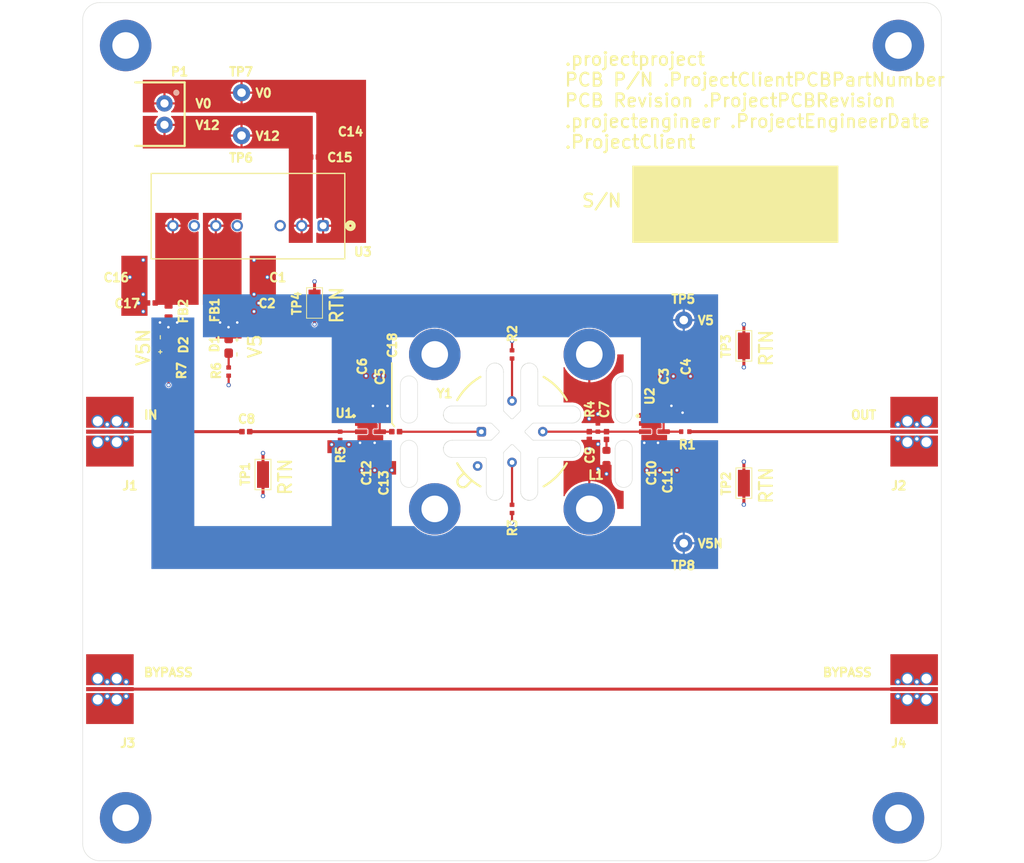
<source format=kicad_pcb>
(kicad_pcb (version 20221018) (generator pcbnew)
  (layers (0 "F.Cu" signal "Top Layer") (1 "In1.Cu" signal "Layer 1") (2 "In2.Cu" signal "Layer 2") (31 "B.Cu" signal "Bottom Layer") (34 "B.Paste" user "Bottom Paste") (35 "F.Paste" user "Top Paste") (36 "B.SilkS" user "Bottom Overlay") (37 "F.SilkS" user "Top Overlay") (38 "B.Mask" user "Bottom Solder") (39 "F.Mask" user "Top Solder") (44 "Edge.Cuts" user))
  (net 0 "")
  (net 1 "NetD2_1")
  (net 2 "NetD1_2")
  (net 3 "NetR3_1")
  (net 4 "NetR2_1")
  (net 5 "V12")
  (net 6 "V0")
  (net 7 "SIN_T")
  (net 8 "XIN")
  (net 9 "NetC16_2")
  (net 10 "BYPASS")
  (net 11 "NetC8_1")
  (net 12 "NetC7_1")
  (net 13 "NetC1_2")
  (net 14 "SOUT")
  (net 15 "SOUT_T")
  (net 16 "V5N")
  (net 17 "SIN")
  (net 18 "V5")
  (net 19 "RTN")
  (net 20 "XOUT")
  (footprint "D__projects_prestrike_ee_library_tdk_tdk.DbLib/CGA$:CAPC1005X05N" (layer "F.Cu") (at 117.5011 105.0036 180)
    (fp_text reference "C8")
    (fp_text value "CGA2B3X7R1V104K050BB" hide)
  )
  (footprint "texas_instruments.PcbLib:SOT23-5" (layer "F.Cu") (at 165.07611 104.0536 -90)
    (fp_text reference "U2")
    (fp_text value "AD8065ARTZ-REEL7" hide)
  )
  (footprint "D__projects_prestrike_ee_library_panasonic_panasonic.DbLib/ERJ$:RESC1005X035N" (layer "F.Cu") (at 128.482 105.4786 90)
    (fp_text reference "R5")
    (fp_text value "ERJ-2RKF49R9X" hide)
  )
  (footprint "101-0000212_UBERCLOCK_CRYSTAL_FILTER.PcbLib:901-10510-1" (layer "F.Cu") (at 98.5011 135.0036 180)
    (fp_text reference "J3")
    (fp_text value "#NAME?" hide)
  )
  (footprint "D__projects_prestrike_ee_library_tdk_tdk.DbLib/CGA$:CAPC3216X16N" (layer "F.Cu") (at 125.5011 70.0036 180)
    (fp_text reference "C14")
    (fp_text value "CGA5L3X5R1V106M160AB" hide)
  )
  (footprint "101-0000212_UBERCLOCK_CRYSTAL_FILTER.PcbLib:MOUNTM3" (layer "F.Cu") (at 157.5011 96.0036)
    (fp_text reference "M7" hide)
    (fp_text value "MOUNTM3" hide)
  )
  (footprint "D__projects_prestrike_ee_library_tdk_tdk.DbLib/CGA$:CAPC1005X05N" (layer "F.Cu") (at 157.5011 105.4536 90)
    (fp_text reference "C9")
    (fp_text value "CGA2B2C0G1H180J050BA" hide)
  )
  (footprint "D__projects_prestrike_ee_library_tdk_tdk.DbLib/CGA$:CAPC1005X05N" (layer "F.Cu") (at 164.7011 107.0036 -90)
    (fp_text reference "C10")
    (fp_text value "CGA2B3X7R1V104K050BB" hide)
  )
  (footprint "D__projects_prestrike_ee_library_tdk_tdk.PcbLib:CAPC3225X25N" (layer "F.Cu") (at 106.5011 87.0036)
    (fp_text reference "C16")
    (fp_text value "CGA6P1X7S1A476M250AC" hide)
  )
  (footprint "keystone.PcbLib:5003" (layer "F.Cu") (at 168.5011 92.0036)
    (fp_text reference "TP5")
    (fp_text value "#NAME?" hide)
  )
  (footprint "101-0000212_UBERCLOCK_CRYSTAL_FILTER.PcbLib:MOUNTM3" (layer "F.Cu") (at 103.5011 60.0036)
    (fp_text reference "M4" hide)
    (fp_text value "MOUNTM3" hide)
  )
  (footprint "D__projects_prestrike_ee_library_tdk_tdk.DbLib/CGA$:CAPC1005X05N" (layer "F.Cu") (at 131.5011 107.0036 -90)
    (fp_text reference "C12")
    (fp_text value "CGA2B3X7R1V104K050BB" hide)
  )
  (footprint "D__projects_prestrike_ee_library_panasonic_panasonic.DbLib/ERJ$:RESC1005X035N" (layer "F.Cu") (at 168.67611 105.0036 180)
    (fp_text reference "R1")
    (fp_text value "ERJ-2RKF49R9X" hide)
  )
  (footprint "D__projects_prestrike_ee_library_panasonic_panasonic.DbLib/ERJ$:RESC1005X035N" (layer "F.Cu") (at 158.5011 104.5286 -90)
    (fp_text reference "R4")
    (fp_text value "ERJ-2RKF1004X" hide)
  )
  (footprint "D__projects_prestrike_ee_library_tdk_tdk.DbLib/CGA$:CAPC2012X125N" (layer "F.Cu") (at 131.0011 100.5036 -90)
    (fp_text reference "C6")
    (fp_text value "CGA4J3X5R1E475K125AB" hide)
  )
  (footprint "D__projects_prestrike_ee_library_tdk_tdk.DbLib/CGA$:CAPC2012X125N" (layer "F.Cu") (at 168.71292 100.56844 -90)
    (fp_text reference "C4")
    (fp_text value "CGA4J3X5R1E475K125AB" hide)
  )
  (footprint "101-0000212_UBERCLOCK_CRYSTAL_FILTER.PcbLib:901-10510-1" (layer "F.Cu") (at 98.5011 105.0036 180)
    (fp_text reference "J1")
    (fp_text value "#NAME?" hide)
  )
  (footprint "101-0000212_UBERCLOCK_CRYSTAL_FILTER.PcbLib:SPBW03F-05_MWU" (layer "F.Cu") (at 126.5011 81.0036 180)
    (fp_text reference "U3")
    (fp_text value "DPBW03F-05" hide)
  )
  (footprint "D__projects_prestrike_ee_library_panasonic_panasonic.PcbLib:RESC1005X035N" (layer "F.Cu") (at 148.5011 114.0036 -90)
    (fp_text reference "R3")
    (fp_text value "ERJ-2RKF1004X" hide)
  )
  (footprint "D__projects_prestrike_ee_library_panasonic_panasonic.PcbLib:RESC1005X035N" (layer "F.Cu") (at 148.5011 96.0036 90)
    (fp_text reference "R2")
    (fp_text value "ERJ-2RKF1004X" hide)
  )
  (footprint "keystone.PcbLib:5015" (layer "F.Cu") (at 119.5011 110.0036 90)
    (fp_text reference "TP1")
    (fp_text value "5015" hide)
  )
  (footprint "D__projects_prestrike_ee_library_murata_murata.PcbLib:INDC1608X08N" (layer "F.Cu") (at 115.5011 91.0036 -90)
    (fp_text reference "FB1")
    (fp_text value "BLM18AG102SN1" hide)
  )
  (footprint "D__projects_prestrike_ee_library_tdk_tdk.DbLib/CGA$:CAPC2012X125N" (layer "F.Cu") (at 133.5011 107.5036 90)
    (fp_text reference "C13")
    (fp_text value "CGA4J3X5R1E475K125AB" hide)
  )
  (footprint "D__projects_prestrike_ee_library_tdk_tdk.PcbLib:CAPC1005X05N" (layer "F.Cu") (at 125.5011 73.0036)
    (fp_text reference "C15")
    (fp_text value "CGA2B3X7R1V104K050BB" hide)
  )
  (footprint "101-0000212_UBERCLOCK_CRYSTAL_FILTER.PcbLib:MOUNTM3" (layer "F.Cu") (at 139.5011 114.0036)
    (fp_text reference "M5" hide)
    (fp_text value "MOUNTM3" hide)
  )
  (footprint "keystone.PcbLib:5004" (layer "F.Cu") (at 168.5011 118.0036)
    (fp_text reference "TP8")
    (fp_text value "#NAME?" hide)
  )
  (footprint "101-0000212_UBERCLOCK_CRYSTAL_FILTER.PcbLib:901-10510-1" (layer "F.Cu") (at 198.5011 105.0036)
    (fp_text reference "J2")
    (fp_text value "#NAME?" hide)
  )
  (footprint "keystone.PcbLib:5015" (layer "F.Cu") (at 125.5011 90.0036 90)
    (fp_text reference "TP4")
    (fp_text value "5015" hide)
  )
  (footprint "D__projects_prestrike_ee_library_tdk_tdk.PcbLib:CAPC1005X05N" (layer "F.Cu") (at 134.9511 105.0036 180)
    (fp_text reference "C18")
    (fp_text value "CGA2B3X7R1V104K050BB" hide)
  )
  (footprint "D__projects_prestrike_ee_library_tdk_tdk.DbLib/CGA$:CAPC2012X125N" (layer "F.Cu") (at 166.56291 107.49344 90)
    (fp_text reference "C11")
    (fp_text value "CGA4J3X5R1E475K125AB" hide)
  )
  (footprint "jst.PcbLib:S2B-XH-A" (layer "F.Cu") (at 107.5011 68.0036 -90)
    (fp_text reference "P1")
    (fp_text value "S2B-XH-A" hide)
  )
  (footprint "D__projects_prestrike_ee_library_panasonic_panasonic.PcbLib:RESC1005X035N" (layer "F.Cu") (at 115.5011 98.0036 -90)
    (fp_text reference "R6")
    (fp_text value "ERJ-2RKF1001X" hide)
  )
  (footprint "D__projects_prestrike_ee_library_tdk_tdk.DbLib/CGA$:CAPC1005X05N" (layer "F.Cu") (at 133.0893 101.0536 90)
    (fp_text reference "C5")
    (fp_text value "CGA2B3X7R1V104K050BB" hide)
  )
  (footprint "D__projects_prestrike_ee_library_tdk_tdk.DbLib/CGA$:CAPC1005X05N" (layer "F.Cu") (at 159.5011 105.4536 90)
    (fp_text reference "C7")
    (fp_text value "CGA2B2C0G1H180J050BA" hide)
  )
  (footprint "101-0000212_UBERCLOCK_CRYSTAL_FILTER.PcbLib:311205346" (layer "F.Cu") (at 148.5011 105.0036 180)
    (fp_text reference "Y1")
    (fp_text value "311205346" hide)
  )
  (footprint "texas_instruments.PcbLib:SOT23-5" (layer "F.Cu") (at 132.0143 104.06376 -90)
    (fp_text reference "U1")
    (fp_text value "AD8065ARTZ-REEL7" hide)
  )
  (footprint "keystone.PcbLib:5015" (layer "F.Cu") (at 175.5011 95.0036 90)
    (fp_text reference "TP3")
    (fp_text value "5015" hide)
  )
  (footprint "101-0000212_UBERCLOCK_CRYSTAL_FILTER.PcbLib:MOUNTM3" (layer "F.Cu") (at 103.5011 150.0036)
    (fp_text reference "M1" hide)
    (fp_text value "MOUNTM3" hide)
  )
  (footprint "101-0000212_UBERCLOCK_CRYSTAL_FILTER.PcbLib:MOUNTM3" (layer "F.Cu") (at 193.5011 60.0036)
    (fp_text reference "M3" hide)
    (fp_text value "MOUNTM3" hide)
  )
  (footprint "generic.PcbLib:0603_LED" (layer "F.Cu") (at 115.5011 95.0036 -90)
    (fp_text reference "D1")
    (fp_text value "LTST-C191KGKT" hide)
  )
  (footprint "101-0000212_UBERCLOCK_CRYSTAL_FILTER.PcbLib:MOUNTM3" (layer "F.Cu") (at 193.5011 150.0036)
    (fp_text reference "M2" hide)
    (fp_text value "MOUNTM3" hide)
  )
  (footprint "101-0000212_UBERCLOCK_CRYSTAL_FILTER.PcbLib:MOUNTM3" (layer "F.Cu") (at 139.5011 96.0036)
    (fp_text reference "M8" hide)
    (fp_text value "MOUNTM3" hide)
  )
  (footprint "101-0000212_UBERCLOCK_CRYSTAL_FILTER.PcbLib:MOUNTM3" (layer "F.Cu") (at 157.5011 114.0036)
    (fp_text reference "M6" hide)
    (fp_text value "MOUNTM3" hide)
  )
  (footprint "D__projects_prestrike_ee_library_tdk_tdk.DbLib/CGA$:CAPC1005X05N" (layer "F.Cu") (at 117.5011 90.0036)
    (fp_text reference "C2")
    (fp_text value "CGA2B3X7R1V104K050BB" hide)
  )
  (footprint "D__projects_prestrike_ee_library_tdk_tdk.PcbLib:CAPC1005X05N" (layer "F.Cu") (at 106.5011 90.0036 180)
    (fp_text reference "C17")
    (fp_text value "CGA2B3X7R1V104K050BB" hide)
  )
  (footprint "keystone.PcbLib:5015" (layer "F.Cu") (at 175.5011 111.0036 90)
    (fp_text reference "TP2")
    (fp_text value "5015" hide)
  )
  (footprint "D__projects_prestrike_ee_library_tdk_tdk.DbLib/CGA$:CAPC1005X05N" (layer "F.Cu") (at 166.15111 101.04344 90)
    (fp_text reference "C3")
    (fp_text value "CGA2B3X7R1V104K050BB" hide)
  )
  (footprint "101-0000212_UBERCLOCK_CRYSTAL_FILTER.PcbLib:901-10510-1" (layer "F.Cu") (at 198.5011 135.0036)
    (fp_text reference "J4")
    (fp_text value "#NAME?" hide)
  )
  (footprint "D__projects_prestrike_ee_library_tdk_tdk.DbLib/CGA$:CAPC3225X25N" (layer "F.Cu") (at 117.5011 87.0036 180)
    (fp_text reference "C1")
    (fp_text value "CGA6P1X7S1A476M250AC" hide)
  )
  (footprint "D__projects_prestrike_ee_library_murata_murata.PcbLib:INDC1608X08N" (layer "F.Cu") (at 108.5011 91.0036 -90)
    (fp_text reference "FB2")
    (fp_text value "BLM18AG102SN1" hide)
  )
  (footprint "generic.PcbLib:0603_LED" (layer "F.Cu") (at 108.5011 95.0036 90)
    (fp_text reference "D2")
    (fp_text value "LTST-C191KGKT" hide)
  )
  (footprint "D__projects_prestrike_ee_library_panasonic_panasonic.PcbLib:RESC1005X035N" (layer "F.Cu") (at 108.5011 98.0036 -90)
    (fp_text reference "R7")
    (fp_text value "ERJ-2RKF1001X" hide)
  )
  (footprint "keystone.PcbLib:5000" (layer "F.Cu") (at 117.0011 70.5036)
    (fp_text reference "TP6")
    (fp_text value "#NAME?" hide)
  )
  (footprint "keystone.PcbLib:5001" (layer "F.Cu") (at 117.0011 65.5036)
    (fp_text reference "TP7")
    (fp_text value "#NAME?" hide)
  )
  (footprint "generic.PcbLib:INDC1608X08N" (layer "F.Cu") (at 159.5011 108.0036 -90)
    (fp_text reference "L1")
    (fp_text value "LQW18AN68NJ00D" hide)
  )
  (gr_line (start 134.5011 104.0036) (end 134.8011 104.4036) (stroke (width 0.2)) (layer "F.SilkS"))
  (gr_rect (start 162.5011 83.0036) (end 186.5011 74.0036) (fill solid) (layer "F.SilkS"))
  (gr_line (start 134.5011 104.0036) (end 134.5011 97.0036) (stroke (width 0.2)) (layer "F.SilkS"))
  (gr_line (start 146.15242 105.94623) (end 146.953852 105.147625) (stroke (width 0.05)) (layer "Edge.Cuts"))
  (gr_arc (start 150.052639 105.139983) (mid 150.048031 105.134709) (end 150.043609 105.129277) (stroke (width 0.05)) (layer "Edge.Cuts"))
  (gr_arc (start 146.558709 97.006534) (mid 146.576538 97.007597) (end 146.594345 97.008975) (stroke (width 0.05)) (layer "Edge.Cuts"))
  (gr_arc (start 156.176514 103.741856) (mid 156.160238 103.755863) (end 156.143672 103.769527) (stroke (width 0.05)) (layer "Edge.Cuts"))
  (gr_line (start 145.544085 112.272121) (end 145.544088 112.27213) (stroke (width 0.05)) (layer "Edge.Cuts"))
  (gr_arc (start 155.734675 103.973827) (mid 155.600957 103.999299) (end 155.465104 104.00785) (stroke (width 0.05)) (layer "Edge.Cuts"))
  (gr_arc (start 156.065333 103.826999) (mid 156.04017 103.843225) (end 156.014556 103.858731) (stroke (width 0.05)) (layer "Edge.Cuts"))
  (gr_line (start 150.419423 113.003399) (end 150.419422 113.003398) (stroke (width 0.05)) (layer "Edge.Cuts"))
  (gr_line (start 147.396501 97.56737) (end 147.396511 97.567361) (stroke (width 0.05)) (layer "Edge.Cuts"))
  (gr_arc (start 141.069402 106.115954) (mid 141.172294 106.071866) (end 141.27917 106.038581) (stroke (width 0.05)) (layer "Edge.Cuts"))
  (gr_line (start 156.497113 103.154187) (end 156.497108 103.154188) (stroke (width 0.05)) (layer "Edge.Cuts"))
  (gr_arc (start 156.280173 106.375986) (mid 156.292984 106.391415) (end 156.305474 106.407104) (stroke (width 0.05)) (layer "Edge.Cuts"))
  (gr_arc (start 147.18725 97.278408) (mid 147.201494 97.292526) (end 147.215457 97.306922) (stroke (width 0.05)) (layer "Edge.Cuts"))
  (gr_line (start 150.385444 97.012473) (end 150.385447 97.012473) (stroke (width 0.05)) (layer "Edge.Cuts"))
  (gr_line (start 140.520897 106.831551) (end 140.520893 106.831551) (stroke (width 0.05)) (layer "Edge.Cuts"))
  (gr_arc (start 141.168601 107.946114) (mid 140.942572 107.83077) (end 140.752685 107.662434) (stroke (width 0.05)) (layer "Edge.Cuts"))
  (gr_arc (start 147.098313 97.201649) (mid 147.114124 97.213988) (end 147.12968 97.226645) (stroke (width 0.05)) (layer "Edge.Cuts"))
  (gr_line (start 141.507769 102.00759) (end 141.50777 102.00759) (stroke (width 0.05)) (layer "Edge.Cuts"))
  (gr_line (start 140.683497 103.572032) (end 140.683502 103.572031) (stroke (width 0.05)) (layer "Edge.Cuts"))
  (gr_arc (start 156.311406 103.597633) (mid 156.299067 103.613446) (end 156.286407 103.629002) (stroke (width 0.05)) (layer "Edge.Cuts"))
  (gr_line (start 148.640664 103.460449) (end 148.640665 103.460453) (stroke (width 0.05)) (layer "Edge.Cuts"))
  (gr_arc (start 141.388643 107.99782) (mid 141.277152 107.978217) (end 141.168601 107.946106) (stroke (width 0.05)) (layer "Edge.Cuts"))
  (gr_arc (start 140.506032 103.020779) (mid 140.505979 102.994958) (end 140.506586 102.969144) (stroke (width 0.05)) (layer "Edge.Cuts"))
  (gr_arc (start 147.307168 112.594355) (mid 147.292809 112.613944) (end 147.277999 112.633194) (stroke (width 0.05)) (layer "Edge.Cuts"))
  (gr_arc (start 156.497108 103.154188) (mid 156.49509 103.16753) (end 156.492902 103.180845) (stroke (width 0.05)) (layer "Edge.Cuts"))
  (gr_arc (start 156.50375 106.914978) (mid 156.505196 106.932797) (end 156.506328 106.950639) (stroke (width 0.05)) (layer "Edge.Cuts"))
  (gr_arc (start 149.67619 97.462887) (mid 149.691106 97.440244) (end 149.706599 97.417992) (stroke (width 0.05)) (layer "Edge.Cuts"))
  (gr_arc (start 145.50827 101.807589) (mid 145.508203 101.81286) (end 145.507998 101.818127) (stroke (width 0.05)) (layer "Edge.Cuts"))
  (gr_line (start 156.507069 102.965481) (end 156.507061 102.965488) (stroke (width 0.05)) (layer "Edge.Cuts"))
  (gr_arc (start 156.507193 107.043257) (mid 156.47151 107.273666) (end 156.382941 107.489346) (stroke (width 0.05)) (layer "Edge.Cuts"))
  (gr_line (start 156.206144 103.714777) (end 156.206135 103.714779) (stroke (width 0.05)) (layer "Edge.Cuts"))
  (gr_line (start 140.753649 106.35308) (end 140.753646 106.353083) (stroke (width 0.05)) (layer "Edge.Cuts"))
  (gr_line (start 147.03602 112.854521) (end 147.036023 112.854516) (stroke (width 0.05)) (layer "Edge.Cuts"))
  (gr_arc (start 151.506977 108.180341) (mid 151.569204 108.0584) (end 151.695279 108.005072) (stroke (width 0.05)) (layer "Edge.Cuts"))
  (gr_arc (start 150.618356 113.00103) (mid 150.583028 113.004331) (end 150.547604 113.006374) (stroke (width 0.05)) (layer "Edge.Cuts"))
  (gr_arc (start 155.465081 106.00456) (mid 155.694031 106.028997) (end 155.912723 106.101029) (stroke (width 0.05)) (layer "Edge.Cuts"))
  (gr_line (start 147.242539 97.336541) (end 147.242535 97.336536) (stroke (width 0.05)) (layer "Edge.Cuts"))
  (gr_line (start 140.516682 106.858219) (end 140.516688 106.858211) (stroke (width 0.05)) (layer "Edge.Cuts"))
  (gr_arc (start 160.5011 99.5036) (mid 161.5011 98.5036) (end 162.5011 99.5036) (stroke (width 0.05)) (layer "Edge.Cuts"))
  (gr_arc (start 155.625124 107.997827) (mid 155.591493 108.001228) (end 155.557768 108.003506) (stroke (width 0.05)) (layer "Edge.Cuts"))
  (gr_arc (start 156.330301 106.440378) (mid 156.342972 106.458574) (end 156.355219 106.477058) (stroke (width 0.05)) (layer "Edge.Cuts"))
  (gr_line (start 149.50524 111.96438) (end 149.50524 107.501833) (stroke (width 0.05)) (layer "Edge.Cuts"))
  (gr_line (start 151.5055 98.00709) (end 151.5055 101.807587) (stroke (width 0.05)) (layer "Edge.Cuts"))
  (gr_arc (start 146.658674 112.995849) (mid 146.644456 112.997864) (end 146.630211 112.999687) (stroke (width 0.05)) (layer "Edge.Cuts"))
  (gr_line (start 150.618352 113.001024) (end 150.618356 113.00103) (stroke (width 0.05)) (layer "Edge.Cuts"))
  (gr_line (start 146.929113 97.098133) (end 146.929104 97.09814) (stroke (width 0.05)) (layer "Edge.Cuts"))
  (gr_arc (start 156.014558 103.858736) (mid 155.980463 103.877908) (end 155.945692 103.895827) (stroke (width 0.05)) (layer "Edge.Cuts"))
  (gr_line (start 149.883015 112.784824) (end 149.883015 112.784825) (stroke (width 0.05)) (layer "Edge.Cuts"))
  (gr_line (start 151.695281 108.005077) (end 151.695279 108.005072) (stroke (width 0.05)) (layer "Edge.Cuts"))
  (gr_line (start 145.515264 97.88796) (end 145.515253 97.887964) (stroke (width 0.05)) (layer "Edge.Cuts"))
  (gr_line (start 149.914349 112.809864) (end 149.914346 112.809866) (stroke (width 0.05)) (layer "Edge.Cuts"))
  (gr_arc (start 140.871228 106.241994) (mid 140.889212 106.22783) (end 140.907504 106.214067) (stroke (width 0.05)) (layer "Edge.Cuts"))
  (gr_arc (start 145.515259 112.124451) (mid 145.511858 112.09082) (end 145.509581 112.057095) (stroke (width 0.05)) (layer "Edge.Cuts"))
  (gr_arc (start 148.640905 106.552179) (mid 148.644652 106.55566) (end 148.648304 106.55924) (stroke (width 0.05)) (layer "Edge.Cuts"))
  (gr_arc (start 155.505999 102.00759) (mid 155.530976 102.007895) (end 155.555938 102.008812) (stroke (width 0.05)) (layer "Edge.Cuts"))
  (gr_arc (start 149.50524 98.047963) (mid 149.529685 97.819017) (end 149.601712 97.600326) (stroke (width 0.05)) (layer "Edge.Cuts"))
  (gr_arc (start 151.002521 106.00456) (mid 150.926146 105.989408) (end 150.86135 105.946232) (stroke (width 0.05)) (layer "Edge.Cuts"))
  (gr_line (start 140.780123 106.324833) (end 140.780129 106.324839) (stroke (width 0.05)) (layer "Edge.Cuts"))
  (gr_line (start 147.137103 112.77946) (end 147.137101 112.77946) (stroke (width 0.05)) (layer "Edge.Cuts"))
  (gr_line (start 156.227861 106.318917) (end 156.227869 106.31892) (stroke (width 0.05)) (layer "Edge.Cuts"))
  (gr_line (start 149.50524 102.51056) (end 149.50524 98.047963) (stroke (width 0.05)) (layer "Edge.Cuts"))
  (gr_line (start 147.215457 97.306922) (end 147.215457 97.306917) (stroke (width 0.05)) (layer "Edge.Cuts"))
  (gr_arc (start 150.33032 97.020505) (mid 150.34364 97.018291) (end 150.356988 97.016247) (stroke (width 0.05)) (layer "Edge.Cuts"))
  (gr_arc (start 149.763962 97.34492) (mid 149.777659 97.329313) (end 149.791671 97.313988) (stroke (width 0.05)) (layer "Edge.Cuts"))
  (gr_line (start 100.5011 155.0036) (end 196.5011 155.0036) (stroke (width 0.05)) (layer "Edge.Cuts"))
  (gr_line (start 145.509492 97.957151) (end 145.509498 97.957152) (stroke (width 0.05)) (layer "Edge.Cuts"))
  (gr_arc (start 140.62841 106.527007) (mid 140.640961 106.505369) (end 140.654079 106.484071) (stroke (width 0.05)) (layer "Edge.Cuts"))
  (gr_arc (start 140.752684 107.66244) (mid 140.590569 107.408525) (end 140.512073 107.11768) (stroke (width 0.05)) (layer "Edge.Cuts"))
  (gr_line (start 149.819599 97.285196) (end 149.819611 97.285198) (stroke (width 0.05)) (layer "Edge.Cuts"))
  (gr_arc (start 148.640664 103.460449) (mid 148.635391 103.465059) (end 148.629958 103.469479) (stroke (width 0.05)) (layer "Edge.Cuts"))
  (gr_arc (start 150.083394 112.913631) (mid 150.055299 112.899624) (end 150.027689 112.884685) (stroke (width 0.05)) (layer "Edge.Cuts"))
  (gr_line (start 145.50827 112.005317) (end 145.50827 112.00531) (stroke (width 0.05)) (layer "Edge.Cuts"))
  (gr_arc (start 150.385447 97.012473) (mid 150.40148 97.010686) (end 150.41754 97.009153) (stroke (width 0.05)) (layer "Edge.Cuts"))
  (gr_line (start 140.507454 103.061764) (end 140.507463 103.061767) (stroke (width 0.05)) (layer "Edge.Cuts"))
  (gr_arc (start 135.5011 107.0036) (mid 136.5011 106.0036) (end 137.5011 107.0036) (stroke (width 0.05)) (layer "Edge.Cuts"))
  (gr_line (start 151.5055 98.007085) (end 151.5055 98.00709) (stroke (width 0.05)) (layer "Edge.Cuts"))
  (gr_line (start 149.984751 112.859018) (end 149.984751 112.859023) (stroke (width 0.05)) (layer "Edge.Cuts"))
  (gr_line (start 151.505757 101.817798) (end 151.505752 101.817805) (stroke (width 0.05)) (layer "Edge.Cuts"))
  (gr_arc (start 146.51776 97.005271) (mid 146.538242 97.005701) (end 146.558712 97.006544) (stroke (width 0.05)) (layer "Edge.Cuts"))
  (gr_line (start 148.629962 103.469478) (end 148.629958 103.469479) (stroke (width 0.05)) (layer "Edge.Cuts"))
  (gr_arc (start 146.626428 97.012234) (mid 146.640663 97.014001) (end 146.654873 97.01596) (stroke (width 0.05)) (layer "Edge.Cuts"))
  (gr_line (start 146.014572 104.00784) (end 146.01457 104.00784) (stroke (width 0.05)) (layer "Edge.Cuts"))
  (gr_arc (start 145.568769 97.662964) (mid 145.683315 97.44042) (end 145.849364 97.253139) (stroke (width 0.05)) (layer "Edge.Cuts"))
  (gr_line (start 145.50827 112.00531) (end 145.50827 108.20481) (stroke (width 0.05)) (layer "Edge.Cuts"))
  (gr_line (start 145.722885 112.625817) (end 145.722881 112.625809) (stroke (width 0.05)) (layer "Edge.Cuts"))
  (gr_line (start 148.383587 106.542707) (end 148.383586 106.542711) (stroke (width 0.05)) (layer "Edge.Cuts"))
  (gr_arc (start 147.50853 111.964351) (mid 147.48408 112.193303) (end 147.412061 112.412005) (stroke (width 0.05)) (layer "Edge.Cuts"))
  (gr_line (start 156.095066 106.205917) (end 156.095061 106.20592) (stroke (width 0.05)) (layer "Edge.Cuts"))
  (gr_line (start 151.505773 108.194277) (end 151.505772 108.194273) (stroke (width 0.05)) (layer "Edge.Cuts"))
  (gr_line (start 150.41754 97.009153) (end 150.417543 97.009146) (stroke (width 0.05)) (layer "Edge.Cuts"))
  (gr_line (start 140.814745 103.721426) (end 140.814744 103.721425) (stroke (width 0.05)) (layer "Edge.Cuts"))
  (gr_arc (start 148.629962 103.469478) (mid 148.499661 103.511837) (end 148.37262 103.460466) (stroke (width 0.05)) (layer "Edge.Cuts"))
  (gr_arc (start 137.5011 110.5036) (mid 136.5011 111.5036) (end 135.5011 110.5036) (stroke (width 0.05)) (layer "Edge.Cuts"))
  (gr_arc (start 156.286413 103.628999) (mid 156.273897 103.643765) (end 156.261095 103.658284) (stroke (width 0.05)) (layer "Edge.Cuts"))
  (gr_arc (start 150.356988 97.016253) (mid 150.371203 97.014265) (end 150.385444 97.012473) (stroke (width 0.05)) (layer "Edge.Cuts"))
  (gr_line (start 151.5055 108.20481) (end 151.50549 112.005315) (stroke (width 0.05)) (layer "Edge.Cuts"))
  (gr_line (start 149.763955 97.344923) (end 149.763962 97.34492) (stroke (width 0.05)) (layer "Edge.Cuts"))
  (gr_line (start 156.503759 106.914971) (end 156.50375 106.914978) (stroke (width 0.05)) (layer "Edge.Cuts"))
  (gr_line (start 150.330327 97.02051) (end 150.33032 97.020505) (stroke (width 0.05)) (layer "Edge.Cuts"))
  (gr_line (start 156.50038 106.882869) (end 156.500378 106.88287) (stroke (width 0.05)) (layer "Edge.Cuts"))
  (gr_arc (start 146.395413 97.011367) (mid 146.430742 97.008063) (end 146.466167 97.006015) (stroke (width 0.05)) (layer "Edge.Cuts"))
  (gr_arc (start 151.44679 112.344488) (mid 151.331445 112.570517) (end 151.163106 112.760401) (stroke (width 0.05)) (layer "Edge.Cuts"))
  (gr_line (start 146.970375 104.88291) (end 146.970376 104.882908) (stroke (width 0.05)) (layer "Edge.Cuts"))
  (gr_line (start 156.31141 103.597636) (end 156.311406 103.597633) (stroke (width 0.05)) (layer "Edge.Cuts"))
  (gr_line (start 156.496537 106.854413) (end 156.496547 106.854406) (stroke (width 0.05)) (layer "Edge.Cuts"))
  (gr_arc (start 146.961367 104.872187) (mid 146.965967 104.877467) (end 146.970376 104.882908) (stroke (width 0.05)) (layer "Edge.Cuts"))
  (gr_arc (start 145.509581 112.057093) (mid 145.508598 112.031213) (end 145.50827 112.005317) (stroke (width 0.05)) (layer "Edge.Cuts"))
  (gr_line (start 147.072704 112.829593) (end 147.072702 112.829601) (stroke (width 0.05)) (layer "Edge.Cuts"))
  (gr_line (start 145.506792 101.832065) (end 145.50679 101.832064) (stroke (width 0.05)) (layer "Edge.Cuts"))
  (gr_line (start 149.71476 112.605603) (end 149.714758 112.605613) (stroke (width 0.05)) (layer "Edge.Cuts"))
  (gr_line (start 140.507248 106.954381) (end 140.50725 106.95438) (stroke (width 0.05)) (layer "Edge.Cuts"))
  (gr_line (start 150.059922 105.147622) (end 150.05992 105.14762) (stroke (width 0.05)) (layer "Edge.Cuts"))
  (gr_arc (start 147.194165 112.727161) (mid 147.180282 112.740651) (end 147.166139 112.753869) (stroke (width 0.05)) (layer "Edge.Cuts"))
  (gr_line (start 150.494157 97.005292) (end 150.494156 97.005295) (stroke (width 0.05)) (layer "Edge.Cuts"))
  (gr_arc (start 149.819611 97.285198) (mid 149.833497 97.27171) (end 149.847638 97.258491) (stroke (width 0.05)) (layer "Edge.Cuts"))
  (gr_line (start 145.50827 101.80759) (end 145.50827 98.00709) (stroke (width 0.05)) (layer "Edge.Cuts"))
  (gr_arc (start 145.50827 98.00709) (mid 145.508575 97.982113) (end 145.509492 97.957151) (stroke (width 0.05)) (layer "Edge.Cuts"))
  (gr_line (start 149.685314 112.563464) (end 149.685311 112.563465) (stroke (width 0.05)) (layer "Edge.Cuts"))
  (gr_arc (start 146.994541 112.879854) (mid 146.855841 112.945361) (end 146.708287 112.98727) (stroke (width 0.05)) (layer "Edge.Cuts"))
  (gr_arc (start 141.507772 108.00482) (mid 141.482795 108.004514) (end 141.457833 108.003598) (stroke (width 0.05)) (layer "Edge.Cuts"))
  (gr_arc (start 140.516688 106.858211) (mid 140.518708 106.844868) (end 140.520897 106.831551) (stroke (width 0.05)) (layer "Edge.Cuts"))
  (gr_arc (start 146.02374 112.882265) (mid 145.860569 112.76899) (end 145.722885 112.625817) (stroke (width 0.05)) (layer "Edge.Cuts"))
  (gr_line (start 140.759242 103.665463) (end 140.759247 103.665459) (stroke (width 0.05)) (layer "Edge.Cuts"))
  (gr_line (start 156.386069 103.48418) (end 156.386069 103.484184) (stroke (width 0.05)) (layer "Edge.Cuts"))
  (gr_line (start 147.298191 97.40561) (end 147.298191 97.405612) (stroke (width 0.05)) (layer "Edge.Cuts"))
  (gr_line (start 155.506 108.00481) (end 151.705492 108.00482) (stroke (width 0.05)) (layer "Edge.Cuts"))
  (gr_line (start 156.360468 103.527158) (end 156.360464 103.527156) (stroke (width 0.05)) (layer "Edge.Cuts"))
  (gr_arc (start 156.206135 103.714779) (mid 156.191455 103.728464) (end 156.176511 103.74186) (stroke (width 0.05)) (layer "Edge.Cuts"))
  (gr_line (start 140.963661 103.836897) (end 140.963657 103.836893) (stroke (width 0.05)) (layer "Edge.Cuts"))
  (gr_arc (start 140.785955 103.693492) (mid 140.772464 103.679606) (end 140.759242 103.665463) (stroke (width 0.05)) (layer "Edge.Cuts"))
  (gr_line (start 149.941065 97.182767) (end 149.941066 97.182759) (stroke (width 0.05)) (layer "Edge.Cuts"))
  (gr_line (start 146.961367 104.872187) (end 146.961364 104.872189) (stroke (width 0.05)) (layer "Edge.Cuts"))
  (gr_arc (start 147.242535 97.336536) (mid 147.256542 97.352813) (end 147.270206 97.369378) (stroke (width 0.05)) (layer "Edge.Cuts"))
  (gr_line (start 148.36521 106.55898) (end 147.567106 107.357104) (stroke (width 0.05)) (layer "Edge.Cuts"))
  (gr_arc (start 151.695281 108.005077) (mid 151.700385 108.004883) (end 151.705492 108.00482) (stroke (width 0.05)) (layer "Edge.Cuts"))
  (gr_arc (start 151.5055 108.204811) (mid 151.505566 108.19954) (end 151.505772 108.194273) (stroke (width 0.05)) (layer "Edge.Cuts"))
  (gr_line (start 156.500842 103.12574) (end 156.500843 103.12574) (stroke (width 0.05)) (layer "Edge.Cuts"))
  (gr_line (start 151.681027 102.006112) (end 151.681027 102.00611) (stroke (width 0.05)) (layer "Edge.Cuts"))
  (gr_arc (start 145.509498 97.957152) (mid 145.511787 97.922506) (end 145.515264 97.88796) (stroke (width 0.05)) (layer "Edge.Cuts"))
  (gr_line (start 141.000479 106.15296) (end 141.000481 106.152961) (stroke (width 0.05)) (layer "Edge.Cuts"))
  (gr_line (start 140.728302 106.382342) (end 140.72829 106.382331) (stroke (width 0.05)) (layer "Edge.Cuts"))
  (gr_arc (start 160.5011 107.0036) (mid 161.5011 106.0036) (end 162.5011 107.0036) (stroke (width 0.05)) (layer "Edge.Cuts"))
  (gr_arc (start 140.507463 103.061767) (mid 140.506546 103.041283) (end 140.506041 103.020784) (stroke (width 0.05)) (layer "Edge.Cuts"))
  (gr_line (start 146.558712 97.006544) (end 146.558709 97.006534) (stroke (width 0.05)) (layer "Edge.Cuts"))
  (gr_line (start 147.50852 98.04793) (end 147.50852 102.513883) (stroke (width 0.05)) (layer "Edge.Cuts"))
  (gr_line (start 155.772805 107.968995) (end 155.772803 107.968994) (stroke (width 0.05)) (layer "Edge.Cuts"))
  (gr_arc (start 150.305481 97.025107) (mid 150.31789 97.022735) (end 150.330327 97.02051) (stroke (width 0.05)) (layer "Edge.Cuts"))
  (gr_line (start 162.5011 99.5036) (end 162.5011 103.0036) (stroke (width 0.05)) (layer "Edge.Cuts"))
  (gr_arc (start 149.847624 97.258487) (mid 149.862018 97.245542) (end 149.876664 97.232884) (stroke (width 0.05)) (layer "Edge.Cuts"))
  (gr_arc (start 156.107437 103.797501) (mid 156.086564 103.812509) (end 156.06533 103.827) (stroke (width 0.05)) (layer "Edge.Cuts"))
  (gr_arc (start 149.685311 112.563465) (mid 149.669117 112.538276) (end 149.65364 112.51264) (stroke (width 0.05)) (layer "Edge.Cuts"))
  (gr_line (start 149.735766 97.37915) (end 149.735769 97.379157) (stroke (width 0.05)) (layer "Edge.Cuts"))
  (gr_line (start 150.305478 112.987281) (end 150.305481 112.987282) (stroke (width 0.05)) (layer "Edge.Cuts"))
  (gr_line (start 141.069406 106.115958) (end 141.069402 106.115954) (stroke (width 0.05)) (layer "Edge.Cuts"))
  (gr_arc (start 156.095061 106.20592) (mid 156.114651 106.220279) (end 156.133903 106.235089) (stroke (width 0.05)) (layer "Edge.Cuts"))
  (gr_arc (start 151.498504 97.887959) (mid 151.501908 97.921588) (end 151.504183 97.955312) (stroke (width 0.05)) (layer "Edge.Cuts"))
  (gr_line (start 149.50524 111.964379) (end 149.50524 111.96438) (stroke (width 0.05)) (layer "Edge.Cuts"))
  (gr_arc (start 145.508002 101.818132) (mid 145.507521 101.825109) (end 145.50679 101.832064) (stroke (width 0.05)) (layer "Edge.Cuts"))
  (gr_arc (start 147.158965 97.251969) (mid 147.173236 97.265045) (end 147.187248 97.2784) (stroke (width 0.05)) (layer "Edge.Cuts"))
  (gr_line (start 147.277999 112.633194) (end 147.278006 112.633191) (stroke (width 0.05)) (layer "Edge.Cuts"))
  (gr_arc (start 156.335911 103.564108) (mid 156.323841 103.581004) (end 156.31141 103.597636) (stroke (width 0.05)) (layer "Edge.Cuts"))
  (gr_arc (start 140.513409 103.12953) (mid 140.511594 103.113494) (end 140.510028 103.097432) (stroke (width 0.05)) (layer "Edge.Cuts"))
  (gr_arc (start 149.446911 107.360667) (mid 149.490083 107.425461) (end 149.50524 107.501833) (stroke (width 0.05)) (layer "Edge.Cuts"))
  (gr_arc (start 140.525818 106.804797) (mid 140.555651 106.691434) (end 140.59947 106.58271) (stroke (width 0.05)) (layer "Edge.Cuts"))
  (gr_line (start 146.984854 97.126999) (end 146.984858 97.127) (stroke (width 0.05)) (layer "Edge.Cuts"))
  (gr_line (start 140.785956 103.693488) (end 140.785955 103.693492) (stroke (width 0.05)) (layer "Edge.Cuts"))
  (gr_line (start 149.907794 97.207596) (end 149.907789 97.207595) (stroke (width 0.05)) (layer "Edge.Cuts"))
  (gr_arc (start 149.825523 112.732985) (mid 149.811298 112.718847) (end 149.797354 112.704433) (stroke (width 0.05)) (layer "Edge.Cuts"))
  (gr_line (start 141.27917 106.038581) (end 141.279174 106.038583) (stroke (width 0.05)) (layer "Edge.Cuts"))
  (gr_arc (start 145.544088 112.27213) (mid 145.526894 112.198832) (end 145.515262 112.124449) (stroke (width 0.05)) (layer "Edge.Cuts"))
  (gr_arc (start 149.947844 112.834414) (mid 149.930965 112.822318) (end 149.914349 112.809864) (stroke (width 0.05)) (layer "Edge.Cuts"))
  (gr_arc (start 147.278006 112.633191) (mid 147.264098 112.650462) (end 147.249822 112.66743) (stroke (width 0.05)) (layer "Edge.Cuts"))
  (gr_line (start 150.453189 97.006636) (end 150.453189 97.006641) (stroke (width 0.05)) (layer "Edge.Cuts"))
  (gr_arc (start 150.547603 113.00637) (mid 150.521812 113.007073) (end 150.496011 113.007119) (stroke (width 0.05)) (layer "Edge.Cuts"))
  (gr_line (start 141.240957 102.04341) (end 141.240959 102.043404) (stroke (width 0.05)) (layer "Edge.Cuts"))
  (gr_arc (start 156.414938 103.428428) (mid 156.400968 103.456544) (end 156.386069 103.48418) (stroke (width 0.05)) (layer "Edge.Cuts"))
  (gr_arc (start 150.494156 97.005295) (mid 150.519967 97.005289) (end 150.545769 97.005948) (stroke (width 0.05)) (layer "Edge.Cuts"))
  (gr_arc (start 140.838346 106.269625) (mid 140.854645 106.255638) (end 140.871232 106.241995) (stroke (width 0.05)) (layer "Edge.Cuts"))
  (gr_line (start 141.457833 108.003598) (end 141.457827 108.003591) (stroke (width 0.05)) (layer "Edge.Cuts"))
  (gr_line (start 150.052639 105.139983) (end 150.052642 105.139984) (stroke (width 0.05)) (layer "Edge.Cuts"))
  (gr_line (start 147.327688 97.447718) (end 147.32768 97.447719) (stroke (width 0.05)) (layer "Edge.Cuts"))
  (gr_line (start 148.6483 103.45317) (end 149.446911 102.651741) (stroke (width 0.05)) (layer "Edge.Cuts"))
  (gr_arc (start 140.708328 103.605309) (mid 140.695734 103.588803) (end 140.683497 103.572032) (stroke (width 0.05)) (layer "Edge.Cuts"))
  (gr_line (start 145.30827 108.00481) (end 141.507772 108.00482) (stroke (width 0.05)) (layer "Edge.Cuts"))
  (gr_arc (start 140.949653 106.184629) (mid 140.974843 106.168437) (end 141.000479 106.15296) (stroke (width 0.05)) (layer "Edge.Cuts"))
  (gr_line (start 146.152414 105.946228) (end 146.15242 105.94623) (stroke (width 0.05)) (layer "Edge.Cuts"))
  (gr_arc (start 150.417543 97.009146) (mid 150.435355 97.007736) (end 150.453189 97.006636) (stroke (width 0.05)) (layer "Edge.Cuts"))
  (gr_arc (start 140.520893 106.831551) (mid 140.52327 106.818157) (end 140.525821 106.804795) (stroke (width 0.05)) (layer "Edge.Cuts"))
  (gr_line (start 145.849364 97.253139) (end 145.849355 97.253126) (stroke (width 0.05)) (layer "Edge.Cuts"))
  (gr_arc (start 147.32768 97.447719) (mid 147.343903 97.472885) (end 147.359412 97.498496) (stroke (width 0.05)) (layer "Edge.Cuts"))
  (gr_arc (start 148.372622 103.46046) (mid 148.368874 103.456981) (end 148.365213 103.453412) (stroke (width 0.05)) (layer "Edge.Cuts"))
  (gr_line (start 147.337579 112.549456) (end 147.337573 112.549453) (stroke (width 0.05)) (layer "Edge.Cuts"))
  (gr_line (start 160.5011 107.0036) (end 160.50111 107.0036) (stroke (width 0.05)) (layer "Edge.Cuts"))
  (gr_line (start 160.50111 107.0036) (end 160.50111 110.5036) (stroke (width 0.05)) (layer "Edge.Cuts"))
  (gr_line (start 196.5011 55.0036) (end 100.5011 55.0036) (stroke (width 0.05)) (layer "Edge.Cuts"))
  (gr_arc (start 147.298191 97.405612) (mid 147.313198 97.426484) (end 147.327688 97.447718) (stroke (width 0.05)) (layer "Edge.Cuts"))
  (gr_arc (start 150.358898 112.996413) (mid 150.345554 112.994393) (end 150.332238 112.992202) (stroke (width 0.05)) (layer "Edge.Cuts"))
  (gr_arc (start 141.101101 103.911371) (mid 141.060061 103.891794) (end 141.01988 103.870509) (stroke (width 0.05)) (layer "Edge.Cuts"))
  (gr_arc (start 150.027685 112.884682) (mid 150.00605 112.872131) (end 149.984751 112.859018) (stroke (width 0.05)) (layer "Edge.Cuts"))
  (gr_line (start 150.043611 105.129277) (end 150.043609 105.129277) (stroke (width 0.05)) (layer "Edge.Cuts"))
  (gr_arc (start 156.305477 106.407106) (mid 156.31807 106.423612) (end 156.330308 106.440383) (stroke (width 0.05)) (layer "Edge.Cuts"))
  (gr_arc (start 140.918758 103.806484) (mid 140.899166 103.792126) (end 140.879914 103.777317) (stroke (width 0.05)) (layer "Edge.Cuts"))
  (gr_line (start 146.708287 112.98727) (end 146.708288 112.987267) (stroke (width 0.05)) (layer "Edge.Cuts"))
  (gr_line (start 146.954097 104.864535) (end 146.9541 104.86453) (stroke (width 0.05)) (layer "Edge.Cuts"))
  (gr_line (start 140.918757 103.806487) (end 140.918758 103.806484) (stroke (width 0.05)) (layer "Edge.Cuts"))
  (gr_line (start 150.027689 112.884685) (end 150.027685 112.884682) (stroke (width 0.05)) (layer "Edge.Cuts"))
  (gr_line (start 140.59947 106.58271) (end 140.599469 106.582713) (stroke (width 0.05)) (layer "Edge.Cuts"))
  (gr_line (start 146.466167 97.006015) (end 146.466169 97.006009) (stroke (width 0.05)) (layer "Edge.Cuts"))
  (gr_line (start 146.708289 97.025106) (end 146.708293 97.025095) (stroke (width 0.05)) (layer "Edge.Cuts"))
  (gr_arc (start 140.521563 103.184659) (mid 140.519321 103.171335) (end 140.51725 103.157984) (stroke (width 0.05)) (layer "Edge.Cuts"))
  (gr_line (start 141.548748 106.00456) (end 141.54875 106.00456) (stroke (width 0.05)) (layer "Edge.Cuts"))
  (gr_line (start 156.261095 103.658284) (end 156.261088 103.658292) (stroke (width 0.05)) (layer "Edge.Cuts"))
  (gr_line (start 141.168601 107.946106) (end 141.168601 107.946114) (stroke (width 0.05)) (layer "Edge.Cuts"))
  (gr_arc (start 141.38864 102.014577) (mid 141.422271 102.011175) (end 141.455996 102.008898) (stroke (width 0.05)) (layer "Edge.Cuts"))
  (gr_line (start 140.512073 107.11768) (end 140.51208 107.11767) (stroke (width 0.05)) (layer "Edge.Cuts"))
  (gr_line (start 156.492228 106.827737) (end 156.492227 106.82774) (stroke (width 0.05)) (layer "Edge.Cuts"))
  (gr_arc (start 156.234661 103.68657) (mid 156.220543 103.700815) (end 156.206144 103.714777) (stroke (width 0.05)) (layer "Edge.Cuts"))
  (gr_line (start 141.101103 103.91138) (end 141.101101 103.911371) (stroke (width 0.05)) (layer "Edge.Cuts"))
  (gr_line (start 146.598111 113.003063) (end 146.598114 113.00307) (stroke (width 0.05)) (layer "Edge.Cuts"))
  (gr_arc (start 155.846826 102.066888) (mid 156.071931 102.182128) (end 156.261089 102.349973) (stroke (width 0.05)) (layer "Edge.Cuts"))
  (gr_line (start 151.291949 97.387946) (end 151.291946 97.387949) (stroke (width 0.05)) (layer "Edge.Cuts"))
  (gr_arc (start 147.215457 97.306917) (mid 147.229144 97.321595) (end 147.242539 97.336541) (stroke (width 0.05)) (layer "Edge.Cuts"))
  (gr_line (start 141.455996 102.008898) (end 141.455994 102.008901) (stroke (width 0.05)) (layer "Edge.Cuts"))
  (gr_line (start 147.50852 107.49851) (end 147.50853 111.964351) (stroke (width 0.05)) (layer "Edge.Cuts"))
  (gr_arc (start 150.988512 97.129296) (mid 151.153188 97.24342) (end 151.291949 97.387946) (stroke (width 0.05)) (layer "Edge.Cuts"))
  (gr_arc (start 146.630212 112.999687) (mid 146.614174 113.001499) (end 146.598111 113.003063) (stroke (width 0.05)) (layer "Edge.Cuts"))
  (gr_arc (start 140.512953 106.886664) (mid 140.514721 106.872429) (end 140.516682 106.858219) (stroke (width 0.05)) (layer "Edge.Cuts"))
  (gr_arc (start 140.599469 106.582713) (mid 140.61348 106.55462) (end 140.628416 106.527007) (stroke (width 0.05)) (layer "Edge.Cuts"))
  (gr_arc (start 147.166144 112.753857) (mid 147.151747 112.766799) (end 147.137103 112.77946) (stroke (width 0.05)) (layer "Edge.Cuts"))
  (gr_line (start 151.00252 106.00456) (end 155.465081 106.00456) (stroke (width 0.05)) (layer "Edge.Cuts"))
  (gr_arc (start 156.507809 103.017077) (mid 156.507378 103.037558) (end 156.506537 103.058026) (stroke (width 0.05)) (layer "Edge.Cuts"))
  (gr_line (start 140.628416 106.527007) (end 140.62841 106.527007) (stroke (width 0.05)) (layer "Edge.Cuts"))
  (gr_line (start 156.506537 103.058026) (end 156.50653 103.058025) (stroke (width 0.05)) (layer "Edge.Cuts"))
  (gr_line (start 149.64258 97.519107) (end 149.64257 97.519109) (stroke (width 0.05)) (layer "Edge.Cuts"))
  (gr_line (start 160.5011 103.0036) (end 160.50111 103.0036) (stroke (width 0.05)) (layer "Edge.Cuts"))
  (gr_line (start 156.107442 103.797503) (end 156.107437 103.797501) (stroke (width 0.05)) (layer "Edge.Cuts"))
  (gr_arc (start 156.261088 103.658292) (mid 156.248009 103.672562) (end 156.234657 103.686577) (stroke (width 0.05)) (layer "Edge.Cuts"))
  (gr_line (start 140.949651 106.184623) (end 140.949653 106.184629) (stroke (width 0.05)) (layer "Edge.Cuts"))
  (gr_arc (start 149.735769 97.379157) (mid 149.749678 97.361888) (end 149.763955 97.344923) (stroke (width 0.05)) (layer "Edge.Cuts"))
  (gr_line (start 155.99394 106.141893) (end 155.993945 106.141892) (stroke (width 0.05)) (layer "Edge.Cuts"))
  (gr_line (start 150.545769 97.005948) (end 150.545767 97.005944) (stroke (width 0.05)) (layer "Edge.Cuts"))
  (gr_arc (start 140.907502 106.214067) (mid 140.928396 106.199086) (end 140.949651 106.184623) (stroke (width 0.05)) (layer "Edge.Cuts"))
  (gr_line (start 146.681533 97.020176) (end 146.681533 97.020184) (stroke (width 0.05)) (layer "Edge.Cuts"))
  (gr_arc (start 149.941066 97.182759) (mid 149.959264 97.170088) (end 149.977749 97.157839) (stroke (width 0.05)) (layer "Edge.Cuts"))
  (gr_line (start 147.5671 102.65531) (end 148.365213 103.453412) (stroke (width 0.05)) (layer "Edge.Cuts"))
  (gr_arc (start 140.683502 103.572031) (mid 140.670832 103.553831) (end 140.658582 103.535346) (stroke (width 0.05)) (layer "Edge.Cuts"))
  (gr_arc (start 146.562449 113.005642) (mid 146.541964 113.006561) (end 146.521464 113.007069) (stroke (width 0.05)) (layer "Edge.Cuts"))
  (gr_line (start 151.163106 112.760401) (end 151.16311 112.760403) (stroke (width 0.05)) (layer "Edge.Cuts"))
  (gr_arc (start 135.5011 99.5036) (mid 136.5011 98.5036) (end 137.5011 99.5036) (stroke (width 0.05)) (layer "Edge.Cuts"))
  (gr_arc (start 147.064778 97.177155) (mid 147.081675 97.189226) (end 147.098311 97.201655) (stroke (width 0.05)) (layer "Edge.Cuts"))
  (gr_arc (start 162.5011 110.5036) (mid 161.5011 111.5036) (end 160.5011 110.5036) (stroke (width 0.05)) (layer "Edge.Cuts"))
  (gr_arc (start 146.984858 97.127) (mid 147.006516 97.139518) (end 147.027837 97.152603) (stroke (width 0.05)) (layer "Edge.Cuts"))
  (gr_line (start 151.49851 112.124448) (end 151.498503 112.124447) (stroke (width 0.05)) (layer "Edge.Cuts"))
  (gr_arc (start 140.630819 102.523055) (mid 140.744104 102.359891) (end 140.887269 102.222196) (stroke (width 0.05)) (layer "Edge.Cuts"))
  (gr_arc (start 149.984751 112.859023) (mid 149.966154 112.846932) (end 149.947842 112.834413) (stroke (width 0.05)) (layer "Edge.Cuts"))
  (gr_arc (start 151.505757 101.817798) (mid 151.505564 101.812694) (end 151.5055 101.807587) (stroke (width 0.05)) (layer "Edge.Cuts"))
  (gr_arc (start 145.506792 101.832065) (mid 145.444559 101.953994) (end 145.318486 102.007338) (stroke (width 0.05)) (layer "Edge.Cuts"))
  (gr_line (start 146.626427 97.012243) (end 146.626428 97.012234) (stroke (width 0.05)) (layer "Edge.Cuts"))
  (gr_line (start 145.509581 112.057095) (end 145.509581 112.057093) (stroke (width 0.05)) (layer "Edge.Cuts"))
  (gr_line (start 140.678699 106.447162) (end 140.678701 106.447168) (stroke (width 0.05)) (layer "Edge.Cuts"))
  (gr_arc (start 156.487963 106.804797) (mid 156.490157 106.816256) (end 156.492228 106.827737) (stroke (width 0.05)) (layer "Edge.Cuts"))
  (gr_line (start 140.838349 106.269632) (end 140.838346 106.269625) (stroke (width 0.05)) (layer "Edge.Cuts"))
  (gr_line (start 146.517759 97.005262) (end 146.51776 97.005271) (stroke (width 0.05)) (layer "Edge.Cuts"))
  (gr_line (start 151.7055 102.00759) (end 155.505999 102.00759) (stroke (width 0.05)) (layer "Edge.Cuts"))
  (gr_arc (start 148.372865 106.55172) (mid 148.378145 106.54712) (end 148.383586 106.542711) (stroke (width 0.05)) (layer "Edge.Cuts"))
  (gr_line (start 150.857777 104.066429) (end 150.85778 104.06642) (stroke (width 0.05)) (layer "Edge.Cuts"))
  (gr_arc (start 100.5011 155.0036) (mid 99.086886 154.417814) (end 98.5011 153.0036) (stroke (width 0.05)) (layer "Edge.Cuts"))
  (gr_line (start 145.50827 101.807589) (end 145.50827 101.80759) (stroke (width 0.05)) (layer "Edge.Cuts"))
  (gr_line (start 140.510028 103.097432) (end 140.51003 103.097426) (stroke (width 0.05)) (layer "Edge.Cuts"))
  (gr_arc (start 141.240959 102.043404) (mid 141.314257 102.026205) (end 141.388642 102.014578) (stroke (width 0.05)) (layer "Edge.Cuts"))
  (gr_arc (start 145.722881 112.625809) (mid 145.615779 112.457914) (end 145.544085 112.272121) (stroke (width 0.05)) (layer "Edge.Cuts"))
  (gr_line (start 140.525828 103.207602) (end 140.525831 103.2076) (stroke (width 0.05)) (layer "Edge.Cuts"))
  (gr_arc (start 146.929104 97.09814) (mid 146.95722 97.112104) (end 146.984854 97.126999) (stroke (width 0.05)) (layer "Edge.Cuts"))
  (gr_arc (start 140.879914 103.777315) (mid 140.862645 103.763404) (end 140.845677 103.749129) (stroke (width 0.05)) (layer "Edge.Cuts"))
  (gr_arc (start 156.386069 103.484184) (mid 156.373553 103.50584) (end 156.360468 103.527158) (stroke (width 0.05)) (layer "Edge.Cuts"))
  (gr_arc (start 145.332745 108.006298) (mid 145.454633 108.068554) (end 145.508018 108.194604) (stroke (width 0.05)) (layer "Edge.Cuts"))
  (gr_line (start 151.469677 97.740276) (end 151.469683 97.740279) (stroke (width 0.05)) (layer "Edge.Cuts"))
  (gr_arc (start 149.907789 97.207595) (mid 149.924295 97.195004) (end 149.941065 97.182767) (stroke (width 0.05)) (layer "Edge.Cuts"))
  (gr_arc (start 162.5011 103.0036) (mid 161.5011 104.0036) (end 160.5011 103.0036) (stroke (width 0.05)) (layer "Edge.Cuts"))
  (gr_arc (start 140.808686 106.296674) (mid 140.823385 106.283008) (end 140.838349 106.269632) (stroke (width 0.05)) (layer "Edge.Cuts"))
  (gr_line (start 151.705496 102.00759) (end 151.7055 102.00759) (stroke (width 0.05)) (layer "Edge.Cuts"))
  (gr_line (start 155.625123 107.99782) (end 155.625124 107.997827) (stroke (width 0.05)) (layer "Edge.Cuts"))
  (gr_arc (start 98.5011 57.0036) (mid 99.086886 55.589386) (end 100.5011 55.0036) (stroke (width 0.05)) (layer "Edge.Cuts"))
  (gr_line (start 156.487971 106.804796) (end 156.487963 106.804797) (stroke (width 0.05)) (layer "Edge.Cuts"))
  (gr_arc (start 149.883015 112.784825) (mid 149.868265 112.772288) (end 149.853762 112.759466) (stroke (width 0.05)) (layer "Edge.Cuts"))
  (gr_line (start 148.648303 103.453173) (end 148.6483 103.45317) (stroke (width 0.05)) (layer "Edge.Cuts"))
  (gr_arc (start 146.521458 113.007062) (mid 146.495637 113.007112) (end 146.469823 113.006501) (stroke (width 0.05)) (layer "Edge.Cuts"))
  (gr_arc (start 151.681027 102.006112) (mid 151.559095 101.943878) (end 151.505752 101.817805) (stroke (width 0.05)) (layer "Edge.Cuts"))
  (gr_line (start 156.382941 107.489346) (end 156.382937 107.489342) (stroke (width 0.05)) (layer "Edge.Cuts"))
  (gr_arc (start 155.912723 106.10103) (mid 155.953762 106.120605) (end 155.99394 106.141893) (stroke (width 0.05)) (layer "Edge.Cuts"))
  (gr_line (start 151.002521 106.00456) (end 151.00252 106.00456) (stroke (width 0.05)) (layer "Edge.Cuts"))
  (gr_line (start 156.355219 106.477058) (end 156.355223 106.477058) (stroke (width 0.05)) (layer "Edge.Cuts"))
  (gr_line (start 156.330308 106.440383) (end 156.330301 106.440378) (stroke (width 0.05)) (layer "Edge.Cuts"))
  (gr_arc (start 147.412052 112.41201) (mid 147.392478 112.453052) (end 147.371189 112.493231) (stroke (width 0.05)) (layer "Edge.Cuts"))
  (gr_line (start 140.51725 103.157984) (end 140.517246 103.157991) (stroke (width 0.05)) (layer "Edge.Cuts"))
  (gr_arc (start 137.5011 103.0036) (mid 136.5011 104.0036) (end 135.5011 103.0036) (stroke (width 0.05)) (layer "Edge.Cuts"))
  (gr_line (start 145.515262 112.124449) (end 145.515259 112.124451) (stroke (width 0.05)) (layer "Edge.Cuts"))
  (gr_line (start 149.825524 112.732981) (end 149.825523 112.732985) (stroke (width 0.05)) (layer "Edge.Cuts"))
  (gr_line (start 147.50853 107.498519) (end 147.50852 107.49851) (stroke (width 0.05)) (layer "Edge.Cuts"))
  (gr_line (start 145.31848 102.007333) (end 145.318486 102.007338) (stroke (width 0.05)) (layer "Edge.Cuts"))
  (gr_arc (start 140.517246 103.157991) (mid 140.515232 103.143772) (end 140.513411 103.129528) (stroke (width 0.05)) (layer "Edge.Cuts"))
  (gr_line (start 140.907504 106.214067) (end 140.907502 106.214067) (stroke (width 0.05)) (layer "Edge.Cuts"))
  (gr_arc (start 140.505973 106.995336) (mid 140.506407 106.974852) (end 140.507248 106.954381) (stroke (width 0.05)) (layer "Edge.Cuts"))
  (gr_arc (start 156.496547 106.854406) (mid 156.498561 106.868624) (end 156.50038 106.882869) (stroke (width 0.05)) (layer "Edge.Cuts"))
  (gr_line (start 141.388635 107.997825) (end 141.388643 107.99782) (stroke (width 0.05)) (layer "Edge.Cuts"))
  (gr_line (start 146.594345 97.008975) (end 146.594347 97.008984) (stroke (width 0.05)) (layer "Edge.Cuts"))
  (gr_arc (start 145.318808 108.005087) (mid 145.325785 108.005567) (end 145.33274 108.006299) (stroke (width 0.05)) (layer "Edge.Cuts"))
  (gr_arc (start 156.492227 106.82774) (mid 156.494467 106.841063) (end 156.496537 106.854413) (stroke (width 0.05)) (layer "Edge.Cuts"))
  (gr_arc (start 146.960914 105.140225) (mid 146.95743 105.14397) (end 146.953852 105.147625) (stroke (width 0.05)) (layer "Edge.Cuts"))
  (gr_line (start 151.446791 112.34449) (end 151.44679 112.344488) (stroke (width 0.05)) (layer "Edge.Cuts"))
  (gr_arc (start 140.72829 106.382331) (mid 140.740827 106.367582) (end 140.753649 106.35308) (stroke (width 0.05)) (layer "Edge.Cuts"))
  (gr_line (start 137.5011 103.0036) (end 137.5011 99.5036) (stroke (width 0.05)) (layer "Edge.Cuts"))
  (gr_arc (start 156.507061 102.965488) (mid 156.507764 102.99128) (end 156.507808 103.017081) (stroke (width 0.05)) (layer "Edge.Cuts"))
  (gr_line (start 156.133903 106.235089) (end 156.133904 106.235085) (stroke (width 0.05)) (layer "Edge.Cuts"))
  (gr_line (start 145.308273 108.00482) (end 145.30827 108.00481) (stroke (width 0.05)) (layer "Edge.Cuts"))
  (gr_line (start 156.507808 103.017081) (end 156.507809 103.017077) (stroke (width 0.05)) (layer "Edge.Cuts"))
  (gr_line (start 156.143672 103.769527) (end 156.143678 103.76953) (stroke (width 0.05)) (layer "Edge.Cuts"))
  (gr_arc (start 150.419422 113.003398) (mid 150.403369 113.001893) (end 150.387342 113.000138) (stroke (width 0.05)) (layer "Edge.Cuts"))
  (gr_line (start 150.05992 105.14762) (end 150.86135 105.946232) (stroke (width 0.05)) (layer "Edge.Cuts"))
  (gr_line (start 162.5011 110.5036) (end 162.5011 107.0036) (stroke (width 0.05)) (layer "Edge.Cuts"))
  (gr_line (start 155.846821 102.066889) (end 155.846826 102.066888) (stroke (width 0.05)) (layer "Edge.Cuts"))
  (gr_arc (start 149.853771 112.759458) (mid 149.839521 112.746355) (end 149.825524 112.732981) (stroke (width 0.05)) (layer "Edge.Cuts"))
  (gr_arc (start 147.371198 112.493233) (mid 147.354821 112.521603) (end 147.337579 112.549456) (stroke (width 0.05)) (layer "Edge.Cuts"))
  (gr_arc (start 147.270215 97.369377) (mid 147.284402 97.38734) (end 147.298191 97.40561) (stroke (width 0.05)) (layer "Edge.Cuts"))
  (gr_arc (start 150.453189 97.006641) (mid 150.473666 97.00576) (end 150.494157 97.005292) (stroke (width 0.05)) (layer "Edge.Cuts"))
  (gr_arc (start 140.506586 102.969152) (mid 140.542247 102.738737) (end 140.630828 102.523064) (stroke (width 0.05)) (layer "Edge.Cuts"))
  (gr_line (start 148.372622 103.46046) (end 148.37262 103.460466) (stroke (width 0.05)) (layer "Edge.Cuts"))
  (gr_line (start 140.879914 103.777317) (end 140.879914 103.777315) (stroke (width 0.05)) (layer "Edge.Cuts"))
  (gr_arc (start 156.50653 103.058025) (mid 156.505463 103.075855) (end 156.504088 103.093663) (stroke (width 0.05)) (layer "Edge.Cuts"))
  (gr_line (start 156.176511 103.74186) (end 156.176514 103.741856) (stroke (width 0.05)) (layer "Edge.Cuts"))
  (gr_line (start 156.501714 102.894738) (end 156.50172 102.894729) (stroke (width 0.05)) (layer "Edge.Cuts"))
  (gr_line (start 147.249822 112.66743) (end 147.249818 112.667432) (stroke (width 0.05)) (layer "Edge.Cuts"))
  (gr_arc (start 147.50853 107.498519) (mid 147.523748 107.421983) (end 147.567106 107.357104) (stroke (width 0.05)) (layer "Edge.Cuts"))
  (gr_line (start 156.41494 103.428432) (end 156.414938 103.428428) (stroke (width 0.05)) (layer "Edge.Cuts"))
  (gr_line (start 150.052617 104.871936) (end 150.052622 104.871946) (stroke (width 0.05)) (layer "Edge.Cuts"))
  (gr_arc (start 156.50775 106.991619) (mid 156.5078 107.017439) (end 156.507191 107.043252) (stroke (width 0.05)) (layer "Edge.Cuts"))
  (gr_line (start 150.387342 113.000138) (end 150.387339 113.000138) (stroke (width 0.05)) (layer "Edge.Cuts"))
  (gr_line (start 150.332238 112.992202) (end 150.332234 112.992204) (stroke (width 0.05)) (layer "Edge.Cuts"))
  (gr_arc (start 147.396511 97.567361) (mid 147.440965 97.670847) (end 147.474499 97.77837) (stroke (width 0.05)) (layer "Edge.Cuts"))
  (gr_line (start 149.676192 97.462889) (end 149.67619 97.462887) (stroke (width 0.05)) (layer "Edge.Cuts"))
  (gr_arc (start 146.681533 97.020184) (mid 146.694927 97.022559) (end 146.708289 97.025106) (stroke (width 0.05)) (layer "Edge.Cuts"))
  (gr_line (start 140.703251 106.413675) (end 140.703257 106.413676) (stroke (width 0.05)) (layer "Edge.Cuts"))
  (gr_arc (start 140.963657 103.836893) (mid 140.941012 103.821978) (end 140.918757 103.806487) (stroke (width 0.05)) (layer "Edge.Cuts"))
  (gr_arc (start 150.052617 104.871936) (mid 150.056095 104.868188) (end 150.059665 104.864527) (stroke (width 0.05)) (layer "Edge.Cuts"))
  (gr_line (start 137.5011 110.5036) (end 137.5011 107.0036) (stroke (width 0.05)) (layer "Edge.Cuts"))
  (gr_line (start 140.733648 103.636419) (end 140.733636 103.636419) (stroke (width 0.05)) (layer "Edge.Cuts"))
  (gr_arc (start 150.043611 105.129277) (mid 150.001223 104.998977) (end 150.052622 104.871946) (stroke (width 0.05)) (layer "Edge.Cuts"))
  (gr_arc (start 146.014572 104.00784) (mid 146.091111 104.023057) (end 146.155989 104.066419) (stroke (width 0.05)) (layer "Edge.Cuts"))
  (gr_arc (start 146.654873 97.015967) (mid 146.668216 97.017986) (end 146.681533 97.020176) (stroke (width 0.05)) (layer "Edge.Cuts"))
  (gr_arc (start 149.742685 112.641877) (mid 149.728523 112.623893) (end 149.71476 112.605603) (stroke (width 0.05)) (layer "Edge.Cuts"))
  (gr_line (start 156.234657 103.686577) (end 156.234661 103.68657) (stroke (width 0.05)) (layer "Edge.Cuts"))
  (gr_line (start 155.505994 108.00482) (end 155.506 108.00481) (stroke (width 0.05)) (layer "Edge.Cuts"))
  (gr_line (start 147.307167 112.594352) (end 147.307168 112.594355) (stroke (width 0.05)) (layer "Edge.Cuts"))
  (gr_arc (start 147.567101 102.655303) (mid 147.523748 102.590419) (end 147.50852 102.513883) (stroke (width 0.05)) (layer "Edge.Cuts"))
  (gr_arc (start 149.791662 97.313984) (mid 149.805487 97.299451) (end 149.819599 97.285196) (stroke (width 0.05)) (layer "Edge.Cuts"))
  (gr_line (start 149.65364 112.51264) (end 149.653644 112.512637) (stroke (width 0.05)) (layer "Edge.Cuts"))
  (gr_line (start 156.506328 106.950639) (end 156.50633 106.950635) (stroke (width 0.05)) (layer "Edge.Cuts"))
  (gr_line (start 149.601712 97.600326) (end 149.601719 97.600323) (stroke (width 0.05)) (layer "Edge.Cuts"))
  (gr_line (start 146.654873 97.01596) (end 146.654873 97.015967) (stroke (width 0.05)) (layer "Edge.Cuts"))
  (gr_arc (start 147.337573 112.549453) (mid 147.322658 112.572098) (end 147.307167 112.594352) (stroke (width 0.05)) (layer "Edge.Cuts"))
  (gr_arc (start 156.355223 106.477058) (mid 156.368155 106.497638) (end 156.380557 106.518541) (stroke (width 0.05)) (layer "Edge.Cuts"))
  (gr_arc (start 156.26109 102.349976) (mid 156.42319 102.603897) (end 156.501714 102.894738) (stroke (width 0.05)) (layer "Edge.Cuts"))
  (gr_line (start 146.658675 112.995845) (end 146.658674 112.995849) (stroke (width 0.05)) (layer "Edge.Cuts"))
  (gr_line (start 149.446911 107.360667) (end 149.44692 107.36067) (stroke (width 0.05)) (layer "Edge.Cuts"))
  (gr_arc (start 150.019227 97.132506) (mid 150.157928 97.067012) (end 150.305478 97.025102) (stroke (width 0.05)) (layer "Edge.Cuts"))
  (gr_line (start 140.708334 103.605303) (end 140.708328 103.605309) (stroke (width 0.05)) (layer "Edge.Cuts"))
  (gr_line (start 140.513411 103.129528) (end 140.513409 103.12953) (stroke (width 0.05)) (layer "Edge.Cuts"))
  (gr_arc (start 149.97774 97.157843) (mid 149.998319 97.144911) (end 150.019223 97.132511) (stroke (width 0.05)) (layer "Edge.Cuts"))
  (gr_arc (start 149.601719 97.600323) (mid 149.621293 97.559284) (end 149.64258 97.519107) (stroke (width 0.05)) (layer "Edge.Cuts"))
  (gr_line (start 155.465104 104.00785) (end 155.46511 104.00784) (stroke (width 0.05)) (layer "Edge.Cuts"))
  (gr_arc (start 196.5011 55.0036) (mid 197.915314 55.589386) (end 198.5011 57.0036) (stroke (width 0.05)) (layer "Edge.Cuts"))
  (gr_arc (start 140.525831 103.2076) (mid 140.523635 103.196141) (end 140.521564 103.184659) (stroke (width 0.05)) (layer "Edge.Cuts"))
  (gr_arc (start 145.308273 108.00482) (mid 145.313544 108.004887) (end 145.318811 108.005092) (stroke (width 0.05)) (layer "Edge.Cuts"))
  (gr_arc (start 145.849355 97.253126) (mid 146.103781 97.090223) (end 146.395412 97.01136) (stroke (width 0.05)) (layer "Edge.Cuts"))
  (gr_arc (start 151.50549 112.005315) (mid 151.505185 112.030292) (end 151.504268 112.055254) (stroke (width 0.05)) (layer "Edge.Cuts"))
  (gr_arc (start 150.857777 104.066429) (mid 150.922657 104.023064) (end 150.999195 104.00785) (stroke (width 0.05)) (layer "Edge.Cuts"))
  (gr_line (start 146.469823 113.006501) (end 146.469826 113.006513) (stroke (width 0.05)) (layer "Edge.Cuts"))
  (gr_line (start 140.506586 102.969144) (end 140.506586 102.969152) (stroke (width 0.05)) (layer "Edge.Cuts"))
  (gr_line (start 148.372865 106.55172) (end 148.37287 106.551718) (stroke (width 0.05)) (layer "Edge.Cuts"))
  (gr_line (start 156.487977 103.207609) (end 156.487975 103.207609) (stroke (width 0.05)) (layer "Edge.Cuts"))
  (gr_arc (start 149.914346 112.809866) (mid 149.898553 112.797505) (end 149.883015 112.784824) (stroke (width 0.05)) (layer "Edge.Cuts"))
  (gr_line (start 147.359412 97.498496) (end 147.359407 97.498506) (stroke (width 0.05)) (layer "Edge.Cuts"))
  (gr_line (start 149.876664 97.232884) (end 149.876678 97.232895) (stroke (width 0.05)) (layer "Edge.Cuts"))
  (gr_line (start 150.45506 113.005842) (end 150.455058 113.005843) (stroke (width 0.05)) (layer "Edge.Cuts"))
  (gr_arc (start 146.708288 112.987267) (mid 146.69683 112.989463) (end 146.685349 112.991534) (stroke (width 0.05)) (layer "Edge.Cuts"))
  (gr_arc (start 141.279174 106.038583) (mid 141.412893 106.013112) (end 141.548748 106.00456) (stroke (width 0.05)) (layer "Edge.Cuts"))
  (gr_line (start 160.50111 103.0036) (end 160.5011 99.5036) (stroke (width 0.05)) (layer "Edge.Cuts"))
  (gr_line (start 147.064779 97.177154) (end 147.064778 97.177155) (stroke (width 0.05)) (layer "Edge.Cuts"))
  (gr_arc (start 156.50172 102.894729) (mid 156.505023 102.930058) (end 156.507069 102.965481) (stroke (width 0.05)) (layer "Edge.Cuts"))
  (gr_line (start 140.512954 106.886661) (end 140.512953 106.886664) (stroke (width 0.05)) (layer "Edge.Cuts"))
  (gr_arc (start 155.557769 108.003509) (mid 155.53189 108.004492) (end 155.505994 108.00482) (stroke (width 0.05)) (layer "Edge.Cuts"))
  (gr_arc (start 149.64257 97.519109) (mid 149.658949 97.490741) (end 149.676192 97.462889) (stroke (width 0.05)) (layer "Edge.Cuts"))
  (gr_arc (start 151.504275 112.055256) (mid 151.501987 112.089902) (end 151.49851 112.124448) (stroke (width 0.05)) (layer "Edge.Cuts"))
  (gr_arc (start 156.500843 103.12574) (mid 156.499075 103.139976) (end 156.497113 103.154187) (stroke (width 0.05)) (layer "Edge.Cuts"))
  (gr_line (start 155.555938 102.008812) (end 155.555929 102.008812) (stroke (width 0.05)) (layer "Edge.Cuts"))
  (gr_arc (start 150.059922 105.147622) (mid 150.056235 105.143848) (end 150.052642 105.139984) (stroke (width 0.05)) (layer "Edge.Cuts"))
  (gr_line (start 146.960914 105.140225) (end 146.960912 105.140225) (stroke (width 0.05)) (layer "Edge.Cuts"))
  (gr_arc (start 150.455058 113.005843) (mid 150.43723 113.004776) (end 150.419423 113.003399) (stroke (width 0.05)) (layer "Edge.Cuts"))
  (gr_line (start 149.539262 112.233954) (end 149.539266 112.233951) (stroke (width 0.05)) (layer "Edge.Cuts"))
  (gr_line (start 156.286407 103.629002) (end 156.286413 103.628999) (stroke (width 0.05)) (layer "Edge.Cuts"))
  (gr_arc (start 146.598114 113.00307) (mid 146.580296 113.004513) (end 146.562455 113.005648) (stroke (width 0.05)) (layer "Edge.Cuts"))
  (gr_line (start 140.521564 103.184659) (end 140.521563 103.184659) (stroke (width 0.05)) (layer "Edge.Cuts"))
  (gr_arc (start 140.845682 103.749136) (mid 140.830072 103.735439) (end 140.814745 103.721426) (stroke (width 0.05)) (layer "Edge.Cuts"))
  (gr_arc (start 150.49601 113.007117) (mid 150.475529 113.006685) (end 150.45506 113.005842) (stroke (width 0.05)) (layer "Edge.Cuts"))
  (gr_line (start 147.187248 97.2784) (end 147.18725 97.278408) (stroke (width 0.05)) (layer "Edge.Cuts"))
  (gr_line (start 140.63324 103.493869) (end 140.633247 103.49386) (stroke (width 0.05)) (layer "Edge.Cuts"))
  (gr_line (start 150.305478 97.025102) (end 150.305481 97.025107) (stroke (width 0.05)) (layer "Edge.Cuts"))
  (gr_arc (start 145.31848 102.007333) (mid 145.313376 102.007526) (end 145.308269 102.00759) (stroke (width 0.05)) (layer "Edge.Cuts"))
  (gr_arc (start 156.143678 103.76953) (mid 156.125714 103.783716) (end 156.107442 103.797503) (stroke (width 0.05)) (layer "Edge.Cuts"))
  (gr_line (start 146.395412 97.01136) (end 146.395413 97.011367) (stroke (width 0.05)) (layer "Edge.Cuts"))
  (gr_line (start 156.305474 106.407104) (end 156.305477 106.407106) (stroke (width 0.05)) (layer "Edge.Cuts"))
  (gr_line (start 140.509696 106.918744) (end 140.509695 106.918741) (stroke (width 0.05)) (layer "Edge.Cuts"))
  (gr_line (start 150.358894 112.996412) (end 150.358898 112.996413) (stroke (width 0.05)) (layer "Edge.Cuts"))
  (gr_line (start 151.69496 102.007321) (end 151.694958 102.007318) (stroke (width 0.05)) (layer "Edge.Cuts"))
  (gr_line (start 149.797354 112.704433) (end 149.797349 112.704434) (stroke (width 0.05)) (layer "Edge.Cuts"))
  (gr_arc (start 155.555929 102.008812) (mid 155.590575 102.011101) (end 155.625121 102.014578) (stroke (width 0.05)) (layer "Edge.Cuts"))
  (gr_line (start 146.023734 112.882269) (end 146.02374 112.882265) (stroke (width 0.05)) (layer "Edge.Cuts"))
  (gr_arc (start 150.545767 97.005944) (mid 150.774396 97.041572) (end 150.988512 97.129294) (stroke (width 0.05)) (layer "Edge.Cuts"))
  (gr_line (start 155.912723 106.101029) (end 155.912723 106.10103) (stroke (width 0.05)) (layer "Edge.Cuts"))
  (gr_arc (start 141.019884 103.870519) (mid 140.991514 103.854141) (end 140.963661 103.836897) (stroke (width 0.05)) (layer "Edge.Cuts"))
  (gr_line (start 149.853762 112.759466) (end 149.853771 112.759458) (stroke (width 0.05)) (layer "Edge.Cuts"))
  (gr_arc (start 140.753646 106.353083) (mid 140.766747 106.338829) (end 140.780123 106.324833) (stroke (width 0.05)) (layer "Edge.Cuts"))
  (gr_line (start 146.685349 112.991534) (end 146.68535 112.991535) (stroke (width 0.05)) (layer "Edge.Cuts"))
  (gr_line (start 149.44692 107.36067) (end 148.648304 106.55924) (stroke (width 0.05)) (layer "Edge.Cuts"))
  (gr_arc (start 156.382937 107.489342) (mid 156.26909 107.653158) (end 156.125131 107.791263) (stroke (width 0.05)) (layer "Edge.Cuts"))
  (gr_arc (start 147.222109 112.698371) (mid 147.208283 112.712905) (end 147.194169 112.727159) (stroke (width 0.05)) (layer "Edge.Cuts"))
  (gr_line (start 140.506041 103.020784) (end 140.506032 103.020779) (stroke (width 0.05)) (layer "Edge.Cuts"))
  (gr_arc (start 151.291946 97.387949) (mid 151.398367 97.555257) (end 151.469677 97.740276) (stroke (width 0.05)) (layer "Edge.Cuts"))
  (gr_arc (start 150.332234 112.992204) (mid 150.31884 112.989827) (end 150.305478 112.987281) (stroke (width 0.05)) (layer "Edge.Cuts"))
  (gr_arc (start 151.705496 102.00759) (mid 151.700225 102.007523) (end 151.694958 102.007318) (stroke (width 0.05)) (layer "Edge.Cuts"))
  (gr_line (start 147.027837 97.152603) (end 147.027837 97.152597) (stroke (width 0.05)) (layer "Edge.Cuts"))
  (gr_line (start 155.945692 103.895827) (end 155.945687 103.895829) (stroke (width 0.05)) (layer "Edge.Cuts"))
  (gr_arc (start 156.133904 106.235085) (mid 156.151175 106.248993) (end 156.168141 106.263271) (stroke (width 0.05)) (layer "Edge.Cuts"))
  (gr_line (start 198.5011 153.0036) (end 198.5011 57.0036) (stroke (width 0.05)) (layer "Edge.Cuts"))
  (gr_arc (start 151.16311 112.760403) (mid 150.909189 112.922497) (end 150.618352 113.001024) (stroke (width 0.05)) (layer "Edge.Cuts"))
  (gr_arc (start 146.469826 113.006513) (mid 146.239419 112.970827) (end 146.023734 112.882269) (stroke (width 0.05)) (layer "Edge.Cuts"))
  (gr_arc (start 145.508014 108.194599) (mid 145.508206 108.199703) (end 145.50827 108.20481) (stroke (width 0.05)) (layer "Edge.Cuts"))
  (gr_line (start 145.508014 108.194599) (end 145.508018 108.194604) (stroke (width 0.05)) (layer "Edge.Cuts"))
  (gr_arc (start 155.772803 107.968994) (mid 155.699506 107.986187) (end 155.625123 107.99782) (stroke (width 0.05)) (layer "Edge.Cuts"))
  (gr_arc (start 156.125135 107.791264) (mid 155.957826 107.897687) (end 155.772805 107.968995) (stroke (width 0.05)) (layer "Edge.Cuts"))
  (gr_line (start 141.388642 102.014578) (end 141.38864 102.014577) (stroke (width 0.05)) (layer "Edge.Cuts"))
  (gr_arc (start 151.498503 112.124447) (mid 151.478903 112.235939) (end 151.446791 112.34449) (stroke (width 0.05)) (layer "Edge.Cuts"))
  (gr_line (start 140.506732 107.046917) (end 140.506718 107.04692) (stroke (width 0.05)) (layer "Edge.Cuts"))
  (gr_line (start 146.01457 104.00784) (end 141.548765 104.00785) (stroke (width 0.05)) (layer "Edge.Cuts"))
  (gr_arc (start 156.50633 106.950635) (mid 156.507248 106.97112) (end 156.507752 106.99162) (stroke (width 0.05)) (layer "Edge.Cuts"))
  (gr_line (start 156.254577 106.346946) (end 156.254572 106.346948) (stroke (width 0.05)) (layer "Edge.Cuts"))
  (gr_arc (start 141.455994 102.008901) (mid 141.481873 102.007917) (end 141.507769 102.00759) (stroke (width 0.05)) (layer "Edge.Cuts"))
  (gr_arc (start 147.036023 112.854516) (mid 147.015443 112.867447) (end 146.994541 112.879849) (stroke (width 0.05)) (layer "Edge.Cuts"))
  (gr_line (start 156.06533 103.827) (end 156.065333 103.826999) (stroke (width 0.05)) (layer "Edge.Cuts"))
  (gr_line (start 156.492902 103.180845) (end 156.492902 103.180851) (stroke (width 0.05)) (layer "Edge.Cuts"))
  (gr_line (start 135.5011 99.5036) (end 135.5011 103.0036) (stroke (width 0.05)) (layer "Edge.Cuts"))
  (gr_arc (start 147.249818 112.667432) (mid 147.23612 112.683039) (end 147.222109 112.698367) (stroke (width 0.05)) (layer "Edge.Cuts"))
  (gr_arc (start 155.625125 102.01458) (mid 155.73747 102.03439) (end 155.846821 102.066889) (stroke (width 0.05)) (layer "Edge.Cuts"))
  (gr_arc (start 141.548765 104.00785) (mid 141.319807 103.983405) (end 141.101103 103.91138) (stroke (width 0.05)) (layer "Edge.Cuts"))
  (gr_arc (start 140.50725 106.95438) (mid 140.508321 106.936552) (end 140.509696 106.918744) (stroke (width 0.05)) (layer "Edge.Cuts"))
  (gr_line (start 156.280173 106.375988) (end 156.280173 106.375986) (stroke (width 0.05)) (layer "Edge.Cuts"))
  (gr_line (start 150.85778 104.06642) (end 150.059665 104.864527) (stroke (width 0.05)) (layer "Edge.Cuts"))
  (gr_line (start 147.158968 97.251966) (end 147.158965 97.251969) (stroke (width 0.05)) (layer "Edge.Cuts"))
  (gr_line (start 156.380557 106.518541) (end 156.380559 106.518543) (stroke (width 0.05)) (layer "Edge.Cuts"))
  (gr_arc (start 147.359407 97.498506) (mid 147.37858 97.532601) (end 147.396501 97.56737) (stroke (width 0.05)) (layer "Edge.Cuts"))
  (gr_arc (start 141.000481 106.152961) (mid 141.034606 106.13383) (end 141.069406 106.115958) (stroke (width 0.05)) (layer "Edge.Cuts"))
  (gr_arc (start 146.68535 112.991535) (mid 146.672026 112.993775) (end 146.658675 112.995845) (stroke (width 0.05)) (layer "Edge.Cuts"))
  (gr_line (start 156.014556 103.858731) (end 156.014558 103.858736) (stroke (width 0.05)) (layer "Edge.Cuts"))
  (gr_line (start 156.199081 106.290979) (end 156.199073 106.290977) (stroke (width 0.05)) (layer "Edge.Cuts"))
  (gr_line (start 140.658582 103.535346) (end 140.658579 103.53535) (stroke (width 0.05)) (layer "Edge.Cuts"))
  (gr_line (start 156.168141 106.263271) (end 156.168146 106.263273) (stroke (width 0.05)) (layer "Edge.Cuts"))
  (gr_arc (start 141.457827 108.003591) (mid 141.423182 108.001301) (end 141.388635 107.997825) (stroke (width 0.05)) (layer "Edge.Cuts"))
  (gr_line (start 150.547604 113.006374) (end 150.547603 113.00637) (stroke (width 0.05)) (layer "Edge.Cuts"))
  (gr_line (start 147.12968 97.226645) (end 147.129679 97.226647) (stroke (width 0.05)) (layer "Edge.Cuts"))
  (gr_line (start 149.74268 112.641886) (end 149.742685 112.641877) (stroke (width 0.05)) (layer "Edge.Cuts"))
  (gr_line (start 147.50852 98.047929) (end 147.50852 98.04793) (stroke (width 0.05)) (layer "Edge.Cuts"))
  (gr_line (start 150.988512 97.129294) (end 150.988512 97.129296) (stroke (width 0.05)) (layer "Edge.Cuts"))
  (gr_line (start 148.365217 106.558985) (end 148.36521 106.55898) (stroke (width 0.05)) (layer "Edge.Cuts"))
  (gr_line (start 98.5011 57.0036) (end 98.5011 153.0036) (stroke (width 0.05)) (layer "Edge.Cuts"))
  (gr_line (start 147.222109 112.698367) (end 147.222109 112.698371) (stroke (width 0.05)) (layer "Edge.Cuts"))
  (gr_line (start 149.977749 97.157839) (end 149.97774 97.157843) (stroke (width 0.05)) (layer "Edge.Cuts"))
  (gr_arc (start 149.616635 112.443719) (mid 149.572556 112.340826) (end 149.539262 112.233954) (stroke (width 0.05)) (layer "Edge.Cuts"))
  (gr_line (start 149.616641 112.443717) (end 149.616635 112.443719) (stroke (width 0.05)) (layer "Edge.Cuts"))
  (gr_line (start 149.50524 102.510567) (end 149.50524 102.51056) (stroke (width 0.05)) (layer "Edge.Cuts"))
  (gr_line (start 147.098311 97.201655) (end 147.098313 97.201649) (stroke (width 0.05)) (layer "Edge.Cuts"))
  (gr_line (start 145.318808 108.005087) (end 145.318811 108.005092) (stroke (width 0.05)) (layer "Edge.Cuts"))
  (gr_line (start 151.504183 97.955312) (end 151.504189 97.95531) (stroke (width 0.05)) (layer "Edge.Cuts"))
  (gr_line (start 151.5055 108.204811) (end 151.5055 108.20481) (stroke (width 0.05)) (layer "Edge.Cuts"))
  (gr_arc (start 146.970375 104.88291) (mid 147.012512 105.013282) (end 146.960912 105.140225) (stroke (width 0.05)) (layer "Edge.Cuts"))
  (gr_line (start 147.105986 112.804763) (end 147.10598 112.804763) (stroke (width 0.05)) (layer "Edge.Cuts"))
  (gr_arc (start 140.51003 103.097426) (mid 140.508587 103.079606) (end 140.507454 103.061764) (stroke (width 0.05)) (layer "Edge.Cuts"))
  (gr_line (start 140.871232 106.241995) (end 140.871228 106.241994) (stroke (width 0.05)) (layer "Edge.Cuts"))
  (gr_line (start 147.194169 112.727159) (end 147.194165 112.727161) (stroke (width 0.05)) (layer "Edge.Cuts"))
  (gr_arc (start 140.780129 106.324839) (mid 140.794267 106.310613) (end 140.808685 106.29667) (stroke (width 0.05)) (layer "Edge.Cuts"))
  (gr_line (start 147.371189 112.493231) (end 147.371198 112.493233) (stroke (width 0.05)) (layer "Edge.Cuts"))
  (gr_line (start 140.887269 102.222196) (end 140.887274 102.222207) (stroke (width 0.05)) (layer "Edge.Cuts"))
  (gr_line (start 151.506977 108.180341) (end 151.506985 108.180345) (stroke (width 0.05)) (layer "Edge.Cuts"))
  (gr_arc (start 146.466169 97.006009) (mid 146.491959 97.005306) (end 146.517759 97.005262) (stroke (width 0.05)) (layer "Edge.Cuts"))
  (gr_arc (start 146.152414 105.946228) (mid 146.087621 105.989423) (end 146.011243 106.00456) (stroke (width 0.05)) (layer "Edge.Cuts"))
  (gr_arc (start 147.129679 97.226647) (mid 147.144449 97.239162) (end 147.158968 97.251966) (stroke (width 0.05)) (layer "Edge.Cuts"))
  (gr_arc (start 147.137101 112.77946) (mid 147.121671 112.792269) (end 147.105986 112.804763) (stroke (width 0.05)) (layer "Edge.Cuts"))
  (gr_line (start 155.557768 108.003506) (end 155.557769 108.003509) (stroke (width 0.05)) (layer "Edge.Cuts"))
  (gr_arc (start 146.594347 97.008984) (mid 146.6104 97.010487) (end 146.626427 97.012243) (stroke (width 0.05)) (layer "Edge.Cuts"))
  (gr_arc (start 140.658579 103.53535) (mid 140.645647 103.51477) (end 140.63324 103.493869) (stroke (width 0.05)) (layer "Edge.Cuts"))
  (gr_line (start 146.630211 112.999687) (end 146.630212 112.999687) (stroke (width 0.05)) (layer "Edge.Cuts"))
  (gr_line (start 141.54875 106.00456) (end 146.011243 106.00456) (stroke (width 0.05)) (layer "Edge.Cuts"))
  (gr_line (start 150.356988 97.016247) (end 150.356988 97.016253) (stroke (width 0.05)) (layer "Edge.Cuts"))
  (gr_arc (start 156.168146 106.263273) (mid 156.183754 106.276969) (end 156.199081 106.290979) (stroke (width 0.05)) (layer "Edge.Cuts"))
  (gr_line (start 146.994541 112.879849) (end 146.994541 112.879854) (stroke (width 0.05)) (layer "Edge.Cuts"))
  (gr_arc (start 149.653644 112.512637) (mid 149.634519 112.478512) (end 149.616641 112.443717) (stroke (width 0.05)) (layer "Edge.Cuts"))
  (gr_arc (start 150.305481 112.987282) (mid 150.192119 112.957447) (end 150.083393 112.913632) (stroke (width 0.05)) (layer "Edge.Cuts"))
  (gr_arc (start 155.993945 106.141892) (mid 156.022315 106.158271) (end 156.050169 106.175511) (stroke (width 0.05)) (layer "Edge.Cuts"))
  (gr_arc (start 140.703257 106.413676) (mid 140.71562 106.397882) (end 140.728302 106.382342) (stroke (width 0.05)) (layer "Edge.Cuts"))
  (gr_line (start 146.9541 104.86453) (end 146.155989 104.066419) (stroke (width 0.05)) (layer "Edge.Cuts"))
  (gr_arc (start 155.945687 103.895829) (mid 155.8422 103.940289) (end 155.734674 103.97382) (stroke (width 0.05)) (layer "Edge.Cuts"))
  (gr_arc (start 140.506718 107.04692) (mid 140.506016 107.021131) (end 140.505972 106.995332) (stroke (width 0.05)) (layer "Edge.Cuts"))
  (gr_line (start 160.50111 110.5036) (end 160.5011 110.5036) (stroke (width 0.05)) (layer "Edge.Cuts"))
  (gr_line (start 147.270206 97.369378) (end 147.270215 97.369377) (stroke (width 0.05)) (layer "Edge.Cuts"))
  (gr_arc (start 149.539266 112.233951) (mid 149.513797 112.100232) (end 149.50524 111.964379) (stroke (width 0.05)) (layer "Edge.Cuts"))
  (gr_line (start 140.525821 106.804795) (end 140.525818 106.804797) (stroke (width 0.05)) (layer "Edge.Cuts"))
  (gr_line (start 156.507191 107.043252) (end 156.507193 107.043257) (stroke (width 0.05)) (layer "Edge.Cuts"))
  (gr_arc (start 156.227869 106.31892) (mid 156.24136 106.332803) (end 156.254577 106.346946) (stroke (width 0.05)) (layer "Edge.Cuts"))
  (gr_arc (start 156.254572 106.346948) (mid 156.267516 106.361342) (end 156.280173 106.375988) (stroke (width 0.05)) (layer "Edge.Cuts"))
  (gr_arc (start 156.504097 103.093662) (mid 156.502593 103.109714) (end 156.500842 103.12574) (stroke (width 0.05)) (layer "Edge.Cuts"))
  (gr_arc (start 146.954097 104.864535) (mid 146.95778 104.868315) (end 146.961364 104.872189) (stroke (width 0.05)) (layer "Edge.Cuts"))
  (gr_line (start 150.496011 113.007119) (end 150.49601 113.007117) (stroke (width 0.05)) (layer "Edge.Cuts"))
  (gr_arc (start 149.50524 102.510567) (mid 149.490096 102.58695) (end 149.446911 102.651741) (stroke (width 0.05)) (layer "Edge.Cuts"))
  (gr_line (start 145.568758 97.662962) (end 145.568769 97.662964) (stroke (width 0.05)) (layer "Edge.Cuts"))
  (gr_arc (start 140.678701 106.447168) (mid 140.690797 106.430291) (end 140.703251 106.413675) (stroke (width 0.05)) (layer "Edge.Cuts"))
  (gr_line (start 155.734674 103.97382) (end 155.734675 103.973827) (stroke (width 0.05)) (layer "Edge.Cuts"))
  (gr_arc (start 147.10598 112.804763) (mid 147.089474 112.817355) (end 147.072704 112.829593) (stroke (width 0.05)) (layer "Edge.Cuts"))
  (gr_line (start 156.335906 103.564102) (end 156.335911 103.564108) (stroke (width 0.05)) (layer "Edge.Cuts"))
  (gr_arc (start 147.027837 97.152597) (mid 147.046451 97.16466) (end 147.064779 97.177154) (stroke (width 0.05)) (layer "Edge.Cuts"))
  (gr_arc (start 150.387339 113.000138) (mid 150.373104 112.998371) (end 150.358894 112.996412) (stroke (width 0.05)) (layer "Edge.Cuts"))
  (gr_arc (start 148.365217 106.558985) (mid 148.368996 106.555301) (end 148.37287 106.551718) (stroke (width 0.05)) (layer "Edge.Cuts"))
  (gr_arc (start 140.814744 103.721425) (mid 140.800212 103.707598) (end 140.785956 103.693488) (stroke (width 0.05)) (layer "Edge.Cuts"))
  (gr_arc (start 156.492902 103.180851) (mid 156.490524 103.194246) (end 156.487977 103.207609) (stroke (width 0.05)) (layer "Edge.Cuts"))
  (gr_arc (start 149.797349 112.704434) (mid 149.783682 112.689736) (end 149.770307 112.674771) (stroke (width 0.05)) (layer "Edge.Cuts"))
  (gr_arc (start 140.654089 106.484071) (mid 140.666181 106.465474) (end 140.678699 106.447162) (stroke (width 0.05)) (layer "Edge.Cuts"))
  (gr_line (start 145.508002 101.818132) (end 145.507998 101.818127) (stroke (width 0.05)) (layer "Edge.Cuts"))
  (gr_arc (start 140.633247 103.49386) (mid 140.56775 103.355155) (end 140.525828 103.207602) (stroke (width 0.05)) (layer "Edge.Cuts"))
  (gr_arc (start 140.51208 107.11767) (mid 140.50878 107.082341) (end 140.506732 107.046917) (stroke (width 0.05)) (layer "Edge.Cuts"))
  (gr_line (start 140.808685 106.29667) (end 140.808686 106.296674) (stroke (width 0.05)) (layer "Edge.Cuts"))
  (gr_line (start 151.49851 97.887964) (end 151.498504 97.887959) (stroke (width 0.05)) (layer "Edge.Cuts"))
  (gr_line (start 146.562455 113.005648) (end 146.562449 113.005642) (stroke (width 0.05)) (layer "Edge.Cuts"))
  (gr_arc (start 145.515253 97.887964) (mid 145.535466 97.773908) (end 145.568758 97.662962) (stroke (width 0.05)) (layer "Edge.Cuts"))
  (gr_line (start 140.654079 106.484071) (end 140.654089 106.484071) (stroke (width 0.05)) (layer "Edge.Cuts"))
  (gr_arc (start 148.648303 103.453173) (mid 148.644531 103.456862) (end 148.640665 103.460453) (stroke (width 0.05)) (layer "Edge.Cuts"))
  (gr_line (start 141.01988 103.870509) (end 141.019884 103.870519) (stroke (width 0.05)) (layer "Edge.Cuts"))
  (gr_arc (start 156.380559 106.518543) (mid 156.446068 106.657241) (end 156.487971 106.804796) (stroke (width 0.05)) (layer "Edge.Cuts"))
  (gr_arc (start 149.876678 97.232895) (mid 149.892107 97.220087) (end 149.907794 97.207596) (stroke (width 0.05)) (layer "Edge.Cuts"))
  (gr_line (start 149.791671 97.313988) (end 149.791662 97.313984) (stroke (width 0.05)) (layer "Edge.Cuts"))
  (gr_line (start 147.474499 97.77837) (end 147.474494 97.77837) (stroke (width 0.05)) (layer "Edge.Cuts"))
  (gr_arc (start 151.69496 102.007321) (mid 151.687983 102.006839) (end 151.681027 102.00611) (stroke (width 0.05)) (layer "Edge.Cuts"))
  (gr_line (start 140.505972 106.995332) (end 140.505973 106.995336) (stroke (width 0.05)) (layer "Edge.Cuts"))
  (gr_arc (start 156.360464 103.527156) (mid 156.348397 103.54577) (end 156.335906 103.564102) (stroke (width 0.05)) (layer "Edge.Cuts"))
  (gr_line (start 156.504088 103.093663) (end 156.504097 103.093662) (stroke (width 0.05)) (layer "Edge.Cuts"))
  (gr_line (start 151.504268 112.055254) (end 151.504275 112.055256) (stroke (width 0.05)) (layer "Edge.Cuts"))
  (gr_line (start 149.847638 97.258491) (end 149.847624 97.258487) (stroke (width 0.05)) (layer "Edge.Cuts"))
  (gr_arc (start 147.072702 112.829601) (mid 147.054504 112.842271) (end 147.03602 112.854521) (stroke (width 0.05)) (layer "Edge.Cuts"))
  (gr_arc (start 198.5011 153.0036) (mid 197.915314 154.417814) (end 196.5011 155.0036) (stroke (width 0.05)) (layer "Edge.Cuts"))
  (gr_line (start 149.947842 112.834413) (end 149.947844 112.834414) (stroke (width 0.05)) (layer "Edge.Cuts"))
  (gr_arc (start 147.474494 97.77837) (mid 147.499965 97.912082) (end 147.50852 98.047929) (stroke (width 0.05)) (layer "Edge.Cuts"))
  (gr_arc (start 140.759247 103.665459) (mid 140.746306 103.651064) (end 140.733648 103.636419) (stroke (width 0.05)) (layer "Edge.Cuts"))
  (gr_arc (start 140.887274 102.222207) (mid 141.055167 102.115106) (end 141.240957 102.04341) (stroke (width 0.05)) (layer "Edge.Cuts"))
  (gr_arc (start 156.487975 103.207609) (mid 156.458371 103.320307) (end 156.41494 103.428432) (stroke (width 0.05)) (layer "Edge.Cuts"))
  (gr_line (start 140.630828 102.523064) (end 140.630819 102.523055) (stroke (width 0.05)) (layer "Edge.Cuts"))
  (gr_line (start 148.640905 106.552179) (end 148.640908 106.552171) (stroke (width 0.05)) (layer "Edge.Cuts"))
  (gr_arc (start 140.733636 103.636419) (mid 140.720828 103.620989) (end 140.708334 103.605303) (stroke (width 0.05)) (layer "Edge.Cuts"))
  (gr_line (start 140.845677 103.749129) (end 140.845682 103.749136) (stroke (width 0.05)) (layer "Edge.Cuts"))
  (gr_arc (start 156.500378 106.88287) (mid 156.502194 106.898907) (end 156.503759 106.914971) (stroke (width 0.05)) (layer "Edge.Cuts"))
  (gr_line (start 155.625121 102.014578) (end 155.625125 102.01458) (stroke (width 0.05)) (layer "Edge.Cuts"))
  (gr_arc (start 156.050169 106.175511) (mid 156.072812 106.190426) (end 156.095066 106.205917) (stroke (width 0.05)) (layer "Edge.Cuts"))
  (gr_line (start 147.412061 112.412005) (end 147.412052 112.41201) (stroke (width 0.05)) (layer "Edge.Cuts"))
  (gr_line (start 155.46511 104.00784) (end 150.999195 104.00785) (stroke (width 0.05)) (layer "Edge.Cuts"))
  (gr_arc (start 156.199073 106.290977) (mid 156.213607 106.304803) (end 156.227861 106.318917) (stroke (width 0.05)) (layer "Edge.Cuts"))
  (gr_arc (start 148.383587 106.542707) (mid 148.513967 106.500538) (end 148.640908 106.552171) (stroke (width 0.05)) (layer "Edge.Cuts"))
  (gr_arc (start 146.708293 97.025095) (mid 146.82099 97.054699) (end 146.929113 97.098133) (stroke (width 0.05)) (layer "Edge.Cuts"))
  (gr_arc (start 151.505773 108.194277) (mid 151.506257 108.1873) (end 151.506985 108.180345) (stroke (width 0.05)) (layer "Edge.Cuts"))
  (gr_line (start 156.507752 106.99162) (end 156.50775 106.991619) (stroke (width 0.05)) (layer "Edge.Cuts"))
  (gr_arc (start 151.504189 97.95531) (mid 151.505173 97.981189) (end 151.5055 98.007085) (stroke (width 0.05)) (layer "Edge.Cuts"))
  (gr_line (start 156.261089 102.349973) (end 156.26109 102.349976) (stroke (width 0.05)) (layer "Edge.Cuts"))
  (gr_arc (start 149.714758 112.605613) (mid 149.699779 112.584718) (end 149.685314 112.563464) (stroke (width 0.05)) (layer "Edge.Cuts"))
  (gr_arc (start 140.509695 106.918741) (mid 140.511199 106.902688) (end 140.512954 106.886661) (stroke (width 0.05)) (layer "Edge.Cuts"))
  (gr_line (start 135.5011 107.0036) (end 135.5011 110.5036) (stroke (width 0.05)) (layer "Edge.Cuts"))
  (gr_line (start 147.567101 102.655303) (end 147.5671 102.65531) (stroke (width 0.05)) (layer "Edge.Cuts"))
  (gr_line (start 147.166139 112.753869) (end 147.166144 112.753857) (stroke (width 0.05)) (layer "Edge.Cuts"))
  (gr_line (start 150.019223 97.132511) (end 150.019227 97.132506) (stroke (width 0.05)) (layer "Edge.Cuts"))
  (gr_arc (start 149.706599 97.417992) (mid 149.720956 97.398401) (end 149.735766 97.37915) (stroke (width 0.05)) (layer "Edge.Cuts"))
  (gr_line (start 146.521464 113.007069) (end 146.521458 113.007062) (stroke (width 0.05)) (layer "Edge.Cuts"))
  (gr_line (start 150.083393 112.913632) (end 150.083394 112.913631) (stroke (width 0.05)) (layer "Edge.Cuts"))
  (gr_line (start 141.50777 102.00759) (end 145.308269 102.00759) (stroke (width 0.05)) (layer "Edge.Cuts"))
  (gr_line (start 145.332745 108.006298) (end 145.33274 108.006299) (stroke (width 0.05)) (layer "Edge.Cuts"))
  (gr_line (start 156.125131 107.791263) (end 156.125135 107.791264) (stroke (width 0.05)) (layer "Edge.Cuts"))
  (gr_arc (start 151.469683 97.740279) (mid 151.486878 97.813579) (end 151.49851 97.887964) (stroke (width 0.05)) (layer "Edge.Cuts"))
  (gr_arc (start 149.770307 112.674771) (mid 149.756322 112.658473) (end 149.74268 112.641886) (stroke (width 0.05)) (layer "Edge.Cuts"))
  (gr_line (start 140.75268 107.66243) (end 140.752684 107.66244) (stroke (width 0.05)) (layer "Edge.Cuts"))
  (gr_text "V5" (at 119.44484 96.58321 90) (layer "F.SilkS") (effects (font (size 1.5 1.5) (thickness 0.254)) (justify left bottom)))
  (gr_text "OUT" (at 187.85001 103.64386 360) (layer "F.SilkS") (effects (font (size 1 1) (thickness 0.254)) (justify left bottom)))
  (gr_text "V5N" (at 170.00203 118.63276 360) (layer "F.SilkS") (effects (font (size 1 1) (thickness 0.254)) (justify left bottom)))
  (gr_text "V12" (at 111.50203 69.87603) (layer "F.SilkS") (effects (font (size 1 1) (thickness 0.254)) (justify left bottom)))
  (gr_text ".projectproject\nPCB P/N .ProjectClientPCBPartNumber\nPCB Revision .ProjectPCBRevision\n.projectengineer .ProjectEngineerDate\n.ProjectClient" (at 154.5011 72.12254) (layer "F.SilkS") (effects (font (size 1.5 1.5) (thickness 0.254)) (justify left bottom)))
  (gr_text "RTN" (at 128.96079 92.5429 90) (layer "F.SilkS") (effects (font (size 1.5 1.5) (thickness 0.254)) (justify left bottom)))
  (gr_text "V0" (at 111.50203 67.3654) (layer "F.SilkS") (effects (font (size 1 1) (thickness 0.254)) (justify left bottom)))
  (gr_text "V5" (at 170.00203 92.63276 360) (layer "F.SilkS") (effects (font (size 1 1) (thickness 0.254)) (justify left bottom)))
  (gr_text "BYPASS" (at 105.5011 133.64386) (layer "F.SilkS") (effects (font (size 1 1) (thickness 0.254)) (justify left bottom)))
  (gr_text "RTN" (at 178.96079 97.5429 90) (layer "F.SilkS") (effects (font (size 1.5 1.5) (thickness 0.254)) (justify left bottom)))
  (gr_text "RTN" (at 122.96079 112.5429 90) (layer "F.SilkS") (effects (font (size 1.5 1.5) (thickness 0.254)) (justify left bottom)))
  (gr_text "S/N" (at 156.5011 78.96329) (layer "F.SilkS") (effects (font (size 1.5 1.5) (thickness 0.254)) (justify left bottom)))
  (gr_text "V0" (at 118.50203 66.13507 360) (layer "F.SilkS") (effects (font (size 1 1) (thickness 0.254)) (justify left bottom)))
  (gr_text "V5N" (at 106.44485 97.49436 90) (layer "F.SilkS") (effects (font (size 1.5 1.5) (thickness 0.254)) (justify left bottom)))
  (gr_text "V12" (at 118.50203 71.1457 360) (layer "F.SilkS") (effects (font (size 1 1) (thickness 0.254)) (justify left bottom)))
  (gr_text "RTN" (at 178.96079 113.5429 90) (layer "F.SilkS") (effects (font (size 1.5 1.5) (thickness 0.254)) (justify left bottom)))
  (gr_text "BYPASS" (at 184.57522 133.64386 360) (layer "F.SilkS") (effects (font (size 1 1) (thickness 0.254)) (justify left bottom)))
  (gr_text "IN" (at 105.5011 103.64339) (layer "F.SilkS") (effects (font (size 1 1) (thickness 0.254)) (justify left bottom)))
  (segment (start 108.5011 97.5286) (end 108.5011 95.8536) (width 0.254) (layer "F.Cu") (net 1))
  (segment (start 115.5011 97.5286) (end 115.5011 95.8536) (width 0.254) (layer "F.Cu") (net 2))
  (segment (start 148.5011 113.5286) (end 148.5011 108.585) (width 0.254) (layer "F.Cu") (net 3))
  (segment (start 148.5011 101.4222) (end 148.5011 96.4786) (width 0.254) (layer "F.Cu") (net 4))
  (segment (start 132.31054 103.61577) (end 132.7011 103.61577) (width 0.254) (layer "F.Cu") (net 7))
  (segment (start 133.0893 105.01376) (end 133.0893 104.00397) (width 0.254) (layer "F.Cu") (net 7))
  (segment (start 131.0873 103.26176) (end 131.95653 103.26176) (width 0.254) (layer "F.Cu") (net 7))
  (segment (start 131.95653 103.26176) (end 132.31054 103.61577) (width 0.254) (layer "F.Cu") (net 7))
  (segment (start 132.7011 103.61577) (end 133.0893 104.00397) (width 0.254) (layer "F.Cu") (net 7))
  (segment (start 130.9393 103.11376) (end 131.0873 103.26176) (width 0.254) (layer "F.Cu") (net 7))
  (segment (start 133.0893 105.01376) (end 134.5011 105.01376) (width 0.254) (layer "F.Cu") (net 7))
  (segment (start 135.4011 105.01376) (end 144.92645 105.01376) (width 0.254) (layer "F.Cu") (net 8))
  (segment (start 101.6711 135.0036) (end 195.3311 135.0036) (width 0.34925) (layer "F.Cu") (net 10))
  (segment (start 128.482 105.0036) (end 128.48708 105.00868) (width 0.34925) (layer "F.Cu") (net 11))
  (segment (start 117.9511 105.0036) (end 128.482 105.0036) (width 0.34925) (layer "F.Cu") (net 11))
  (segment (start 130.93421 105.00868) (end 130.93929 105.01376) (width 0.254) (layer "F.Cu") (net 11))
  (segment (start 128.48708 105.00868) (end 130.93421 105.00868) (width 0.254) (layer "F.Cu") (net 11))
  (segment (start 159.5011 107.1836) (end 159.5011 105.9036) (width 0.254) (layer "F.Cu") (net 12))
  (segment (start 169.15111 105.00361) (end 195.3311 105.0036) (width 0.34925) (layer "F.Cu") (net 14))
  (segment (start 165.37235 103.60561) (end 165.76291 103.60561) (width 0.254) (layer "F.Cu") (net 15))
  (segment (start 166.4011 105.0036) (end 168.2011 105.0036) (width 0.254) (layer "F.Cu") (net 15))
  (segment (start 165.76291 103.60561) (end 166.15111 103.99381) (width 0.254) (layer "F.Cu") (net 15))
  (segment (start 166.15111 105.0036) (end 166.15111 103.99381) (width 0.254) (layer "F.Cu") (net 15))
  (segment (start 165.01835 103.2516) (end 165.37235 103.60561) (width 0.254) (layer "F.Cu") (net 15))
  (segment (start 164.00111 103.1036) (end 164.14911 103.2516) (width 0.254) (layer "F.Cu") (net 15))
  (segment (start 164.14911 103.2516) (end 165.01835 103.2516) (width 0.254) (layer "F.Cu") (net 15))
  (via (at 108.482 92.8336) (size 0.5) (drill 0.3) (layers "F.Cu" "B.Cu") (net 16))
  (via (at 109.5011 92.2836) (size 0.5) (drill 0.3) (layers "F.Cu" "B.Cu") (net 16))
  (via (at 163.9011 106.3036) (size 0.5) (drill 0.3) (layers "F.Cu" "B.Cu") (net 16))
  (via (at 165.5011 106.3036) (size 0.5) (drill 0.3) (layers "F.Cu" "B.Cu") (net 16))
  (via (at 130.8011 106.3036) (size 0.5) (drill 0.3) (layers "F.Cu" "B.Cu") (net 16))
  (via (at 107.5011 92.2836) (size 0.5) (drill 0.3) (layers "F.Cu" "B.Cu") (net 16))
  (via (at 132.5011 106.3036) (size 0.5) (drill 0.3) (layers "F.Cu" "B.Cu") (net 16))
  (segment (start 101.6711 105.0036) (end 117.0511 105.0036) (width 0.34925) (layer "F.Cu") (net 17))
  (via (at 134.0011 102.0036) (size 0.5) (drill 0.3) (layers "F.Cu" "B.Cu") (net 18))
  (via (at 132.3011 102.0036) (size 0.5) (drill 0.3) (layers "F.Cu" "B.Cu") (net 18))
  (via (at 115.482 92.8336) (size 0.5) (drill 0.3) (layers "F.Cu" "B.Cu") (net 18))
  (via (at 114.5011 92.2836) (size 0.5) (drill 0.3) (layers "F.Cu" "B.Cu") (net 18))
  (via (at 167.06291 101.99344) (size 0.5) (drill 0.3) (layers "F.Cu" "B.Cu") (net 18))
  (via (at 168.36291 102.79344) (size 0.5) (drill 0.3) (layers "F.Cu" "B.Cu") (net 18))
  (via (at 116.5011 92.2836) (size 0.5) (drill 0.3) (layers "F.Cu" "B.Cu") (net 18))
  (segment (start 108.5011 99.5786) (end 108.5011 98.4786) (width 0.254) (layer "F.Cu") (net 19))
  (segment (start 175.5011 97.5036) (end 175.5011 95.0036) (width 0.34925) (layer "F.Cu") (net 19))
  (segment (start 175.5011 111.0036) (end 175.5011 108.5036) (width 0.34925) (layer "F.Cu") (net 19))
  (segment (start 119.5011 112.5036) (end 119.5011 110.0036) (width 0.34925) (layer "F.Cu") (net 19))
  (segment (start 125.5011 92.5036) (end 125.5011 90.0036) (width 0.34925) (layer "F.Cu") (net 19))
  (segment (start 175.5011 113.5036) (end 175.5011 111.0036) (width 0.34925) (layer "F.Cu") (net 19))
  (segment (start 175.5011 95.0036) (end 175.5011 92.5036) (width 0.34925) (layer "F.Cu") (net 19))
  (segment (start 115.5011 99.5786) (end 115.5011 98.4786) (width 0.254) (layer "F.Cu") (net 19))
  (segment (start 125.5011 90.0036) (end 125.5011 87.5036) (width 0.34925) (layer "F.Cu") (net 19))
  (segment (start 148.5011 95.5286) (end 148.5011 94.4286) (width 0.254) (layer "F.Cu") (net 19))
  (segment (start 119.5011 110.0036) (end 119.5011 107.5036) (width 0.34925) (layer "F.Cu") (net 19))
  (segment (start 148.5011 115.5786) (end 148.5011 114.4786) (width 0.254) (layer "F.Cu") (net 19))
  (via (at 175.5011 92.5036) (size 0.5) (drill 0.3) (layers "F.Cu" "B.Cu") (net 19))
  (via (at 194.5411 106.2236) (size 1.5) (drill 1.14) (layers "F.Cu" "B.Cu") (net 19))
  (via (at 158.5202 106.4536) (size 0.5) (drill 0.3) (layers "F.Cu" "B.Cu") (net 19))
  (via (at 195.6461 105.8436) (size 0.77003) (drill 0.4) (layers "F.Cu" "B.Cu") (net 19))
  (via (at 196.7511 106.2236) (size 1.5) (drill 1.14) (layers "F.Cu" "B.Cu") (net 19))
  (via (at 118.4511 89.0036) (size 0.5) (drill 0.3) (layers "F.Cu" "B.Cu") (net 19))
  (via (at 148.5011 94.4286) (size 0.5) (drill 0.3) (layers "F.Cu" "B.Cu") (net 19))
  (via (at 119.5011 107.5036) (size 0.5) (drill 0.3) (layers "F.Cu" "B.Cu") (net 19))
  (via (at 148.5011 115.5786) (size 0.5) (drill 0.3) (layers "F.Cu" "B.Cu") (net 19))
  (via (at 100.2511 106.2236) (size 1.5) (drill 1.14) (layers "F.Cu" "B.Cu") (net 19))
  (via (at 105.5511 85.0036) (size 0.5) (drill 0.3) (layers "F.Cu" "B.Cu") (net 19))
  (via (at 159.5011 109.9236) (size 0.5) (drill 0.3) (layers "F.Cu" "B.Cu") (net 19))
  (via (at 102.4611 106.2236) (size 1.5) (drill 1.14) (layers "F.Cu" "B.Cu") (net 19))
  (via (at 125.5011 92.5036) (size 0.5) (drill 0.3) (layers "F.Cu" "B.Cu") (net 19))
  (via (at 104.0011 87.0036) (size 0.5) (drill 0.3) (layers "F.Cu" "B.Cu") (net 19))
  (via (at 196.7511 136.2236) (size 1.5) (drill 1.14) (layers "F.Cu" "B.Cu") (net 19))
  (via (at 196.7511 133.7836) (size 1.5) (drill 1.14) (layers "F.Cu" "B.Cu") (net 19))
  (via (at 102.4611 136.2236) (size 1.5) (drill 1.14) (layers "F.Cu" "B.Cu") (net 19))
  (via (at 157.5011 107.0036) (size 0.5) (drill 0.3) (layers "F.Cu" "B.Cu") (net 19))
  (via (at 119.0011 90.0227) (size 0.5) (drill 0.3) (layers "F.Cu" "B.Cu") (net 19))
  (via (at 195.6461 135.8436) (size 0.77003) (drill 0.4) (layers "F.Cu" "B.Cu") (net 19))
  (via (at 196.7511 103.7836) (size 1.5) (drill 1.14) (layers "F.Cu" "B.Cu") (net 19))
  (via (at 105.5511 89.0036) (size 0.5) (drill 0.3) (layers "F.Cu" "B.Cu") (net 19))
  (via (at 102.4611 103.7836) (size 1.5) (drill 1.14) (layers "F.Cu" "B.Cu") (net 19))
  (via (at 193.4361 134.1636) (size 0.77003) (drill 0.4) (layers "F.Cu" "B.Cu") (net 19))
  (via (at 175.5011 97.5036) (size 0.5) (drill 0.3) (layers "F.Cu" "B.Cu") (net 19))
  (via (at 105.5511 91.0036) (size 0.5) (drill 0.3) (layers "F.Cu" "B.Cu") (net 19))
  (via (at 194.5411 133.7836) (size 1.5) (drill 1.14) (layers "F.Cu" "B.Cu") (net 19))
  (via (at 175.5011 113.5036) (size 0.5) (drill 0.3) (layers "F.Cu" "B.Cu") (net 19))
  (via (at 103.5661 134.1636) (size 0.77003) (drill 0.4) (layers "F.Cu" "B.Cu") (net 19))
  (via (at 134.5011 109.5036) (size 0.5) (drill 0.3) (layers "F.Cu" "B.Cu") (net 19))
  (via (at 108.5011 99.5786) (size 0.5) (drill 0.3) (layers "F.Cu" "B.Cu") (net 19))
  (via (at 195.6461 134.1636) (size 0.77003) (drill 0.4) (layers "F.Cu" "B.Cu") (net 19))
  (via (at 102.4611 133.7836) (size 1.5) (drill 1.14) (layers "F.Cu" "B.Cu") (net 19))
  (via (at 169.2893 98.5536) (size 0.5) (drill 0.3) (layers "F.Cu" "B.Cu") (net 19))
  (via (at 118.4511 91.0036) (size 0.5) (drill 0.3) (layers "F.Cu" "B.Cu") (net 19))
  (via (at 175.5011 108.5036) (size 0.5) (drill 0.3) (layers "F.Cu" "B.Cu") (net 19))
  (via (at 128.482 107.0536) (size 0.5) (drill 0.3) (layers "F.Cu" "B.Cu") (net 19))
  (via (at 158.5011 102.9536) (size 0.5) (drill 0.3) (layers "F.Cu" "B.Cu") (net 19))
  (via (at 132.5011 109.5036) (size 0.5) (drill 0.3) (layers "F.Cu" "B.Cu") (net 19))
  (via (at 103.5661 104.1636) (size 0.77003) (drill 0.4) (layers "F.Cu" "B.Cu") (net 19))
  (via (at 118.4511 85.0036) (size 0.5) (drill 0.3) (layers "F.Cu" "B.Cu") (net 19))
  (via (at 158.5202 109.3736) (size 0.5) (drill 0.3) (layers "F.Cu" "B.Cu") (net 19))
  (via (at 195.6461 104.1636) (size 0.77003) (drill 0.4) (layers "F.Cu" "B.Cu") (net 19))
  (via (at 119.5011 112.5036) (size 0.5) (drill 0.3) (layers "F.Cu" "B.Cu") (net 19))
  (via (at 120.0011 87.0036) (size 0.5) (drill 0.3) (layers "F.Cu" "B.Cu") (net 19))
  (via (at 164.20111 109.5036) (size 0.5) (drill 0.3) (layers "F.Cu" "B.Cu") (net 19))
  (via (at 132.5011 98.5036) (size 0.5) (drill 0.3) (layers "F.Cu" "B.Cu") (net 19))
  (via (at 100.2511 136.2236) (size 1.5) (drill 1.14) (layers "F.Cu" "B.Cu") (net 19))
  (via (at 103.5661 105.8436) (size 0.77003) (drill 0.4) (layers "F.Cu" "B.Cu") (net 19))
  (via (at 125.5011 87.5036) (size 0.5) (drill 0.3) (layers "F.Cu" "B.Cu") (net 19))
  (via (at 131.5011 98.5036) (size 0.5) (drill 0.3) (layers "F.Cu" "B.Cu") (net 19))
  (via (at 105.0011 90.0227) (size 0.5) (drill 0.3) (layers "F.Cu" "B.Cu") (net 19))
  (via (at 100.2511 133.7836) (size 1.5) (drill 1.14) (layers "F.Cu" "B.Cu") (net 19))
  (via (at 167.7011 109.5036) (size 0.5) (drill 0.3) (layers "F.Cu" "B.Cu") (net 19))
  (via (at 194.5411 103.7836) (size 1.5) (drill 1.14) (layers "F.Cu" "B.Cu") (net 19))
  (via (at 193.4361 105.8436) (size 0.77003) (drill 0.4) (layers "F.Cu" "B.Cu") (net 19))
  (via (at 129.5011 106.5036) (size 0.5) (drill 0.3) (layers "F.Cu" "B.Cu") (net 19))
  (via (at 127.5011 106.5036) (size 0.5) (drill 0.3) (layers "F.Cu" "B.Cu") (net 19))
  (via (at 101.3561 104.1636) (size 0.77003) (drill 0.4) (layers "F.Cu" "B.Cu") (net 19))
  (via (at 157.482 103.5036) (size 0.5) (drill 0.3) (layers "F.Cu" "B.Cu") (net 19))
  (via (at 194.5411 136.2236) (size 1.5) (drill 1.14) (layers "F.Cu" "B.Cu") (net 19))
  (via (at 100.2511 103.7836) (size 1.5) (drill 1.14) (layers "F.Cu" "B.Cu") (net 19))
  (via (at 165.7011 109.5036) (size 0.5) (drill 0.3) (layers "F.Cu" "B.Cu") (net 19))
  (via (at 115.5011 99.5786) (size 0.5) (drill 0.3) (layers "F.Cu" "B.Cu") (net 19))
  (via (at 193.4361 104.1636) (size 0.77003) (drill 0.4) (layers "F.Cu" "B.Cu") (net 19))
  (via (at 131.0011 109.5036) (size 0.5) (drill 0.3) (layers "F.Cu" "B.Cu") (net 19))
  (via (at 133.5011 98.5036) (size 0.5) (drill 0.3) (layers "F.Cu" "B.Cu") (net 19))
  (via (at 103.5661 135.8436) (size 0.77003) (drill 0.4) (layers "F.Cu" "B.Cu") (net 19))
  (via (at 101.3561 135.8436) (size 0.77003) (drill 0.4) (layers "F.Cu" "B.Cu") (net 19))
  (via (at 193.4361 135.8436) (size 0.77003) (drill 0.4) (layers "F.Cu" "B.Cu") (net 19))
  (via (at 165.7893 98.5536) (size 0.5) (drill 0.3) (layers "F.Cu" "B.Cu") (net 19))
  (via (at 101.3561 105.8436) (size 0.77003) (drill 0.4) (layers "F.Cu" "B.Cu") (net 19))
  (via (at 167.2893 98.5536) (size 0.5) (drill 0.3) (layers "F.Cu" "B.Cu") (net 19))
  (via (at 101.3561 134.1636) (size 0.77003) (drill 0.4) (layers "F.Cu" "B.Cu") (net 19))
  (segment (start 157.5011 105.0036) (end 159.5011 105.0036) (width 0.254) (layer "F.Cu") (net 20))
  (segment (start 159.5011 105.0036) (end 164.0011 105.0036) (width 0.254) (layer "F.Cu") (net 20))
  (segment (start 152.0825 105.0036) (end 157.5011 105.0036) (width 0.254) (layer "F.Cu") (net 20))
  (zone (net 19) (net_name "RTN") (layer "F.Cu") (priority 3) (connect_pads (clearance 0.508)) (min_thickness 0.25) (fill yes (thermal_gap 0.254) (thermal_bridge_width 0.254))
    (polygon (pts (xy 117.9511 84.5036) (xy 117.9511 91.5036) (xy 121.0011 91.5036) (xy 121.0011 84.5036)))
  )
  (zone (net 19) (net_name "RTN") (layer "F.Cu") (priority 2) (connect_pads (clearance 0.508)) (min_thickness 0.25) (fill yes (thermal_gap 0.254) (thermal_bridge_width 0.254))
    (polygon (pts (xy 106.0511 84.5036) (xy 106.0511 91.5036) (xy 103.0011 91.5036) (xy 103.0011 84.5036)))
  )
  (zone (net 19) (net_name "RTN") (layer "F.Cu") (priority 19) (connect_pads (clearance 0.508)) (min_thickness 0.25) (fill yes (thermal_gap 0.254) (thermal_bridge_width 0.254))
    (polygon (pts (xy 131.0011 100.6036) (xy 134.0011 100.6036) (xy 134.0011 98.0536) (xy 131.0011 98.0536)))
  )
  (zone (net 16) (net_name "V5N") (layer "F.Cu") (priority 22) (connect_pads (clearance 0.508)) (min_thickness 0.25) (fill yes (thermal_gap 0.254) (thermal_bridge_width 0.254))
    (polygon (pts (xy 163.56291 103.49344) (xy 166.56291 103.49344) (xy 166.56291 106.56844) (xy 163.56291 106.56844)))
  )
  (zone (net 16) (net_name "V5N") (layer "F.Cu") (priority 24) (connect_pads (clearance 0.508)) (min_thickness 0.25) (fill yes (thermal_gap 0.254) (thermal_bridge_width 0.254))
    (polygon (pts (xy 130.5011 103.5036) (xy 133.5011 103.5036) (xy 133.5011 106.5786) (xy 130.5011 106.5786)))
  )
  (zone (net 5) (net_name "V12") (layer "F.Cu") (priority 8) (connect_pads (clearance 0.508)) (min_thickness 0.25) (fill yes (thermal_gap 0.254) (thermal_bridge_width 0.254))
    (polygon (pts (xy 125.5011 83.0036) (xy 125.5011 68.0036) (xy 105.5011 68.0036) (xy 105.5011 72.0036) (xy 122.5011 72.0036) (xy 122.5011 83.0036)))
  )
  (zone (net 9) (net_name "NetC16_2") (layer "F.Cu") (priority 6) (connect_pads (clearance 0.508)) (min_thickness 0.25) (fill yes (thermal_gap 0.254) (thermal_bridge_width 0.254))
    (polygon (pts (xy 106.9511 79.5036) (xy 112.0011 79.5036) (xy 112.0011 90.2236) (xy 106.9511 90.2236)))
  )
  (zone (net 13) (net_name "NetC1_2") (layer "F.Cu") (priority 7) (connect_pads (clearance 0.508)) (min_thickness 0.25) (fill yes (thermal_gap 0.254) (thermal_bridge_width 0.254))
    (polygon (pts (xy 112.5011 79.5036) (xy 117.0011 79.5036) (xy 117.0011 90.2236) (xy 112.5011 90.2236)))
  )
  (zone (net 19) (net_name "RTN") (layer "F.Cu") (priority 18) (connect_pads (clearance 0.508)) (min_thickness 0.25) (fill yes (thermal_gap 0.254) (thermal_bridge_width 0.254))
    (polygon (pts (xy 163.7011 107.4536) (xy 165.50111 107.4536) (xy 165.50111 108.4286) (xy 168.2011 108.4286) (xy 168.2011 110.0036) (xy 163.7011 110.0036)))
  )
  (zone (net 19) (net_name "RTN") (layer "F.Cu") (priority 10) (connect_pads (clearance 0.508)) (min_thickness 0.25) (fill yes (thermal_gap 0.254) (thermal_bridge_width 0.254))
    (polygon (pts (xy 154.5011 104.0036) (xy 161.5011 104.0036) (xy 161.5011 96.0036) (xy 154.5011 96.0036)))
  )
  (zone (net 19) (net_name "RTN") (layer "F.Cu") (priority 20) (connect_pads (clearance 0.508)) (min_thickness 0.25) (fill yes (thermal_gap 0.254) (thermal_bridge_width 0.254))
    (polygon (pts (xy 130.5011 107.4536) (xy 132.3011 107.4536) (xy 132.3011 108.4286) (xy 135.0011 108.4286) (xy 135.0011 110.0036) (xy 130.5011 110.0036)))
  )
  (zone (net 6) (net_name "V0") (layer "F.Cu") (priority 9) (connect_pads (clearance 0.508)) (min_thickness 0.25) (fill yes (thermal_gap 0.254) (thermal_bridge_width 0.254))
    (polygon (pts (xy 125.5011 68.0036) (xy 105.5011 68.0036) (xy 105.5011 64.0036) (xy 131.5011 64.0036) (xy 131.5011 83.0036) (xy 125.5011 83.0036)))
  )
  (zone (net 0) (net_name "") (layer "F.Cu") (connect_pads (clearance 0)) (min_thickness 0.25)
    (keepout (tracks not_allowed) (vias not_allowed) (pads not_allowed) (copperpour not_allowed) (footprints allowed))
    (fill (thermal_gap 0.5) (thermal_bridge_width 0.5))
    (polygon (pts (xy 125.559879 67.922698) (xy 125.596206 67.972698) (xy 125.596206 68.034502) (xy 125.559879 68.084502) (xy 125.5011 68.1036) (xy 105.5011 68.1036) (xy 105.442321 68.084502) (xy 105.405994 68.034502) (xy 105.405994 67.972698) (xy 105.442321 67.922698) (xy 105.5011 67.9036) (xy 125.5011 67.9036)))
  )
  (zone (net 18) (net_name "V5") (layer "F.Cu") (priority 23) (connect_pads (clearance 0.508)) (min_thickness 0.25) (fill yes (thermal_gap 0.254) (thermal_bridge_width 0.254))
    (polygon (pts (xy 131.0011 101.5036) (xy 134.2511 101.5036) (xy 134.2511 103.11376) (xy 131.0011 103.11376)))
  )
  (zone (net 18) (net_name "V5") (layer "F.Cu") (priority 5) (connect_pads (clearance 0.508)) (min_thickness 0.25) (fill yes (thermal_gap 0.254) (thermal_bridge_width 0.254))
    (polygon (pts (xy 117.0011 91.7836) (xy 114.0011 91.7836) (xy 114.0011 94.1536) (xy 117.0011 94.1536)))
  )
  (zone (net 19) (net_name "RTN") (layer "F.Cu") (priority 14) (connect_pads (clearance 0.508)) (min_thickness 0.25) (fill yes (thermal_gap 0.254) (thermal_bridge_width 0.254))
    (polygon (pts (xy 130.0011 106.0036) (xy 127.0011 106.0036) (xy 127.0011 107.5036) (xy 130.0011 107.5036)))
  )
  (zone (net 19) (net_name "RTN") (layer "F.Cu") (priority 13) (connect_pads (clearance 0.508)) (min_thickness 0.25) (fill yes (thermal_gap 0.254) (thermal_bridge_width 0.254))
    (polygon (pts (xy 161.5011 108.87359) (xy 154.5011 108.87359) (xy 154.5011 114.0036) (xy 161.5011 114.0036)))
  )
  (zone (net 0) (net_name "") (layer "F.Cu") (connect_pads (clearance 0)) (min_thickness 0.25)
    (keepout (tracks not_allowed) (vias not_allowed) (pads allowed) (copperpour not_allowed) (footprints allowed))
    (fill (thermal_gap 0.5) (thermal_bridge_width 0.5))
    (polygon (pts (xy 125.420198 67.944821) (xy 125.470198 67.908494) (xy 125.532002 67.908494) (xy 125.582002 67.944821) (xy 125.6011 68.0036) (xy 125.6011 83.0036) (xy 125.582002 83.062379) (xy 125.532002 83.098706) (xy 125.470198 83.098706) (xy 125.420198 83.062379) (xy 125.4011 83.0036) (xy 125.4011 68.0036)))
  )
  (zone (net 19) (net_name "RTN") (layer "F.Cu") (priority 17) (connect_pads (clearance 0.508)) (min_thickness 0.25) (fill yes (thermal_gap 0.254) (thermal_bridge_width 0.254))
    (polygon (pts (xy 165.2893 100.6036) (xy 167.0893 100.6036) (xy 167.0893 99.6286) (xy 169.7893 99.6286) (xy 169.7893 98.0536) (xy 165.2893 98.0536)))
  )
  (zone (net 16) (net_name "V5N") (layer "F.Cu") (priority 4) (connect_pads (clearance 0.508)) (min_thickness 0.25) (fill yes (thermal_gap 0.254) (thermal_bridge_width 0.254))
    (polygon (pts (xy 110.0011 91.7836) (xy 107.0011 91.7836) (xy 107.0011 94.1536) (xy 110.0011 94.1536)))
  )
  (zone (net 18) (net_name "V5") (layer "F.Cu") (priority 21) (connect_pads (clearance 0.508)) (min_thickness 0.25) (fill yes (thermal_gap 0.254) (thermal_bridge_width 0.254))
    (polygon (pts (xy 166.15111 101.49344) (xy 168.71292 101.49344) (xy 168.71292 103.1036) (xy 166.15111 103.1036)))
  )
  (zone (net 19) (net_name "RTN") (layer "F.Cu") (priority 12) (connect_pads (clearance 0.508)) (min_thickness 0.25) (fill yes (thermal_gap 0.254) (thermal_bridge_width 0.254))
    (polygon (pts (xy 158.7701 105.9536) (xy 154.5011 105.9536) (xy 154.5011 109.5036) (xy 158.7701 109.5036)))
  )
  (zone (net 0) (net_name "") (layers "F.Cu" "In1.Cu" "In2.Cu" "B.Cu") (connect_pads (clearance 0)) (min_thickness 0.25)
    (keepout (tracks not_allowed) (vias not_allowed) (pads not_allowed) (copperpour not_allowed) (footprints allowed))
    (fill (thermal_gap 0.5) (thermal_bridge_width 0.5))
    (polygon (pts (xy 146.614547 112.69912) (xy 146.708404 112.700007) (xy 146.797392 112.729854) (xy 146.872803 112.785739) (xy 146.927252 112.862192) (xy 146.955412 112.951729) (xy 146.954525 113.045586) (xy 146.924678 113.134574) (xy 146.868793 113.209985) (xy 146.79234 113.264434) (xy 146.702803 113.292594) (xy 146.702803 113.292593) (xy 146.690627 113.294347) (xy 146.678436 113.295991) (xy 146.66623 113.297523) (xy 146.572433 113.294076) (xy 146.484291 113.261813) (xy 146.410433 113.203892) (xy 146.358089 113.125983) (xy 146.332382 113.035711) (xy 146.335829 112.941914) (xy 146.368092 112.853772) (xy 146.426013 112.779914) (xy 146.503922 112.72757) (xy 146.594194 112.701863) (xy 146.597592 112.701452) (xy 146.604381 112.700569) (xy 146.611161 112.699623) (xy 146.614547 112.699119)))
  )
  (zone (net 0) (net_name "") (layers "F.Cu" "In1.Cu" "In2.Cu" "B.Cu") (connect_pads (clearance 0)) (min_thickness 0.25)
    (keepout (tracks not_allowed) (vias not_allowed) (pads not_allowed) (copperpour not_allowed) (footprints allowed))
    (fill (thermal_gap 0.5) (thermal_bridge_width 0.5))
    (polygon (pts (xy 145.850536 97.765942) (xy 145.80492 97.847973) (xy 145.736188 97.911893) (xy 145.651068 97.951445) (xy 145.557892 97.962758) (xy 145.46578 97.944724) (xy 145.383749 97.899108) (xy 145.319829 97.830376) (xy 145.280277 97.745256) (xy 145.268964 97.65208) (xy 145.286998 97.559968) (xy 145.286999 97.559968) (xy 145.35235 97.410796) (xy 145.435787 97.270933) (xy 145.536007 97.142563) (xy 145.651447 97.027686) (xy 145.651442 97.027681) (xy 145.730797 96.977555) (xy 145.821758 96.954404) (xy 145.915421 96.960494) (xy 146.002617 96.99523) (xy 146.074812 97.055211) (xy 146.124938 97.134566) (xy 146.148089 97.225527) (xy 146.141999 97.31919) (xy 146.107263 97.406386) (xy 146.047282 97.478581) (xy 146.047286 97.478586) (xy 146.003134 97.517397) (xy 145.928869 97.608542) (xy 145.870752 97.710743) (xy 145.850536 97.765943)))
  )
  (zone (net 0) (net_name "") (layers "F.Cu" "In1.Cu" "In2.Cu" "B.Cu") (connect_pads (clearance 0)) (min_thickness 0.25)
    (keepout (tracks not_allowed) (vias not_allowed) (pads not_allowed) (copperpour not_allowed) (footprints allowed))
    (fill (thermal_gap 0.5) (thermal_bridge_width 0.5))
    (polygon (pts (xy 150.497994 97.305268) (xy 150.405109 97.291772) (xy 150.320941 97.250233) (xy 150.253728 97.184717) (xy 150.21005 97.101638) (xy 150.194184 97.009128) (xy 150.20768 96.916243) (xy 150.249219 96.832075) (xy 150.314735 96.764862) (xy 150.397814 96.721184) (xy 150.490324 96.705318) (xy 150.51263 96.705223) (xy 150.534935 96.705506) (xy 150.557231 96.706169) (xy 150.557231 96.706166) (xy 150.649308 96.72438) (xy 150.73125 96.770155) (xy 150.795035 96.839012) (xy 150.834421 96.924209) (xy 150.845552 97.017407) (xy 150.827338 97.109484) (xy 150.781563 97.191426) (xy 150.712706 97.255211) (xy 150.627509 97.294597) (xy 150.534311 97.305728) (xy 150.53431 97.305731) (xy 150.528261 97.305499) (xy 150.516156 97.305243) (xy 150.504048 97.305192) (xy 150.497994 97.305269)))
  )
  (zone (net 0) (net_name "") (layers "F.Cu" "In1.Cu" "In2.Cu" "B.Cu") (connect_pads (clearance 0)) (min_thickness 0.25)
    (keepout (tracks not_allowed) (vias not_allowed) (pads not_allowed) (copperpour not_allowed) (footprints allowed))
    (fill (thermal_gap 0.5) (thermal_bridge_width 0.5))
    (polygon (pts (xy 151.200573 112.089314) (xy 151.226009 111.998966) (xy 151.278121 111.9209) (xy 151.351805 111.862758) (xy 151.439849 111.830232) (xy 151.533636 111.826505) (xy 151.623984 111.851941) (xy 151.70205 111.904053) (xy 151.760192 111.977737) (xy 151.792718 112.065781) (xy 151.796445 112.159568) (xy 151.781269 112.256573) (xy 151.758802 112.352153) (xy 151.729175 112.445761) (xy 151.729185 112.445765) (xy 151.684067 112.52807) (xy 151.615723 112.592405) (xy 151.530844 112.632472) (xy 151.437738 112.644348) (xy 151.345518 112.626872) (xy 151.263213 112.581754) (xy 151.198878 112.51341) (xy 151.158811 112.428531) (xy 151.146935 112.335425) (xy 151.164411 112.243205) (xy 151.164401 112.243202) (xy 151.173319 112.218336) (xy 151.187345 112.1674) (xy 151.19748 112.115548) (xy 151.200573 112.089314)))
  )
  (zone (net 0) (net_name "") (layers "F.Cu" "In1.Cu" "In2.Cu" "B.Cu") (connect_pads (clearance 0)) (min_thickness 0.25)
    (keepout (tracks not_allowed) (vias not_allowed) (pads not_allowed) (copperpour not_allowed) (footprints allowed))
    (fill (thermal_gap 0.5) (thermal_bridge_width 0.5))
    (polygon (pts (xy 155.561125 101.712698) (xy 155.66393 101.752525) (xy 155.745405 101.8268) (xy 155.794548 101.925491) (xy 155.80472 102.035271) (xy 155.774549 102.141312) (xy 155.708109 102.229293) (xy 155.614372 102.287332) (xy 155.506 102.30759) (xy 151.7055 102.30759) (xy 151.650375 102.302482) (xy 151.54757 102.262655) (xy 151.466095 102.18838) (xy 151.416952 102.089689) (xy 151.40678 101.979909) (xy 151.436951 101.873868) (xy 151.503391 101.785887) (xy 151.597128 101.727848) (xy 151.7055 101.70759) (xy 155.506 101.70759)))
  )
  (zone (net 0) (net_name "") (layers "F.Cu" "In1.Cu" "In2.Cu" "B.Cu") (connect_pads (clearance 0)) (min_thickness 0.25)
    (keepout (tracks not_allowed) (vias not_allowed) (pads not_allowed) (copperpour not_allowed) (footprints allowed))
    (fill (thermal_gap 0.5) (thermal_bridge_width 0.5))
    (polygon (pts (xy 146.517057 112.707093) (xy 146.609968 112.720412) (xy 146.694216 112.761791) (xy 146.761553 112.827178) (xy 146.80539 112.910173) (xy 146.821434 113.002652) (xy 146.808115 113.095563) (xy 146.766736 113.179811) (xy 146.701349 113.247148) (xy 146.618354 113.290985) (xy 146.525875 113.307029) (xy 146.525875 113.307028) (xy 146.503556 113.307166) (xy 146.481238 113.306925) (xy 146.458928 113.306303) (xy 146.458928 113.306304) (xy 146.366818 113.288261) (xy 146.284791 113.242637) (xy 146.220878 113.173899) (xy 146.181334 113.088775) (xy 146.17003 112.995598) (xy 146.188073 112.903488) (xy 146.233697 112.821461) (xy 146.302435 112.757548) (xy 146.387559 112.718004) (xy 146.480736 112.7067) (xy 146.486787 112.70692) (xy 146.498894 112.707154) (xy 146.511003 112.707182) (xy 146.517057 112.707093)))
  )
  (zone (net 0) (net_name "") (layers "F.Cu" "In1.Cu" "In2.Cu" "B.Cu") (connect_pads (clearance 0)) (min_thickness 0.25)
    (keepout (tracks not_allowed) (vias not_allowed) (pads not_allowed) (copperpour not_allowed) (footprints allowed))
    (fill (thermal_gap 0.5) (thermal_bridge_width 0.5))
    (polygon (pts (xy 156.207783 106.996033) (xy 156.221101 106.903122) (xy 156.262479 106.818874) (xy 156.327865 106.751536) (xy 156.41086 106.707698) (xy 156.503339 106.691653) (xy 156.59625 106.704971) (xy 156.680498 106.746349) (xy 156.747836 106.811735) (xy 156.791674 106.89473) (xy 156.807719 106.987209) (xy 156.807718 106.987209) (xy 156.807857 107.009527) (xy 156.807615 107.031844) (xy 156.806994 107.054154) (xy 156.788952 107.146265) (xy 156.74333 107.228292) (xy 156.674593 107.292206) (xy 156.58947 107.331752) (xy 156.496293 107.343057) (xy 156.404182 107.325015) (xy 156.322155 107.279393) (xy 156.258241 107.210656) (xy 156.218695 107.125533) (xy 156.20739 107.032356) (xy 156.20761 107.026305) (xy 156.207844 107.014197) (xy 156.207872 107.002087) (xy 156.207783 106.996033)))
  )
  (zone (net 0) (net_name "") (layers "F.Cu" "In1.Cu" "In2.Cu" "B.Cu") (connect_pads (clearance 0)) (min_thickness 0.25)
    (keepout (tracks not_allowed) (vias not_allowed) (pads not_allowed) (copperpour not_allowed) (footprints allowed))
    (fill (thermal_gap 0.5) (thermal_bridge_width 0.5))
    (polygon (pts (xy 146.943138 112.550611) (xy 147.023353 112.501873) (xy 147.114703 112.480309) (xy 147.208245 112.488028) (xy 147.294824 112.524276) (xy 147.365964 112.585505) (xy 147.414702 112.66572) (xy 147.436266 112.75707) (xy 147.428547 112.850612) (xy 147.392299 112.937191) (xy 147.33107 113.008331) (xy 147.317691 113.019515) (xy 147.304162 113.030517) (xy 147.290484 113.041334) (xy 147.290485 113.041335) (xy 147.208354 113.08677) (xy 147.116203 113.104601) (xy 147.023052 113.093083) (xy 146.938019 113.053344) (xy 146.869428 112.989272) (xy 146.823993 112.907141) (xy 146.806162 112.81499) (xy 146.81768 112.721839) (xy 146.857419 112.636806) (xy 146.921491 112.568215) (xy 146.92149 112.568214) (xy 146.925157 112.565354) (xy 146.932413 112.559535) (xy 146.93959 112.553618) (xy 146.943138 112.550611)))
  )
  (zone (net 0) (net_name "") (layers "F.Cu" "In1.Cu" "In2.Cu" "B.Cu") (connect_pads (clearance 0)) (min_thickness 0.25)
    (keepout (tracks not_allowed) (vias not_allowed) (pads not_allowed) (copperpour not_allowed) (footprints allowed))
    (fill (thermal_gap 0.5) (thermal_bridge_width 0.5))
    (polygon (pts (xy 150.054663 112.536662) (xy 150.113678 112.609648) (xy 150.147252 112.697299) (xy 150.152097 112.791034) (xy 150.127739 112.881679) (xy 150.076562 112.960361) (xy 150.003576 113.019376) (xy 149.915925 113.05295) (xy 149.82219 113.057795) (xy 149.731545 113.033437) (xy 149.652863 112.98226) (xy 149.652864 112.982259) (xy 149.640486 112.970952) (xy 149.628254 112.959487) (xy 149.61617 112.947865) (xy 149.616169 112.947867) (xy 149.560013 112.872658) (xy 149.529847 112.783777) (xy 149.528623 112.689924) (xy 149.55646 112.600287) (xy 149.610635 112.523639) (xy 149.685844 112.467483) (xy 149.774725 112.437317) (xy 149.868578 112.436093) (xy 149.958215 112.46393) (xy 150.034863 112.518105) (xy 150.034865 112.518104) (xy 150.038104 112.52126) (xy 150.044664 112.527489) (xy 150.051304 112.533633) (xy 150.054663 112.536661)))
  )
  (zone (net 0) (net_name "") (layers "F.Cu" "In1.Cu" "In2.Cu" "B.Cu") (connect_pads (clearance 0)) (min_thickness 0.25)
    (keepout (tracks not_allowed) (vias not_allowed) (pads not_allowed) (copperpour not_allowed) (footprints allowed))
    (fill (thermal_gap 0.5) (thermal_bridge_width 0.5))
    (polygon (pts (xy 156.196706 106.879365) (xy 156.195217 106.785516) (xy 156.222802 106.695801) (xy 156.27676 106.619) (xy 156.35181 106.562632) (xy 156.440606 106.532215) (xy 156.534455 106.530726) (xy 156.62417 106.558311) (xy 156.700971 106.612269) (xy 156.757339 106.687319) (xy 156.787756 106.776115) (xy 156.787755 106.776115) (xy 156.789694 106.787494) (xy 156.791536 106.798889) (xy 156.793281 106.810299) (xy 156.79239 106.904155) (xy 156.762539 106.993143) (xy 156.706651 107.06855) (xy 156.630195 107.122997) (xy 156.540657 107.151153) (xy 156.446801 107.150262) (xy 156.357813 107.120411) (xy 156.282406 107.064523) (xy 156.227959 106.988067) (xy 156.199803 106.898529) (xy 156.199804 106.898529) (xy 156.199328 106.895329) (xy 156.198323 106.888936) (xy 156.197263 106.882552) (xy 156.196706 106.879365)))
  )
  (zone (net 0) (net_name "") (layers "F.Cu" "In1.Cu" "In2.Cu" "B.Cu") (connect_pads (clearance 0)) (min_thickness 0.25)
    (keepout (tracks not_allowed) (vias not_allowed) (pads not_allowed) (copperpour not_allowed) (footprints allowed))
    (fill (thermal_gap 0.5) (thermal_bridge_width 0.5))
    (polygon (pts (xy 146.983059 112.514013) (xy 147.059256 112.459206) (xy 147.148661 112.430629) (xy 147.24252 112.431077) (xy 147.331648 112.460508) (xy 147.407318 112.51604) (xy 147.462125 112.592237) (xy 147.490702 112.681642) (xy 147.490254 112.775501) (xy 147.460823 112.864629) (xy 147.405291 112.940299) (xy 147.393305 112.95202) (xy 147.381169 112.963585) (xy 147.368885 112.974993) (xy 147.29063 113.02682) (xy 147.20019 113.051928) (xy 147.106418 113.04786) (xy 147.018492 113.015014) (xy 146.94502 112.956604) (xy 146.893193 112.878349) (xy 146.868085 112.787909) (xy 146.872153 112.694137) (xy 146.904999 112.606211) (xy 146.963409 112.532739) (xy 146.966744 112.529682) (xy 146.973335 112.523482) (xy 146.979845 112.517197) (xy 146.983059 112.514013)))
  )
  (zone (net 0) (net_name "") (layers "F.Cu" "In1.Cu" "In2.Cu" "B.Cu") (connect_pads (clearance 0)) (min_thickness 0.25)
    (keepout (tracks not_allowed) (vias not_allowed) (pads not_allowed) (copperpour not_allowed) (footprints allowed))
    (fill (thermal_gap 0.5) (thermal_bridge_width 0.5))
    (polygon (pts (xy 137.2011 103.0036) (xy 137.215783 102.910895) (xy 137.258395 102.827264) (xy 137.324764 102.760895) (xy 137.408395 102.718283) (xy 137.5011 102.7036) (xy 137.593805 102.718283) (xy 137.677436 102.760895) (xy 137.743805 102.827264) (xy 137.786417 102.910895) (xy 137.8011 103.0036) (xy 137.78337 103.217573) (xy 137.730662 103.425709) (xy 137.644416 103.622332) (xy 137.526983 103.802077) (xy 137.381566 103.960041) (xy 137.212133 104.091916) (xy 137.023304 104.194105) (xy 136.820231 104.26382) (xy 136.608453 104.29916) (xy 136.393747 104.29916) (xy 136.181969 104.26382) (xy 135.978896 104.194105) (xy 135.790067 104.091916) (xy 135.620634 103.960041) (xy 135.475217 103.802077) (xy 135.357784 103.622332) (xy 135.271538 103.425709) (xy 135.21883 103.217573) (xy 135.2011 103.0036) (xy 135.215783 102.910895) (xy 135.258395 102.827264) (xy 135.324764 102.760895) (xy 135.408395 102.718283) (xy 135.5011 102.7036) (xy 135.593805 102.718283) (xy 135.677436 102.760895) (xy 135.743805 102.827264) (xy 135.786417 102.910895) (xy 135.8011 103.0036) (xy 135.8011 103.082471) (xy 135.836201 103.236258) (xy 135.904643 103.378379) (xy 136.002993 103.501707) (xy 136.126321 103.600057) (xy 136.268442 103.668499) (xy 136.422229 103.7036) (xy 136.579971 103.7036) (xy 136.733758 103.668499) (xy 136.875879 103.600057) (xy 136.999207 103.501707) (xy 137.097557 103.378379) (xy 137.165999 103.236258) (xy 137.2011 103.082471) (xy 137.2011 103.0036)))
  )
  (zone (net 0) (net_name "") (layers "F.Cu" "In1.Cu" "In2.Cu" "B.Cu") (connect_pads (clearance 0)) (min_thickness 0.25)
    (keepout (tracks not_allowed) (vias not_allowed) (pads not_allowed) (copperpour not_allowed) (footprints allowed))
    (fill (thermal_gap 0.5) (thermal_bridge_width 0.5))
    (polygon (pts (xy 156.205192 103.067975) (xy 156.227758 102.976867) (xy 156.277374 102.897192) (xy 156.349183 102.836749) (xy 156.436154 102.801454) (xy 156.529776 102.794763) (xy 156.620884 102.817329) (xy 156.700559 102.866945) (xy 156.761002 102.938754) (xy 156.796297 103.025725) (xy 156.802988 103.119347) (xy 156.801732 103.133132) (xy 156.800334 103.146903) (xy 156.798793 103.160659) (xy 156.77342 103.251025) (xy 156.721363 103.329127) (xy 156.64772 103.387321) (xy 156.559698 103.419909) (xy 156.465914 103.423702) (xy 156.375548 103.398329) (xy 156.297446 103.346272) (xy 156.239252 103.272629) (xy 156.206664 103.184607) (xy 156.202871 103.090823) (xy 156.203317 103.087022) (xy 156.20413 103.079409) (xy 156.204864 103.071789) (xy 156.205191 103.067975)))
  )
  (zone (net 0) (net_name "") (layers "F.Cu" "In1.Cu" "In2.Cu" "B.Cu") (connect_pads (clearance 0)) (min_thickness 0.25)
    (keepout (tracks not_allowed) (vias not_allowed) (pads not_allowed) (copperpour not_allowed) (footprints allowed))
    (fill (thermal_gap 0.5) (thermal_bridge_width 0.5))
    (polygon (pts (xy 155.862783 103.599961) (xy 155.950178 103.565727) (xy 156.043874 103.560174) (xy 156.1347 103.583847) (xy 156.213766 103.634429) (xy 156.273331 103.706967) (xy 156.307565 103.794362) (xy 156.313118 103.888058) (xy 156.289445 103.978884) (xy 156.238863 104.05795) (xy 156.166325 104.117515) (xy 156.137353 104.134038) (xy 156.107988 104.149854) (xy 156.078248 104.164954) (xy 156.078248 104.164953) (xy 155.988596 104.192745) (xy 155.894744 104.191472) (xy 155.805879 104.16126) (xy 155.730699 104.105065) (xy 155.676564 104.028389) (xy 155.648772 103.938737) (xy 155.650045 103.844885) (xy 155.680257 103.75602) (xy 155.736452 103.68084) (xy 155.813128 103.626705) (xy 155.821563 103.622551) (xy 155.838226 103.613835) (xy 155.854672 103.604718) (xy 155.862783 103.599961)))
  )
  (zone (net 0) (net_name "") (layers "F.Cu" "In1.Cu" "In2.Cu" "B.Cu") (connect_pads (clearance 0)) (min_thickness 0.25)
    (keepout (tracks not_allowed) (vias not_allowed) (pads not_allowed) (copperpour not_allowed) (footprints allowed))
    (fill (thermal_gap 0.5) (thermal_bridge_width 0.5))
    (polygon (pts (xy 151.164482 112.242995) (xy 151.209663 112.160724) (xy 151.278055 112.096441) (xy 151.362964 112.056438) (xy 151.45608 112.044632) (xy 151.548286 112.062177) (xy 151.630557 112.107358) (xy 151.69484 112.17575) (xy 151.734843 112.260659) (xy 151.746649 112.353775) (xy 151.729104 112.445981) (xy 151.729103 112.44598) (xy 151.663509 112.597525) (xy 151.579286 112.739562) (xy 151.477784 112.869815) (xy 151.360633 112.986192) (xy 151.360638 112.986198) (xy 151.281195 113.036185) (xy 151.190194 113.059177) (xy 151.096542 113.052923) (xy 151.009406 113.018035) (xy 150.937316 112.957928) (xy 150.887329 112.878485) (xy 150.864337 112.787484) (xy 150.870591 112.693832) (xy 150.905479 112.606696) (xy 150.965586 112.534606) (xy 150.965582 112.534601) (xy 151.010463 112.495373) (xy 151.085713 112.402904) (xy 151.144339 112.299098) (xy 151.164482 112.242995)))
  )
  (zone (net 0) (net_name "") (layers "F.Cu" "In1.Cu" "In2.Cu" "B.Cu") (connect_pads (clearance 0)) (min_thickness 0.25)
    (keepout (tracks not_allowed) (vias not_allowed) (pads not_allowed) (copperpour not_allowed) (footprints allowed))
    (fill (thermal_gap 0.5) (thermal_bridge_width 0.5))
    (polygon (pts (xy 149.234345 107.572365) (xy 149.179331 107.496318) (xy 149.150509 107.406992) (xy 149.150701 107.313131) (xy 149.179888 107.223924) (xy 149.235214 107.148102) (xy 149.311261 107.093088) (xy 149.400587 107.064266) (xy 149.494448 107.064458) (xy 149.583655 107.093645) (xy 149.659477 107.148971) (xy 149.659476 107.148971) (xy 149.721375 107.224674) (xy 149.767354 107.310977) (xy 149.795657 107.404579) (xy 149.8052 107.5019) (xy 149.805241 107.5019) (xy 149.790539 107.594602) (xy 149.747911 107.678224) (xy 149.681528 107.74458) (xy 149.597889 107.787175) (xy 149.505181 107.80184) (xy 149.412479 107.787138) (xy 149.328857 107.74451) (xy 149.262501 107.678127) (xy 149.219906 107.594488) (xy 149.205241 107.50178)))
  )
  (zone (net 0) (net_name "") (layers "F.Cu" "In1.Cu" "In2.Cu" "B.Cu") (connect_pads (clearance 0)) (min_thickness 0.25)
    (keepout (tracks not_allowed) (vias not_allowed) (pads not_allowed) (copperpour not_allowed) (footprints allowed))
    (fill (thermal_gap 0.5) (thermal_bridge_width 0.5))
    (polygon (pts (xy 156.103251 106.639876) (xy 156.065269 106.554043) (xy 156.055671 106.460675) (xy 156.075394 106.36891) (xy 156.122509 106.287731) (xy 156.192404 106.225085) (xy 156.278237 106.187103) (xy 156.371605 106.177505) (xy 156.46337 106.197228) (xy 156.544549 106.244343) (xy 156.607195 106.314238) (xy 156.618599 106.33222) (xy 156.629697 106.350393) (xy 156.640485 106.368751) (xy 156.640485 106.36875) (xy 156.674051 106.456404) (xy 156.678888 106.55014) (xy 156.654522 106.640783) (xy 156.603339 106.71946) (xy 156.530348 106.778469) (xy 156.442694 106.812035) (xy 156.348958 106.816872) (xy 156.258315 106.792506) (xy 156.179638 106.741323) (xy 156.120629 106.668332) (xy 156.120628 106.668332) (xy 156.117853 106.663516) (xy 156.112141 106.653981) (xy 156.106267 106.644544) (xy 156.10325 106.639876)))
  )
  (zone (net 0) (net_name "") (layers "F.Cu" "In1.Cu" "In2.Cu" "B.Cu") (connect_pads (clearance 0)) (min_thickness 0.25)
    (keepout (tracks not_allowed) (vias not_allowed) (pads not_allowed) (copperpour not_allowed) (footprints allowed))
    (fill (thermal_gap 0.5) (thermal_bridge_width 0.5))
    (polygon (pts (xy 146.514462 97.305244) (xy 146.421925 97.289541) (xy 146.338768 97.246011) (xy 146.273133 97.178915) (xy 146.231445 97.094821) (xy 146.217783 97.001959) (xy 146.233486 96.909422) (xy 146.277016 96.826265) (xy 146.344112 96.76063) (xy 146.428206 96.718942) (xy 146.521068 96.70528) (xy 146.538727 96.705592) (xy 146.556381 96.70614) (xy 146.574025 96.706924) (xy 146.574025 96.706925) (xy 146.665861 96.726319) (xy 146.747208 96.773143) (xy 146.810104 96.842813) (xy 146.848393 96.928509) (xy 146.858326 97.021842) (xy 146.838932 97.113678) (xy 146.792108 97.195025) (xy 146.722438 97.257921) (xy 146.636742 97.29621) (xy 146.543409 97.306143) (xy 146.543409 97.306142) (xy 146.538588 97.305896) (xy 146.528941 97.305532) (xy 146.519289 97.305297) (xy 146.514462 97.305244)))
  )
  (zone (net 0) (net_name "") (layers "F.Cu" "In1.Cu" "In2.Cu" "B.Cu") (connect_pads (clearance 0)) (min_thickness 0.25)
    (keepout (tracks not_allowed) (vias not_allowed) (pads not_allowed) (copperpour not_allowed) (footprints allowed))
    (fill (thermal_gap 0.5) (thermal_bridge_width 0.5))
    (polygon (pts (xy 146.546003 112.706086) (xy 146.639373 112.715664) (xy 146.725215 112.753626) (xy 146.795123 112.816257) (xy 146.842257 112.897425) (xy 146.862001 112.989186) (xy 146.852423 113.082556) (xy 146.814461 113.168398) (xy 146.75183 113.238306) (xy 146.670662 113.28544) (xy 146.578901 113.305184) (xy 146.578901 113.305183) (xy 146.56124 113.306034) (xy 146.543569 113.306649) (xy 146.525891 113.307028) (xy 146.525891 113.307027) (xy 146.43298 113.293712) (xy 146.34873 113.252338) (xy 146.28139 113.186954) (xy 146.23755 113.103961) (xy 146.221502 113.011482) (xy 146.234817 112.918571) (xy 146.276191 112.834321) (xy 146.341575 112.766981) (xy 146.424568 112.723141) (xy 146.517047 112.707093) (xy 146.517047 112.707094) (xy 146.521876 112.707022) (xy 146.53153 112.706751) (xy 146.541181 112.70635) (xy 146.546003 112.706085)))
  )
  (zone (net 0) (net_name "") (layers "F.Cu" "In1.Cu" "In2.Cu" "B.Cu") (connect_pads (clearance 0)) (min_thickness 0.25)
    (keepout (tracks not_allowed) (vias not_allowed) (pads not_allowed) (copperpour not_allowed) (footprints allowed))
    (fill (thermal_gap 0.5) (thermal_bridge_width 0.5))
    (polygon (pts (xy 146.800128 97.368992) (xy 146.72274 97.315879) (xy 146.665552 97.241452) (xy 146.634163 97.152996) (xy 146.631644 97.059169) (xy 146.658242 96.969156) (xy 146.711355 96.891768) (xy 146.785782 96.83458) (xy 146.874238 96.803191) (xy 146.968065 96.800672) (xy 147.058078 96.82727) (xy 147.058078 96.827271) (xy 147.082856 96.839409) (xy 147.10736 96.852095) (xy 147.131575 96.865321) (xy 147.131575 96.86532) (xy 147.205256 96.923467) (xy 147.257362 97.001536) (xy 147.282794 97.091885) (xy 147.279061 97.185672) (xy 147.246529 97.273714) (xy 147.188382 97.347395) (xy 147.110313 97.399501) (xy 147.019964 97.424933) (xy 146.926177 97.4212) (xy 146.838135 97.388668) (xy 146.838134 97.388668) (xy 146.831911 97.385179) (xy 146.819313 97.378478) (xy 146.80657 97.372059) (xy 146.800128 97.368992)))
  )
  (zone (net 0) (net_name "") (layers "F.Cu" "In1.Cu" "In2.Cu" "B.Cu") (connect_pads (clearance 0)) (min_thickness 0.25)
    (keepout (tracks not_allowed) (vias not_allowed) (pads not_allowed) (copperpour not_allowed) (footprints allowed))
    (fill (thermal_gap 0.5) (thermal_bridge_width 0.5))
    (polygon (pts (xy 147.127363 97.699877) (xy 147.099586 97.61022) (xy 147.100874 97.516368) (xy 147.131101 97.427508) (xy 147.187308 97.352337) (xy 147.263992 97.298214) (xy 147.353649 97.270437) (xy 147.447501 97.271725) (xy 147.536361 97.301952) (xy 147.611532 97.358159) (xy 147.665655 97.434843) (xy 147.665654 97.434844) (xy 147.704981 97.522196) (xy 147.738193 97.612052) (xy 147.765133 97.703983) (xy 147.765131 97.703983) (xy 147.773894 97.797434) (xy 147.753349 97.889019) (xy 147.70551 97.969773) (xy 147.635057 98.031791) (xy 147.548888 98.069002) (xy 147.455437 98.077765) (xy 147.363852 98.05722) (xy 147.283098 98.009381) (xy 147.22108 97.938928) (xy 147.183869 97.852759) (xy 147.183871 97.852758) (xy 147.177121 97.826384) (xy 147.160016 97.774691) (xy 147.139389 97.724301) (xy 147.127363 97.699877)))
  )
  (zone (net 0) (net_name "") (layers "F.Cu" "In1.Cu" "In2.Cu" "B.Cu") (connect_pads (clearance 0)) (min_thickness 0.25)
    (keepout (tracks not_allowed) (vias not_allowed) (pads not_allowed) (copperpour not_allowed) (footprints allowed))
    (fill (thermal_gap 0.5) (thermal_bridge_width 0.5))
    (polygon (pts (xy 155.561125 107.709918) (xy 155.66393 107.749745) (xy 155.745405 107.82402) (xy 155.794548 107.922711) (xy 155.80472 108.032491) (xy 155.774549 108.138532) (xy 155.708109 108.226513) (xy 155.614372 108.284552) (xy 155.506 108.30481) (xy 151.7055 108.30481) (xy 151.650375 108.299702) (xy 151.54757 108.259875) (xy 151.466095 108.1856) (xy 151.416952 108.086909) (xy 151.40678 107.977129) (xy 151.436951 107.871088) (xy 151.503391 107.783107) (xy 151.597128 107.725068) (xy 151.7055 107.70481) (xy 155.506 107.70481)))
  )
  (zone (net 0) (net_name "") (layers "F.Cu" "In1.Cu" "In2.Cu" "B.Cu") (connect_pads (clearance 0)) (min_thickness 0.25)
    (keepout (tracks not_allowed) (vias not_allowed) (pads not_allowed) (copperpour not_allowed) (footprints allowed))
    (fill (thermal_gap 0.5) (thermal_bridge_width 0.5))
    (polygon (pts (xy 146.069694 103.712948) (xy 146.172499 103.752775) (xy 146.253975 103.827049) (xy 146.303118 103.92574) (xy 146.31329 104.03552) (xy 146.283119 104.141561) (xy 146.216679 104.229543) (xy 146.122943 104.287582) (xy 146.014571 104.30784) (xy 141.548771 104.30785) (xy 141.493646 104.302742) (xy 141.390841 104.262915) (xy 141.309365 104.188641) (xy 141.260222 104.08995) (xy 141.25005 103.98017) (xy 141.280221 103.874129) (xy 141.346661 103.786147) (xy 141.440397 103.728108) (xy 141.548769 103.70785) (xy 146.014569 103.70784)))
  )
  (zone (net 0) (net_name "") (layers "F.Cu" "In1.Cu" "In2.Cu" "B.Cu") (connect_pads (clearance 0)) (min_thickness 0.25)
    (keepout (tracks not_allowed) (vias not_allowed) (pads not_allowed) (copperpour not_allowed) (footprints allowed))
    (fill (thermal_gap 0.5) (thermal_bridge_width 0.5))
    (polygon (pts (xy 149.875139 97.723749) (xy 149.823615 97.802204) (xy 149.75037 97.860897) (xy 149.662572 97.894083) (xy 149.568816 97.898515) (xy 149.478279 97.873757) (xy 149.399824 97.822233) (xy 149.341131 97.748988) (xy 149.307945 97.66119) (xy 149.303513 97.567434) (xy 149.328271 97.476897) (xy 149.344703 97.441816) (xy 149.362114 97.40721) (xy 149.38049 97.373106) (xy 149.380491 97.373107) (xy 149.438434 97.299266) (xy 149.51636 97.246945) (xy 149.606639 97.221265) (xy 149.700435 97.22474) (xy 149.788567 97.257029) (xy 149.862408 97.314972) (xy 149.914729 97.392898) (xy 149.940409 97.483177) (xy 149.936934 97.576973) (xy 149.904645 97.665105) (xy 149.904644 97.665105) (xy 149.899317 97.674666) (xy 149.889205 97.694081) (xy 149.879642 97.713773) (xy 149.875139 97.723749)))
  )
  (zone (net 0) (net_name "") (layers "F.Cu" "In1.Cu" "In2.Cu" "B.Cu") (connect_pads (clearance 0)) (min_thickness 0.25)
    (keepout (tracks not_allowed) (vias not_allowed) (pads not_allowed) (copperpour not_allowed) (footprints allowed))
    (fill (thermal_gap 0.5) (thermal_bridge_width 0.5))
    (polygon (pts (xy 141.201567 106.385274) (xy 141.111874 106.412932) (xy 141.018024 106.41152) (xy 140.929204 106.381175) (xy 140.854108 106.324869) (xy 140.800087 106.248112) (xy 140.772429 106.158419) (xy 140.773841 106.064569) (xy 140.804186 105.975749) (xy 140.860492 105.900653) (xy 140.937249 105.846632) (xy 141.024105 105.807645) (xy 141.113428 105.774698) (xy 141.204798 105.747948) (xy 141.204798 105.747947) (xy 141.298249 105.739188) (xy 141.389833 105.759735) (xy 141.470585 105.807578) (xy 141.532601 105.878032) (xy 141.56981 105.964203) (xy 141.578569 106.057654) (xy 141.558022 106.149238) (xy 141.510179 106.22999) (xy 141.439725 106.292006) (xy 141.353554 106.329215) (xy 141.327343 106.335927) (xy 141.275959 106.352903) (xy 141.225859 106.373358) (xy 141.201567 106.385275)))
  )
  (zone (net 0) (net_name "") (layers "F.Cu" "In1.Cu" "In2.Cu" "B.Cu") (connect_pads (clearance 0)) (min_thickness 0.25)
    (keepout (tracks not_allowed) (vias not_allowed) (pads not_allowed) (copperpour not_allowed) (footprints allowed))
    (fill (thermal_gap 0.5) (thermal_bridge_width 0.5))
    (polygon (pts (xy 156.204953 106.94176) (xy 156.2113 106.848114) (xy 156.246273 106.761012) (xy 156.306451 106.688981) (xy 156.385943 106.639072) (xy 156.476966 106.616169) (xy 156.570612 106.622516) (xy 156.657714 106.657489) (xy 156.729745 106.717667) (xy 156.779654 106.797159) (xy 156.802557 106.888182) (xy 156.803841 106.903502) (xy 156.804949 106.918835) (xy 156.805881 106.93418) (xy 156.80588 106.93418) (xy 156.796303 107.027551) (xy 156.758342 107.113393) (xy 156.695712 107.183302) (xy 156.614544 107.230436) (xy 156.522784 107.250182) (xy 156.429413 107.240605) (xy 156.343571 107.202644) (xy 156.273662 107.140014) (xy 156.226528 107.058846) (xy 156.206782 106.967086) (xy 156.206784 106.967086) (xy 156.206551 106.96286) (xy 156.20599 106.954414) (xy 156.205331 106.945975) (xy 156.204953 106.94176)))
  )
  (zone (net 0) (net_name "") (layers "F.Cu" "In1.Cu" "In2.Cu" "B.Cu") (connect_pads (clearance 0)) (min_thickness 0.25)
    (keepout (tracks not_allowed) (vias not_allowed) (pads not_allowed) (copperpour not_allowed) (footprints allowed))
    (fill (thermal_gap 0.5) (thermal_bridge_width 0.5))
    (polygon (pts (xy 146.568667 97.307876) (xy 146.47756 97.28531) (xy 146.397885 97.235694) (xy 146.337442 97.163886) (xy 146.302146 97.076914) (xy 146.295455 96.983292) (xy 146.318021 96.892185) (xy 146.367637 96.81251) (xy 146.439445 96.752067) (xy 146.526417 96.716771) (xy 146.620039 96.71008) (xy 146.620038 96.71008) (xy 146.633823 96.711337) (xy 146.647595 96.712735) (xy 146.661351 96.714275) (xy 146.751717 96.739648) (xy 146.829819 96.791705) (xy 146.888013 96.865348) (xy 146.920601 96.95337) (xy 146.924394 97.047154) (xy 146.899021 97.13752) (xy 146.846964 97.215622) (xy 146.773321 97.273816) (xy 146.685299 97.306404) (xy 146.591515 97.310197) (xy 146.587714 97.309752) (xy 146.580101 97.308939) (xy 146.572481 97.308205) (xy 146.568667 97.307877)))
  )
  (zone (net 0) (net_name "") (layers "F.Cu" "In1.Cu" "In2.Cu" "B.Cu") (connect_pads (clearance 0)) (min_thickness 0.25)
    (keepout (tracks not_allowed) (vias not_allowed) (pads not_allowed) (copperpour not_allowed) (footprints allowed))
    (fill (thermal_gap 0.5) (thermal_bridge_width 0.5))
    (polygon (pts (xy 141.115411 106.434678) (xy 141.030028 106.473659) (xy 140.936778 106.484347) (xy 140.844789 106.465697) (xy 140.763065 106.419533) (xy 140.699607 106.350374) (xy 140.660626 106.264991) (xy 140.649938 106.171741) (xy 140.668588 106.079752) (xy 140.714752 105.998028) (xy 140.783911 105.93457) (xy 140.805374 105.920631) (xy 140.827095 105.907098) (xy 140.849066 105.893974) (xy 140.849066 105.893973) (xy 140.936506 105.859857) (xy 141.03021 105.854431) (xy 141.121004 105.878227) (xy 141.200002 105.928915) (xy 141.259469 106.001534) (xy 141.293585 106.088974) (xy 141.299011 106.182678) (xy 141.275215 106.273472) (xy 141.224527 106.35247) (xy 141.151908 106.411937) (xy 141.151909 106.411937) (xy 141.14572 106.415555) (xy 141.133482 106.423022) (xy 141.121386 106.430717) (xy 141.115411 106.434678)))
  )
  (zone (net 0) (net_name "") (layers "F.Cu" "In1.Cu" "In2.Cu" "B.Cu") (connect_pads (clearance 0)) (min_thickness 0.25)
    (keepout (tracks not_allowed) (vias not_allowed) (pads not_allowed) (copperpour not_allowed) (footprints allowed))
    (fill (thermal_gap 0.5) (thermal_bridge_width 0.5))
    (polygon (pts (xy 151.180399 97.819752) (xy 151.169997 97.726469) (xy 151.188929 97.634538) (xy 151.235343 97.552956) (xy 151.304696 97.48971) (xy 151.390198 97.450991) (xy 151.483481 97.440589) (xy 151.575412 97.459521) (xy 151.656994 97.505935) (xy 151.72024 97.575288) (xy 151.758959 97.66079) (xy 151.758958 97.660791) (xy 151.774664 97.724138) (xy 151.787169 97.788194) (xy 151.796443 97.852797) (xy 151.796438 97.852797) (xy 151.79272 97.946584) (xy 151.760203 98.034632) (xy 151.702069 98.108322) (xy 151.624008 98.160442) (xy 151.533663 98.185888) (xy 151.439876 98.18217) (xy 151.351828 98.149653) (xy 151.278138 98.091519) (xy 151.226018 98.013458) (xy 151.200572 97.923113) (xy 151.200577 97.923112) (xy 151.198518 97.905661) (xy 151.192652 97.871009) (xy 151.185055 97.836696) (xy 151.180399 97.819752)))
  )
  (zone (net 0) (net_name "") (layers "F.Cu" "In1.Cu" "In2.Cu" "B.Cu") (connect_pads (clearance 0)) (min_thickness 0.25)
    (keepout (tracks not_allowed) (vias not_allowed) (pads not_allowed) (copperpour not_allowed) (footprints allowed))
    (fill (thermal_gap 0.5) (thermal_bridge_width 0.5))
    (polygon (pts (xy 150.271647 104.935095) (xy 150.326958 105.010927) (xy 150.356129 105.10014) (xy 150.356303 105.194) (xy 150.327465 105.283321) (xy 150.272436 105.359358) (xy 150.196604 105.414669) (xy 150.107391 105.44384) (xy 150.013531 105.444014) (xy 149.92421 105.415176) (xy 149.848173 105.360147) (xy 149.842031 105.35392) (xy 149.835998 105.347587) (xy 149.830077 105.34115) (xy 149.830076 105.341151) (xy 149.778803 105.262532) (xy 149.754335 105.171917) (xy 149.759065 105.078175) (xy 149.792532 104.990484) (xy 149.851459 104.917426) (xy 149.930078 104.866153) (xy 150.020693 104.841685) (xy 150.114435 104.846415) (xy 150.202126 104.879882) (xy 150.275184 104.938809)))
  )
  (zone (net 0) (net_name "") (layers "F.Cu" "In1.Cu" "In2.Cu" "B.Cu") (connect_pads (clearance 0)) (min_thickness 0.25)
    (keepout (tracks not_allowed) (vias not_allowed) (pads not_allowed) (copperpour not_allowed) (footprints allowed))
    (fill (thermal_gap 0.5) (thermal_bridge_width 0.5))
    (polygon (pts (xy 155.660192 103.683207) (xy 155.75364 103.674415) (xy 155.845231 103.694931) (xy 155.926 103.742746) (xy 155.98804 103.813179) (xy 156.025278 103.899337) (xy 156.03407 103.992785) (xy 156.013554 104.084376) (xy 155.965739 104.165145) (xy 155.895306 104.227185) (xy 155.809148 104.264423) (xy 155.809148 104.264422) (xy 155.695838 104.288469) (xy 155.580917 104.302977) (xy 155.465187 104.307846) (xy 155.465187 104.30784) (xy 155.372477 104.293183) (xy 155.288835 104.250594) (xy 155.222447 104.184243) (xy 155.179812 104.100625) (xy 155.165103 104.007924) (xy 155.17976 103.915214) (xy 155.222349 103.831572) (xy 155.2887 103.765184) (xy 155.372318 103.722549) (xy 155.465019 103.70784) (xy 155.465019 103.707846) (xy 155.497912 103.707841) (xy 155.563465 103.702334) (xy 155.62833 103.691376) (xy 155.660192 103.683206)))
  )
  (zone (net 0) (net_name "") (layers "F.Cu" "In1.Cu" "In2.Cu" "B.Cu") (connect_pads (clearance 0)) (min_thickness 0.25)
    (keepout (tracks not_allowed) (vias not_allowed) (pads not_allowed) (copperpour not_allowed) (footprints allowed))
    (fill (thermal_gap 0.5) (thermal_bridge_width 0.5))
    (polygon (pts (xy 141.224522 103.637941) (xy 141.302978 103.689462) (xy 141.361674 103.762706) (xy 141.394863 103.850503) (xy 141.399297 103.944259) (xy 141.374541 104.034796) (xy 141.32302 104.113252) (xy 141.249776 104.171948) (xy 141.161979 104.205137) (xy 141.068223 104.209571) (xy 140.977686 104.184815) (xy 140.977687 104.184815) (xy 140.942609 104.168386) (xy 140.908006 104.150979) (xy 140.873905 104.132608) (xy 140.873907 104.132606) (xy 140.800061 104.07467) (xy 140.747733 103.996749) (xy 140.722045 103.906472) (xy 140.725511 103.812675) (xy 140.757792 103.724541) (xy 140.815728 103.650695) (xy 140.893649 103.598367) (xy 140.983926 103.572679) (xy 141.077723 103.576145) (xy 141.165857 103.608426) (xy 141.165856 103.608428) (xy 141.175422 103.613756) (xy 141.194844 103.62387) (xy 141.214543 103.633435) (xy 141.224522 103.63794)))
  )
  (zone (net 0) (net_name "") (layers "F.Cu" "In1.Cu" "In2.Cu" "B.Cu") (connect_pads (clearance 0)) (min_thickness 0.25)
    (keepout (tracks not_allowed) (vias not_allowed) (pads not_allowed) (copperpour not_allowed) (footprints allowed))
    (fill (thermal_gap 0.5) (thermal_bridge_width 0.5))
    (polygon (pts (xy 146.594196 112.701851) (xy 146.687993 112.705297) (xy 146.776135 112.73756) (xy 146.849993 112.795481) (xy 146.902338 112.87339) (xy 146.928045 112.963662) (xy 146.924599 113.057459) (xy 146.892336 113.145601) (xy 146.834415 113.219459) (xy 146.756506 113.271804) (xy 146.666234 113.297511) (xy 146.652464 113.299104) (xy 146.638678 113.300555) (xy 146.624878 113.301863) (xy 146.624878 113.301864) (xy 146.531233 113.29551) (xy 146.444134 113.260528) (xy 146.372109 113.200344) (xy 146.322206 113.120849) (xy 146.299311 113.029823) (xy 146.305665 112.936178) (xy 146.340647 112.849079) (xy 146.400831 112.777054) (xy 146.480326 112.727151) (xy 146.571352 112.704256) (xy 146.571352 112.704255) (xy 146.575165 112.703913) (xy 146.582784 112.703151) (xy 146.590395 112.702311) (xy 146.594196 112.701851)))
  )
  (zone (net 0) (net_name "") (layers "F.Cu" "In1.Cu" "In2.Cu" "B.Cu") (connect_pads (clearance 0)) (min_thickness 0.25)
    (keepout (tracks not_allowed) (vias not_allowed) (pads not_allowed) (copperpour not_allowed) (footprints allowed))
    (fill (thermal_gap 0.5) (thermal_bridge_width 0.5))
    (polygon (pts (xy 137.206208 99.448475) (xy 137.246035 99.34567) (xy 137.32031 99.264195) (xy 137.419001 99.215052) (xy 137.528781 99.20488) (xy 137.634822 99.235051) (xy 137.722803 99.301491) (xy 137.780842 99.395228) (xy 137.8011 99.5036) (xy 137.8011 103.0036) (xy 137.795992 103.058725) (xy 137.756165 103.16153) (xy 137.68189 103.243005) (xy 137.583199 103.292148) (xy 137.473419 103.30232) (xy 137.367378 103.272149) (xy 137.279397 103.205709) (xy 137.221358 103.111972) (xy 137.2011 103.0036) (xy 137.2011 99.5036)))
  )
  (zone (net 0) (net_name "") (layers "F.Cu" "In1.Cu" "In2.Cu" "B.Cu") (connect_pads (clearance 0)) (min_thickness 0.25)
    (keepout (tracks not_allowed) (vias not_allowed) (pads not_allowed) (copperpour not_allowed) (footprints allowed))
    (fill (thermal_gap 0.5) (thermal_bridge_width 0.5))
    (polygon (pts (xy 146.844594 112.620024) (xy 146.932227 112.586403) (xy 147.025959 112.581507) (xy 147.116618 112.605816) (xy 147.195327 112.656949) (xy 147.254383 112.729903) (xy 147.288004 112.817536) (xy 147.2929 112.911268) (xy 147.268591 113.001927) (xy 147.217458 113.080636) (xy 147.144504 113.139692) (xy 147.144504 113.139691) (xy 147.023879 113.200753) (xy 146.897298 113.24825) (xy 146.766279 113.281612) (xy 146.76628 113.281618) (xy 146.672486 113.285131) (xy 146.582196 113.259488) (xy 146.504249 113.207199) (xy 146.446276 113.133382) (xy 146.413951 113.045263) (xy 146.410438 112.951469) (xy 146.436081 112.861179) (xy 146.48837 112.783232) (xy 146.562187 112.725259) (xy 146.650306 112.692934) (xy 146.650304 112.692927) (xy 146.684428 112.686215) (xy 146.750792 112.665384) (xy 146.814478 112.637417) (xy 146.844594 112.620024)))
  )
  (zone (net 0) (net_name "") (layers "F.Cu" "In1.Cu" "In2.Cu" "B.Cu") (connect_pads (clearance 0)) (min_thickness 0.25)
    (keepout (tracks not_allowed) (vias not_allowed) (pads not_allowed) (copperpour not_allowed) (footprints allowed))
    (fill (thermal_gap 0.5) (thermal_bridge_width 0.5))
    (polygon (pts (xy 140.910538 103.372503) (xy 140.948528 103.458332) (xy 140.958135 103.5517) (xy 140.93842 103.643467) (xy 140.891312 103.72465) (xy 140.821423 103.787302) (xy 140.735594 103.825292) (xy 140.642226 103.834899) (xy 140.550459 103.815184) (xy 140.469276 103.768076) (xy 140.406624 103.698187) (xy 140.395218 103.680206) (xy 140.384118 103.662034) (xy 140.373329 103.643677) (xy 140.373331 103.643676) (xy 140.339756 103.556025) (xy 140.334911 103.46229) (xy 140.359268 103.371645) (xy 140.410445 103.292963) (xy 140.48343 103.233947) (xy 140.571081 103.200372) (xy 140.664816 103.195527) (xy 140.755461 103.219884) (xy 140.834143 103.271061) (xy 140.893159 103.344046) (xy 140.893158 103.344047) (xy 140.895933 103.348863) (xy 140.901647 103.358398) (xy 140.907521 103.367835) (xy 140.910539 103.372503)))
  )
  (zone (net 0) (net_name "") (layers "F.Cu" "In1.Cu" "In2.Cu" "B.Cu") (connect_pads (clearance 0)) (min_thickness 0.25)
    (keepout (tracks not_allowed) (vias not_allowed) (pads not_allowed) (copperpour not_allowed) (footprints allowed))
    (fill (thermal_gap 0.5) (thermal_bridge_width 0.5))
    (polygon (pts (xy 98.8011 57.0036) (xy 98.786417 57.096305) (xy 98.743805 57.179936) (xy 98.677436 57.246305) (xy 98.593805 57.288917) (xy 98.5011 57.3036) (xy 98.408395 57.288917) (xy 98.324764 57.246305) (xy 98.258395 57.179936) (xy 98.215783 57.096305) (xy 98.2011 57.0036) (xy 98.21787 56.726366) (xy 98.267934 56.453174) (xy 98.350563 56.188009) (xy 98.464551 55.934737) (xy 98.608237 55.697051) (xy 98.779525 55.478418) (xy 98.975918 55.282025) (xy 99.194551 55.110737) (xy 99.432237 54.967051) (xy 99.685509 54.853063) (xy 99.950674 54.770434) (xy 100.223866 54.72037) (xy 100.5011 54.7036) (xy 100.593805 54.718283) (xy 100.677436 54.760895) (xy 100.743805 54.827264) (xy 100.786417 54.910895) (xy 100.8011 55.0036) (xy 100.786417 55.096305) (xy 100.743805 55.179936) (xy 100.677436 55.246305) (xy 100.593805 55.288917) (xy 100.5011 55.3036) (xy 100.379514 55.3036) (xy 100.138816 55.338208) (xy 99.905494 55.406717) (xy 99.684296 55.507735) (xy 99.479726 55.639204) (xy 99.295948 55.798448) (xy 99.136704 55.982226) (xy 99.005235 56.186796) (xy 98.904217 56.407994) (xy 98.835708 56.641316) (xy 98.8011 56.882014) (xy 98.8011 57.0036)))
  )
  (zone (net 0) (net_name "") (layers "F.Cu" "In1.Cu" "In2.Cu" "B.Cu") (connect_pads (clearance 0)) (min_thickness 0.25)
    (keepout (tracks not_allowed) (vias not_allowed) (pads not_allowed) (copperpour not_allowed) (footprints allowed))
    (fill (thermal_gap 0.5) (thermal_bridge_width 0.5))
    (polygon (pts (xy 149.829872 112.159474) (xy 149.838664 112.252922) (xy 149.818148 112.344513) (xy 149.770334 112.425282) (xy 149.6999 112.487322) (xy 149.613743 112.524561) (xy 149.520295 112.533353) (xy 149.428704 112.512837) (xy 149.347935 112.465023) (xy 149.285895 112.394589) (xy 149.248656 112.308432) (xy 149.248657 112.308432) (xy 149.22461 112.195119) (xy 149.210102 112.080194) (xy 149.205235 111.96446) (xy 149.20524 111.96446) (xy 149.219899 111.871751) (xy 149.262489 111.788109) (xy 149.328841 111.721723) (xy 149.412461 111.679089) (xy 149.505162 111.664382) (xy 149.597871 111.679041) (xy 149.681513 111.721631) (xy 149.747899 111.787983) (xy 149.790533 111.871603) (xy 149.80524 111.964304) (xy 149.805235 111.964304) (xy 149.80524 111.997196) (xy 149.810746 112.062748) (xy 149.821703 112.127613) (xy 149.829873 112.159474)))
  )
  (zone (net 0) (net_name "") (layers "F.Cu" "In1.Cu" "In2.Cu" "B.Cu") (connect_pads (clearance 0)) (min_thickness 0.25)
    (keepout (tracks not_allowed) (vias not_allowed) (pads not_allowed) (copperpour not_allowed) (footprints allowed))
    (fill (thermal_gap 0.5) (thermal_bridge_width 0.5))
    (polygon (pts (xy 140.805963 106.998666) (xy 140.790252 107.091202) (xy 140.746713 107.174354) (xy 140.679611 107.239982) (xy 140.595512 107.281662) (xy 140.502649 107.295314) (xy 140.410113 107.279603) (xy 140.326961 107.236064) (xy 140.261333 107.168962) (xy 140.219653 107.084863) (xy 140.206001 106.992) (xy 140.206315 106.974341) (xy 140.206864 106.956687) (xy 140.20765 106.939042) (xy 140.207648 106.939042) (xy 140.227052 106.847209) (xy 140.273884 106.765867) (xy 140.34356 106.702978) (xy 140.42926 106.664697) (xy 140.522595 106.654773) (xy 140.614428 106.674177) (xy 140.69577 106.721009) (xy 140.758659 106.790685) (xy 140.79694 106.876385) (xy 140.806864 106.96972) (xy 140.806865 106.96972) (xy 140.806618 106.97454) (xy 140.806253 106.984188) (xy 140.806017 106.993839) (xy 140.805964 106.998666)))
  )
  (zone (net 0) (net_name "") (layers "F.Cu" "In1.Cu" "In2.Cu" "B.Cu") (connect_pads (clearance 0)) (min_thickness 0.25)
    (keepout (tracks not_allowed) (vias not_allowed) (pads not_allowed) (copperpour not_allowed) (footprints allowed))
    (fill (thermal_gap 0.5) (thermal_bridge_width 0.5))
    (polygon (pts (xy 145.809137 97.971805) (xy 145.789944 98.063683) (xy 145.743299 98.145132) (xy 145.673767 98.208181) (xy 145.588155 98.246658) (xy 145.494844 98.256796) (xy 145.402966 98.237603) (xy 145.321517 98.190958) (xy 145.258468 98.121426) (xy 145.219991 98.035814) (xy 145.209853 97.942503) (xy 145.209854 97.942503) (xy 145.211663 97.912536) (xy 145.214159 97.882619) (xy 145.217339 97.852767) (xy 145.217336 97.852767) (xy 145.242793 97.762425) (xy 145.294922 97.684371) (xy 145.368619 97.626246) (xy 145.456671 97.593739) (xy 145.550459 97.590034) (xy 145.640801 97.615491) (xy 145.718855 97.66762) (xy 145.77698 97.741317) (xy 145.809487 97.829369) (xy 145.813192 97.923157) (xy 145.813196 97.923157) (xy 145.812241 97.931239) (xy 145.810702 97.947443) (xy 145.809535 97.963677) (xy 145.809138 97.971805)))
  )
  (zone (net 0) (net_name "") (layers "F.Cu" "In1.Cu" "In2.Cu" "B.Cu") (connect_pads (clearance 0)) (min_thickness 0.25)
    (keepout (tracks not_allowed) (vias not_allowed) (pads not_allowed) (copperpour not_allowed) (footprints allowed))
    (fill (thermal_gap 0.5) (thermal_bridge_width 0.5))
    (polygon (pts (xy 141.548912 103.70785) (xy 141.64161 103.722579) (xy 141.72522 103.765232) (xy 141.791557 103.831634) (xy 141.834127 103.915285) (xy 141.848765 104.007997) (xy 141.834036 104.100695) (xy 141.791383 104.184305) (xy 141.724981 104.250642) (xy 141.64133 104.293212) (xy 141.548618 104.30785) (xy 141.353132 104.293932) (xy 141.16155 104.252649) (xy 140.977681 104.184822) (xy 140.977683 104.184818) (xy 140.899227 104.133296) (xy 140.840532 104.060052) (xy 140.807344 103.972254) (xy 140.802911 103.878498) (xy 140.827666 103.787961) (xy 140.879188 103.709505) (xy 140.952432 103.65081) (xy 141.04023 103.617622) (xy 141.133986 103.613189) (xy 141.224523 103.637944) (xy 141.224521 103.637948) (xy 141.275408 103.66087) (xy 141.382596 103.692021) (xy 141.493101 103.70778) (xy 141.548912 103.70785)))
  )
  (zone (net 0) (net_name "") (layers "F.Cu" "In1.Cu" "In2.Cu" "B.Cu") (connect_pads (clearance 0)) (min_thickness 0.25)
    (keepout (tracks not_allowed) (vias not_allowed) (pads not_allowed) (copperpour not_allowed) (footprints allowed))
    (fill (thermal_gap 0.5) (thermal_bridge_width 0.5))
    (polygon (pts (xy 145.303225 108.304685) (xy 145.211407 108.285207) (xy 145.130103 108.238309) (xy 145.06727 108.168582) (xy 145.029059 108.082851) (xy 145.019211 107.989509) (xy 145.038689 107.897691) (xy 145.085587 107.816387) (xy 145.155314 107.753554) (xy 145.241045 107.715343) (xy 145.334387 107.705495) (xy 145.345942 107.706229) (xy 145.357477 107.70723) (xy 145.368986 107.708497) (xy 145.459238 107.734273) (xy 145.537108 107.786677) (xy 145.594972 107.860579) (xy 145.627168 107.948745) (xy 145.630542 108.042545) (xy 145.604766 108.132797) (xy 145.552362 108.210667) (xy 145.47846 108.268531) (xy 145.390294 108.300727) (xy 145.296494 108.304101)))
  )
  (zone (net 0) (net_name "") (layers "F.Cu" "In1.Cu" "In2.Cu" "B.Cu") (connect_pads (clearance 0)) (min_thickness 0.25)
    (keepout (tracks not_allowed) (vias not_allowed) (pads not_allowed) (copperpour not_allowed) (footprints allowed))
    (fill (thermal_gap 0.5) (thermal_bridge_width 0.5))
    (polygon (pts (xy 135.206208 99.448475) (xy 135.246035 99.34567) (xy 135.32031 99.264195) (xy 135.419001 99.215052) (xy 135.528781 99.20488) (xy 135.634822 99.235051) (xy 135.722803 99.301491) (xy 135.780842 99.395228) (xy 135.8011 99.5036) (xy 135.8011 103.0036) (xy 135.795992 103.058725) (xy 135.756165 103.16153) (xy 135.68189 103.243005) (xy 135.583199 103.292148) (xy 135.473419 103.30232) (xy 135.367378 103.272149) (xy 135.279397 103.205709) (xy 135.221358 103.111972) (xy 135.2011 103.0036) (xy 135.2011 99.5036)))
  )
  (zone (net 0) (net_name "") (layers "F.Cu" "In1.Cu" "In2.Cu" "B.Cu") (connect_pads (clearance 0)) (min_thickness 0.25)
    (keepout (tracks not_allowed) (vias not_allowed) (pads not_allowed) (copperpour not_allowed) (footprints allowed))
    (fill (thermal_gap 0.5) (thermal_bridge_width 0.5))
    (polygon (pts (xy 147.779224 102.443171) (xy 147.834396 102.519104) (xy 147.863404 102.60837) (xy 147.863407 102.702231) (xy 147.834406 102.791499) (xy 147.779239 102.867436) (xy 147.703306 102.922608) (xy 147.61404 102.951616) (xy 147.520179 102.951619) (xy 147.430911 102.922618) (xy 147.354974 102.867451) (xy 147.354975 102.86745) (xy 147.292787 102.791679) (xy 147.246579 102.70523) (xy 147.218126 102.611427) (xy 147.208522 102.513875) (xy 147.208521 102.513875) (xy 147.223209 102.421171) (xy 147.265825 102.337542) (xy 147.332198 102.271176) (xy 147.41583 102.228568) (xy 147.508536 102.21389) (xy 147.60124 102.228578) (xy 147.684869 102.271194) (xy 147.751235 102.337567) (xy 147.793843 102.421199) (xy 147.808521 102.513905)))
  )
  (zone (net 0) (net_name "") (layers "F.Cu" "In1.Cu" "In2.Cu" "B.Cu") (connect_pads (clearance 0)) (min_thickness 0.25)
    (keepout (tracks not_allowed) (vias not_allowed) (pads not_allowed) (copperpour not_allowed) (footprints allowed))
    (fill (thermal_gap 0.5) (thermal_bridge_width 0.5))
    (polygon (pts (xy 145.213378 97.951965) (xy 145.253205 97.84916) (xy 145.32748 97.767685) (xy 145.426171 97.718542) (xy 145.535951 97.70837) (xy 145.641992 97.738541) (xy 145.729973 97.804981) (xy 145.788012 97.898718) (xy 145.80827 98.00709) (xy 145.80827 101.80759) (xy 145.803162 101.862715) (xy 145.763335 101.96552) (xy 145.68906 102.046995) (xy 145.590369 102.096138) (xy 145.480589 102.10631) (xy 145.374548 102.076139) (xy 145.286567 102.009699) (xy 145.228528 101.915962) (xy 145.20827 101.80759) (xy 145.20827 98.00709)))
  )
  (zone (net 0) (net_name "") (layers "F.Cu" "In1.Cu" "In2.Cu" "B.Cu") (connect_pads (clearance 0)) (min_thickness 0.25)
    (keepout (tracks not_allowed) (vias not_allowed) (pads not_allowed) (copperpour not_allowed) (footprints allowed))
    (fill (thermal_gap 0.5) (thermal_bridge_width 0.5))
    (polygon (pts (xy 146.738554 105.073056) (xy 146.687384 104.99437) (xy 146.663034 104.903723) (xy 146.667887 104.809988) (xy 146.701469 104.72234) (xy 146.760491 104.649359) (xy 146.839177 104.598189) (xy 146.929824 104.573839) (xy 147.023559 104.578692) (xy 147.111207 104.612274) (xy 147.184188 104.671296) (xy 147.184187 104.671297) (xy 147.191894 104.680048) (xy 147.199394 104.688976) (xy 147.206685 104.698077) (xy 147.252232 104.780145) (xy 147.27019 104.872272) (xy 147.2588 104.965439) (xy 147.219177 105.050526) (xy 147.155199 105.119205) (xy 147.073131 105.164752) (xy 146.981004 105.18271) (xy 146.887837 105.17132) (xy 146.80275 105.131697) (xy 146.734071 105.067719)))
  )
  (zone (net 0) (net_name "") (layers "F.Cu" "In1.Cu" "In2.Cu" "B.Cu") (connect_pads (clearance 0)) (min_thickness 0.25)
    (keepout (tracks not_allowed) (vias not_allowed) (pads not_allowed) (copperpour not_allowed) (footprints allowed))
    (fill (thermal_gap 0.5) (thermal_bridge_width 0.5))
    (polygon (pts (xy 145.813197 97.923079) (xy 145.787761 98.013427) (xy 145.735651 98.091493) (xy 145.661967 98.149636) (xy 145.573923 98.182164) (xy 145.480136 98.185892) (xy 145.389788 98.160456) (xy 145.311722 98.108346) (xy 145.253579 98.034662) (xy 145.221051 97.946618) (xy 145.217323 97.852831) (xy 145.217324 97.852831) (xy 145.232939 97.753586) (xy 145.256183 97.655846) (xy 145.286917 97.560196) (xy 145.286912 97.560194) (xy 145.332461 97.478127) (xy 145.401141 97.414151) (xy 145.486229 97.37453) (xy 145.579396 97.363141) (xy 145.671523 97.381101) (xy 145.75359 97.42665) (xy 145.817566 97.49533) (xy 145.857187 97.580418) (xy 145.868576 97.673585) (xy 145.850616 97.765712) (xy 145.850621 97.765714) (xy 145.84136 97.791111) (xy 145.826825 97.843187) (xy 145.816361 97.896231) (xy 145.813197 97.923079)))
  )
  (zone (net 0) (net_name "") (layers "F.Cu" "In1.Cu" "In2.Cu" "B.Cu") (connect_pads (clearance 0)) (min_thickness 0.25)
    (keepout (tracks not_allowed) (vias not_allowed) (pads not_allowed) (copperpour not_allowed) (footprints allowed))
    (fill (thermal_gap 0.5) (thermal_bridge_width 0.5))
    (polygon (pts (xy 155.542583 107.703894) (xy 155.635912 107.713865) (xy 155.721593 107.752188) (xy 155.791237 107.815112) (xy 155.838029 107.896478) (xy 155.857386 107.988321) (xy 155.847415 108.08165) (xy 155.809092 108.167331) (xy 155.746168 108.236975) (xy 155.664802 108.283767) (xy 155.572959 108.303124) (xy 155.572959 108.303123) (xy 155.550638 108.304066) (xy 155.528303 108.30463) (xy 155.505963 108.304817) (xy 155.505963 108.30482) (xy 155.413259 108.290127) (xy 155.329633 108.247507) (xy 155.263271 108.18113) (xy 155.220667 108.097495) (xy 155.205994 108.004789) (xy 155.220687 107.912085) (xy 155.263307 107.828459) (xy 155.329684 107.762097) (xy 155.413319 107.719493) (xy 155.506025 107.70482) (xy 155.506025 107.704817) (xy 155.512121 107.704818) (xy 155.524311 107.704613) (xy 155.536495 107.704202) (xy 155.542583 107.703893)))
  )
  (zone (net 0) (net_name "") (layers "F.Cu" "In1.Cu" "In2.Cu" "B.Cu") (connect_pads (clearance 0)) (min_thickness 0.25)
    (keepout (tracks not_allowed) (vias not_allowed) (pads not_allowed) (copperpour not_allowed) (footprints allowed))
    (fill (thermal_gap 0.5) (thermal_bridge_width 0.5))
    (polygon (pts (xy 155.999427 103.497365) (xy 156.076729 103.444128) (xy 156.166699 103.417384) (xy 156.26053 103.419751) (xy 156.349036 103.450998) (xy 156.423556 103.508066) (xy 156.476793 103.585368) (xy 156.503537 103.675338) (xy 156.50117 103.769169) (xy 156.469923 103.857675) (xy 156.412855 103.932195) (xy 156.400234 103.944039) (xy 156.387458 103.955717) (xy 156.37453 103.967226) (xy 156.374532 103.967228) (xy 156.295198 104.017387) (xy 156.204247 104.040577) (xy 156.110582 104.034526) (xy 156.02337 103.999826) (xy 155.95115 103.939876) (xy 155.900991 103.860542) (xy 155.877801 103.769591) (xy 155.883852 103.675926) (xy 155.918552 103.588714) (xy 155.978502 103.516494) (xy 155.978501 103.516493) (xy 155.98205 103.513373) (xy 155.989068 103.507043) (xy 155.996002 103.500621) (xy 155.999427 103.497365)))
  )
  (zone (net 0) (net_name "") (layers "F.Cu" "In1.Cu" "In2.Cu" "B.Cu") (connect_pads (clearance 0)) (min_thickness 0.25)
    (keepout (tracks not_allowed) (vias not_allowed) (pads not_allowed) (copperpour not_allowed) (footprints allowed))
    (fill (thermal_gap 0.5) (thermal_bridge_width 0.5))
    (polygon (pts (xy 140.810911 106.921624) (xy 140.785525 107.011987) (xy 140.733457 107.090082) (xy 140.659806 107.148265) (xy 140.571779 107.18084) (xy 140.477995 107.18462) (xy 140.387632 107.159234) (xy 140.309537 107.107166) (xy 140.251354 107.033515) (xy 140.218779 106.945488) (xy 140.214999 106.851704) (xy 140.216485 106.839515) (xy 140.218082 106.827341) (xy 140.219788 106.815181) (xy 140.219787 106.815181) (xy 140.247617 106.725541) (xy 140.301786 106.648889) (xy 140.37699 106.592727) (xy 140.465868 106.562553) (xy 140.559721 106.561321) (xy 140.649361 106.589151) (xy 140.726013 106.64332) (xy 140.782175 106.718524) (xy 140.812349 106.807402) (xy 140.813581 106.901255) (xy 140.813582 106.901255) (xy 140.813091 106.904644) (xy 140.81217 106.91143) (xy 140.81131 106.918224) (xy 140.810911 106.921625)))
  )
  (zone (net 0) (net_name "") (layers "F.Cu" "In1.Cu" "In2.Cu" "B.Cu") (connect_pads (clearance 0)) (min_thickness 0.25)
    (keepout (tracks not_allowed) (vias not_allowed) (pads not_allowed) (copperpour not_allowed) (footprints allowed))
    (fill (thermal_gap 0.5) (thermal_bridge_width 0.5))
    (polygon (pts (xy 145.363395 101.712698) (xy 145.4662 101.752525) (xy 145.547675 101.8268) (xy 145.596818 101.925491) (xy 145.60699 102.035271) (xy 145.576819 102.141312) (xy 145.510379 102.229293) (xy 145.416642 102.287332) (xy 145.30827 102.30759) (xy 141.50777 102.30759) (xy 141.452645 102.302482) (xy 141.34984 102.262655) (xy 141.268365 102.18838) (xy 141.219222 102.089689) (xy 141.20905 101.979909) (xy 141.239221 101.873868) (xy 141.305661 101.785887) (xy 141.399398 101.727848) (xy 141.50777 101.70759) (xy 145.30827 101.70759)))
  )
  (zone (net 0) (net_name "") (layers "F.Cu" "In1.Cu" "In2.Cu" "B.Cu") (connect_pads (clearance 0)) (min_thickness 0.25)
    (keepout (tracks not_allowed) (vias not_allowed) (pads not_allowed) (copperpour not_allowed) (footprints allowed))
    (fill (thermal_gap 0.5) (thermal_bridge_width 0.5))
    (polygon (pts (xy 140.813981 103.113856) (xy 140.813095 103.207712) (xy 140.783249 103.296701) (xy 140.727365 103.372112) (xy 140.650913 103.426563) (xy 140.561376 103.454723) (xy 140.46752 103.453837) (xy 140.378531 103.423991) (xy 140.30312 103.368107) (xy 140.248669 103.291655) (xy 140.220509 103.202118) (xy 140.218755 103.189942) (xy 140.217111 103.177751) (xy 140.215579 103.165545) (xy 140.219025 103.071748) (xy 140.251287 102.983606) (xy 140.309207 102.909748) (xy 140.387116 102.857402) (xy 140.477388 102.831694) (xy 140.571185 102.83514) (xy 140.659327 102.867402) (xy 140.733185 102.925322) (xy 140.785531 103.003231) (xy 140.811239 103.093503) (xy 140.811238 103.093503) (xy 140.811649 103.096901) (xy 140.812533 103.10369) (xy 140.813478 103.11047) (xy 140.813982 103.113856)))
  )
  (zone (net 0) (net_name "") (layers "F.Cu" "In1.Cu" "In2.Cu" "B.Cu") (connect_pads (clearance 0)) (min_thickness 0.25)
    (keepout (tracks not_allowed) (vias not_allowed) (pads not_allowed) (copperpour not_allowed) (footprints allowed))
    (fill (thermal_gap 0.5) (thermal_bridge_width 0.5))
    (polygon (pts (xy 140.924393 106.619311) (xy 140.859172 106.68681) (xy 140.776285 106.73085) (xy 140.683846 106.747122) (xy 140.590902 106.734032) (xy 140.506553 106.692861) (xy 140.439054 106.62764) (xy 140.395014 106.544753) (xy 140.378742 106.452314) (xy 140.391832 106.35937) (xy 140.433003 106.275021) (xy 140.443509 106.260252) (xy 140.454224 106.245635) (xy 140.465147 106.231172) (xy 140.465146 106.231171) (xy 140.533195 106.166525) (xy 140.617891 106.126072) (xy 140.710942 106.113771) (xy 140.80324 106.130826) (xy 140.88575 106.175569) (xy 140.950396 106.243618) (xy 140.990849 106.328314) (xy 141.00315 106.421365) (xy 140.986095 106.513663) (xy 140.941352 106.596173) (xy 140.941354 106.596174) (xy 140.938445 106.59997) (xy 140.932736 106.607642) (xy 140.927137 106.615395) (xy 140.924393 106.619311)))
  )
  (zone (net 0) (net_name "") (layers "F.Cu" "In1.Cu" "In2.Cu" "B.Cu") (connect_pads (clearance 0)) (min_thickness 0.25)
    (keepout (tracks not_allowed) (vias not_allowed) (pads not_allowed) (copperpour not_allowed) (footprints allowed))
    (fill (thermal_gap 0.5) (thermal_bridge_width 0.5))
    (polygon (pts (xy 162.206208 106.948475) (xy 162.246035 106.84567) (xy 162.32031 106.764195) (xy 162.419001 106.715052) (xy 162.528781 106.70488) (xy 162.634822 106.735051) (xy 162.722803 106.801491) (xy 162.780842 106.895228) (xy 162.8011 107.0036) (xy 162.8011 110.5036) (xy 162.795992 110.558725) (xy 162.756165 110.66153) (xy 162.68189 110.743005) (xy 162.583199 110.792148) (xy 162.473419 110.80232) (xy 162.367378 110.772149) (xy 162.279397 110.705709) (xy 162.221358 110.611972) (xy 162.2011 110.5036) (xy 162.2011 107.0036)))
  )
  (zone (net 0) (net_name "") (layers "F.Cu" "In1.Cu" "In2.Cu" "B.Cu") (connect_pads (clearance 0)) (min_thickness 0.25)
    (keepout (tracks not_allowed) (vias not_allowed) (pads not_allowed) (copperpour not_allowed) (footprints allowed))
    (fill (thermal_gap 0.5) (thermal_bridge_width 0.5))
    (polygon (pts (xy 150.401911 112.699509) (xy 150.491553 112.727332) (xy 150.568209 112.781495) (xy 150.624377 112.856695) (xy 150.654557 112.945571) (xy 150.655796 113.039424) (xy 150.627973 113.129066) (xy 150.57381 113.205722) (xy 150.49861 113.26189) (xy 150.409734 113.29207) (xy 150.315881 113.293309) (xy 150.30446 113.291605) (xy 150.293054 113.289803) (xy 150.281664 113.287905) (xy 150.281663 113.287905) (xy 150.19276 113.257804) (xy 150.11751 113.201704) (xy 150.063279 113.125096) (xy 150.035375 113.035479) (xy 150.036531 112.941625) (xy 150.066632 112.852722) (xy 150.122732 112.777472) (xy 150.19934 112.723241) (xy 150.288957 112.695337) (xy 150.382811 112.696493) (xy 150.382811 112.696492) (xy 150.385987 112.697036) (xy 150.39235 112.698068) (xy 150.398721 112.699047) (xy 150.401911 112.699508)))
  )
  (zone (net 0) (net_name "") (layers "F.Cu" "In1.Cu" "In2.Cu" "B.Cu") (connect_pads (clearance 0)) (min_thickness 0.25)
    (keepout (tracks not_allowed) (vias not_allowed) (pads not_allowed) (copperpour not_allowed) (footprints allowed))
    (fill (thermal_gap 0.5) (thermal_bridge_width 0.5))
    (polygon (pts (xy 150.843068 97.391678) (xy 150.769107 97.333889) (xy 150.716623 97.256073) (xy 150.690754 97.165848) (xy 150.694033 97.072044) (xy 150.726137 96.983845) (xy 150.783926 96.909884) (xy 150.861742 96.8574) (xy 150.951967 96.831531) (xy 151.045771 96.83481) (xy 151.13397 96.866914) (xy 151.13397 96.866915) (xy 151.279871 96.960998) (xy 151.411991 97.073617) (xy 151.527993 97.202778) (xy 151.527991 97.202779) (xy 151.573658 97.284781) (xy 151.59175 97.376882) (xy 151.580496 97.470066) (xy 151.540997 97.555211) (xy 151.477121 97.623983) (xy 151.395119 97.66965) (xy 151.303018 97.687742) (xy 151.209834 97.676488) (xy 151.124689 97.636989) (xy 151.055917 97.573113) (xy 151.055919 97.573111) (xy 151.026923 97.536127) (xy 150.959606 97.470531) (xy 150.884177 97.414451) (xy 150.843068 97.391678)))
  )
  (zone (net 0) (net_name "") (layers "F.Cu" "In1.Cu" "In2.Cu" "B.Cu") (connect_pads (clearance 0)) (min_thickness 0.25)
    (keepout (tracks not_allowed) (vias not_allowed) (pads not_allowed) (copperpour not_allowed) (footprints allowed))
    (fill (thermal_gap 0.5) (thermal_bridge_width 0.5))
    (polygon (pts (xy 145.303485 101.707699) (xy 145.396808 101.71773) (xy 145.482464 101.756108) (xy 145.552068 101.819077) (xy 145.598807 101.900473) (xy 145.618106 101.992328) (xy 145.608075 102.085651) (xy 145.569697 102.171307) (xy 145.506728 102.240911) (xy 145.425332 102.28765) (xy 145.333477 102.306949) (xy 145.333477 102.306948) (xy 145.325064 102.307299) (xy 145.316648 102.307509) (xy 145.308228 102.307578) (xy 145.308228 102.30758) (xy 145.215525 102.292884) (xy 145.131901 102.25026) (xy 145.065541 102.183881) (xy 145.022941 102.100244) (xy 145.008271 102.007537) (xy 145.022967 101.914834) (xy 145.065591 101.83121) (xy 145.13197 101.76485) (xy 145.215607 101.72225) (xy 145.308314 101.70758)))
  )
  (zone (net 0) (net_name "") (layers "F.Cu" "In1.Cu" "In2.Cu" "B.Cu") (connect_pads (clearance 0)) (min_thickness 0.25)
    (keepout (tracks not_allowed) (vias not_allowed) (pads not_allowed) (copperpour not_allowed) (footprints allowed))
    (fill (thermal_gap 0.5) (thermal_bridge_width 0.5))
    (polygon (pts (xy 150.115291 97.426976) (xy 150.031296 97.468864) (xy 149.938467 97.482746) (xy 149.845893 97.467262) (xy 149.762633 97.42393) (xy 149.69684 97.356989) (xy 149.654952 97.272994) (xy 149.64107 97.180165) (xy 149.656554 97.087591) (xy 149.699886 97.004331) (xy 149.766827 96.938538) (xy 149.78269 96.927403) (xy 149.798722 96.916513) (xy 149.814919 96.90587) (xy 149.814919 96.905869) (xy 149.900751 96.867886) (xy 149.994119 96.858286) (xy 150.085885 96.878009) (xy 150.167064 96.925123) (xy 150.229711 96.995017) (xy 150.267694 97.080849) (xy 150.277294 97.174217) (xy 150.257571 97.265983) (xy 150.210457 97.347162) (xy 150.140563 97.409809) (xy 150.140564 97.40981) (xy 150.136286 97.412573) (xy 150.127818 97.418232) (xy 150.119437 97.424019) (xy 150.115292 97.426977)))
  )
  (zone (net 0) (net_name "") (layers "F.Cu" "In1.Cu" "In2.Cu" "B.Cu") (connect_pads (clearance 0)) (min_thickness 0.25)
    (keepout (tracks not_allowed) (vias not_allowed) (pads not_allowed) (copperpour not_allowed) (footprints allowed))
    (fill (thermal_gap 0.5) (thermal_bridge_width 0.5))
    (polygon (pts (xy 156.01471 106.530021) (xy 155.959908 106.45382) (xy 155.931336 106.364413) (xy 155.93179 106.270554) (xy 155.961226 106.181428) (xy 156.016763 106.105762) (xy 156.092964 106.05096) (xy 156.182371 106.022388) (xy 156.27623 106.022842) (xy 156.365356 106.052278) (xy 156.441022 106.107815) (xy 156.441022 106.107816) (xy 156.452737 106.119797) (xy 156.464296 106.131928) (xy 156.475699 106.144206) (xy 156.4757 106.144205) (xy 156.527528 106.22246) (xy 156.552637 106.312899) (xy 156.54857 106.406672) (xy 156.515724 106.494598) (xy 156.457316 106.568071) (xy 156.379061 106.619899) (xy 156.288622 106.645008) (xy 156.194849 106.640941) (xy 156.106923 106.608095) (xy 156.03345 106.549687) (xy 156.03039 106.546349) (xy 156.024185 106.539754) (xy 156.017896 106.533238) (xy 156.014709 106.530021)))
  )
  (zone (net 0) (net_name "") (layers "F.Cu" "In1.Cu" "In2.Cu" "B.Cu") (connect_pads (clearance 0)) (min_thickness 0.25)
    (keepout (tracks not_allowed) (vias not_allowed) (pads not_allowed) (copperpour not_allowed) (footprints allowed))
    (fill (thermal_gap 0.5) (thermal_bridge_width 0.5))
    (polygon (pts (xy 150.092264 97.444167) (xy 150.010128 97.489593) (xy 149.917975 97.507415) (xy 149.824825 97.495888) (xy 149.739796 97.45614) (xy 149.671211 97.392062) (xy 149.625785 97.309926) (xy 149.607963 97.217773) (xy 149.61949 97.124623) (xy 149.659238 97.039594) (xy 149.723316 96.971009) (xy 149.723317 96.97101) (xy 149.737665 96.959985) (xy 149.752167 96.949164) (xy 149.766822 96.93855) (xy 149.766821 96.938549) (xy 149.850815 96.896657) (xy 149.943643 96.882771) (xy 150.036218 96.89825) (xy 150.11948 96.941578) (xy 150.185277 97.008515) (xy 150.227169 97.092509) (xy 150.241055 97.185337) (xy 150.225576 97.277912) (xy 150.182248 97.361174) (xy 150.115311 97.426971) (xy 150.115311 97.426972) (xy 150.11141 97.429755) (xy 150.103686 97.435433) (xy 150.096044 97.44122) (xy 150.092264 97.444167)))
  )
  (zone (net 0) (net_name "") (layers "F.Cu" "In1.Cu" "In2.Cu" "B.Cu") (connect_pads (clearance 0)) (min_thickness 0.25)
    (keepout (tracks not_allowed) (vias not_allowed) (pads not_allowed) (copperpour not_allowed) (footprints allowed))
    (fill (thermal_gap 0.5) (thermal_bridge_width 0.5))
    (polygon (pts (xy 156.207383 107.03257) (xy 156.225358 106.940447) (xy 156.270921 106.858387) (xy 156.339612 106.794423) (xy 156.424706 106.754816) (xy 156.517876 106.743443) (xy 156.609999 106.761418) (xy 156.692059 106.806981) (xy 156.756023 106.875672) (xy 156.79563 106.960766) (xy 156.807003 107.053936) (xy 156.807002 107.053935) (xy 156.792624 107.205423) (xy 156.760508 107.354164) (xy 156.7111 107.498088) (xy 156.645089 107.635192) (xy 156.6451 107.635198) (xy 156.587197 107.70907) (xy 156.509301 107.761434) (xy 156.419035 107.787163) (xy 156.325237 107.78374) (xy 156.237088 107.751498) (xy 156.163216 107.693595) (xy 156.110852 107.615699) (xy 156.085123 107.525433) (xy 156.088546 107.431635) (xy 156.120788 107.343486) (xy 156.120777 107.34348) (xy 156.147222 107.295933) (xy 156.184569 107.193732) (xy 156.205438 107.086941) (xy 156.207382 107.03257)))
  )
  (zone (net 0) (net_name "") (layers "F.Cu" "In1.Cu" "In2.Cu" "B.Cu") (connect_pads (clearance 0)) (min_thickness 0.25)
    (keepout (tracks not_allowed) (vias not_allowed) (pads not_allowed) (copperpour not_allowed) (footprints allowed))
    (fill (thermal_gap 0.5) (thermal_bridge_width 0.5))
    (polygon (pts (xy 155.541288 102.308447) (xy 155.44941 102.289255) (xy 155.36796 102.24261) (xy 155.30491 102.173079) (xy 155.266433 102.087468) (xy 155.256294 101.994157) (xy 155.275486 101.902279) (xy 155.322131 101.820829) (xy 155.391662 101.757779) (xy 155.477273 101.719302) (xy 155.570584 101.709163) (xy 155.600551 101.710972) (xy 155.630468 101.713468) (xy 155.66032 101.716648) (xy 155.66032 101.716645) (xy 155.750663 101.742102) (xy 155.828717 101.79423) (xy 155.886843 101.867927) (xy 155.91935 101.955979) (xy 155.923057 102.049766) (xy 155.8976 102.140109) (xy 155.845472 102.218163) (xy 155.771775 102.276289) (xy 155.683723 102.308796) (xy 155.589936 102.312503) (xy 155.589935 102.312505) (xy 155.581854 102.31155) (xy 155.56565 102.310011) (xy 155.549416 102.308844) (xy 155.541288 102.308447)))
  )
  (zone (net 0) (net_name "") (layers "F.Cu" "In1.Cu" "In2.Cu" "B.Cu") (connect_pads (clearance 0)) (min_thickness 0.25)
    (keepout (tracks not_allowed) (vias not_allowed) (pads not_allowed) (copperpour not_allowed) (footprints allowed))
    (fill (thermal_gap 0.5) (thermal_bridge_width 0.5))
    (polygon (pts (xy 160.8011 99.5036) (xy 160.786417 99.596305) (xy 160.743805 99.679936) (xy 160.677436 99.746305) (xy 160.593805 99.788917) (xy 160.5011 99.8036) (xy 160.408395 99.788917) (xy 160.324764 99.746305) (xy 160.258395 99.679936) (xy 160.215783 99.596305) (xy 160.2011 99.5036) (xy 160.21883 99.289627) (xy 160.271538 99.081491) (xy 160.357784 98.884868) (xy 160.475217 98.705123) (xy 160.620634 98.547159) (xy 160.790067 98.415284) (xy 160.978896 98.313095) (xy 161.181969 98.24338) (xy 161.393747 98.20804) (xy 161.608453 98.20804) (xy 161.820231 98.24338) (xy 162.023304 98.313095) (xy 162.212133 98.415284) (xy 162.381566 98.547159) (xy 162.526983 98.705123) (xy 162.644416 98.884868) (xy 162.730662 99.081491) (xy 162.78337 99.289627) (xy 162.8011 99.5036) (xy 162.786417 99.596305) (xy 162.743805 99.679936) (xy 162.677436 99.746305) (xy 162.593805 99.788917) (xy 162.5011 99.8036) (xy 162.408395 99.788917) (xy 162.324764 99.746305) (xy 162.258395 99.679936) (xy 162.215783 99.596305) (xy 162.2011 99.5036) (xy 162.2011 99.424729) (xy 162.165999 99.270942) (xy 162.097557 99.128821) (xy 161.999207 99.005493) (xy 161.875879 98.907143) (xy 161.733758 98.838701) (xy 161.579971 98.8036) (xy 161.422229 98.8036) (xy 161.268442 98.838701) (xy 161.126321 98.907143) (xy 161.002993 99.005493) (xy 160.904643 99.128821) (xy 160.836201 99.270942) (xy 160.8011 99.424729) (xy 160.8011 99.5036)))
  )
  (zone (net 0) (net_name "") (layers "F.Cu" "In1.Cu" "In2.Cu" "B.Cu") (connect_pads (clearance 0)) (min_thickness 0.25)
    (keepout (tracks not_allowed) (vias not_allowed) (pads not_allowed) (copperpour not_allowed) (footprints allowed))
    (fill (thermal_gap 0.5) (thermal_bridge_width 0.5))
    (polygon (pts (xy 149.91263 112.361216) (xy 149.946747 112.448656) (xy 149.952173 112.54236) (xy 149.928378 112.633154) (xy 149.877691 112.712152) (xy 149.805072 112.77162) (xy 149.717632 112.805737) (xy 149.623928 112.811163) (xy 149.533134 112.787368) (xy 149.454136 112.736681) (xy 149.394668 112.664062) (xy 149.394669 112.664062) (xy 149.378183 112.635064) (xy 149.362404 112.605674) (xy 149.347344 112.575911) (xy 149.347341 112.575912) (xy 149.319671 112.486223) (xy 149.321072 112.392372) (xy 149.351405 112.303548) (xy 149.407701 112.228445) (xy 149.484451 112.174414) (xy 149.57414 112.146744) (xy 149.667991 112.148145) (xy 149.756815 112.178478) (xy 149.831918 112.234774) (xy 149.885949 112.311524) (xy 149.885952 112.311522) (xy 149.890095 112.319963) (xy 149.898789 112.336639) (xy 149.907884 112.353098) (xy 149.91263 112.361215)))
  )
  (zone (net 0) (net_name "") (layers "F.Cu" "In1.Cu" "In2.Cu" "B.Cu") (connect_pads (clearance 0)) (min_thickness 0.25)
    (keepout (tracks not_allowed) (vias not_allowed) (pads not_allowed) (copperpour not_allowed) (footprints allowed))
    (fill (thermal_gap 0.5) (thermal_bridge_width 0.5))
    (polygon (pts (xy 156.120727 106.668502) (xy 156.087105 106.580869) (xy 156.082209 106.487137) (xy 156.106517 106.396478) (xy 156.157651 106.317769) (xy 156.230604 106.258713) (xy 156.318237 106.225091) (xy 156.411969 106.220195) (xy 156.502628 106.244503) (xy 156.581337 106.295637) (xy 156.640393 106.36859) (xy 156.640393 106.368591) (xy 156.701454 106.489213) (xy 156.748951 106.615793) (xy 156.782313 106.74681) (xy 156.782312 106.74681) (xy 156.785826 106.840605) (xy 156.760183 106.930895) (xy 156.707895 107.008842) (xy 156.634078 107.066816) (xy 156.54596 107.099142) (xy 156.452165 107.102656) (xy 156.361875 107.077013) (xy 156.283928 107.024725) (xy 156.225954 106.950908) (xy 156.193628 106.86279) (xy 156.19363 106.86279) (xy 156.186917 106.828666) (xy 156.166086 106.762303) (xy 156.138119 106.698618) (xy 156.120726 106.668502)))
  )
  (zone (net 0) (net_name "") (layers "F.Cu" "In1.Cu" "In2.Cu" "B.Cu") (connect_pads (clearance 0)) (min_thickness 0.25)
    (keepout (tracks not_allowed) (vias not_allowed) (pads not_allowed) (copperpour not_allowed) (footprints allowed))
    (fill (thermal_gap 0.5) (thermal_bridge_width 0.5))
    (polygon (pts (xy 145.208391 108.209625) (xy 145.218412 108.116301) (xy 145.256782 108.030641) (xy 145.319744 107.96103) (xy 145.401135 107.914283) (xy 145.492988 107.894976) (xy 145.586312 107.904997) (xy 145.671972 107.943367) (xy 145.741583 108.006329) (xy 145.78833 108.08772) (xy 145.807637 108.179573) (xy 145.807988 108.187986) (xy 145.808199 108.196403) (xy 145.808269 108.204822) (xy 145.80827 108.204822) (xy 145.793583 108.297527) (xy 145.750967 108.381155) (xy 145.684595 108.447522) (xy 145.600962 108.49013) (xy 145.508257 108.504809) (xy 145.415552 108.490122) (xy 145.331924 108.447506) (xy 145.265557 108.381134) (xy 145.222949 108.297501) (xy 145.20827 108.204796)))
  )
  (zone (net 0) (net_name "") (layers "F.Cu" "In1.Cu" "In2.Cu" "B.Cu") (connect_pads (clearance 0)) (min_thickness 0.25)
    (keepout (tracks not_allowed) (vias not_allowed) (pads not_allowed) (copperpour not_allowed) (footprints allowed))
    (fill (thermal_gap 0.5) (thermal_bridge_width 0.5))
    (polygon (pts (xy 150.075058 112.554339) (xy 150.136881 112.624963) (xy 150.173854 112.711235) (xy 150.182358 112.80471) (xy 150.16156 112.896237) (xy 150.113497 112.976858) (xy 150.042873 113.038681) (xy 149.956601 113.075654) (xy 149.863126 113.084158) (xy 149.771599 113.06336) (xy 149.690978 113.015297) (xy 149.690978 113.015296) (xy 149.678129 113.004448) (xy 149.665423 112.993433) (xy 149.652861 112.982253) (xy 149.652861 112.982254) (xy 149.593847 112.909266) (xy 149.560275 112.821615) (xy 149.555433 112.727879) (xy 149.579793 112.637235) (xy 149.630972 112.558555) (xy 149.70396 112.499541) (xy 149.791611 112.465969) (xy 149.885347 112.461127) (xy 149.975991 112.485487) (xy 150.054671 112.536666) (xy 150.054672 112.536665) (xy 150.058012 112.539677) (xy 150.064769 112.545613) (xy 150.071604 112.55146) (xy 150.075059 112.554339)))
  )
  (zone (net 0) (net_name "") (layers "F.Cu" "In1.Cu" "In2.Cu" "B.Cu") (connect_pads (clearance 0)) (min_thickness 0.25)
    (keepout (tracks not_allowed) (vias not_allowed) (pads not_allowed) (copperpour not_allowed) (footprints allowed))
    (fill (thermal_gap 0.5) (thermal_bridge_width 0.5))
    (polygon (pts (xy 147.056758 97.583694) (xy 147.013546 97.500372) (xy 146.998197 97.407774) (xy 147.012213 97.314966) (xy 147.054223 97.231032) (xy 147.120113 97.164187) (xy 147.203435 97.120975) (xy 147.296033 97.105626) (xy 147.388841 97.119642) (xy 147.472775 97.161652) (xy 147.53962 97.227542) (xy 147.55255 97.245375) (xy 147.565188 97.263416) (xy 147.57753 97.28166) (xy 147.577531 97.281659) (xy 147.61662 97.366993) (xy 147.627425 97.46023) (xy 147.60889 97.552242) (xy 147.562829 97.634024) (xy 147.493751 97.697569) (xy 147.408417 97.736658) (xy 147.31518 97.747463) (xy 147.223168 97.728928) (xy 147.141386 97.682867) (xy 147.077841 97.613789) (xy 147.07784 97.613789) (xy 147.074449 97.608688) (xy 147.067503 97.598598) (xy 147.060393 97.588623) (xy 147.056758 97.583694)))
  )
  (zone (net 0) (net_name "") (layers "F.Cu" "In1.Cu" "In2.Cu" "B.Cu") (connect_pads (clearance 0)) (min_thickness 0.25)
    (keepout (tracks not_allowed) (vias not_allowed) (pads not_allowed) (copperpour not_allowed) (footprints allowed))
    (fill (thermal_gap 0.5) (thermal_bridge_width 0.5))
    (polygon (pts (xy 151.80538 101.802777) (xy 151.795358 101.896101) (xy 151.756987 101.981761) (xy 151.694025 102.051371) (xy 151.612633 102.098117) (xy 151.52078 102.117425) (xy 151.427456 102.107403) (xy 151.341796 102.069032) (xy 151.272186 102.00607) (xy 151.22544 101.924678) (xy 151.206132 101.832825) (xy 151.206133 101.832825) (xy 151.205782 101.824413) (xy 151.205571 101.815996) (xy 151.205501 101.807578) (xy 151.2055 101.807578) (xy 151.220187 101.714873) (xy 151.262803 101.631245) (xy 151.329175 101.564878) (xy 151.412808 101.52227) (xy 151.505513 101.507591) (xy 151.598218 101.522278) (xy 151.681846 101.564894) (xy 151.748213 101.631266) (xy 151.790821 101.714899) (xy 151.8055 101.807604)))
  )
  (zone (net 0) (net_name "") (layers "F.Cu" "In1.Cu" "In2.Cu" "B.Cu") (connect_pads (clearance 0)) (min_thickness 0.25)
    (keepout (tracks not_allowed) (vias not_allowed) (pads not_allowed) (copperpour not_allowed) (footprints allowed))
    (fill (thermal_gap 0.5) (thermal_bridge_width 0.5))
    (polygon (pts (xy 147.084942 112.387665) (xy 147.147302 112.317514) (xy 147.228288 112.270068) (xy 147.319971 112.249969) (xy 147.413378 112.259186) (xy 147.499365 112.296816) (xy 147.569516 112.359176) (xy 147.616962 112.440162) (xy 147.637061 112.531845) (xy 147.627844 112.625252) (xy 147.590214 112.711239) (xy 147.577534 112.730672) (xy 147.564523 112.749885) (xy 147.551186 112.768874) (xy 147.551185 112.768873) (xy 147.485312 112.835735) (xy 147.402001 112.878969) (xy 147.309408 112.894343) (xy 147.216596 112.880351) (xy 147.13265 112.838364) (xy 147.065788 112.772491) (xy 147.022554 112.68918) (xy 147.00718 112.596587) (xy 147.021172 112.503775) (xy 147.063159 112.419829) (xy 147.063161 112.41983) (xy 147.066928 112.414564) (xy 147.074281 112.403903) (xy 147.08145 112.393118) (xy 147.084942 112.387665)))
  )
  (zone (net 0) (net_name "") (layers "F.Cu" "In1.Cu" "In2.Cu" "B.Cu") (connect_pads (clearance 0)) (min_thickness 0.25)
    (keepout (tracks not_allowed) (vias not_allowed) (pads not_allowed) (copperpour not_allowed) (footprints allowed))
    (fill (thermal_gap 0.5) (thermal_bridge_width 0.5))
    (polygon (pts (xy 146.733771 105.06735) (xy 146.688356 104.985208) (xy 146.670547 104.893052) (xy 146.682087 104.799904) (xy 146.721846 104.71488) (xy 146.785934 104.646305) (xy 146.868076 104.60089) (xy 146.960232 104.583081) (xy 147.05338 104.594621) (xy 147.138404 104.63438) (xy 147.206979 104.698468) (xy 147.267311 104.797844) (xy 147.303065 104.908465) (xy 147.312308 105.024353) (xy 147.294542 105.139243) (xy 147.250727 105.246926) (xy 147.18323 105.341582) (xy 147.183267 105.341615) (xy 147.110152 105.40047) (xy 147.022427 105.433851) (xy 146.928681 105.43849) (xy 146.83809 105.413932) (xy 146.759522 105.362582) (xy 146.700667 105.289467) (xy 146.667286 105.201742) (xy 146.662647 105.107996) (xy 146.687205 105.017405) (xy 146.738555 104.938837)))
  )
  (zone (net 0) (net_name "") (layers "F.Cu" "In1.Cu" "In2.Cu" "B.Cu") (connect_pads (clearance 0)) (min_thickness 0.25)
    (keepout (tracks not_allowed) (vias not_allowed) (pads not_allowed) (copperpour not_allowed) (footprints allowed))
    (fill (thermal_gap 0.5) (thermal_bridge_width 0.5))
    (polygon (pts (xy 150.05036 97.479627) (xy 149.972102 97.531449) (xy 149.88166 97.556551) (xy 149.787888 97.552476) (xy 149.699964 97.519623) (xy 149.626496 97.461209) (xy 149.574674 97.382951) (xy 149.549572 97.292509) (xy 149.553647 97.198737) (xy 149.5865 97.110813) (xy 149.644914 97.037345) (xy 149.65736 97.026083) (xy 149.669951 97.014983) (xy 149.682684 97.004046) (xy 149.682684 97.004047) (xy 149.762894 96.9553) (xy 149.854241 96.933726) (xy 149.947785 96.941435) (xy 150.034368 96.977674) (xy 150.105514 97.038895) (xy 150.154261 97.119105) (xy 150.175835 97.210452) (xy 150.168126 97.303996) (xy 150.131887 97.390579) (xy 150.070666 97.461725) (xy 150.067224 97.464642) (xy 150.060416 97.470566) (xy 150.053686 97.476578) (xy 150.05036 97.479627)))
  )
  (zone (net 0) (net_name "") (layers "F.Cu" "In1.Cu" "In2.Cu" "B.Cu") (connect_pads (clearance 0)) (min_thickness 0.25)
    (keepout (tracks not_allowed) (vias not_allowed) (pads not_allowed) (copperpour not_allowed) (footprints allowed))
    (fill (thermal_gap 0.5) (thermal_bridge_width 0.5))
    (polygon (pts (xy 141.036058 106.495258) (xy 140.956656 106.54531) (xy 140.865674 106.568376) (xy 140.772017 106.562198) (xy 140.684853 106.52738) (xy 140.612714 106.467332) (xy 140.562662 106.38793) (xy 140.539596 106.296948) (xy 140.545774 106.203291) (xy 140.580592 106.116127) (xy 140.64064 106.043988) (xy 140.654615 106.031913) (xy 140.668754 106.020033) (xy 140.683057 106.00835) (xy 140.683057 106.008349) (xy 140.764467 105.961635) (xy 140.856328 105.942364) (xy 140.949648 105.952424) (xy 141.035292 105.990828) (xy 141.104877 106.053819) (xy 141.151591 106.135229) (xy 141.170862 106.22709) (xy 141.160802 106.32041) (xy 141.122398 106.406054) (xy 141.059407 106.475639) (xy 141.059408 106.47564) (xy 141.055449 106.478828) (xy 141.04762 106.485314) (xy 141.039881 106.491908) (xy 141.036058 106.495258)))
  )
  (zone (net 0) (net_name "") (layers "F.Cu" "In1.Cu" "In2.Cu" "B.Cu") (connect_pads (clearance 0)) (min_thickness 0.25)
    (keepout (tracks not_allowed) (vias not_allowed) (pads not_allowed) (copperpour not_allowed) (footprints allowed))
    (fill (thermal_gap 0.5) (thermal_bridge_width 0.5))
    (polygon (pts (xy 145.813195 112.089274) (xy 145.809482 112.183061) (xy 145.776968 112.271111) (xy 145.718838 112.344803) (xy 145.64078 112.396926) (xy 145.550435 112.422376) (xy 145.456648 112.418663) (xy 145.368598 112.386149) (xy 145.294906 112.328019) (xy 145.242783 112.249961) (xy 145.217333 112.159616) (xy 145.21423 112.130555) (xy 145.211777 112.101432) (xy 145.209973 112.072262) (xy 145.209971 112.072262) (xy 145.219947 111.978933) (xy 145.258275 111.893255) (xy 145.321203 111.823614) (xy 145.402572 111.776827) (xy 145.494416 111.757475) (xy 145.587745 111.767451) (xy 145.673423 111.805779) (xy 145.743064 111.868707) (xy 145.789851 111.950076) (xy 145.809203 112.04192) (xy 145.809206 112.04192) (xy 145.809607 112.049832) (xy 145.810761 112.065634) (xy 145.812267 112.081406) (xy 145.813195 112.089274)))
  )
  (zone (net 0) (net_name "") (layers "F.Cu" "In1.Cu" "In2.Cu" "B.Cu") (connect_pads (clearance 0)) (min_thickness 0.25)
    (keepout (tracks not_allowed) (vias not_allowed) (pads not_allowed) (copperpour not_allowed) (footprints allowed))
    (fill (thermal_gap 0.5) (thermal_bridge_width 0.5))
    (polygon (pts (xy 156.106862 103.366899) (xy 156.168797 103.296374) (xy 156.249494 103.248439) (xy 156.341055 103.227787) (xy 156.434516 103.23644) (xy 156.520729 103.27355) (xy 156.591254 103.335485) (xy 156.639189 103.416182) (xy 156.659841 103.507743) (xy 156.651188 103.601204) (xy 156.614078 103.687417) (xy 156.614078 103.687416) (xy 156.603585 103.703742) (xy 156.592841 103.719904) (xy 156.581851 103.735898) (xy 156.581852 103.735899) (xy 156.516727 103.80349) (xy 156.433903 103.847648) (xy 156.341486 103.864051) (xy 156.248524 103.851093) (xy 156.164117 103.810042) (xy 156.096526 103.744917) (xy 156.052368 103.662093) (xy 156.035965 103.569676) (xy 156.048923 103.476714) (xy 156.089974 103.392307) (xy 156.089973 103.392306) (xy 156.092885 103.388137) (xy 156.09858 103.379711) (xy 156.104145 103.371198) (xy 156.106861 103.366899)))
  )
  (zone (net 0) (net_name "") (layers "F.Cu" "In1.Cu" "In2.Cu" "B.Cu") (connect_pads (clearance 0)) (min_thickness 0.25)
    (keepout (tracks not_allowed) (vias not_allowed) (pads not_allowed) (copperpour not_allowed) (footprints allowed))
    (fill (thermal_gap 0.5) (thermal_bridge_width 0.5))
    (polygon (pts (xy 155.994441 106.510354) (xy 155.936666 106.436382) (xy 155.904578 106.348177) (xy 155.901317 106.254373) (xy 155.927202 106.164152) (xy 155.979701 106.086346) (xy 156.053673 106.028571) (xy 156.141878 105.996483) (xy 156.235682 105.993222) (xy 156.325903 106.019107) (xy 156.403709 106.071606) (xy 156.403708 106.071606) (xy 156.416306 106.083514) (xy 156.428746 106.095588) (xy 156.441025 106.107825) (xy 156.441026 106.107824) (xy 156.495825 106.184027) (xy 156.524394 106.273434) (xy 156.523936 106.367294) (xy 156.494497 106.456418) (xy 156.438957 106.532083) (xy 156.362754 106.586882) (xy 156.273347 106.615451) (xy 156.179487 106.614993) (xy 156.090363 106.585554) (xy 156.014698 106.530014) (xy 156.014697 106.530015) (xy 156.011387 106.526672) (xy 156.004678 106.520073) (xy 155.997882 106.513564) (xy 155.994441 106.510355)))
  )
  (zone (net 0) (net_name "") (layers "F.Cu" "In1.Cu" "In2.Cu" "B.Cu") (connect_pads (clearance 0)) (min_thickness 0.25)
    (keepout (tracks not_allowed) (vias not_allowed) (pads not_allowed) (copperpour not_allowed) (footprints allowed))
    (fill (thermal_gap 0.5) (thermal_bridge_width 0.5))
    (polygon (pts (xy 156.124397 103.337446) (xy 156.182545 103.263767) (xy 156.260615 103.211663) (xy 156.350965 103.186234) (xy 156.444752 103.189969) (xy 156.532794 103.222503) (xy 156.606473 103.280651) (xy 156.658577 103.358721) (xy 156.684006 103.449071) (xy 156.680271 103.542858) (xy 156.647737 103.6309) (xy 156.647737 103.630899) (xy 156.636846 103.649929) (xy 156.625625 103.668765) (xy 156.614075 103.687402) (xy 156.552141 103.757929) (xy 156.471445 103.805866) (xy 156.379885 103.82652) (xy 156.286423 103.817869) (xy 156.20021 103.780761) (xy 156.129683 103.718827) (xy 156.081746 103.638131) (xy 156.061092 103.546571) (xy 156.069743 103.453109) (xy 156.106851 103.366896) (xy 156.106852 103.366896) (xy 156.109904 103.362065) (xy 156.115839 103.352299) (xy 156.121602 103.34243) (xy 156.124396 103.337446)))
  )
  (zone (net 0) (net_name "") (layers "F.Cu" "In1.Cu" "In2.Cu" "B.Cu") (connect_pads (clearance 0)) (min_thickness 0.25)
    (keepout (tracks not_allowed) (vias not_allowed) (pads not_allowed) (copperpour not_allowed) (footprints allowed))
    (fill (thermal_gap 0.5) (thermal_bridge_width 0.5))
    (polygon (pts (xy 196.5011 55.3036) (xy 196.408395 55.288917) (xy 196.324764 55.246305) (xy 196.258395 55.179936) (xy 196.215783 55.096305) (xy 196.2011 55.0036) (xy 196.215783 54.910895) (xy 196.258395 54.827264) (xy 196.324764 54.760895) (xy 196.408395 54.718283) (xy 196.5011 54.7036) (xy 196.778334 54.72037) (xy 197.051526 54.770434) (xy 197.316691 54.853063) (xy 197.569963 54.967051) (xy 197.807649 55.110737) (xy 198.026282 55.282025) (xy 198.222675 55.478418) (xy 198.393963 55.697051) (xy 198.537649 55.934737) (xy 198.651637 56.188009) (xy 198.734266 56.453174) (xy 198.78433 56.726366) (xy 198.8011 57.0036) (xy 198.786417 57.096305) (xy 198.743805 57.179936) (xy 198.677436 57.246305) (xy 198.593805 57.288917) (xy 198.5011 57.3036) (xy 198.408395 57.288917) (xy 198.324764 57.246305) (xy 198.258395 57.179936) (xy 198.215783 57.096305) (xy 198.2011 57.0036) (xy 198.2011 56.882014) (xy 198.166492 56.641316) (xy 198.097983 56.407994) (xy 197.996965 56.186796) (xy 197.865496 55.982226) (xy 197.706252 55.798448) (xy 197.522474 55.639204) (xy 197.317904 55.507735) (xy 197.096706 55.406717) (xy 196.863384 55.338208) (xy 196.622686 55.3036) (xy 196.5011 55.3036)))
  )
  (zone (net 0) (net_name "") (layers "F.Cu" "In1.Cu" "In2.Cu" "B.Cu") (connect_pads (clearance 0)) (min_thickness 0.25)
    (keepout (tracks not_allowed) (vias not_allowed) (pads not_allowed) (copperpour not_allowed) (footprints allowed))
    (fill (thermal_gap 0.5) (thermal_bridge_width 0.5))
    (polygon (pts (xy 141.423819 102.312505) (xy 141.330032 102.308793) (xy 141.241982 102.27628) (xy 141.168289 102.21815) (xy 141.116165 102.140093) (xy 141.090714 102.049748) (xy 141.094426 101.955961) (xy 141.126939 101.867911) (xy 141.185069 101.794218) (xy 141.263126 101.742094) (xy 141.353471 101.716643) (xy 141.353471 101.716644) (xy 141.382532 101.713541) (xy 141.411655 101.711087) (xy 141.440825 101.709283) (xy 141.440825 101.709281) (xy 141.534154 101.719256) (xy 141.619833 101.757583) (xy 141.689474 101.820511) (xy 141.736262 101.901879) (xy 141.755615 101.993723) (xy 141.74564 102.087052) (xy 141.707313 102.172731) (xy 141.644385 102.242372) (xy 141.563017 102.28916) (xy 141.471173 102.308513) (xy 141.471173 102.308515) (xy 141.463261 102.308916) (xy 141.447459 102.31007) (xy 141.431687 102.311576) (xy 141.423819 102.312505)))
  )
  (zone (net 0) (net_name "") (layers "F.Cu" "In1.Cu" "In2.Cu" "B.Cu") (connect_pads (clearance 0)) (min_thickness 0.25)
    (keepout (tracks not_allowed) (vias not_allowed) (pads not_allowed) (copperpour not_allowed) (footprints allowed))
    (fill (thermal_gap 0.5) (thermal_bridge_width 0.5))
    (polygon (pts (xy 148.568107 106.779249) (xy 148.48598 106.824691) (xy 148.39383 106.84253) (xy 148.300678 106.83102) (xy 148.215641 106.791288) (xy 148.147045 106.727223) (xy 148.101603 106.645096) (xy 148.083764 106.552946) (xy 148.095274 106.459794) (xy 148.135006 106.374757) (xy 148.199071 106.306161) (xy 148.298457 106.245785) (xy 148.409101 106.21) (xy 148.525019 106.200741) (xy 148.63994 106.21851) (xy 148.747649 106.262344) (xy 148.842319 106.329873) (xy 148.842338 106.329852) (xy 148.901179 106.402979) (xy 148.934543 106.49071) (xy 148.939163 106.584457) (xy 148.914588 106.675043) (xy 148.863223 106.753601) (xy 148.790096 106.812442) (xy 148.702365 106.845806) (xy 148.608618 106.850426) (xy 148.518032 106.825851) (xy 148.439474 106.774486)))
  )
  (zone (net 0) (net_name "") (layers "F.Cu" "In1.Cu" "In2.Cu" "B.Cu") (connect_pads (clearance 0)) (min_thickness 0.25)
    (keepout (tracks not_allowed) (vias not_allowed) (pads not_allowed) (copperpour not_allowed) (footprints allowed))
    (fill (thermal_gap 0.5) (thermal_bridge_width 0.5))
    (polygon (pts (xy 140.820157 103.149602) (xy 140.823675 103.243397) (xy 140.798037 103.333688) (xy 140.745752 103.411637) (xy 140.671938 103.469614) (xy 140.583821 103.501944) (xy 140.490026 103.505462) (xy 140.399735 103.479824) (xy 140.321786 103.427539) (xy 140.263809 103.353725) (xy 140.231479 103.265608) (xy 140.23148 103.265608) (xy 140.229595 103.255862) (xy 140.227781 103.246103) (xy 140.226036 103.236332) (xy 140.224533 103.142483) (xy 140.252105 103.052764) (xy 140.306053 102.975956) (xy 140.381095 102.919577) (xy 140.469886 102.889148) (xy 140.563735 102.887645) (xy 140.653454 102.915217) (xy 140.730262 102.969165) (xy 140.786641 103.044207) (xy 140.81707 103.132998) (xy 140.817071 103.132998) (xy 140.817556 103.135771) (xy 140.818565 103.141309) (xy 140.819614 103.14684) (xy 140.820158 103.149602)))
  )
  (zone (net 0) (net_name "") (layers "F.Cu" "In1.Cu" "In2.Cu" "B.Cu") (connect_pads (clearance 0)) (min_thickness 0.25)
    (keepout (tracks not_allowed) (vias not_allowed) (pads not_allowed) (copperpour not_allowed) (footprints allowed))
    (fill (thermal_gap 0.5) (thermal_bridge_width 0.5))
    (polygon (pts (xy 140.806488 107.034928) (xy 140.795521 107.128146) (xy 140.756285 107.213412) (xy 140.69262 107.282381) (xy 140.610759 107.3283) (xy 140.518715 107.346675) (xy 140.425497 107.335708) (xy 140.340231 107.296472) (xy 140.271262 107.232807) (xy 140.225343 107.150946) (xy 140.206968 107.058902) (xy 140.206267 107.036611) (xy 140.205944 107.014312) (xy 140.206001 106.992011) (xy 140.206 106.992011) (xy 140.221707 106.899473) (xy 140.26524 106.816319) (xy 140.332339 106.750687) (xy 140.416435 106.709001) (xy 140.509296 106.695343) (xy 140.601834 106.71105) (xy 140.684988 106.754583) (xy 140.75062 106.821682) (xy 140.792306 106.905778) (xy 140.805964 106.998639) (xy 140.805897 107.004689) (xy 140.805969 107.016787) (xy 140.806247 107.028883) (xy 140.806489 107.034928)))
  )
  (zone (net 0) (net_name "") (layers "F.Cu" "In1.Cu" "In2.Cu" "B.Cu") (connect_pads (clearance 0)) (min_thickness 0.25)
    (keepout (tracks not_allowed) (vias not_allowed) (pads not_allowed) (copperpour not_allowed) (footprints allowed))
    (fill (thermal_gap 0.5) (thermal_bridge_width 0.5))
    (polygon (pts (xy 150.445101 112.7045) (xy 150.536209 112.727065) (xy 150.615885 112.776679) (xy 150.67633 112.848486) (xy 150.711626 112.935457) (xy 150.71832 113.029079) (xy 150.695755 113.120187) (xy 150.646141 113.199863) (xy 150.574334 113.260308) (xy 150.487363 113.295604) (xy 150.393741 113.302298) (xy 150.379944 113.301041) (xy 150.36616 113.29964) (xy 150.352392 113.298098) (xy 150.352392 113.298097) (xy 150.262029 113.272714) (xy 150.183932 113.22065) (xy 150.125746 113.147001) (xy 150.093167 113.058976) (xy 150.089384 112.965191) (xy 150.114767 112.874828) (xy 150.166831 112.796731) (xy 150.24048 112.738545) (xy 150.328505 112.705966) (xy 150.42229 112.702183) (xy 150.426085 112.702628) (xy 150.433685 112.70344) (xy 150.441293 112.704173) (xy 150.445101 112.7045)))
  )
  (zone (net 0) (net_name "") (layers "F.Cu" "In1.Cu" "In2.Cu" "B.Cu") (connect_pads (clearance 0)) (min_thickness 0.25)
    (keepout (tracks not_allowed) (vias not_allowed) (pads not_allowed) (copperpour not_allowed) (footprints allowed))
    (fill (thermal_gap 0.5) (thermal_bridge_width 0.5))
    (polygon (pts (xy 146.937956 97.457397) (xy 146.876036 97.386858) (xy 146.838945 97.300637) (xy 146.830312 97.207174) (xy 146.850984 97.115618) (xy 146.898936 97.034931) (xy 146.969475 96.973011) (xy 147.055696 96.93592) (xy 147.149159 96.927287) (xy 147.240715 96.947959) (xy 147.321402 96.995911) (xy 147.33426 97.006738) (xy 147.346977 97.01773) (xy 147.359549 97.028888) (xy 147.35955 97.028887) (xy 147.418669 97.101789) (xy 147.452367 97.189392) (xy 147.457344 97.283121) (xy 147.433115 97.3738) (xy 147.382049 97.452554) (xy 147.309147 97.511673) (xy 147.221544 97.545371) (xy 147.127815 97.550348) (xy 147.037136 97.526119) (xy 146.958382 97.475053) (xy 146.958381 97.475054) (xy 146.955035 97.472045) (xy 146.948265 97.466114) (xy 146.941417 97.460273) (xy 146.937956 97.457397)))
  )
  (zone (net 0) (net_name "") (layers "F.Cu" "In1.Cu" "In2.Cu" "B.Cu") (connect_pads (clearance 0)) (min_thickness 0.25)
    (keepout (tracks not_allowed) (vias not_allowed) (pads not_allowed) (copperpour not_allowed) (footprints allowed))
    (fill (thermal_gap 0.5) (thermal_bridge_width 0.5))
    (polygon (pts (xy 149.956429 112.42786) (xy 149.999528 112.51124) (xy 150.014752 112.603858) (xy 150.00061 112.696647) (xy 149.958487 112.780525) (xy 149.892506 112.847281) (xy 149.809126 112.89038) (xy 149.716508 112.905604) (xy 149.623719 112.891462) (xy 149.539841 112.849339) (xy 149.473085 112.783358) (xy 149.473086 112.783358) (xy 149.460182 112.765511) (xy 149.44757 112.747456) (xy 149.435254 112.729199) (xy 149.435253 112.729199) (xy 149.396276 112.643814) (xy 149.385591 112.550564) (xy 149.404246 112.458576) (xy 149.450413 112.376854) (xy 149.519575 112.313399) (xy 149.60496 112.274422) (xy 149.69821 112.263737) (xy 149.790198 112.282392) (xy 149.87192 112.328559) (xy 149.935375 112.397721) (xy 149.935376 112.39772) (xy 149.938762 112.402828) (xy 149.945698 112.412932) (xy 149.952798 112.422923) (xy 149.956429 112.427859)))
  )
  (zone (net 0) (net_name "") (layers "F.Cu" "In1.Cu" "In2.Cu" "B.Cu") (connect_pads (clearance 0)) (min_thickness 0.25)
    (keepout (tracks not_allowed) (vias not_allowed) (pads not_allowed) (copperpour not_allowed) (footprints allowed))
    (fill (thermal_gap 0.5) (thermal_bridge_width 0.5))
    (polygon (pts (xy 150.275149 105.073137) (xy 150.202085 105.132056) (xy 150.11439 105.165513) (xy 150.020648 105.170234) (xy 149.930036 105.145755) (xy 149.851422 105.094474) (xy 149.792503 105.02141) (xy 149.759046 104.933715) (xy 149.754325 104.839973) (xy 149.778804 104.749361) (xy 149.830085 104.670747) (xy 149.835781 104.664551) (xy 149.841581 104.658451) (xy 149.847481 104.652449) (xy 149.847482 104.65245) (xy 149.923404 104.597262) (xy 150.012664 104.568237) (xy 150.106525 104.568214) (xy 150.195798 104.597198) (xy 150.271746 104.65235) (xy 150.326934 104.728272) (xy 150.355959 104.817532) (xy 150.355982 104.911393) (xy 150.326998 105.000666) (xy 150.271846 105.076614)))
  )
  (zone (net 0) (net_name "") (layers "F.Cu" "In1.Cu" "In2.Cu" "B.Cu") (connect_pads (clearance 0)) (min_thickness 0.25)
    (keepout (tracks not_allowed) (vias not_allowed) (pads not_allowed) (copperpour not_allowed) (footprints allowed))
    (fill (thermal_gap 0.5) (thermal_bridge_width 0.5))
    (polygon (pts (xy 156.193624 103.149677) (xy 156.225931 103.061552) (xy 156.28389 102.987723) (xy 156.361825 102.935418) (xy 156.45211 102.909757) (xy 156.545906 102.913251) (xy 156.634031 102.945558) (xy 156.70786 103.003517) (xy 156.760165 103.081452) (xy 156.785826 103.171737) (xy 156.782332 103.265533) (xy 156.782331 103.265533) (xy 156.758314 103.365403) (xy 156.726062 103.462925) (xy 156.6858 103.557423) (xy 156.68579 103.557418) (xy 156.632673 103.634803) (xy 156.558243 103.691986) (xy 156.469784 103.72337) (xy 156.375957 103.725883) (xy 156.285946 103.699278) (xy 156.208561 103.646161) (xy 156.151378 103.571731) (xy 156.119994 103.483272) (xy 156.117481 103.389445) (xy 156.144086 103.299434) (xy 156.144095 103.299438) (xy 156.15544 103.275629) (xy 156.174075 103.226283) (xy 156.188535 103.175556) (xy 156.193623 103.149677)))
  )
  (zone (net 0) (net_name "") (layers "F.Cu" "In1.Cu" "In2.Cu" "B.Cu") (connect_pads (clearance 0)) (min_thickness 0.25)
    (keepout (tracks not_allowed) (vias not_allowed) (pads not_allowed) (copperpour not_allowed) (footprints allowed))
    (fill (thermal_gap 0.5) (thermal_bridge_width 0.5))
    (polygon (pts (xy 156.199803 106.898543) (xy 156.20069 106.804686) (xy 156.230537 106.715698) (xy 156.286422 106.640288) (xy 156.362875 106.585838) (xy 156.452412 106.557678) (xy 156.546269 106.558565) (xy 156.635257 106.588412) (xy 156.710667 106.644297) (xy 156.765117 106.72075) (xy 156.793277 106.810287) (xy 156.793276 106.810287) (xy 156.795032 106.822477) (xy 156.796677 106.834682) (xy 156.798209 106.846902) (xy 156.79821 106.846902) (xy 156.79475 106.940698) (xy 156.762475 107.028835) (xy 156.704544 107.102685) (xy 156.626627 107.155019) (xy 156.536351 107.180713) (xy 156.442555 107.177253) (xy 156.354418 107.144978) (xy 156.280568 107.087047) (xy 156.228234 107.00913) (xy 156.20254 106.918854) (xy 156.202539 106.918855) (xy 156.20213 106.915463) (xy 156.201249 106.908688) (xy 156.200305 106.901922) (xy 156.199803 106.898543)))
  )
  (zone (net 0) (net_name "") (layers "F.Cu" "In1.Cu" "In2.Cu" "B.Cu") (connect_pads (clearance 0)) (min_thickness 0.25)
    (keepout (tracks not_allowed) (vias not_allowed) (pads not_allowed) (copperpour not_allowed) (footprints allowed))
    (fill (thermal_gap 0.5) (thermal_bridge_width 0.5))
    (polygon (pts (xy 150.145383 112.605652) (xy 150.215818 112.66769) (xy 150.263634 112.748458) (xy 150.284151 112.840049) (xy 150.275361 112.933497) (xy 150.238124 113.019655) (xy 150.176086 113.09009) (xy 150.095318 113.137906) (xy 150.003727 113.158423) (xy 149.910279 113.149633) (xy 149.824121 113.112396) (xy 149.807813 113.10188) (xy 149.791668 113.091115) (xy 149.775692 113.080102) (xy 149.775691 113.080103) (xy 149.708194 113.01488) (xy 149.664157 112.931992) (xy 149.647888 112.839552) (xy 149.660981 112.746609) (xy 149.702155 112.662261) (xy 149.767378 112.594764) (xy 149.850266 112.550727) (xy 149.942706 112.534458) (xy 150.035649 112.547551) (xy 150.119997 112.588725) (xy 150.119998 112.588723) (xy 150.124163 112.591642) (xy 150.132582 112.59735) (xy 150.141088 112.602928) (xy 150.145384 112.605651)))
  )
  (zone (net 0) (net_name "") (layers "F.Cu" "In1.Cu" "In2.Cu" "B.Cu") (connect_pads (clearance 0)) (min_thickness 0.25)
    (keepout (tracks not_allowed) (vias not_allowed) (pads not_allowed) (copperpour not_allowed) (footprints allowed))
    (fill (thermal_gap 0.5) (thermal_bridge_width 0.5))
    (polygon (pts (xy 156.20021 103.111177) (xy 156.228032 103.021534) (xy 156.282193 102.944877) (xy 156.357392 102.888708) (xy 156.446268 102.858526) (xy 156.54012 102.857285) (xy 156.629763 102.885107) (xy 156.70642 102.939268) (xy 156.762589 103.014467) (xy 156.792771 103.103343) (xy 156.794012 103.197195) (xy 156.794011 103.197195) (xy 156.792307 103.208617) (xy 156.790506 103.220023) (xy 156.788608 103.231413) (xy 156.758509 103.320317) (xy 156.70241 103.395568) (xy 156.625803 103.449801) (xy 156.536186 103.477706) (xy 156.442333 103.476552) (xy 156.353429 103.446453) (xy 156.278178 103.390354) (xy 156.223945 103.313747) (xy 156.19604 103.22413) (xy 156.197194 103.130277) (xy 156.197193 103.130276) (xy 156.197737 103.1271) (xy 156.198769 103.120737) (xy 156.199747 103.114366) (xy 156.200209 103.111176)))
  )
  (zone (net 0) (net_name "") (layers "F.Cu" "In1.Cu" "In2.Cu" "B.Cu") (connect_pads (clearance 0)) (min_thickness 0.25)
    (keepout (tracks not_allowed) (vias not_allowed) (pads not_allowed) (copperpour not_allowed) (footprints allowed))
    (fill (thermal_gap 0.5) (thermal_bridge_width 0.5))
    (polygon (pts (xy 155.520205 105.709668) (xy 155.62301 105.749495) (xy 155.704485 105.82377) (xy 155.753628 105.922461) (xy 155.7638 106.032241) (xy 155.733629 106.138282) (xy 155.667189 106.226263) (xy 155.573452 106.284302) (xy 155.46508 106.30456) (xy 151.00252 106.30456) (xy 150.947395 106.299452) (xy 150.84459 106.259625) (xy 150.763115 106.18535) (xy 150.713972 106.086659) (xy 150.7038 105.976879) (xy 150.733971 105.870838) (xy 150.800411 105.782857) (xy 150.894148 105.724818) (xy 151.00252 105.70456) (xy 155.46508 105.70456)))
  )
  (zone (net 0) (net_name "") (layers "F.Cu" "In1.Cu" "In2.Cu" "B.Cu") (connect_pads (clearance 0)) (min_thickness 0.25)
    (keepout (tracks not_allowed) (vias not_allowed) (pads not_allowed) (copperpour not_allowed) (footprints allowed))
    (fill (thermal_gap 0.5) (thermal_bridge_width 0.5))
    (polygon (pts (xy 137.2011 110.5036) (xy 137.215783 110.410895) (xy 137.258395 110.327264) (xy 137.324764 110.260895) (xy 137.408395 110.218283) (xy 137.5011 110.2036) (xy 137.593805 110.218283) (xy 137.677436 110.260895) (xy 137.743805 110.327264) (xy 137.786417 110.410895) (xy 137.8011 110.5036) (xy 137.78337 110.717573) (xy 137.730662 110.925709) (xy 137.644416 111.122332) (xy 137.526983 111.302077) (xy 137.381566 111.460041) (xy 137.212133 111.591916) (xy 137.023304 111.694105) (xy 136.820231 111.76382) (xy 136.608453 111.79916) (xy 136.393747 111.79916) (xy 136.181969 111.76382) (xy 135.978896 111.694105) (xy 135.790067 111.591916) (xy 135.620634 111.460041) (xy 135.475217 111.302077) (xy 135.357784 111.122332) (xy 135.271538 110.925709) (xy 135.21883 110.717573) (xy 135.2011 110.5036) (xy 135.215783 110.410895) (xy 135.258395 110.327264) (xy 135.324764 110.260895) (xy 135.408395 110.218283) (xy 135.5011 110.2036) (xy 135.593805 110.218283) (xy 135.677436 110.260895) (xy 135.743805 110.327264) (xy 135.786417 110.410895) (xy 135.8011 110.5036) (xy 135.8011 110.582471) (xy 135.836201 110.736258) (xy 135.904643 110.878379) (xy 136.002993 111.001707) (xy 136.126321 111.100057) (xy 136.268442 111.168499) (xy 136.422229 111.2036) (xy 136.579971 111.2036) (xy 136.733758 111.168499) (xy 136.875879 111.100057) (xy 136.999207 111.001707) (xy 137.097557 110.878379) (xy 137.165999 110.736258) (xy 137.2011 110.582471) (xy 137.2011 110.5036)))
  )
  (zone (net 0) (net_name "") (layers "F.Cu" "In1.Cu" "In2.Cu" "B.Cu") (connect_pads (clearance 0)) (min_thickness 0.25)
    (keepout (tracks not_allowed) (vias not_allowed) (pads not_allowed) (copperpour not_allowed) (footprints allowed))
    (fill (thermal_gap 0.5) (thermal_bridge_width 0.5))
    (polygon (pts (xy 149.276943 102.40454) (xy 149.377721 102.35983) (xy 149.487843 102.354545) (xy 149.592439 102.389396) (xy 149.677382 102.45968) (xy 149.7312 102.555902) (xy 149.746624 102.665067) (xy 149.721571 102.772433) (xy 149.659426 102.863498) (xy 148.860816 103.664928) (xy 148.818287 103.70037) (xy 148.717509 103.74508) (xy 148.607387 103.750365) (xy 148.502791 103.715514) (xy 148.417848 103.64523) (xy 148.36403 103.549008) (xy 148.348606 103.439843) (xy 148.373659 103.332477) (xy 148.435804 103.241412) (xy 149.234414 102.439982)))
  )
  (zone (net 0) (net_name "") (layers "F.Cu" "In1.Cu" "In2.Cu" "B.Cu") (connect_pads (clearance 0)) (min_thickness 0.25)
    (keepout (tracks not_allowed) (vias not_allowed) (pads not_allowed) (copperpour not_allowed) (footprints allowed))
    (fill (thermal_gap 0.5) (thermal_bridge_width 0.5))
    (polygon (pts (xy 148.573747 106.774535) (xy 148.495061 106.825705) (xy 148.404414 106.850056) (xy 148.310679 106.845203) (xy 148.223031 106.811622) (xy 148.15005 106.7526) (xy 148.09888 106.673914) (xy 148.074529 106.583267) (xy 148.079382 106.489532) (xy 148.112963 106.401884) (xy 148.171985 106.328903) (xy 148.180736 106.321197) (xy 148.189664 106.313696) (xy 148.198764 106.306406) (xy 148.198765 106.306407) (xy 148.280833 106.260859) (xy 148.37296 106.2429) (xy 148.466127 106.25429) (xy 148.551214 106.293912) (xy 148.619893 106.357889) (xy 148.665441 106.439957) (xy 148.6834 106.532084) (xy 148.67201 106.625251) (xy 148.632388 106.710338) (xy 148.568411 106.779017)))
  )
  (zone (net 0) (net_name "") (layers "F.Cu" "In1.Cu" "In2.Cu" "B.Cu") (connect_pads (clearance 0)) (min_thickness 0.25)
    (keepout (tracks not_allowed) (vias not_allowed) (pads not_allowed) (copperpour not_allowed) (footprints allowed))
    (fill (thermal_gap 0.5) (thermal_bridge_width 0.5))
    (polygon (pts (xy 160.8011 107.0036) (xy 160.786417 107.096305) (xy 160.743805 107.179936) (xy 160.677436 107.246305) (xy 160.593805 107.288917) (xy 160.5011 107.3036) (xy 160.408395 107.288917) (xy 160.324764 107.246305) (xy 160.258395 107.179936) (xy 160.215783 107.096305) (xy 160.2011 107.0036) (xy 160.21883 106.789627) (xy 160.271538 106.581491) (xy 160.357784 106.384868) (xy 160.475217 106.205123) (xy 160.620634 106.047159) (xy 160.790067 105.915284) (xy 160.978896 105.813095) (xy 161.181969 105.74338) (xy 161.393747 105.70804) (xy 161.608453 105.70804) (xy 161.820231 105.74338) (xy 162.023304 105.813095) (xy 162.212133 105.915284) (xy 162.381566 106.047159) (xy 162.526983 106.205123) (xy 162.644416 106.384868) (xy 162.730662 106.581491) (xy 162.78337 106.789627) (xy 162.8011 107.0036) (xy 162.786417 107.096305) (xy 162.743805 107.179936) (xy 162.677436 107.246305) (xy 162.593805 107.288917) (xy 162.5011 107.3036) (xy 162.408395 107.288917) (xy 162.324764 107.246305) (xy 162.258395 107.179936) (xy 162.215783 107.096305) (xy 162.2011 107.0036) (xy 162.2011 106.924729) (xy 162.165999 106.770942) (xy 162.097557 106.628821) (xy 161.999207 106.505493) (xy 161.875879 106.407143) (xy 161.733758 106.338701) (xy 161.579971 106.3036) (xy 161.422229 106.3036) (xy 161.268442 106.338701) (xy 161.126321 106.407143) (xy 161.002993 106.505493) (xy 160.904643 106.628821) (xy 160.836201 106.770942) (xy 160.8011 106.924729) (xy 160.8011 107.0036)))
  )
  (zone (net 0) (net_name "") (layers "F.Cu" "In1.Cu" "In2.Cu" "B.Cu") (connect_pads (clearance 0)) (min_thickness 0.25)
    (keepout (tracks not_allowed) (vias not_allowed) (pads not_allowed) (copperpour not_allowed) (footprints allowed))
    (fill (thermal_gap 0.5) (thermal_bridge_width 0.5))
    (polygon (pts (xy 140.893081 103.343899) (xy 140.926703 103.431531) (xy 140.9316 103.525263) (xy 140.907293 103.615922) (xy 140.85616 103.694632) (xy 140.783206 103.753688) (xy 140.695574 103.78731) (xy 140.601842 103.792207) (xy 140.511183 103.7679) (xy 140.432473 103.716767) (xy 140.373417 103.643813) (xy 140.373418 103.643813) (xy 140.312354 103.523188) (xy 140.264856 103.396607) (xy 140.231493 103.265588) (xy 140.231484 103.26559) (xy 140.22797 103.171795) (xy 140.253613 103.081505) (xy 140.305901 103.003558) (xy 140.379718 102.945584) (xy 140.467836 102.913258) (xy 140.561631 102.909744) (xy 140.651921 102.935387) (xy 140.729868 102.987675) (xy 140.787842 103.061492) (xy 140.820168 103.14961) (xy 140.820177 103.149608) (xy 140.826889 103.183733) (xy 140.847721 103.250096) (xy 140.875689 103.313782) (xy 140.893082 103.343898)))
  )
  (zone (net 0) (net_name "") (layers "F.Cu" "In1.Cu" "In2.Cu" "B.Cu") (connect_pads (clearance 0)) (min_thickness 0.25)
    (keepout (tracks not_allowed) (vias not_allowed) (pads not_allowed) (copperpour not_allowed) (footprints allowed))
    (fill (thermal_gap 0.5) (thermal_bridge_width 0.5))
    (polygon (pts (xy 160.206208 106.948475) (xy 160.246035 106.84567) (xy 160.32031 106.764195) (xy 160.419001 106.715052) (xy 160.528781 106.70488) (xy 160.634822 106.735051) (xy 160.722803 106.801491) (xy 160.780842 106.895228) (xy 160.8011 107.0036) (xy 160.8011 110.5036) (xy 160.795992 110.558725) (xy 160.756165 110.66153) (xy 160.68189 110.743005) (xy 160.583199 110.792148) (xy 160.473419 110.80232) (xy 160.367378 110.772149) (xy 160.279397 110.705709) (xy 160.221358 110.611972) (xy 160.2011 110.5036) (xy 160.2011 107.0036)))
  )
  (zone (net 0) (net_name "") (layers "F.Cu" "In1.Cu" "In2.Cu" "B.Cu") (connect_pads (clearance 0)) (min_thickness 0.25)
    (keepout (tracks not_allowed) (vias not_allowed) (pads not_allowed) (copperpour not_allowed) (footprints allowed))
    (fill (thermal_gap 0.5) (thermal_bridge_width 0.5))
    (polygon (pts (xy 141.165899 103.608443) (xy 141.239737 103.66639) (xy 141.292054 103.744318) (xy 141.317729 103.834599) (xy 141.314249 103.928395) (xy 141.281955 104.016525) (xy 141.224008 104.090363) (xy 141.14608 104.14268) (xy 141.055799 104.168355) (xy 140.962003 104.164875) (xy 140.873873 104.132581) (xy 140.849584 104.118721) (xy 140.825583 104.104368) (xy 140.80188 104.089529) (xy 140.801879 104.08953) (xy 140.731727 104.027172) (xy 140.684279 103.946187) (xy 140.664178 103.854504) (xy 140.673394 103.761097) (xy 140.711022 103.675109) (xy 140.77338 103.604957) (xy 140.854365 103.557509) (xy 140.946048 103.537408) (xy 141.039455 103.546624) (xy 141.125443 103.584252) (xy 141.125444 103.584251) (xy 141.132061 103.588488) (xy 141.145466 103.596691) (xy 141.159035 103.604618) (xy 141.1659 103.608443)))
  )
  (zone (net 0) (net_name "") (layers "F.Cu" "In1.Cu" "In2.Cu" "B.Cu") (connect_pads (clearance 0)) (min_thickness 0.25)
    (keepout (tracks not_allowed) (vias not_allowed) (pads not_allowed) (copperpour not_allowed) (footprints allowed))
    (fill (thermal_gap 0.5) (thermal_bridge_width 0.5))
    (polygon (pts (xy 150.174797 112.623231) (xy 150.248391 112.681488) (xy 150.30038 112.759635) (xy 150.325676 112.850023) (xy 150.321802 112.943804) (xy 150.289139 113.031797) (xy 150.230882 113.105391) (xy 150.152735 113.15738) (xy 150.062347 113.182676) (xy 149.968566 113.178802) (xy 149.880573 113.146139) (xy 149.880573 113.146138) (xy 149.861553 113.135215) (xy 149.842727 113.123961) (xy 149.824101 113.112378) (xy 149.8241 113.11238) (xy 149.75367 113.050337) (xy 149.705859 112.969566) (xy 149.685348 112.877973) (xy 149.694145 112.784526) (xy 149.731388 112.69837) (xy 149.793431 112.62794) (xy 149.874202 112.580129) (xy 149.965795 112.559618) (xy 150.059242 112.568415) (xy 150.145398 112.605658) (xy 150.145399 112.605656) (xy 150.150221 112.608713) (xy 150.15997 112.614658) (xy 150.169822 112.620431) (xy 150.174798 112.623231)))
  )
  (zone (net 0) (net_name "") (layers "F.Cu" "In1.Cu" "In2.Cu" "B.Cu") (connect_pads (clearance 0)) (min_thickness 0.25)
    (keepout (tracks not_allowed) (vias not_allowed) (pads not_allowed) (copperpour not_allowed) (footprints allowed))
    (fill (thermal_gap 0.5) (thermal_bridge_width 0.5))
    (polygon (pts (xy 150.422259 112.702177) (xy 150.512626 112.72755) (xy 150.590728 112.779606) (xy 150.648922 112.853249) (xy 150.681511 112.94127) (xy 150.685304 113.035054) (xy 150.659931 113.125421) (xy 150.607875 113.203523) (xy 150.534232 113.261717) (xy 150.446211 113.294306) (xy 150.352427 113.298099) (xy 150.352427 113.298098) (xy 150.340224 113.296612) (xy 150.328036 113.295015) (xy 150.315863 113.293307) (xy 150.226223 113.265478) (xy 150.14957 113.21131) (xy 150.093407 113.136107) (xy 150.063233 113.047229) (xy 150.062 112.953376) (xy 150.089829 112.863736) (xy 150.143997 112.787083) (xy 150.2192 112.73092) (xy 150.308078 112.700746) (xy 150.401931 112.699513) (xy 150.401931 112.699512) (xy 150.405313 112.700003) (xy 150.412085 112.700921) (xy 150.418866 112.701779) (xy 150.42226 112.702176)))
  )
  (zone (net 0) (net_name "") (layers "F.Cu" "In1.Cu" "In2.Cu" "B.Cu") (connect_pads (clearance 0)) (min_thickness 0.25)
    (keepout (tracks not_allowed) (vias not_allowed) (pads not_allowed) (copperpour not_allowed) (footprints allowed))
    (fill (thermal_gap 0.5) (thermal_bridge_width 0.5))
    (polygon (pts (xy 150.36341 112.69293) (xy 150.451535 112.725239) (xy 150.525362 112.783198) (xy 150.577666 112.861135) (xy 150.603326 112.95142) (xy 150.59983 113.045216) (xy 150.567521 113.133341) (xy 150.509562 113.207168) (xy 150.431625 113.259472) (xy 150.34134 113.285132) (xy 150.247544 113.281636) (xy 150.14708 113.257447) (xy 150.048995 113.224926) (xy 149.953981 113.1843) (xy 149.953986 113.18429) (xy 149.876682 113.131055) (xy 149.819612 113.056537) (xy 149.788363 112.968031) (xy 149.785993 112.8742) (xy 149.812734 112.78423) (xy 149.865969 112.706926) (xy 149.940487 112.649856) (xy 150.028993 112.618607) (xy 150.122824 112.616237) (xy 150.212794 112.642978) (xy 150.212789 112.642989) (xy 150.236727 112.654432) (xy 150.286352 112.67323) (xy 150.337377 112.687804) (xy 150.36341 112.69293)))
  )
  (zone (net 0) (net_name "") (layers "F.Cu" "In1.Cu" "In2.Cu" "B.Cu") (connect_pads (clearance 0)) (min_thickness 0.25)
    (keepout (tracks not_allowed) (vias not_allowed) (pads not_allowed) (copperpour not_allowed) (footprints allowed))
    (fill (thermal_gap 0.5) (thermal_bridge_width 0.5))
    (polygon (pts (xy 141.059398 106.475644) (xy 140.977987 106.522356) (xy 140.886125 106.541624) (xy 140.792805 106.531562) (xy 140.707162 106.493155) (xy 140.637579 106.430163) (xy 140.590867 106.348752) (xy 140.571599 106.25689) (xy 140.581661 106.16357) (xy 140.620068 106.077927) (xy 140.68306 106.008344) (xy 140.698452 105.996133) (xy 140.71402 105.984148) (xy 140.729763 105.972392) (xy 140.729762 105.972391) (xy 140.813144 105.929294) (xy 140.905762 105.914073) (xy 140.998551 105.928217) (xy 141.082428 105.970343) (xy 141.149182 106.036325) (xy 141.192279 106.119707) (xy 141.2075 106.212325) (xy 141.193356 106.305114) (xy 141.15123 106.388991) (xy 141.085248 106.455745) (xy 141.080867 106.458966) (xy 141.072202 106.465537) (xy 141.063633 106.472234) (xy 141.059398 106.475644)))
  )
  (zone (net 0) (net_name "") (layers "F.Cu" "In1.Cu" "In2.Cu" "B.Cu") (connect_pads (clearance 0)) (min_thickness 0.25)
    (keepout (tracks not_allowed) (vias not_allowed) (pads not_allowed) (copperpour not_allowed) (footprints allowed))
    (fill (thermal_gap 0.5) (thermal_bridge_width 0.5))
    (polygon (pts (xy 146.48052 112.706693) (xy 146.572644 112.724669) (xy 146.654703 112.770233) (xy 146.718666 112.838925) (xy 146.758272 112.92402) (xy 146.769644 113.017189) (xy 146.751668 113.109313) (xy 146.706104 113.191372) (xy 146.637412 113.255335) (xy 146.552317 113.294941) (xy 146.459148 113.306313) (xy 146.459148 113.306312) (xy 146.307662 113.291933) (xy 146.158922 113.259815) (xy 146.015 113.210407) (xy 145.877897 113.144396) (xy 145.877886 113.144415) (xy 145.804015 113.086511) (xy 145.751651 113.008614) (xy 145.725923 112.918349) (xy 145.729347 112.824551) (xy 145.761588 112.736401) (xy 145.819492 112.66253) (xy 145.897389 112.610166) (xy 145.987654 112.584438) (xy 146.081452 112.587862) (xy 146.169602 112.620103) (xy 146.169612 112.620085) (xy 146.217158 112.64653) (xy 146.319359 112.683878) (xy 146.42615 112.704748) (xy 146.48052 112.706693)))
  )
  (zone (net 0) (net_name "") (layers "F.Cu" "In1.Cu" "In2.Cu" "B.Cu") (connect_pads (clearance 0)) (min_thickness 0.25)
    (keepout (tracks not_allowed) (vias not_allowed) (pads not_allowed) (copperpour not_allowed) (footprints allowed))
    (fill (thermal_gap 0.5) (thermal_bridge_width 0.5))
    (polygon (pts (xy 150.096827 112.571729) (xy 150.161482 112.63977) (xy 150.201947 112.72446) (xy 150.21426 112.81751) (xy 150.197217 112.90981) (xy 150.152486 112.992326) (xy 150.084445 113.056981) (xy 149.999755 113.097446) (xy 149.906705 113.109759) (xy 149.814405 113.092716) (xy 149.731889 113.047985) (xy 149.718104 113.037273) (xy 149.704468 113.026374) (xy 149.69098 113.01529) (xy 149.690981 113.01529) (xy 149.629159 112.944664) (xy 149.592188 112.858391) (xy 149.583687 112.764917) (xy 149.604486 112.67339) (xy 149.652551 112.59277) (xy 149.723177 112.530948) (xy 149.80945 112.493977) (xy 149.902924 112.485476) (xy 149.994451 112.506275) (xy 150.075071 112.55434) (xy 150.075071 112.554341) (xy 150.078637 112.557313) (xy 150.08585 112.563159) (xy 150.093143 112.568906) (xy 150.096828 112.571729)))
  )
  (zone (net 0) (net_name "") (layers "F.Cu" "In1.Cu" "In2.Cu" "B.Cu") (connect_pads (clearance 0)) (min_thickness 0.25)
    (keepout (tracks not_allowed) (vias not_allowed) (pads not_allowed) (copperpour not_allowed) (footprints allowed))
    (fill (thermal_gap 0.5) (thermal_bridge_width 0.5))
    (polygon (pts (xy 145.809196 112.041897) (xy 145.799227 112.135227) (xy 145.760905 112.220908) (xy 145.697982 112.290554) (xy 145.616617 112.337347) (xy 145.524775 112.356706) (xy 145.431445 112.346737) (xy 145.345764 112.308415) (xy 145.276118 112.245492) (xy 145.229325 112.164127) (xy 145.209966 112.072285) (xy 145.209967 112.072285) (xy 145.209024 112.049963) (xy 145.208459 112.027629) (xy 145.208272 112.005289) (xy 145.20827 112.005289) (xy 145.222961 111.912585) (xy 145.26558 111.828958) (xy 145.331955 111.762594) (xy 145.415589 111.719989) (xy 145.508295 111.705314) (xy 145.600999 111.720005) (xy 145.684626 111.762624) (xy 145.75099 111.828999) (xy 145.793595 111.912633) (xy 145.80827 112.005339) (xy 145.808272 112.005339) (xy 145.808271 112.011435) (xy 145.808476 112.023625) (xy 145.808888 112.035809) (xy 145.809197 112.041897)))
  )
  (zone (net 0) (net_name "") (layers "F.Cu" "In1.Cu" "In2.Cu" "B.Cu") (connect_pads (clearance 0)) (min_thickness 0.25)
    (keepout (tracks not_allowed) (vias not_allowed) (pads not_allowed) (copperpour not_allowed) (footprints allowed))
    (fill (thermal_gap 0.5) (thermal_bridge_width 0.5))
    (polygon (pts (xy 150.400536 97.313084) (xy 150.306681 97.31201) (xy 150.217752 97.281986) (xy 150.142453 97.225951) (xy 150.088156 97.149389) (xy 150.060175 97.059797) (xy 150.061249 96.965942) (xy 150.091273 96.877013) (xy 150.147308 96.801714) (xy 150.22387 96.747417) (xy 150.313462 96.719436) (xy 150.325622 96.717709) (xy 150.337798 96.716092) (xy 150.349987 96.714584) (xy 150.349987 96.714583) (xy 150.443778 96.718203) (xy 150.531859 96.750629) (xy 150.605609 96.808687) (xy 150.657809 96.886694) (xy 150.683349 96.977013) (xy 150.679729 97.070804) (xy 150.647303 97.158885) (xy 150.589245 97.232635) (xy 150.511238 97.284835) (xy 150.420919 97.310375) (xy 150.42092 97.310377) (xy 150.417516 97.310782) (xy 150.410717 97.311654) (xy 150.403927 97.312587) (xy 150.400536 97.313085)))
  )
  (zone (net 0) (net_name "") (layers "F.Cu" "In1.Cu" "In2.Cu" "B.Cu") (connect_pads (clearance 0)) (min_thickness 0.25)
    (keepout (tracks not_allowed) (vias not_allowed) (pads not_allowed) (copperpour not_allowed) (footprints allowed))
    (fill (thermal_gap 0.5) (thermal_bridge_width 0.5))
    (polygon (pts (xy 198.2011 153.0036) (xy 198.215783 152.910895) (xy 198.258395 152.827264) (xy 198.324764 152.760895) (xy 198.408395 152.718283) (xy 198.5011 152.7036) (xy 198.593805 152.718283) (xy 198.677436 152.760895) (xy 198.743805 152.827264) (xy 198.786417 152.910895) (xy 198.8011 153.0036) (xy 198.78433 153.280834) (xy 198.734266 153.554026) (xy 198.651637 153.819191) (xy 198.537649 154.072463) (xy 198.393963 154.310149) (xy 198.222675 154.528782) (xy 198.026282 154.725175) (xy 197.807649 154.896463) (xy 197.569963 155.040149) (xy 197.316691 155.154137) (xy 197.051526 155.236766) (xy 196.778334 155.28683) (xy 196.5011 155.3036) (xy 196.408395 155.288917) (xy 196.324764 155.246305) (xy 196.258395 155.179936) (xy 196.215783 155.096305) (xy 196.2011 155.0036) (xy 196.215783 154.910895) (xy 196.258395 154.827264) (xy 196.324764 154.760895) (xy 196.408395 154.718283) (xy 196.5011 154.7036) (xy 196.622686 154.7036) (xy 196.863384 154.668992) (xy 197.096706 154.600483) (xy 197.317904 154.499465) (xy 197.522474 154.367996) (xy 197.706252 154.208752) (xy 197.865496 154.024974) (xy 197.996965 153.820404) (xy 198.097983 153.599206) (xy 198.166492 153.365884) (xy 198.2011 153.125186) (xy 198.2011 153.0036)))
  )
  (zone (net 0) (net_name "") (layers "F.Cu" "In1.Cu" "In2.Cu" "B.Cu") (connect_pads (clearance 0)) (min_thickness 0.25)
    (keepout (tracks not_allowed) (vias not_allowed) (pads not_allowed) (copperpour not_allowed) (footprints allowed))
    (fill (thermal_gap 0.5) (thermal_bridge_width 0.5))
    (polygon (pts (xy 156.038021 103.457704) (xy 156.110925 103.398586) (xy 156.198528 103.364889) (xy 156.292257 103.359913) (xy 156.382936 103.384144) (xy 156.461689 103.43521) (xy 156.520807 103.508114) (xy 156.554504 103.595717) (xy 156.55948 103.689446) (xy 156.535249 103.780125) (xy 156.484183 103.858878) (xy 156.484182 103.858878) (xy 156.472893 103.871272) (xy 156.461445 103.883519) (xy 156.449841 103.895619) (xy 156.374711 103.951881) (xy 156.285873 103.982172) (xy 156.192022 103.983528) (xy 156.102346 103.955816) (xy 156.025622 103.901748) (xy 155.96936 103.826618) (xy 155.939069 103.73778) (xy 155.937713 103.643929) (xy 155.965425 103.554253) (xy 156.019493 103.477529) (xy 156.019492 103.477528) (xy 156.022644 103.474284) (xy 156.028863 103.467716) (xy 156.034997 103.461067) (xy 156.038021 103.457704)))
  )
  (zone (net 0) (net_name "") (layers "F.Cu" "In1.Cu" "In2.Cu" "B.Cu") (connect_pads (clearance 0)) (min_thickness 0.25)
    (keepout (tracks not_allowed) (vias not_allowed) (pads not_allowed) (copperpour not_allowed) (footprints allowed))
    (fill (thermal_gap 0.5) (thermal_bridge_width 0.5))
    (polygon (pts (xy 147.109122 112.347234) (xy 147.167063 112.273392) (xy 147.244988 112.22107) (xy 147.335267 112.195388) (xy 147.429063 112.198861) (xy 147.517195 112.231149) (xy 147.591037 112.28909) (xy 147.643359 112.367015) (xy 147.669041 112.457294) (xy 147.665568 112.55109) (xy 147.63328 112.639222) (xy 147.619417 112.663521) (xy 147.60506 112.687531) (xy 147.590214 112.711242) (xy 147.590213 112.711242) (xy 147.527853 112.781391) (xy 147.446866 112.828837) (xy 147.355183 112.848934) (xy 147.261776 112.839716) (xy 147.175789 112.802084) (xy 147.10564 112.739724) (xy 147.058194 112.658737) (xy 147.038097 112.567054) (xy 147.047315 112.473647) (xy 147.084947 112.38766) (xy 147.089182 112.381048) (xy 147.097379 112.367653) (xy 147.1053 112.354093) (xy 147.109121 112.347233)))
  )
  (zone (net 0) (net_name "") (layers "F.Cu" "In1.Cu" "In2.Cu" "B.Cu") (connect_pads (clearance 0)) (min_thickness 0.25)
    (keepout (tracks not_allowed) (vias not_allowed) (pads not_allowed) (copperpour not_allowed) (footprints allowed))
    (fill (thermal_gap 0.5) (thermal_bridge_width 0.5))
    (polygon (pts (xy 148.435777 103.24144) (xy 148.511608 103.186127) (xy 148.600819 103.156953) (xy 148.69468 103.156775) (xy 148.784001 103.18561) (xy 148.860041 103.240636) (xy 148.915354 103.316467) (xy 148.944528 103.405678) (xy 148.944706 103.499539) (xy 148.915871 103.58886) (xy 148.860845 103.6649) (xy 148.860844 103.664899) (xy 148.854617 103.671042) (xy 148.848284 103.677075) (xy 148.841846 103.682997) (xy 148.841847 103.682998) (xy 148.76323 103.734273) (xy 148.672616 103.758744) (xy 148.578874 103.754016) (xy 148.491182 103.720552) (xy 148.418122 103.661627) (xy 148.366847 103.58301) (xy 148.342376 103.492396) (xy 148.347104 103.398654) (xy 148.380568 103.310962) (xy 148.439493 103.237902)))
  )
  (zone (net 0) (net_name "") (layers "F.Cu" "In1.Cu" "In2.Cu" "B.Cu") (connect_pads (clearance 0)) (min_thickness 0.25)
    (keepout (tracks not_allowed) (vias not_allowed) (pads not_allowed) (copperpour not_allowed) (footprints allowed))
    (fill (thermal_gap 0.5) (thermal_bridge_width 0.5))
    (polygon (pts (xy 196.556225 54.708708) (xy 196.65903 54.748535) (xy 196.740505 54.82281) (xy 196.789648 54.921501) (xy 196.79982 55.031281) (xy 196.769649 55.137322) (xy 196.703209 55.225303) (xy 196.609472 55.283342) (xy 196.5011 55.3036) (xy 100.5011 55.3036) (xy 100.445975 55.298492) (xy 100.34317 55.258665) (xy 100.261695 55.18439) (xy 100.212552 55.085699) (xy 100.20238 54.975919) (xy 100.232551 54.869878) (xy 100.298991 54.781897) (xy 100.392728 54.723858) (xy 100.5011 54.7036) (xy 196.5011 54.7036)))
  )
  (zone (net 0) (net_name "") (layers "F.Cu" "In1.Cu" "In2.Cu" "B.Cu") (connect_pads (clearance 0)) (min_thickness 0.25)
    (keepout (tracks not_allowed) (vias not_allowed) (pads not_allowed) (copperpour not_allowed) (footprints allowed))
    (fill (thermal_gap 0.5) (thermal_bridge_width 0.5))
    (polygon (pts (xy 141.471196 102.308516) (xy 141.377866 102.298548) (xy 141.292185 102.260227) (xy 141.222538 102.197305) (xy 141.175745 102.11594) (xy 141.156384 102.024098) (xy 141.166352 101.930768) (xy 141.204673 101.845087) (xy 141.267595 101.77544) (xy 141.34896 101.728647) (xy 141.440802 101.709286) (xy 141.440802 101.709287) (xy 141.463123 101.708344) (xy 141.485458 101.707778) (xy 141.507798 101.707591) (xy 141.507798 101.70759) (xy 141.600502 101.72228) (xy 141.68413 101.764898) (xy 141.750494 101.831272) (xy 141.7931 101.914906) (xy 141.807776 102.007612) (xy 141.793086 102.100316) (xy 141.750468 102.183944) (xy 141.684094 102.250308) (xy 141.60046 102.292914) (xy 141.507754 102.30759) (xy 141.507754 102.307591) (xy 141.501658 102.30759) (xy 141.489468 102.307796) (xy 141.477284 102.308207) (xy 141.471196 102.308516)))
  )
  (zone (net 0) (net_name "") (layers "F.Cu" "In1.Cu" "In2.Cu" "B.Cu") (connect_pads (clearance 0)) (min_thickness 0.25)
    (keepout (tracks not_allowed) (vias not_allowed) (pads not_allowed) (copperpour not_allowed) (footprints allowed))
    (fill (thermal_gap 0.5) (thermal_bridge_width 0.5))
    (polygon (pts (xy 145.213378 108.149685) (xy 145.253205 108.04688) (xy 145.32748 107.965405) (xy 145.426171 107.916262) (xy 145.535951 107.90609) (xy 145.641992 107.936261) (xy 145.729973 108.002701) (xy 145.788012 108.096438) (xy 145.80827 108.20481) (xy 145.80827 112.00531) (xy 145.803162 112.060435) (xy 145.763335 112.16324) (xy 145.68906 112.244715) (xy 145.590369 112.293858) (xy 145.480589 112.30403) (xy 145.374548 112.273859) (xy 145.286567 112.207419) (xy 145.228528 112.113682) (xy 145.20827 112.00531) (xy 145.20827 108.20481)))
  )
  (zone (net 0) (net_name "") (layers "F.Cu" "In1.Cu" "In2.Cu" "B.Cu") (connect_pads (clearance 0)) (min_thickness 0.25)
    (keepout (tracks not_allowed) (vias not_allowed) (pads not_allowed) (copperpour not_allowed) (footprints allowed))
    (fill (thermal_gap 0.5) (thermal_bridge_width 0.5))
    (polygon (pts (xy 162.2011 110.5036) (xy 162.215783 110.410895) (xy 162.258395 110.327264) (xy 162.324764 110.260895) (xy 162.408395 110.218283) (xy 162.5011 110.2036) (xy 162.593805 110.218283) (xy 162.677436 110.260895) (xy 162.743805 110.327264) (xy 162.786417 110.410895) (xy 162.8011 110.5036) (xy 162.78337 110.717573) (xy 162.730662 110.925709) (xy 162.644416 111.122332) (xy 162.526983 111.302077) (xy 162.381566 111.460041) (xy 162.212133 111.591916) (xy 162.023304 111.694105) (xy 161.820231 111.76382) (xy 161.608453 111.79916) (xy 161.393747 111.79916) (xy 161.181969 111.76382) (xy 160.978896 111.694105) (xy 160.790067 111.591916) (xy 160.620634 111.460041) (xy 160.475217 111.302077) (xy 160.357784 111.122332) (xy 160.271538 110.925709) (xy 160.21883 110.717573) (xy 160.2011 110.5036) (xy 160.215783 110.410895) (xy 160.258395 110.327264) (xy 160.324764 110.260895) (xy 160.408395 110.218283) (xy 160.5011 110.2036) (xy 160.593805 110.218283) (xy 160.677436 110.260895) (xy 160.743805 110.327264) (xy 160.786417 110.410895) (xy 160.8011 110.5036) (xy 160.8011 110.582471) (xy 160.836201 110.736258) (xy 160.904643 110.878379) (xy 161.002993 111.001707) (xy 161.126321 111.100057) (xy 161.268442 111.168499) (xy 161.422229 111.2036) (xy 161.579971 111.2036) (xy 161.733758 111.168499) (xy 161.875879 111.100057) (xy 161.999207 111.001707) (xy 162.097557 110.878379) (xy 162.165999 110.736258) (xy 162.2011 110.582471) (xy 162.2011 110.5036)))
  )
  (zone (net 0) (net_name "") (layers "F.Cu" "In1.Cu" "In2.Cu" "B.Cu") (connect_pads (clearance 0)) (min_thickness 0.25)
    (keepout (tracks not_allowed) (vias not_allowed) (pads not_allowed) (copperpour not_allowed) (footprints allowed))
    (fill (thermal_gap 0.5) (thermal_bridge_width 0.5))
    (polygon (pts (xy 147.20853 111.964202) (xy 147.22326 111.871505) (xy 147.265915 111.787896) (xy 147.332318 111.72156) (xy 147.41597 111.678991) (xy 147.508683 111.664355) (xy 147.60138 111.679085) (xy 147.684989 111.72174) (xy 147.751325 111.788143) (xy 147.793894 111.871795) (xy 147.80853 111.964508) (xy 147.794609 112.159989) (xy 147.753323 112.351568) (xy 147.685494 112.535432) (xy 147.685496 112.535432) (xy 147.633972 112.613887) (xy 147.560727 112.672581) (xy 147.472929 112.705768) (xy 147.379173 112.7102) (xy 147.288637 112.685443) (xy 147.210182 112.633919) (xy 147.151488 112.560674) (xy 147.118301 112.472876) (xy 147.113869 112.37912) (xy 147.138626 112.288584) (xy 147.138625 112.288583) (xy 147.161547 112.237698) (xy 147.192698 112.130513) (xy 147.208459 112.020012) (xy 147.20853 111.964202)))
  )
  (zone (net 0) (net_name "") (layers "F.Cu" "In1.Cu" "In2.Cu" "B.Cu") (connect_pads (clearance 0)) (min_thickness 0.25)
    (keepout (tracks not_allowed) (vias not_allowed) (pads not_allowed) (copperpour not_allowed) (footprints allowed))
    (fill (thermal_gap 0.5) (thermal_bridge_width 0.5))
    (polygon (pts (xy 148.573848 103.237958) (xy 148.632757 103.311031) (xy 148.666202 103.39873) (xy 148.670909 103.492473) (xy 148.646419 103.583082) (xy 148.595127 103.661689) (xy 148.522054 103.720598) (xy 148.434355 103.754043) (xy 148.340612 103.75875) (xy 148.250003 103.73426) (xy 148.171396 103.682968) (xy 148.171397 103.682967) (xy 148.165202 103.67727) (xy 148.159102 103.67147) (xy 148.153101 103.665568) (xy 148.153101 103.665569) (xy 148.097923 103.589639) (xy 148.06891 103.500375) (xy 148.068901 103.406514) (xy 148.097897 103.317245) (xy 148.153059 103.241305) (xy 148.228989 103.186127) (xy 148.318253 103.157114) (xy 148.412114 103.157105) (xy 148.501383 103.186101) (xy 148.577323 103.241263)))
  )
  (zone (net 0) (net_name "") (layers "F.Cu" "In1.Cu" "In2.Cu" "B.Cu") (connect_pads (clearance 0)) (min_thickness 0.25)
    (keepout (tracks not_allowed) (vias not_allowed) (pads not_allowed) (copperpour not_allowed) (footprints allowed))
    (fill (thermal_gap 0.5) (thermal_bridge_width 0.5))
    (polygon (pts (xy 141.423742 107.69989) (xy 141.514092 107.725319) (xy 141.592162 107.777424) (xy 141.65031 107.851103) (xy 141.682843 107.939145) (xy 141.686578 108.032932) (xy 141.661149 108.123282) (xy 141.609044 108.201352) (xy 141.535365 108.2595) (xy 141.447323 108.292033) (xy 141.353536 108.295768) (xy 141.25653 108.280599) (xy 141.160947 108.25814) (xy 141.067336 108.22852) (xy 141.067338 108.228513) (xy 140.985029 108.183402) (xy 140.920689 108.115063) (xy 140.880615 108.030187) (xy 140.868731 107.937082) (xy 140.8862 107.844861) (xy 140.931311 107.762552) (xy 140.99965 107.698212) (xy 141.084526 107.658138) (xy 141.177631 107.646254) (xy 141.269852 107.663723) (xy 141.269849 107.66373) (xy 141.294715 107.672646) (xy 141.345654 107.686668) (xy 141.397507 107.696798) (xy 141.423742 107.699889)))
  )
  (zone (net 0) (net_name "") (layers "F.Cu" "In1.Cu" "In2.Cu" "B.Cu") (connect_pads (clearance 0)) (min_thickness 0.25)
    (keepout (tracks not_allowed) (vias not_allowed) (pads not_allowed) (copperpour not_allowed) (footprints allowed))
    (fill (thermal_gap 0.5) (thermal_bridge_width 0.5))
    (polygon (pts (xy 155.464925 106.30456) (xy 155.372227 106.289827) (xy 155.28862 106.24717) (xy 155.222286 106.180765) (xy 155.179719 106.097112) (xy 155.165086 106.004399) (xy 155.179819 105.911701) (xy 155.222476 105.828094) (xy 155.288881 105.76176) (xy 155.372534 105.719193) (xy 155.465247 105.70456) (xy 155.660728 105.718487) (xy 155.852304 105.759781) (xy 156.036164 105.82762) (xy 156.036171 105.827603) (xy 156.114624 105.879131) (xy 156.173313 105.952379) (xy 156.206496 106.040179) (xy 156.210922 106.133935) (xy 156.18616 106.22447) (xy 156.134632 106.302923) (xy 156.061384 106.361612) (xy 155.973584 106.394795) (xy 155.879828 106.399221) (xy 155.789293 106.374459) (xy 155.789285 106.374475) (xy 155.738404 106.351552) (xy 155.631226 106.320398) (xy 155.520731 106.304634) (xy 155.464925 106.30456)))
  )
  (zone (net 0) (net_name "") (layers "F.Cu" "In1.Cu" "In2.Cu" "B.Cu") (connect_pads (clearance 0)) (min_thickness 0.25)
    (keepout (tracks not_allowed) (vias not_allowed) (pads not_allowed) (copperpour not_allowed) (footprints allowed))
    (fill (thermal_gap 0.5) (thermal_bridge_width 0.5))
    (polygon (pts (xy 150.470411 112.706234) (xy 150.562243 112.72564) (xy 150.643584 112.772475) (xy 150.706472 112.842153) (xy 150.744749 112.927854) (xy 150.75467 113.021189) (xy 150.735264 113.113021) (xy 150.688429 113.194362) (xy 150.618751 113.25725) (xy 150.53305 113.295527) (xy 150.439715 113.305448) (xy 150.424387 113.304574) (xy 150.40907 113.303525) (xy 150.393765 113.302299) (xy 150.302656 113.27974) (xy 150.222977 113.230131) (xy 150.162527 113.158328) (xy 150.127225 113.071359) (xy 150.120525 112.977737) (xy 150.143084 112.886628) (xy 150.192693 112.806949) (xy 150.264496 112.746499) (xy 150.351465 112.711197) (xy 150.445087 112.704497) (xy 150.445086 112.704498) (xy 150.449302 112.70486) (xy 150.45774 112.705487) (xy 150.466186 112.706017) (xy 150.470411 112.706233)))
  )
  (zone (net 0) (net_name "") (layers "F.Cu" "In1.Cu" "In2.Cu" "B.Cu") (connect_pads (clearance 0)) (min_thickness 0.25)
    (keepout (tracks not_allowed) (vias not_allowed) (pads not_allowed) (copperpour not_allowed) (footprints allowed))
    (fill (thermal_gap 0.5) (thermal_bridge_width 0.5))
    (polygon (pts (xy 140.82017 106.862747) (xy 140.787855 106.950869) (xy 140.729891 107.024693) (xy 140.65195 107.076991) (xy 140.561663 107.102645) (xy 140.467868 107.099143) (xy 140.379746 107.066828) (xy 140.305922 107.008864) (xy 140.253624 106.930923) (xy 140.22797 106.840636) (xy 140.231472 106.746841) (xy 140.255667 106.64638) (xy 140.288193 106.5483) (xy 140.328822 106.453289) (xy 140.328824 106.45329) (xy 140.382062 106.375988) (xy 140.456582 106.318922) (xy 140.54509 106.287676) (xy 140.63892 106.28531) (xy 140.72889 106.312054) (xy 140.806192 106.365292) (xy 140.863258 106.439812) (xy 140.894504 106.52832) (xy 140.89687 106.62215) (xy 140.870126 106.71212) (xy 140.870123 106.712119) (xy 140.858678 106.736058) (xy 140.839876 106.785685) (xy 140.825298 106.836713) (xy 140.820171 106.862747)))
  )
  (zone (net 0) (net_name "") (layers "F.Cu" "In1.Cu" "In2.Cu" "B.Cu") (connect_pads (clearance 0)) (min_thickness 0.25)
    (keepout (tracks not_allowed) (vias not_allowed) (pads not_allowed) (copperpour not_allowed) (footprints allowed))
    (fill (thermal_gap 0.5) (thermal_bridge_width 0.5))
    (polygon (pts (xy 146.047672 97.478245) (xy 145.968404 97.528508) (xy 145.877483 97.551815) (xy 145.78381 97.545886) (xy 145.696554 97.511301) (xy 145.624255 97.451444) (xy 145.573992 97.372176) (xy 145.550685 97.281255) (xy 145.556614 97.187582) (xy 145.591199 97.100326) (xy 145.651056 97.028027) (xy 145.651056 97.028028) (xy 145.808581 96.909306) (xy 145.982329 96.815923) (xy 146.168259 96.75005) (xy 146.362044 96.713221) (xy 146.362045 96.713233) (xy 146.455808 96.717512) (xy 146.54366 96.750557) (xy 146.617 96.809131) (xy 146.668651 96.887503) (xy 146.693555 96.977999) (xy 146.689276 97.071762) (xy 146.656231 97.159614) (xy 146.597657 97.232954) (xy 146.519285 97.284605) (xy 146.428789 97.309509) (xy 146.428788 97.309497) (xy 146.376092 97.315381) (xy 146.273724 97.343068) (xy 146.176758 97.386002) (xy 146.087449 97.443184) (xy 146.047673 97.478245)))
  )
  (zone (net 0) (net_name "") (layers "F.Cu" "In1.Cu" "In2.Cu" "B.Cu") (connect_pads (clearance 0)) (min_thickness 0.25)
    (keepout (tracks not_allowed) (vias not_allowed) (pads not_allowed) (copperpour not_allowed) (footprints allowed))
    (fill (thermal_gap 0.5) (thermal_bridge_width 0.5))
    (polygon (pts (xy 155.955206 103.536133) (xy 156.036557 103.489315) (xy 156.128393 103.469927) (xy 156.221726 103.479867) (xy 156.307419 103.518162) (xy 156.377084 103.581063) (xy 156.423902 103.662414) (xy 156.44329 103.75425) (xy 156.43335 103.847583) (xy 156.395055 103.933276) (xy 156.332154 104.002941) (xy 156.31678 104.015171) (xy 156.301229 104.027175) (xy 156.285504 104.03895) (xy 156.285506 104.038952) (xy 156.202181 104.082159) (xy 156.109583 104.097502) (xy 156.016776 104.08348) (xy 155.932844 104.041466) (xy 155.866003 103.975571) (xy 155.822796 103.892246) (xy 155.807453 103.799648) (xy 155.821475 103.706841) (xy 155.863489 103.622909) (xy 155.929384 103.556068) (xy 155.929382 103.556065) (xy 155.933759 103.552838) (xy 155.942416 103.546256) (xy 155.950976 103.539548) (xy 155.955206 103.536132)))
  )
  (zone (net 0) (net_name "") (layers "F.Cu" "In1.Cu" "In2.Cu" "B.Cu") (connect_pads (clearance 0)) (min_thickness 0.25)
    (keepout (tracks not_allowed) (vias not_allowed) (pads not_allowed) (copperpour not_allowed) (footprints allowed))
    (fill (thermal_gap 0.5) (thermal_bridge_width 0.5))
    (polygon (pts (xy 141.041263 103.521654) (xy 141.101986 103.593226) (xy 141.13762 103.68006) (xy 141.144677 103.773655) (xy 141.122466 103.864849) (xy 141.073162 103.944717) (xy 141.00159 104.00544) (xy 140.914756 104.041074) (xy 140.821161 104.048131) (xy 140.729967 104.02592) (xy 140.650099 103.976616) (xy 140.636608 103.964857) (xy 140.623277 103.952918) (xy 140.610109 103.9408) (xy 140.610109 103.940799) (xy 140.552335 103.866827) (xy 140.520247 103.778621) (xy 140.516986 103.684817) (xy 140.542872 103.594597) (xy 140.595371 103.516791) (xy 140.669343 103.459017) (xy 140.757549 103.426929) (xy 140.851353 103.423668) (xy 140.941573 103.449554) (xy 141.019379 103.502053) (xy 141.019378 103.502053) (xy 141.022959 103.505394) (xy 141.03021 103.511977) (xy 141.03755 103.518462) (xy 141.041263 103.521654)))
  )
  (zone (net 0) (net_name "") (layers "F.Cu" "In1.Cu" "In2.Cu" "B.Cu") (connect_pads (clearance 0)) (min_thickness 0.25)
    (keepout (tracks not_allowed) (vias not_allowed) (pads not_allowed) (copperpour not_allowed) (footprints allowed))
    (fill (thermal_gap 0.5) (thermal_bridge_width 0.5))
    (polygon (pts (xy 146.873186 112.602553) (xy 146.959015 112.564563) (xy 147.052383 112.554956) (xy 147.14415 112.574671) (xy 147.225333 112.621779) (xy 147.287985 112.691668) (xy 147.325975 112.777497) (xy 147.335582 112.870865) (xy 147.315867 112.962632) (xy 147.268759 113.043815) (xy 147.19887 113.106467) (xy 147.198869 113.106467) (xy 147.180883 113.117876) (xy 147.162705 113.128979) (xy 147.144341 113.139771) (xy 147.144341 113.13977) (xy 147.056688 113.173338) (xy 146.962952 113.178177) (xy 146.872309 113.153813) (xy 146.79363 113.102631) (xy 146.734619 113.029642) (xy 146.701051 112.941989) (xy 146.696212 112.848253) (xy 146.720576 112.75761) (xy 146.771758 112.678931) (xy 146.844747 112.61992) (xy 146.844748 112.619921) (xy 146.84956 112.617148) (xy 146.85909 112.611438) (xy 146.868521 112.605567) (xy 146.873186 112.602552)))
  )
  (zone (net 0) (net_name "") (layers "F.Cu" "In1.Cu" "In2.Cu" "B.Cu") (connect_pads (clearance 0)) (min_thickness 0.25)
    (keepout (tracks not_allowed) (vias not_allowed) (pads not_allowed) (copperpour not_allowed) (footprints allowed))
    (fill (thermal_gap 0.5) (thermal_bridge_width 0.5))
    (polygon (pts (xy 150.420911 97.310371) (xy 150.32712 97.306749) (xy 150.239039 97.274321) (xy 150.16529 97.216262) (xy 150.113091 97.138255) (xy 150.087553 97.047935) (xy 150.091175 96.954144) (xy 150.123603 96.866063) (xy 150.181662 96.792314) (xy 150.259669 96.740115) (xy 150.349989 96.714577) (xy 150.349989 96.714578) (xy 150.363746 96.713012) (xy 150.377518 96.711588) (xy 150.391304 96.710306) (xy 150.391304 96.710305) (xy 150.484938 96.716825) (xy 150.571975 96.75196) (xy 150.643894 96.812271) (xy 150.693657 96.891854) (xy 150.716391 96.98292) (xy 150.709871 97.076554) (xy 150.674736 97.163591) (xy 150.614425 97.23551) (xy 150.534842 97.285273) (xy 150.443776 97.308007) (xy 150.443776 97.308008) (xy 150.439959 97.308343) (xy 150.432333 97.309091) (xy 150.424715 97.309919) (xy 150.420911 97.310372)))
  )
  (zone (net 0) (net_name "") (layers "F.Cu" "In1.Cu" "In2.Cu" "B.Cu") (connect_pads (clearance 0)) (min_thickness 0.25)
    (keepout (tracks not_allowed) (vias not_allowed) (pads not_allowed) (copperpour not_allowed) (footprints allowed))
    (fill (thermal_gap 0.5) (thermal_bridge_width 0.5))
    (polygon (pts (xy 147.042347 112.447531) (xy 147.111252 112.383798) (xy 147.19648 112.344477) (xy 147.289687 112.333418) (xy 147.381749 112.351702) (xy 147.463656 112.39754) (xy 147.527389 112.466445) (xy 147.56671 112.551673) (xy 147.577769 112.64488) (xy 147.559485 112.736942) (xy 147.513647 112.818849) (xy 147.513647 112.818848) (xy 147.501738 112.833743) (xy 147.489618 112.848466) (xy 147.477289 112.863014) (xy 147.405716 112.923736) (xy 147.318882 112.959369) (xy 147.225287 112.966424) (xy 147.134093 112.944211) (xy 147.054226 112.894905) (xy 146.993504 112.823332) (xy 146.957871 112.736498) (xy 146.950816 112.642903) (xy 146.973029 112.551709) (xy 147.022335 112.471842) (xy 147.025756 112.467862) (xy 147.032486 112.459806) (xy 147.039099 112.451654) (xy 147.042347 112.447531)))
  )
  (zone (net 0) (net_name "") (layers "F.Cu" "In1.Cu" "In2.Cu" "B.Cu") (connect_pads (clearance 0)) (min_thickness 0.25)
    (keepout (tracks not_allowed) (vias not_allowed) (pads not_allowed) (copperpour not_allowed) (footprints allowed))
    (fill (thermal_gap 0.5) (thermal_bridge_width 0.5))
    (polygon (pts (xy 145.29593 108.30403) (xy 145.205727 108.278081) (xy 145.127958 108.225528) (xy 145.070235 108.151516) (xy 145.038209 108.063288) (xy 145.035014 107.969482) (xy 145.060963 107.879279) (xy 145.113516 107.80151) (xy 145.187528 107.743787) (xy 145.275756 107.711761) (xy 145.369562 107.708566) (xy 145.369562 107.708567) (xy 145.482388 107.736109) (xy 145.585817 107.788937) (xy 145.674267 107.864201) (xy 145.742969 107.957841) (xy 145.788215 108.064803) (xy 145.807563 108.179319) (xy 145.807628 108.179316) (xy 145.797689 108.272649) (xy 145.759394 108.358342) (xy 145.696493 108.428008) (xy 145.615142 108.474826) (xy 145.523306 108.494214) (xy 145.429973 108.484275) (xy 145.34428 108.44598) (xy 145.274614 108.383079) (xy 145.227796 108.301728) (xy 145.208408 108.209892)))
  )
  (zone (net 0) (net_name "") (layers "F.Cu" "In1.Cu" "In2.Cu" "B.Cu") (connect_pads (clearance 0)) (min_thickness 0.25)
    (keepout (tracks not_allowed) (vias not_allowed) (pads not_allowed) (copperpour not_allowed) (footprints allowed))
    (fill (thermal_gap 0.5) (thermal_bridge_width 0.5))
    (polygon (pts (xy 149.991424 97.540519) (xy 149.919847 97.601236) (xy 149.83301 97.636862) (xy 149.739414 97.643911) (xy 149.648222 97.621692) (xy 149.568358 97.572381) (xy 149.507641 97.500804) (xy 149.472015 97.413967) (xy 149.464966 97.320371) (xy 149.487185 97.229179) (xy 149.536496 97.149315) (xy 149.536497 97.149315) (xy 149.548256 97.135826) (xy 149.560197 97.122496) (xy 149.572317 97.109329) (xy 149.572315 97.109327) (xy 149.646293 97.05156) (xy 149.734501 97.01948) (xy 149.828305 97.016229) (xy 149.918523 97.042123) (xy 149.996324 97.09463) (xy 150.054091 97.168608) (xy 150.086171 97.256816) (xy 150.089422 97.35062) (xy 150.063528 97.440838) (xy 150.011021 97.518639) (xy 150.011024 97.518641) (xy 150.007683 97.52222) (xy 150.001101 97.52947) (xy 149.994616 97.536807) (xy 149.991424 97.54052)))
  )
  (zone (net 0) (net_name "") (layers "F.Cu" "In1.Cu" "In2.Cu" "B.Cu") (connect_pads (clearance 0)) (min_thickness 0.25)
    (keepout (tracks not_allowed) (vias not_allowed) (pads not_allowed) (copperpour not_allowed) (footprints allowed))
    (fill (thermal_gap 0.5) (thermal_bridge_width 0.5))
    (polygon (pts (xy 145.209062 101.795223) (xy 145.235016 101.705022) (xy 145.287573 101.627256) (xy 145.361589 101.569537) (xy 145.449819 101.537516) (xy 145.543625 101.534326) (xy 145.633826 101.56028) (xy 145.711592 101.612837) (xy 145.769311 101.686853) (xy 145.801332 101.775083) (xy 145.804522 101.868889) (xy 145.776974 101.981711) (xy 145.724141 102.085135) (xy 145.648874 102.17358) (xy 145.555232 102.242275) (xy 145.448269 102.287514) (xy 145.333754 102.306857) (xy 145.333758 102.306939) (xy 145.240426 102.296994) (xy 145.154735 102.258695) (xy 145.085072 102.195791) (xy 145.038258 102.114438) (xy 145.018875 102.0226) (xy 145.02882 101.929268) (xy 145.067119 101.843577) (xy 145.130023 101.773914) (xy 145.211376 101.7271) (xy 145.303214 101.707717)))
  )
  (zone (net 0) (net_name "") (layers "F.Cu" "In1.Cu" "In2.Cu" "B.Cu") (connect_pads (clearance 0)) (min_thickness 0.25)
    (keepout (tracks not_allowed) (vias not_allowed) (pads not_allowed) (copperpour not_allowed) (footprints allowed))
    (fill (thermal_gap 0.5) (thermal_bridge_width 0.5))
    (polygon (pts (xy 135.8011 99.5036) (xy 135.786417 99.596305) (xy 135.743805 99.679936) (xy 135.677436 99.746305) (xy 135.593805 99.788917) (xy 135.5011 99.8036) (xy 135.408395 99.788917) (xy 135.324764 99.746305) (xy 135.258395 99.679936) (xy 135.215783 99.596305) (xy 135.2011 99.5036) (xy 135.21883 99.289627) (xy 135.271538 99.081491) (xy 135.357784 98.884868) (xy 135.475217 98.705123) (xy 135.620634 98.547159) (xy 135.790067 98.415284) (xy 135.978896 98.313095) (xy 136.181969 98.24338) (xy 136.393747 98.20804) (xy 136.608453 98.20804) (xy 136.820231 98.24338) (xy 137.023304 98.313095) (xy 137.212133 98.415284) (xy 137.381566 98.547159) (xy 137.526983 98.705123) (xy 137.644416 98.884868) (xy 137.730662 99.081491) (xy 137.78337 99.289627) (xy 137.8011 99.5036) (xy 137.786417 99.596305) (xy 137.743805 99.679936) (xy 137.677436 99.746305) (xy 137.593805 99.788917) (xy 137.5011 99.8036) (xy 137.408395 99.788917) (xy 137.324764 99.746305) (xy 137.258395 99.679936) (xy 137.215783 99.596305) (xy 137.2011 99.5036) (xy 137.2011 99.424729) (xy 137.165999 99.270942) (xy 137.097557 99.128821) (xy 136.999207 99.005493) (xy 136.875879 98.907143) (xy 136.733758 98.838701) (xy 136.579971 98.8036) (xy 136.422229 98.8036) (xy 136.268442 98.838701) (xy 136.126321 98.907143) (xy 136.002993 99.005493) (xy 135.904643 99.128821) (xy 135.836201 99.270942) (xy 135.8011 99.424729) (xy 135.8011 99.5036)))
  )
  (zone (net 0) (net_name "") (layers "F.Cu" "In1.Cu" "In2.Cu" "B.Cu") (connect_pads (clearance 0)) (min_thickness 0.25)
    (keepout (tracks not_allowed) (vias not_allowed) (pads not_allowed) (copperpour not_allowed) (footprints allowed))
    (fill (thermal_gap 0.5) (thermal_bridge_width 0.5))
    (polygon (pts (xy 146.571332 112.704261) (xy 146.664978 112.710608) (xy 146.752079 112.745583) (xy 146.824109 112.805762) (xy 146.874017 112.885254) (xy 146.896919 112.976278) (xy 146.890572 113.069924) (xy 146.855597 113.157025) (xy 146.795418 113.229055) (xy 146.715926 113.278963) (xy 146.624902 113.301865) (xy 146.624902 113.301864) (xy 146.609582 113.303148) (xy 146.594249 113.304256) (xy 146.578904 113.305188) (xy 146.485533 113.29561) (xy 146.399692 113.257648) (xy 146.329784 113.195017) (xy 146.28265 113.113849) (xy 146.262906 113.022088) (xy 146.272484 112.928717) (xy 146.310446 112.842876) (xy 146.373077 112.772968) (xy 146.454245 112.725834) (xy 146.546006 112.70609) (xy 146.550232 112.705858) (xy 146.558678 112.705297) (xy 146.567117 112.704638) (xy 146.571332 112.70426)))
  )
  (zone (net 0) (net_name "") (layers "F.Cu" "In1.Cu" "In2.Cu" "B.Cu") (connect_pads (clearance 0)) (min_thickness 0.25)
    (keepout (tracks not_allowed) (vias not_allowed) (pads not_allowed) (copperpour not_allowed) (footprints allowed))
    (fill (thermal_gap 0.5) (thermal_bridge_width 0.5))
    (polygon (pts (xy 151.8055 108.204796) (xy 151.790821 108.297501) (xy 151.748213 108.381134) (xy 151.681846 108.447506) (xy 151.598218 108.490122) (xy 151.505513 108.504809) (xy 151.412808 108.49013) (xy 151.329175 108.447522) (xy 151.262803 108.381155) (xy 151.220187 108.297527) (xy 151.2055 108.204822) (xy 151.205575 108.196108) (xy 151.205801 108.187397) (xy 151.206179 108.17869) (xy 151.206178 108.17869) (xy 151.225656 108.086873) (xy 151.272554 108.005569) (xy 151.342281 107.942736) (xy 151.428012 107.904525) (xy 151.521355 107.894677) (xy 151.613172 107.914155) (xy 151.694476 107.961053) (xy 151.757309 108.03078) (xy 151.79552 108.116511) (xy 151.805368 108.209854)))
  )
  (zone (net 0) (net_name "") (layers "F.Cu" "In1.Cu" "In2.Cu" "B.Cu") (connect_pads (clearance 0)) (min_thickness 0.25)
    (keepout (tracks not_allowed) (vias not_allowed) (pads not_allowed) (copperpour not_allowed) (footprints allowed))
    (fill (thermal_gap 0.5) (thermal_bridge_width 0.5))
    (polygon (pts (xy 146.898471 112.585388) (xy 146.982465 112.543499) (xy 147.075294 112.529615) (xy 147.167869 112.545097) (xy 147.251129 112.588428) (xy 147.316924 112.655367) (xy 147.358813 112.739361) (xy 147.372697 112.83219) (xy 147.357215 112.924765) (xy 147.313884 113.008025) (xy 147.246945 113.07382) (xy 147.231082 113.084955) (xy 147.21505 113.095846) (xy 147.198853 113.106489) (xy 147.198854 113.10649) (xy 147.113023 113.144475) (xy 147.019655 113.154077) (xy 146.927889 113.134357) (xy 146.846708 113.087245) (xy 146.78406 113.017352) (xy 146.746075 112.931521) (xy 146.736473 112.838153) (xy 146.756193 112.746387) (xy 146.803305 112.665206) (xy 146.873198 112.602558) (xy 146.873197 112.602557) (xy 146.877475 112.599793) (xy 146.885944 112.594134) (xy 146.894325 112.588346) (xy 146.898471 112.585388)))
  )
  (zone (net 0) (net_name "") (layers "F.Cu" "In1.Cu" "In2.Cu" "B.Cu") (connect_pads (clearance 0)) (min_thickness 0.25)
    (keepout (tracks not_allowed) (vias not_allowed) (pads not_allowed) (copperpour not_allowed) (footprints allowed))
    (fill (thermal_gap 0.5) (thermal_bridge_width 0.5))
    (polygon (pts (xy 140.962472 103.442416) (xy 141.011222 103.522624) (xy 141.0328 103.613971) (xy 141.025095 103.707514) (xy 140.988859 103.794099) (xy 140.927642 103.865248) (xy 140.847434 103.913998) (xy 140.756087 103.935576) (xy 140.662544 103.927871) (xy 140.575959 103.891635) (xy 140.50481 103.830418) (xy 140.504811 103.830417) (xy 140.49362 103.817034) (xy 140.482611 103.803499) (xy 140.471788 103.789817) (xy 140.471789 103.789816) (xy 140.426349 103.707688) (xy 140.408511 103.615538) (xy 140.420022 103.522386) (xy 140.459755 103.43735) (xy 140.523821 103.368754) (xy 140.605949 103.323314) (xy 140.698099 103.305476) (xy 140.791251 103.316987) (xy 140.876287 103.35672) (xy 140.944883 103.420786) (xy 140.944881 103.420787) (xy 140.947739 103.424451) (xy 140.953554 103.431701) (xy 140.959468 103.438871) (xy 140.962473 103.442416)))
  )
  (zone (net 0) (net_name "") (layers "F.Cu" "In1.Cu" "In2.Cu" "B.Cu") (connect_pads (clearance 0)) (min_thickness 0.25)
    (keepout (tracks not_allowed) (vias not_allowed) (pads not_allowed) (copperpour not_allowed) (footprints allowed))
    (fill (thermal_gap 0.5) (thermal_bridge_width 0.5))
    (polygon (pts (xy 98.206208 56.948475) (xy 98.246035 56.84567) (xy 98.32031 56.764195) (xy 98.419001 56.715052) (xy 98.528781 56.70488) (xy 98.634822 56.735051) (xy 98.722803 56.801491) (xy 98.780842 56.895228) (xy 98.8011 57.0036) (xy 98.8011 153.0036) (xy 98.795992 153.058725) (xy 98.756165 153.16153) (xy 98.68189 153.243005) (xy 98.583199 153.292148) (xy 98.473419 153.30232) (xy 98.367378 153.272149) (xy 98.279397 153.205709) (xy 98.221358 153.111972) (xy 98.2011 153.0036) (xy 98.2011 57.0036)))
  )
  (zone (net 0) (net_name "") (layers "F.Cu" "In1.Cu" "In2.Cu" "B.Cu") (connect_pads (clearance 0)) (min_thickness 0.25)
    (keepout (tracks not_allowed) (vias not_allowed) (pads not_allowed) (copperpour not_allowed) (footprints allowed))
    (fill (thermal_gap 0.5) (thermal_bridge_width 0.5))
    (polygon (pts (xy 146.738741 104.93863) (xy 146.811911 104.879842) (xy 146.899666 104.846542) (xy 146.993416 104.84199) (xy 147.083985 104.866631) (xy 147.162506 104.918053) (xy 147.221294 104.991223) (xy 147.254594 105.078978) (xy 147.259146 105.172728) (xy 147.234505 105.263297) (xy 147.183083 105.341818) (xy 147.183082 105.341818) (xy 147.177394 105.347983) (xy 147.171604 105.354052) (xy 147.165715 105.360025) (xy 147.165714 105.360024) (xy 147.089709 105.415097) (xy 147.000405 105.443988) (xy 146.906544 105.443868) (xy 146.817314 105.41475) (xy 146.74145 105.359484) (xy 146.686377 105.283479) (xy 146.657486 105.194175) (xy 146.657606 105.100314) (xy 146.686724 105.011084) (xy 146.74199 104.93522)))
  )
  (zone (net 0) (net_name "") (layers "F.Cu" "In1.Cu" "In2.Cu" "B.Cu") (connect_pads (clearance 0)) (min_thickness 0.25)
    (keepout (tracks not_allowed) (vias not_allowed) (pads not_allowed) (copperpour not_allowed) (footprints allowed))
    (fill (thermal_gap 0.5) (thermal_bridge_width 0.5))
    (polygon (pts (xy 150.381408 97.316122) (xy 150.287556 97.31744) (xy 150.197891 97.289692) (xy 150.121189 97.235593) (xy 150.064959 97.160441) (xy 150.034704 97.07159) (xy 150.033386 96.977738) (xy 150.061134 96.888073) (xy 150.115233 96.811371) (xy 150.190385 96.755141) (xy 150.279236 96.724886) (xy 150.290627 96.722968) (xy 150.302034 96.721146) (xy 150.313456 96.719421) (xy 150.313456 96.719419) (xy 150.40731 96.720495) (xy 150.496239 96.75052) (xy 150.571537 96.806556) (xy 150.625834 96.883118) (xy 150.653814 96.972711) (xy 150.652738 97.066565) (xy 150.622713 97.155494) (xy 150.566677 97.230792) (xy 150.490115 97.285089) (xy 150.400522 97.313069) (xy 150.400522 97.31307) (xy 150.39733 97.313539) (xy 150.390954 97.314529) (xy 150.384587 97.315574) (xy 150.381408 97.316123)))
  )
  (zone (net 0) (net_name "") (layers "F.Cu" "In1.Cu" "In2.Cu" "B.Cu") (connect_pads (clearance 0)) (min_thickness 0.25)
    (keepout (tracks not_allowed) (vias not_allowed) (pads not_allowed) (copperpour not_allowed) (footprints allowed))
    (fill (thermal_gap 0.5) (thermal_bridge_width 0.5))
    (polygon (pts (xy 155.939823 107.555346) (xy 156.021796 107.509627) (xy 156.113885 107.491476) (xy 156.207076 107.502671) (xy 156.292246 107.542115) (xy 156.361059 107.605948) (xy 156.406778 107.687921) (xy 156.424929 107.78001) (xy 156.413734 107.873201) (xy 156.37429 107.958371) (xy 156.310457 108.027184) (xy 156.310456 108.027184) (xy 156.168448 108.124257) (xy 156.014863 108.201727) (xy 155.852393 108.258236) (xy 155.852397 108.258249) (xy 155.759118 108.268685) (xy 155.66718 108.249786) (xy 155.585581 108.203402) (xy 155.52231 108.134072) (xy 155.48356 108.048584) (xy 155.473124 107.955305) (xy 155.492023 107.863367) (xy 155.538407 107.781768) (xy 155.607737 107.718497) (xy 155.693225 107.679747) (xy 155.693222 107.679734) (xy 155.737974 107.667451) (xy 155.823426 107.631227) (xy 155.903347 107.584035) (xy 155.939823 107.555346)))
  )
  (zone (net 0) (net_name "") (layers "F.Cu" "In1.Cu" "In2.Cu" "B.Cu") (connect_pads (clearance 0)) (min_thickness 0.25)
    (keepout (tracks not_allowed) (vias not_allowed) (pads not_allowed) (copperpour not_allowed) (footprints allowed))
    (fill (thermal_gap 0.5) (thermal_bridge_width 0.5))
    (polygon (pts (xy 149.935363 112.397717) (xy 149.974343 112.4831) (xy 149.98503 112.576351) (xy 149.966378 112.668339) (xy 149.920214 112.750062) (xy 149.851054 112.81352) (xy 149.765671 112.8525) (xy 149.67242 112.863187) (xy 149.580432 112.844535) (xy 149.498709 112.798371) (xy 149.435251 112.729211) (xy 149.435252 112.729211) (xy 149.421318 112.707756) (xy 149.407788 112.686043) (xy 149.394667 112.664081) (xy 149.360544 112.576643) (xy 149.355111 112.482939) (xy 149.378899 112.392143) (xy 149.429581 112.313142) (xy 149.502195 112.253669) (xy 149.589633 112.219546) (xy 149.683337 112.214113) (xy 149.774133 112.237901) (xy 149.853134 112.288583) (xy 149.912607 112.361197) (xy 149.916227 112.367389) (xy 149.923699 112.379635) (xy 149.9314 112.391738) (xy 149.935363 112.397716)))
  )
  (zone (net 0) (net_name "") (layers "F.Cu" "In1.Cu" "In2.Cu" "B.Cu") (connect_pads (clearance 0)) (min_thickness 0.25)
    (keepout (tracks not_allowed) (vias not_allowed) (pads not_allowed) (copperpour not_allowed) (footprints allowed))
    (fill (thermal_gap 0.5) (thermal_bridge_width 0.5))
    (polygon (pts (xy 150.275157 104.938778) (xy 150.326443 105.017389) (xy 150.350927 105.108) (xy 150.346212 105.201742) (xy 150.31276 105.289439) (xy 150.253846 105.362507) (xy 150.175235 105.413793) (xy 150.084624 105.438277) (xy 149.990882 105.433562) (xy 149.903185 105.40011) (xy 149.830117 105.341196) (xy 149.830118 105.341195) (xy 149.822413 105.332473) (xy 149.814914 105.323574) (xy 149.807622 105.314504) (xy 149.80762 105.314506) (xy 149.761933 105.232515) (xy 149.743818 105.140419) (xy 149.755049 105.047233) (xy 149.794526 104.962078) (xy 149.858386 104.89329) (xy 149.940377 104.847603) (xy 150.032473 104.829488) (xy 150.125659 104.840719) (xy 150.210814 104.880196) (xy 150.279602 104.944056)))
  )
  (zone (net 0) (net_name "") (layers "F.Cu" "In1.Cu" "In2.Cu" "B.Cu") (connect_pads (clearance 0)) (min_thickness 0.25)
    (keepout (tracks not_allowed) (vias not_allowed) (pads not_allowed) (copperpour not_allowed) (footprints allowed))
    (fill (thermal_gap 0.5) (thermal_bridge_width 0.5))
    (polygon (pts (xy 147.803422 112.019474) (xy 147.763595 112.122279) (xy 147.689321 112.203755) (xy 147.59063 112.252898) (xy 147.48085 112.26307) (xy 147.374809 112.232899) (xy 147.286827 112.166459) (xy 147.228788 112.072723) (xy 147.20853 111.964351) (xy 147.20852 107.498511) (xy 147.213628 107.443386) (xy 147.253455 107.340581) (xy 147.327729 107.259105) (xy 147.42642 107.209962) (xy 147.5362 107.19979) (xy 147.642241 107.229961) (xy 147.730223 107.296401) (xy 147.788262 107.390137) (xy 147.80852 107.498509) (xy 147.80853 111.964349)))
  )
  (zone (net 0) (net_name "") (layers "F.Cu" "In1.Cu" "In2.Cu" "B.Cu") (connect_pads (clearance 0)) (min_thickness 0.25)
    (keepout (tracks not_allowed) (vias not_allowed) (pads not_allowed) (copperpour not_allowed) (footprints allowed))
    (fill (thermal_gap 0.5) (thermal_bridge_width 0.5))
    (polygon (pts (xy 146.916206 97.440056) (xy 146.851449 97.372113) (xy 146.810857 97.287483) (xy 146.798403 97.194452) (xy 146.815308 97.102126) (xy 146.859915 97.019543) (xy 146.927858 96.954786) (xy 147.012488 96.914194) (xy 147.105519 96.90174) (xy 147.197845 96.918645) (xy 147.280428 96.963252) (xy 147.294234 96.973948) (xy 147.307893 96.984832) (xy 147.321403 96.995902) (xy 147.321402 96.995903) (xy 147.383324 97.06644) (xy 147.420417 97.15266) (xy 147.429052 97.246123) (xy 147.408383 97.337679) (xy 147.360433 97.418368) (xy 147.289896 97.48029) (xy 147.203676 97.517383) (xy 147.110213 97.526018) (xy 147.018657 97.505349) (xy 146.937968 97.457399) (xy 146.937969 97.457398) (xy 146.934402 97.454434) (xy 146.927186 97.448603) (xy 146.919892 97.442872) (xy 146.916206 97.440056)))
  )
  (zone (net 0) (net_name "") (layers "F.Cu" "In1.Cu" "In2.Cu" "B.Cu") (connect_pads (clearance 0)) (min_thickness 0.25)
    (keepout (tracks not_allowed) (vias not_allowed) (pads not_allowed) (copperpour not_allowed) (footprints allowed))
    (fill (thermal_gap 0.5) (thermal_bridge_width 0.5))
    (polygon (pts (xy 155.590007 102.312517) (xy 155.499658 102.287083) (xy 155.42159 102.234974) (xy 155.363447 102.161292) (xy 155.330918 102.073248) (xy 155.327188 101.979462) (xy 155.352622 101.889113) (xy 155.404731 101.811045) (xy 155.478413 101.752902) (xy 155.566457 101.720373) (xy 155.660243 101.716643) (xy 155.757994 101.731962) (xy 155.854294 101.754683) (xy 155.948583 101.784674) (xy 155.948584 101.784671) (xy 156.030812 101.82993) (xy 156.09503 101.898383) (xy 156.134952 101.983331) (xy 156.146669 102.076457) (xy 156.129036 102.168647) (xy 156.083777 102.250875) (xy 156.015324 102.315093) (xy 155.930376 102.355015) (xy 155.83725 102.366732) (xy 155.74506 102.349099) (xy 155.745059 102.349101) (xy 155.720017 102.340065) (xy 155.668698 102.325872) (xy 155.616447 102.315629) (xy 155.590007 102.312518)))
  )
  (zone (net 0) (net_name "") (layers "F.Cu" "In1.Cu" "In2.Cu" "B.Cu") (connect_pads (clearance 0)) (min_thickness 0.25)
    (keepout (tracks not_allowed) (vias not_allowed) (pads not_allowed) (copperpour not_allowed) (footprints allowed))
    (fill (thermal_gap 0.5) (thermal_bridge_width 0.5))
    (polygon (pts (xy 148.195668 106.311482) (xy 148.296523 106.266949) (xy 148.406655 106.261857) (xy 148.51119 106.296892) (xy 148.596009 106.367325) (xy 148.649658 106.463641) (xy 148.66489 106.572833) (xy 148.639649 106.680155) (xy 148.577343 106.771111) (xy 147.779233 107.569231) (xy 147.736642 107.604598) (xy 147.635787 107.649131) (xy 147.525655 107.654223) (xy 147.42112 107.619188) (xy 147.336301 107.548755) (xy 147.282652 107.452439) (xy 147.26742 107.343247) (xy 147.292661 107.235925) (xy 147.354967 107.144969) (xy 148.153077 106.346849)))
  )
  (zone (net 0) (net_name "") (layers "F.Cu" "In1.Cu" "In2.Cu" "B.Cu") (connect_pads (clearance 0)) (min_thickness 0.25)
    (keepout (tracks not_allowed) (vias not_allowed) (pads not_allowed) (copperpour not_allowed) (footprints allowed))
    (fill (thermal_gap 0.5) (thermal_bridge_width 0.5))
    (polygon (pts (xy 156.202878 103.090828) (xy 156.22825 103.000461) (xy 156.280304 102.922358) (xy 156.353946 102.864163) (xy 156.441967 102.831572) (xy 156.535751 102.827777) (xy 156.626118 102.853149) (xy 156.704221 102.905203) (xy 156.762416 102.978845) (xy 156.795007 103.066866) (xy 156.798802 103.16065) (xy 156.798801 103.16065) (xy 156.797315 103.172853) (xy 156.795718 103.185041) (xy 156.79401 103.197214) (xy 156.766182 103.286854) (xy 156.712016 103.363508) (xy 156.636813 103.419672) (xy 156.547936 103.449849) (xy 156.454083 103.451083) (xy 156.364443 103.423255) (xy 156.287789 103.369089) (xy 156.231625 103.293886) (xy 156.201448 103.205009) (xy 156.200214 103.111156) (xy 156.200704 103.107774) (xy 156.201623 103.101002) (xy 156.20248 103.094222) (xy 156.202878 103.090828)))
  )
  (zone (net 0) (net_name "") (layers "F.Cu" "In1.Cu" "In2.Cu" "B.Cu") (connect_pads (clearance 0)) (min_thickness 0.25)
    (keepout (tracks not_allowed) (vias not_allowed) (pads not_allowed) (copperpour not_allowed) (footprints allowed))
    (fill (thermal_gap 0.5) (thermal_bridge_width 0.5))
    (polygon (pts (xy 147.036818 97.557865) (xy 146.989997 97.476516) (xy 146.970606 97.38468) (xy 146.980543 97.291347) (xy 147.018835 97.205652) (xy 147.081734 97.135985) (xy 147.163083 97.089164) (xy 147.254919 97.069773) (xy 147.348252 97.07971) (xy 147.433947 97.118002) (xy 147.503614 97.180901) (xy 147.503613 97.180902) (xy 147.51584 97.196271) (xy 147.527841 97.211816) (xy 147.539614 97.227535) (xy 147.539615 97.227535) (xy 147.58283 97.310855) (xy 147.598181 97.403452) (xy 147.584167 97.496261) (xy 147.54216 97.580197) (xy 147.476271 97.647043) (xy 147.392951 97.690258) (xy 147.300354 97.705609) (xy 147.207545 97.691595) (xy 147.123609 97.649588) (xy 147.056763 97.583699) (xy 147.056762 97.5837) (xy 147.053533 97.579322) (xy 147.046947 97.570661) (xy 147.040235 97.562098) (xy 147.036817 97.557865)))
  )
  (zone (net 0) (net_name "") (layers "F.Cu" "In1.Cu" "In2.Cu" "B.Cu") (connect_pads (clearance 0)) (min_thickness 0.25)
    (keepout (tracks not_allowed) (vias not_allowed) (pads not_allowed) (copperpour not_allowed) (footprints allowed))
    (fill (thermal_gap 0.5) (thermal_bridge_width 0.5))
    (polygon (pts (xy 147.183884 97.852843) (xy 147.175096 97.759395) (xy 147.195615 97.667805) (xy 147.243433 97.587038) (xy 147.313869 97.525) (xy 147.400028 97.487765) (xy 147.493476 97.478977) (xy 147.585066 97.499496) (xy 147.665833 97.547314) (xy 147.727871 97.61775) (xy 147.765106 97.703909) (xy 147.765105 97.703909) (xy 147.789147 97.817217) (xy 147.80365 97.932136) (xy 147.808515 98.047864) (xy 147.80852 98.047864) (xy 147.793859 98.140573) (xy 147.751268 98.224214) (xy 147.684914 98.290599) (xy 147.601294 98.333232) (xy 147.508593 98.347937) (xy 147.415884 98.333276) (xy 147.332243 98.290685) (xy 147.265858 98.224331) (xy 147.223225 98.140711) (xy 147.20852 98.04801) (xy 147.208515 98.04801) (xy 147.208511 98.015119) (xy 147.203006 97.949567) (xy 147.192052 97.884704) (xy 147.183883 97.852844)))
  )
  (zone (net 0) (net_name "") (layers "F.Cu" "In1.Cu" "In2.Cu" "B.Cu") (connect_pads (clearance 0)) (min_thickness 0.25)
    (keepout (tracks not_allowed) (vias not_allowed) (pads not_allowed) (copperpour not_allowed) (footprints allowed))
    (fill (thermal_gap 0.5) (thermal_bridge_width 0.5))
    (polygon (pts (xy 151.204633 112.040594) (xy 151.223826 111.948717) (xy 151.270472 111.867267) (xy 151.340003 111.804218) (xy 151.425615 111.765742) (xy 151.518927 111.755604) (xy 151.610804 111.774797) (xy 151.692254 111.821443) (xy 151.755303 111.890974) (xy 151.793779 111.976586) (xy 151.803917 112.069898) (xy 151.803916 112.069898) (xy 151.802107 112.099864) (xy 151.799611 112.129781) (xy 151.796431 112.159634) (xy 151.796434 112.159634) (xy 151.770976 112.249976) (xy 151.718847 112.32803) (xy 151.64515 112.386155) (xy 151.557098 112.418661) (xy 151.46331 112.422366) (xy 151.372968 112.396908) (xy 151.294914 112.344779) (xy 151.236789 112.271082) (xy 151.204283 112.18303) (xy 151.200578 112.089242) (xy 151.200574 112.089242) (xy 151.201529 112.08116) (xy 151.203068 112.064957) (xy 151.204235 112.048723) (xy 151.204632 112.040594)))
  )
  (zone (net 0) (net_name "") (layers "F.Cu" "In1.Cu" "In2.Cu" "B.Cu") (connect_pads (clearance 0)) (min_thickness 0.25)
    (keepout (tracks not_allowed) (vias not_allowed) (pads not_allowed) (copperpour not_allowed) (footprints allowed))
    (fill (thermal_gap 0.5) (thermal_bridge_width 0.5))
    (polygon (pts (xy 155.978485 103.516511) (xy 156.057814 103.466344) (xy 156.148763 103.443147) (xy 156.242429 103.44919) (xy 156.329643 103.483881) (xy 156.401869 103.543825) (xy 156.452036 103.623154) (xy 156.475233 103.714103) (xy 156.46919 103.807769) (xy 156.434499 103.894983) (xy 156.374555 103.967209) (xy 156.360593 103.979308) (xy 156.346465 103.991212) (xy 156.332174 104.002919) (xy 156.332173 104.002919) (xy 156.250827 104.049744) (xy 156.158992 104.069141) (xy 156.065658 104.05921) (xy 155.979962 104.020923) (xy 155.91029 103.958028) (xy 155.863465 103.876682) (xy 155.844068 103.784847) (xy 155.853999 103.691513) (xy 155.892286 103.605817) (xy 155.955181 103.536145) (xy 155.955182 103.536146) (xy 155.959133 103.532955) (xy 155.966947 103.526463) (xy 155.97467 103.519864) (xy 155.978485 103.516511)))
  )
  (zone (net 0) (net_name "") (layers "F.Cu" "In1.Cu" "In2.Cu" "B.Cu") (connect_pads (clearance 0)) (min_thickness 0.25)
    (keepout (tracks not_allowed) (vias not_allowed) (pads not_allowed) (copperpour not_allowed) (footprints allowed))
    (fill (thermal_gap 0.5) (thermal_bridge_width 0.5))
    (polygon (pts (xy 147.077847 97.613804) (xy 147.038752 97.528473) (xy 147.02794 97.435237) (xy 147.046468 97.343223) (xy 147.092523 97.261438) (xy 147.161597 97.197888) (xy 147.246928 97.158793) (xy 147.340164 97.147981) (xy 147.432178 97.166509) (xy 147.513963 97.212564) (xy 147.577513 97.281638) (xy 147.591478 97.303079) (xy 147.605039 97.324779) (xy 147.618191 97.346729) (xy 147.618192 97.346728) (xy 147.652426 97.434123) (xy 147.657978 97.52782) (xy 147.634304 97.618646) (xy 147.583722 97.697711) (xy 147.511184 97.757276) (xy 147.423789 97.79151) (xy 147.330092 97.797062) (xy 147.239266 97.773388) (xy 147.160201 97.722806) (xy 147.100636 97.650268) (xy 147.100635 97.650268) (xy 147.097009 97.644085) (xy 147.089526 97.631858) (xy 147.081816 97.619773) (xy 147.077847 97.613804)))
  )
  (zone (net 0) (net_name "") (layers "F.Cu" "In1.Cu" "In2.Cu" "B.Cu") (connect_pads (clearance 0)) (min_thickness 0.25)
    (keepout (tracks not_allowed) (vias not_allowed) (pads not_allowed) (copperpour not_allowed) (footprints allowed))
    (fill (thermal_gap 0.5) (thermal_bridge_width 0.5))
    (polygon (pts (xy 156.206786 106.967068) (xy 156.216369 106.873698) (xy 156.254336 106.787859) (xy 156.316971 106.717953) (xy 156.398141 106.670824) (xy 156.489903 106.651085) (xy 156.583273 106.660668) (xy 156.669112 106.698635) (xy 156.739018 106.76127) (xy 156.786147 106.84244) (xy 156.805886 106.934202) (xy 156.805885 106.934202) (xy 156.806736 106.951873) (xy 156.80735 106.969553) (xy 156.807726 106.98724) (xy 156.807728 106.98724) (xy 156.794399 107.08015) (xy 156.753012 107.164393) (xy 156.687618 107.231724) (xy 156.604619 107.275552) (xy 156.512138 107.291586) (xy 156.419228 107.278257) (xy 156.334985 107.23687) (xy 156.267654 107.171476) (xy 156.223826 107.088477) (xy 156.207792 106.995996) (xy 156.20779 106.995996) (xy 156.20772 106.991172) (xy 156.20745 106.981526) (xy 156.20705 106.971885) (xy 156.206786 106.967068)))
  )
  (zone (net 0) (net_name "") (layers "F.Cu" "In1.Cu" "In2.Cu" "B.Cu") (connect_pads (clearance 0)) (min_thickness 0.25)
    (keepout (tracks not_allowed) (vias not_allowed) (pads not_allowed) (copperpour not_allowed) (footprints allowed))
    (fill (thermal_gap 0.5) (thermal_bridge_width 0.5))
    (polygon (pts (xy 146.630983 97.315888) (xy 146.542078 97.285792) (xy 146.466825 97.229697) (xy 146.412589 97.153092) (xy 146.384679 97.063477) (xy 146.385828 96.969623) (xy 146.415924 96.880718) (xy 146.472019 96.805465) (xy 146.548624 96.751229) (xy 146.638239 96.723319) (xy 146.732093 96.724468) (xy 146.732092 96.724469) (xy 146.743499 96.726469) (xy 146.754889 96.728563) (xy 146.76626 96.730753) (xy 146.854381 96.763072) (xy 146.928202 96.821039) (xy 146.980498 96.898982) (xy 147.006148 96.98927) (xy 147.002642 97.083065) (xy 146.970323 97.171186) (xy 146.912356 97.245007) (xy 146.834413 97.297303) (xy 146.744125 97.322953) (xy 146.65033 97.319447) (xy 146.647113 97.318813) (xy 146.640669 97.3176) (xy 146.634215 97.316441) (xy 146.630983 97.315889)))
  )
  (zone (net 0) (net_name "") (layers "F.Cu" "In1.Cu" "In2.Cu" "B.Cu") (connect_pads (clearance 0)) (min_thickness 0.25)
    (keepout (tracks not_allowed) (vias not_allowed) (pads not_allowed) (copperpour not_allowed) (footprints allowed))
    (fill (thermal_gap 0.5) (thermal_bridge_width 0.5))
    (polygon (pts (xy 155.97257 106.490759) (xy 155.911843 106.41919) (xy 155.876204 106.332358) (xy 155.869142 106.238764) (xy 155.891348 106.147568) (xy 155.940648 106.067697) (xy 156.012217 106.00697) (xy 156.099049 105.971331) (xy 156.192643 105.964269) (xy 156.283839 105.986475) (xy 156.36371 106.035775) (xy 156.36371 106.035776) (xy 156.377206 106.047538) (xy 156.390542 106.059481) (xy 156.403715 106.071604) (xy 156.403714 106.071606) (xy 156.461487 106.145579) (xy 156.493573 106.233785) (xy 156.496832 106.327589) (xy 156.470945 106.417809) (xy 156.418444 106.495614) (xy 156.344471 106.553387) (xy 156.256265 106.585473) (xy 156.162461 106.588732) (xy 156.072241 106.562845) (xy 155.994436 106.510344) (xy 155.994437 106.510343) (xy 155.99086 106.507005) (xy 155.983614 106.500427) (xy 155.976281 106.493948) (xy 155.97257 106.490759)))
  )
  (zone (net 0) (net_name "") (layers "F.Cu" "In1.Cu" "In2.Cu" "B.Cu") (connect_pads (clearance 0)) (min_thickness 0.25)
    (keepout (tracks not_allowed) (vias not_allowed) (pads not_allowed) (copperpour not_allowed) (footprints allowed))
    (fill (thermal_gap 0.5) (thermal_bridge_width 0.5))
    (polygon (pts (xy 150.140587 97.40979) (xy 150.054758 97.44778) (xy 149.961391 97.457388) (xy 149.869624 97.437674) (xy 149.78844 97.390567) (xy 149.725787 97.320678) (xy 149.687797 97.234849) (xy 149.678189 97.141482) (xy 149.697903 97.049715) (xy 149.74501 96.968531) (xy 149.814899 96.905878) (xy 149.832889 96.894467) (xy 149.85107 96.883363) (xy 149.869438 96.872569) (xy 149.869439 96.872571) (xy 149.957093 96.839006) (xy 150.050829 96.83417) (xy 150.141471 96.858537) (xy 150.220148 96.909722) (xy 150.279156 96.982714) (xy 150.312721 97.070368) (xy 150.317557 97.164104) (xy 150.29319 97.254746) (xy 150.242005 97.333423) (xy 150.169013 97.392431) (xy 150.169012 97.39243) (xy 150.164202 97.395202) (xy 150.154677 97.400908) (xy 150.14525 97.406776) (xy 150.140587 97.40979)))
  )
  (zone (net 0) (net_name "") (layers "F.Cu" "In1.Cu" "In2.Cu" "B.Cu") (connect_pads (clearance 0)) (min_thickness 0.25)
    (keepout (tracks not_allowed) (vias not_allowed) (pads not_allowed) (copperpour not_allowed) (footprints allowed))
    (fill (thermal_gap 0.5) (thermal_bridge_width 0.5))
    (polygon (pts (xy 148.445052 103.233237) (xy 148.527104 103.18766) (xy 148.619224 103.169669) (xy 148.712395 103.181025) (xy 148.797497 103.220617) (xy 148.866199 103.28457) (xy 148.911776 103.366622) (xy 148.929767 103.458742) (xy 148.918411 103.551913) (xy 148.878819 103.637015) (xy 148.814866 103.705717) (xy 148.814866 103.705716) (xy 148.715585 103.766253) (xy 148.605004 103.80222) (xy 148.489107 103.811669) (xy 148.374161 103.794092) (xy 148.266384 103.750437) (xy 148.171606 103.683067) (xy 148.171561 103.683117) (xy 148.112599 103.610087) (xy 148.079091 103.522411) (xy 148.074316 103.428672) (xy 148.098741 103.338045) (xy 148.149976 103.259402) (xy 148.223006 103.20044) (xy 148.310682 103.166932) (xy 148.404421 103.162157) (xy 148.495048 103.186582) (xy 148.573691 103.237817)))
  )
  (zone (net 0) (net_name "") (layers "F.Cu" "In1.Cu" "In2.Cu" "B.Cu") (connect_pads (clearance 0)) (min_thickness 0.25)
    (keepout (tracks not_allowed) (vias not_allowed) (pads not_allowed) (copperpour not_allowed) (footprints allowed))
    (fill (thermal_gap 0.5) (thermal_bridge_width 0.5))
    (polygon (pts (xy 155.520235 103.712948) (xy 155.62304 103.752775) (xy 155.704515 103.82705) (xy 155.753658 103.925741) (xy 155.76383 104.035521) (xy 155.733659 104.141562) (xy 155.667219 104.229543) (xy 155.573482 104.287582) (xy 155.46511 104.30784) (xy 150.9992 104.30784) (xy 150.944075 104.302732) (xy 150.84127 104.262905) (xy 150.759795 104.18863) (xy 150.710652 104.089939) (xy 150.70048 103.980159) (xy 150.730651 103.874118) (xy 150.797091 103.786137) (xy 150.890828 103.728098) (xy 150.9992 103.70784) (xy 155.46511 103.70784)))
  )
  (zone (net 0) (net_name "") (layers "F.Cu" "In1.Cu" "In2.Cu" "B.Cu") (connect_pads (clearance 0)) (min_thickness 0.25)
    (keepout (tracks not_allowed) (vias not_allowed) (pads not_allowed) (copperpour not_allowed) (footprints allowed))
    (fill (thermal_gap 0.5) (thermal_bridge_width 0.5))
    (polygon (pts (xy 145.20827 101.807604) (xy 145.222949 101.714899) (xy 145.265557 101.631266) (xy 145.331924 101.564894) (xy 145.415552 101.522278) (xy 145.508257 101.507591) (xy 145.600962 101.52227) (xy 145.684595 101.564878) (xy 145.750967 101.631245) (xy 145.793583 101.714873) (xy 145.80827 101.807578) (xy 145.808195 101.81629) (xy 145.807969 101.825) (xy 145.807592 101.833704) (xy 145.788116 101.925522) (xy 145.741219 102.006827) (xy 145.671493 102.069661) (xy 145.585763 102.107873) (xy 145.492421 102.117723) (xy 145.400603 102.098247) (xy 145.319298 102.05135) (xy 145.256464 101.981624) (xy 145.218252 101.895894) (xy 145.208402 101.802552)))
  )
  (zone (net 0) (net_name "") (layers "F.Cu" "In1.Cu" "In2.Cu" "B.Cu") (connect_pads (clearance 0)) (min_thickness 0.25)
    (keepout (tracks not_allowed) (vias not_allowed) (pads not_allowed) (copperpour not_allowed) (footprints allowed))
    (fill (thermal_gap 0.5) (thermal_bridge_width 0.5))
    (polygon (pts (xy 151.710329 108.304699) (xy 151.617004 108.294682) (xy 151.531343 108.256316) (xy 151.461729 108.193357) (xy 151.414978 108.111968) (xy 151.395666 108.020116) (xy 151.405683 107.926791) (xy 151.444049 107.84113) (xy 151.507008 107.771516) (xy 151.588397 107.724765) (xy 151.680249 107.705453) (xy 151.688661 107.705102) (xy 151.697078 107.70489) (xy 151.705498 107.70482) (xy 151.798203 107.719503) (xy 151.881833 107.762114) (xy 151.948203 107.828483) (xy 151.990815 107.912114) (xy 152.005499 108.004819) (xy 151.990816 108.097524) (xy 151.948205 108.181154) (xy 151.881836 108.247524) (xy 151.798205 108.290136) (xy 151.7055 108.30482)))
  )
  (zone (net 0) (net_name "") (layers "F.Cu" "In1.Cu" "In2.Cu" "B.Cu") (connect_pads (clearance 0)) (min_thickness 0.25)
    (keepout (tracks not_allowed) (vias not_allowed) (pads not_allowed) (copperpour not_allowed) (footprints allowed))
    (fill (thermal_gap 0.5) (thermal_bridge_width 0.5))
    (polygon (pts (xy 150.015061 112.498024) (xy 150.068189 112.575401) (xy 150.094807 112.665408) (xy 150.092308 112.759236) (xy 150.060937 112.847699) (xy 150.003765 112.922138) (xy 149.926388 112.975266) (xy 149.836381 113.001884) (xy 149.742553 112.999385) (xy 149.65409 112.968014) (xy 149.579651 112.910842) (xy 149.579652 112.910841) (xy 149.567835 112.898213) (xy 149.556183 112.885432) (xy 149.544699 112.8725) (xy 149.544698 112.872501) (xy 149.494638 112.793104) (xy 149.471564 112.702124) (xy 149.477733 112.608466) (xy 149.512542 112.521299) (xy 149.572583 112.449154) (xy 149.65198 112.399094) (xy 149.74296 112.37602) (xy 149.836618 112.382189) (xy 149.923785 112.416998) (xy 149.99593 112.477039) (xy 149.995931 112.477038) (xy 149.999051 112.480598) (xy 150.005383 112.487635) (xy 150.011805 112.494588) (xy 150.015061 112.498023)))
  )
  (zone (net 0) (net_name "") (layers "F.Cu" "In1.Cu" "In2.Cu" "B.Cu") (connect_pads (clearance 0)) (min_thickness 0.25)
    (keepout (tracks not_allowed) (vias not_allowed) (pads not_allowed) (copperpour not_allowed) (footprints allowed))
    (fill (thermal_gap 0.5) (thermal_bridge_width 0.5))
    (polygon (pts (xy 140.81358 106.901262) (xy 140.785747 106.990901) (xy 140.731577 107.067552) (xy 140.656371 107.123712) (xy 140.567492 107.153883) (xy 140.473639 107.155113) (xy 140.384 107.12728) (xy 140.307349 107.07311) (xy 140.251189 106.997904) (xy 140.221018 106.909025) (xy 140.219788 106.815172) (xy 140.219789 106.815172) (xy 140.221492 106.803766) (xy 140.223291 106.792374) (xy 140.225187 106.780998) (xy 140.225186 106.780998) (xy 140.255283 106.692093) (xy 140.31138 106.616841) (xy 140.387986 106.562606) (xy 140.477602 106.534698) (xy 140.571455 106.535849) (xy 140.66036 106.565946) (xy 140.735612 106.622043) (xy 140.789847 106.698649) (xy 140.817755 106.788265) (xy 140.816604 106.882118) (xy 140.81606 106.885302) (xy 140.815025 106.891679) (xy 140.814044 106.898065) (xy 140.81358 106.901262)))
  )
  (zone (net 0) (net_name "") (layers "F.Cu" "In1.Cu" "In2.Cu" "B.Cu") (connect_pads (clearance 0)) (min_thickness 0.25)
    (keepout (tracks not_allowed) (vias not_allowed) (pads not_allowed) (copperpour not_allowed) (footprints allowed))
    (fill (thermal_gap 0.5) (thermal_bridge_width 0.5))
    (polygon (pts (xy 146.838144 97.388663) (xy 146.764464 97.330516) (xy 146.712359 97.252446) (xy 146.686929 97.162096) (xy 146.690663 97.068309) (xy 146.723196 96.980267) (xy 146.781343 96.906587) (xy 146.859413 96.854482) (xy 146.949763 96.829052) (xy 147.04355 96.832786) (xy 147.131592 96.865319) (xy 147.131591 96.86532) (xy 147.150627 96.876214) (xy 147.169468 96.887439) (xy 147.18811 96.898993) (xy 147.188111 96.898991) (xy 147.258635 96.960929) (xy 147.306567 97.041628) (xy 147.327216 97.133189) (xy 147.31856 97.22665) (xy 147.281447 97.312861) (xy 147.219509 97.383385) (xy 147.13881 97.431317) (xy 147.047249 97.451966) (xy 146.953788 97.44331) (xy 146.867577 97.406197) (xy 146.867576 97.406198) (xy 146.862748 97.403148) (xy 146.852988 97.397216) (xy 146.843125 97.391457) (xy 146.838144 97.388664)))
  )
  (zone (net 0) (net_name "") (layers "F.Cu" "In1.Cu" "In2.Cu" "B.Cu") (connect_pads (clearance 0)) (min_thickness 0.25)
    (keepout (tracks not_allowed) (vias not_allowed) (pads not_allowed) (copperpour not_allowed) (footprints allowed))
    (fill (thermal_gap 0.5) (thermal_bridge_width 0.5))
    (polygon (pts (xy 156.055665 103.437278) (xy 156.126204 103.375358) (xy 156.212425 103.338267) (xy 156.305888 103.329634) (xy 156.397444 103.350306) (xy 156.478131 103.398258) (xy 156.540051 103.468797) (xy 156.577142 103.555018) (xy 156.585775 103.648481) (xy 156.565103 103.740037) (xy 156.517151 103.820724) (xy 156.51715 103.820724) (xy 156.506319 103.833588) (xy 156.49532 103.84631) (xy 156.484157 103.858888) (xy 156.484158 103.85889) (xy 156.411251 103.918003) (xy 156.323645 103.951694) (xy 156.229916 103.956664) (xy 156.139239 103.932427) (xy 156.060489 103.881355) (xy 156.001376 103.808448) (xy 155.967685 103.720842) (xy 155.962715 103.627113) (xy 155.986952 103.536436) (xy 156.038024 103.457686) (xy 156.038022 103.457685) (xy 156.041029 103.454342) (xy 156.046955 103.447577) (xy 156.052791 103.440736) (xy 156.055665 103.437277)))
  )
  (zone (net 0) (net_name "") (layers "F.Cu" "In1.Cu" "In2.Cu" "B.Cu") (connect_pads (clearance 0)) (min_thickness 0.25)
    (keepout (tracks not_allowed) (vias not_allowed) (pads not_allowed) (copperpour not_allowed) (footprints allowed))
    (fill (thermal_gap 0.5) (thermal_bridge_width 0.5))
    (polygon (pts (xy 140.870138 106.7121) (xy 140.816907 106.789406) (xy 140.742392 106.846479) (xy 140.653887 106.877733) (xy 140.560057 106.880107) (xy 140.470085 106.853369) (xy 140.392779 106.800138) (xy 140.335706 106.725623) (xy 140.304452 106.637118) (xy 140.302078 106.543288) (xy 140.328816 106.453316) (xy 140.340989 106.428561) (xy 140.353709 106.404083) (xy 140.366969 106.379893) (xy 140.36697 106.379893) (xy 140.425226 106.306299) (xy 140.503373 106.25431) (xy 140.59376 106.229013) (xy 140.687541 106.232886) (xy 140.775535 106.26555) (xy 140.849129 106.323806) (xy 140.901118 106.401953) (xy 140.926415 106.49234) (xy 140.922542 106.586121) (xy 140.889878 106.674115) (xy 140.889878 106.674114) (xy 140.886378 106.680334) (xy 140.879657 106.692925) (xy 140.873216 106.705662) (xy 140.870139 106.712101)))
  )
  (zone (net 0) (net_name "") (layers "F.Cu" "In1.Cu" "In2.Cu" "B.Cu") (connect_pads (clearance 0)) (min_thickness 0.25)
    (keepout (tracks not_allowed) (vias not_allowed) (pads not_allowed) (copperpour not_allowed) (footprints allowed))
    (fill (thermal_gap 0.5) (thermal_bridge_width 0.5))
    (polygon (pts (xy 140.907461 106.6447) (xy 140.845421 106.715134) (xy 140.764653 106.76295) (xy 140.673063 106.783466) (xy 140.579614 106.774676) (xy 140.493456 106.737439) (xy 140.423022 106.675399) (xy 140.375206 106.594631) (xy 140.35469 106.503041) (xy 140.36348 106.409592) (xy 140.400717 106.323434) (xy 140.400718 106.323435) (xy 140.41123 106.307133) (xy 140.42199 106.290995) (xy 140.432997 106.275023) (xy 140.432998 106.275024) (xy 140.498216 106.207523) (xy 140.581101 106.163479) (xy 140.67354 106.147203) (xy 140.766484 106.16029) (xy 140.850835 106.201457) (xy 140.918336 106.266675) (xy 140.96238 106.34956) (xy 140.978656 106.441999) (xy 140.965569 106.534943) (xy 140.924402 106.619294) (xy 140.924401 106.619294) (xy 140.921481 106.623462) (xy 140.915768 106.631888) (xy 140.910186 106.640401) (xy 140.907461 106.6447)))
  )
  (zone (net 0) (net_name "") (layers "F.Cu" "In1.Cu" "In2.Cu" "B.Cu") (connect_pads (clearance 0)) (min_thickness 0.25)
    (keepout (tracks not_allowed) (vias not_allowed) (pads not_allowed) (copperpour not_allowed) (footprints allowed))
    (fill (thermal_gap 0.5) (thermal_bridge_width 0.5))
    (polygon (pts (xy 151.10855 105.776253) (xy 151.15326 105.877031) (xy 151.158545 105.987153) (xy 151.123694 106.091749) (xy 151.05341 106.176692) (xy 150.957188 106.23051) (xy 150.848023 106.245934) (xy 150.740657 106.220881) (xy 150.649592 106.158736) (xy 149.848162 105.360126) (xy 149.81272 105.317597) (xy 149.76801 105.216819) (xy 149.762725 105.106697) (xy 149.797576 105.002101) (xy 149.86786 104.917158) (xy 149.964082 104.86334) (xy 150.073247 104.847916) (xy 150.180613 104.872969) (xy 150.271678 104.935114) (xy 151.073108 105.733724)))
  )
  (zone (net 0) (net_name "") (layers "F.Cu" "In1.Cu" "In2.Cu" "B.Cu") (connect_pads (clearance 0)) (min_thickness 0.25)
    (keepout (tracks not_allowed) (vias not_allowed) (pads not_allowed) (copperpour not_allowed) (footprints allowed))
    (fill (thermal_gap 0.5) (thermal_bridge_width 0.5))
    (polygon (pts (xy 140.958762 106.574383) (xy 140.888136 106.636204) (xy 140.801863 106.673174) (xy 140.708388 106.681675) (xy 140.616861 106.660875) (xy 140.536242 106.612809) (xy 140.474421 106.542183) (xy 140.437451 106.45591) (xy 140.42895 106.362435) (xy 140.44975 106.270908) (xy 140.497816 106.190289) (xy 140.50866 106.177446) (xy 140.51967 106.164745) (xy 140.530844 106.152189) (xy 140.530845 106.152189) (xy 140.603829 106.093172) (xy 140.691479 106.059596) (xy 140.785215 106.054749) (xy 140.87586 106.079106) (xy 140.954543 106.130281) (xy 141.01356 106.203265) (xy 141.047136 106.290915) (xy 141.051983 106.384651) (xy 141.027626 106.475296) (xy 140.976451 106.553979) (xy 140.976451 106.553978) (xy 140.973437 106.557321) (xy 140.967496 106.564085) (xy 140.961643 106.570925) (xy 140.958762 106.574383)))
  )
  (zone (net 0) (net_name "") (layers "F.Cu" "In1.Cu" "In2.Cu" "B.Cu") (connect_pads (clearance 0)) (min_thickness 0.25)
    (keepout (tracks not_allowed) (vias not_allowed) (pads not_allowed) (copperpour not_allowed) (footprints allowed))
    (fill (thermal_gap 0.5) (thermal_bridge_width 0.5))
    (polygon (pts (xy 151.200575 97.923127) (xy 151.204288 97.82934) (xy 151.236801 97.74129) (xy 151.294932 97.667597) (xy 151.37299 97.615475) (xy 151.463334 97.590024) (xy 151.557121 97.593737) (xy 151.645171 97.62625) (xy 151.718864 97.684381) (xy 151.770986 97.762439) (xy 151.796437 97.852783) (xy 151.799539 97.881844) (xy 151.801993 97.910967) (xy 151.803796 97.940138) (xy 151.803799 97.940138) (xy 151.793823 98.033467) (xy 151.755495 98.119145) (xy 151.692567 98.188786) (xy 151.611198 98.235573) (xy 151.519354 98.254925) (xy 151.426025 98.244949) (xy 151.340347 98.206621) (xy 151.270706 98.143693) (xy 151.223919 98.062324) (xy 151.204567 97.97048) (xy 151.204564 97.970481) (xy 151.204163 97.962569) (xy 151.203009 97.946767) (xy 151.201503 97.930995) (xy 151.200575 97.923127)))
  )
  (zone (net 0) (net_name "") (layers "F.Cu" "In1.Cu" "In2.Cu" "B.Cu") (connect_pads (clearance 0)) (min_thickness 0.25)
    (keepout (tracks not_allowed) (vias not_allowed) (pads not_allowed) (copperpour not_allowed) (footprints allowed))
    (fill (thermal_gap 0.5) (thermal_bridge_width 0.5))
    (polygon (pts (xy 155.847954 106.403969) (xy 155.774112 106.346027) (xy 155.72179 106.268103) (xy 155.696109 106.177824) (xy 155.699582 106.084027) (xy 155.73187 105.995895) (xy 155.789812 105.922053) (xy 155.867736 105.869731) (xy 155.958015 105.84405) (xy 156.051812 105.847523) (xy 156.139944 105.879811) (xy 156.164236 105.89367) (xy 156.18824 105.908023) (xy 156.211946 105.922863) (xy 156.211944 105.922866) (xy 156.282098 105.985222) (xy 156.329549 106.066205) (xy 156.349653 106.157887) (xy 156.340441 106.251295) (xy 156.302816 106.337284) (xy 156.24046 106.407438) (xy 156.159477 106.454889) (xy 156.067795 106.474993) (xy 155.974387 106.465781) (xy 155.888398 106.428156) (xy 155.8884 106.428153) (xy 155.881784 106.423917) (xy 155.868383 106.415717) (xy 155.854816 106.407792) (xy 155.847954 106.403969)))
  )
  (zone (net 0) (net_name "") (layers "F.Cu" "In1.Cu" "In2.Cu" "B.Cu") (connect_pads (clearance 0)) (min_thickness 0.25)
    (keepout (tracks not_allowed) (vias not_allowed) (pads not_allowed) (copperpour not_allowed) (footprints allowed))
    (fill (thermal_gap 0.5) (thermal_bridge_width 0.5))
    (polygon (pts (xy 140.978144 107.464515) (xy 141.028267 107.543872) (xy 141.051414 107.634834) (xy 141.04532 107.728497) (xy 141.010581 107.815692) (xy 140.950597 107.887884) (xy 140.87124 107.938007) (xy 140.780278 107.961154) (xy 140.686615 107.95506) (xy 140.59942 107.920321) (xy 140.527228 107.860337) (xy 140.527228 107.860336) (xy 140.409086 107.703073) (xy 140.316164 107.52971) (xy 140.250613 107.344258) (xy 140.213948 107.15101) (xy 140.213933 107.151012) (xy 140.218221 107.057249) (xy 140.251275 106.969401) (xy 140.309857 106.896066) (xy 140.388233 106.844424) (xy 140.478732 106.819529) (xy 140.572495 106.823817) (xy 140.660343 106.856871) (xy 140.733678 106.915453) (xy 140.78532 106.993829) (xy 140.810215 107.084328) (xy 140.810231 107.084327) (xy 140.81608 107.13687) (xy 140.843634 107.238953) (xy 140.886352 107.335676) (xy 140.943247 107.424801) (xy 140.978144 107.464515)))
  )
  (zone (net 0) (net_name "") (layers "F.Cu" "In1.Cu" "In2.Cu" "B.Cu") (connect_pads (clearance 0)) (min_thickness 0.25)
    (keepout (tracks not_allowed) (vias not_allowed) (pads not_allowed) (copperpour not_allowed) (footprints allowed))
    (fill (thermal_gap 0.5) (thermal_bridge_width 0.5))
    (polygon (pts (xy 141.320422 102.332686) (xy 141.227139 102.343082) (xy 141.135209 102.324144) (xy 141.05363 102.277724) (xy 140.990389 102.208368) (xy 140.951675 102.122863) (xy 140.941279 102.02958) (xy 140.960217 101.93765) (xy 141.006637 101.856071) (xy 141.075993 101.79283) (xy 141.161498 101.754116) (xy 141.161498 101.754117) (xy 141.224848 101.738415) (xy 141.288906 101.725914) (xy 141.35351 101.716646) (xy 141.35351 101.716639) (xy 141.447296 101.720364) (xy 141.535342 101.752889) (xy 141.609028 101.811029) (xy 141.66114 101.889093) (xy 141.68658 101.979441) (xy 141.682855 102.073227) (xy 141.65033 102.161273) (xy 141.59219 102.234959) (xy 141.514126 102.287071) (xy 141.423778 102.312511) (xy 141.423779 102.312517) (xy 141.406328 102.314574) (xy 141.371678 102.320437) (xy 141.337366 102.328032) (xy 141.320422 102.332687)))
  )
  (zone (net 0) (net_name "") (layers "F.Cu" "In1.Cu" "In2.Cu" "B.Cu") (connect_pads (clearance 0)) (min_thickness 0.25)
    (keepout (tracks not_allowed) (vias not_allowed) (pads not_allowed) (copperpour not_allowed) (footprints allowed))
    (fill (thermal_gap 0.5) (thermal_bridge_width 0.5))
    (polygon (pts (xy 198.206208 56.948475) (xy 198.246035 56.84567) (xy 198.32031 56.764195) (xy 198.419001 56.715052) (xy 198.528781 56.70488) (xy 198.634822 56.735051) (xy 198.722803 56.801491) (xy 198.780842 56.895228) (xy 198.8011 57.0036) (xy 198.8011 153.0036) (xy 198.795992 153.058725) (xy 198.756165 153.16153) (xy 198.68189 153.243005) (xy 198.583199 153.292148) (xy 198.473419 153.30232) (xy 198.367378 153.272149) (xy 198.279397 153.205709) (xy 198.221358 153.111972) (xy 198.2011 153.0036) (xy 198.2011 57.0036)))
  )
  (zone (net 0) (net_name "") (layers "F.Cu" "In1.Cu" "In2.Cu" "B.Cu") (connect_pads (clearance 0)) (min_thickness 0.25)
    (keepout (tracks not_allowed) (vias not_allowed) (pads not_allowed) (copperpour not_allowed) (footprints allowed))
    (fill (thermal_gap 0.5) (thermal_bridge_width 0.5))
    (polygon (pts (xy 140.81124 103.093505) (xy 140.807795 103.187303) (xy 140.775534 103.275445) (xy 140.717615 103.349304) (xy 140.639706 103.401649) (xy 140.549435 103.427358) (xy 140.455637 103.423913) (xy 140.367495 103.391652) (xy 140.293636 103.333733) (xy 140.241291 103.255824) (xy 140.215582 103.165553) (xy 140.21399 103.151795) (xy 140.212539 103.138021) (xy 140.211231 103.124234) (xy 140.217572 103.030587) (xy 140.252541 102.943484) (xy 140.312715 102.87145) (xy 140.392204 102.821536) (xy 140.483226 102.798629) (xy 140.576873 102.80497) (xy 140.663976 102.839939) (xy 140.73601 102.900113) (xy 140.785924 102.979602) (xy 140.808831 103.070624) (xy 140.809173 103.074444) (xy 140.809937 103.082075) (xy 140.81078 103.089698) (xy 140.81124 103.093505)))
  )
  (zone (net 0) (net_name "") (layers "F.Cu" "In1.Cu" "In2.Cu" "B.Cu") (connect_pads (clearance 0)) (min_thickness 0.25)
    (keepout (tracks not_allowed) (vias not_allowed) (pads not_allowed) (copperpour not_allowed) (footprints allowed))
    (fill (thermal_gap 0.5) (thermal_bridge_width 0.5))
    (polygon (pts (xy 141.151895 106.411945) (xy 141.064453 106.446058) (xy 140.970749 106.451481) (xy 140.879956 106.427682) (xy 140.80096 106.376992) (xy 140.741495 106.304371) (xy 140.707382 106.216929) (xy 140.701959 106.123225) (xy 140.725758 106.032432) (xy 140.776448 105.953436) (xy 140.849069 105.893971) (xy 140.849069 105.893972) (xy 140.878066 105.877488) (xy 140.907453 105.861712) (xy 140.937215 105.846652) (xy 140.937213 105.846648) (xy 141.026903 105.81898) (xy 141.120753 105.820381) (xy 141.209577 105.850715) (xy 141.28468 105.907013) (xy 141.33871 105.983763) (xy 141.366378 106.073453) (xy 141.364977 106.167303) (xy 141.334643 106.256127) (xy 141.278345 106.33123) (xy 141.201595 106.38526) (xy 141.201597 106.385264) (xy 141.193155 106.389408) (xy 141.176477 106.398102) (xy 141.160014 106.407199) (xy 141.151895 106.411945)))
  )
  (zone (net 0) (net_name "") (layers "F.Cu" "In1.Cu" "In2.Cu" "B.Cu") (connect_pads (clearance 0)) (min_thickness 0.25)
    (keepout (tracks not_allowed) (vias not_allowed) (pads not_allowed) (copperpour not_allowed) (footprints allowed))
    (fill (thermal_gap 0.5) (thermal_bridge_width 0.5))
    (polygon (pts (xy 156.197177 103.130303) (xy 156.227269 103.041397) (xy 156.283362 102.966141) (xy 156.359964 102.911902) (xy 156.449578 102.883989) (xy 156.543432 102.885134) (xy 156.632338 102.915226) (xy 156.707594 102.971319) (xy 156.761833 103.047921) (xy 156.789746 103.137535) (xy 156.788601 103.231389) (xy 156.7886 103.231389) (xy 156.786598 103.24281) (xy 156.784501 103.254214) (xy 156.782307 103.265599) (xy 156.749979 103.353717) (xy 156.692003 103.427532) (xy 156.614055 103.479819) (xy 156.523765 103.505459) (xy 156.42997 103.501944) (xy 156.341852 103.469616) (xy 156.268037 103.41164) (xy 156.21575 103.333692) (xy 156.19011 103.243402) (xy 156.193625 103.149607) (xy 156.193626 103.149607) (xy 156.194258 103.146397) (xy 156.195469 103.139967) (xy 156.196626 103.133528) (xy 156.197177 103.130303)))
  )
  (zone (net 0) (net_name "") (layers "F.Cu" "In1.Cu" "In2.Cu" "B.Cu") (connect_pads (clearance 0)) (min_thickness 0.25)
    (keepout (tracks not_allowed) (vias not_allowed) (pads not_allowed) (copperpour not_allowed) (footprints allowed))
    (fill (thermal_gap 0.5) (thermal_bridge_width 0.5))
    (polygon (pts (xy 150.030712 97.498341) (xy 149.954514 97.553146) (xy 149.865109 97.581722) (xy 149.771249 97.581272) (xy 149.682123 97.55184) (xy 149.606453 97.496306) (xy 149.551648 97.420108) (xy 149.523072 97.330703) (xy 149.523522 97.236843) (xy 149.552954 97.147717) (xy 149.608488 97.072047) (xy 149.608488 97.072048) (xy 149.620474 97.060328) (xy 149.63261 97.048763) (xy 149.644894 97.037355) (xy 149.72315 96.98553) (xy 149.813591 96.960423) (xy 149.907363 96.964493) (xy 149.995288 96.997341) (xy 150.068759 97.055752) (xy 150.120584 97.134008) (xy 150.145691 97.224449) (xy 150.141621 97.318221) (xy 150.108773 97.406146) (xy 150.050362 97.479617) (xy 150.047027 97.482674) (xy 150.040437 97.488874) (xy 150.033927 97.495158) (xy 150.030713 97.498341)))
  )
  (zone (net 0) (net_name "") (layers "F.Cu" "In1.Cu" "In2.Cu" "B.Cu") (connect_pads (clearance 0)) (min_thickness 0.25)
    (keepout (tracks not_allowed) (vias not_allowed) (pads not_allowed) (copperpour not_allowed) (footprints allowed))
    (fill (thermal_gap 0.5) (thermal_bridge_width 0.5))
    (polygon (pts (xy 151.056031 97.573272) (xy 151.01031 97.4913) (xy 150.992157 97.399211) (xy 151.00335 97.30602) (xy 151.042793 97.220849) (xy 151.106625 97.152036) (xy 151.188597 97.106315) (xy 151.280686 97.088162) (xy 151.373877 97.099355) (xy 151.459048 97.138798) (xy 151.527861 97.20263) (xy 151.624938 97.344637) (xy 151.702411 97.49822) (xy 151.758922 97.660689) (xy 151.758928 97.660688) (xy 151.769366 97.753966) (xy 151.750468 97.845905) (xy 151.704085 97.927504) (xy 151.634756 97.990776) (xy 151.549268 98.029528) (xy 151.45599 98.039966) (xy 151.364051 98.021068) (xy 151.282452 97.974685) (xy 151.21918 97.905356) (xy 151.180428 97.819868) (xy 151.180423 97.81987) (xy 151.168139 97.775119) (xy 151.131913 97.689667) (xy 151.08472 97.609748) (xy 151.05603 97.573272)))
  )
  (zone (net 0) (net_name "") (layers "F.Cu" "In1.Cu" "In2.Cu" "B.Cu") (connect_pads (clearance 0)) (min_thickness 0.25)
    (keepout (tracks not_allowed) (vias not_allowed) (pads not_allowed) (copperpour not_allowed) (footprints allowed))
    (fill (thermal_gap 0.5) (thermal_bridge_width 0.5))
    (polygon (pts (xy 155.506027 102.30759) (xy 155.413321 102.292916) (xy 155.329686 102.250313) (xy 155.26331 102.18395) (xy 155.220689 102.100324) (xy 155.205997 102.00762) (xy 155.220671 101.914914) (xy 155.263274 101.831279) (xy 155.329637 101.764903) (xy 155.413263 101.722282) (xy 155.505967 101.70759) (xy 155.527512 101.707764) (xy 155.549052 101.708289) (xy 155.570581 101.709165) (xy 155.570581 101.709167) (xy 155.662458 101.728358) (xy 155.743909 101.775001) (xy 155.80696 101.844531) (xy 155.845438 101.930142) (xy 155.855578 102.023454) (xy 155.836387 102.115331) (xy 155.789744 102.196782) (xy 155.720214 102.259833) (xy 155.634603 102.298311) (xy 155.541291 102.308451) (xy 155.541291 102.308449) (xy 155.535419 102.308162) (xy 155.523665 102.30778) (xy 155.511907 102.307589) (xy 155.506027 102.30759)))
  )
  (zone (net 0) (net_name "") (layers "F.Cu" "In1.Cu" "In2.Cu" "B.Cu") (connect_pads (clearance 0)) (min_thickness 0.25)
    (keepout (tracks not_allowed) (vias not_allowed) (pads not_allowed) (copperpour not_allowed) (footprints allowed))
    (fill (thermal_gap 0.5) (thermal_bridge_width 0.5))
    (polygon (pts (xy 151.210608 108.149685) (xy 151.250435 108.04688) (xy 151.32471 107.965405) (xy 151.423401 107.916262) (xy 151.533181 107.90609) (xy 151.639222 107.936261) (xy 151.727203 108.002701) (xy 151.785242 108.096438) (xy 151.8055 108.20481) (xy 151.8055 112.00531) (xy 151.800392 112.060435) (xy 151.760565 112.16324) (xy 151.68629 112.244715) (xy 151.587599 112.293858) (xy 151.477819 112.30403) (xy 151.371778 112.273859) (xy 151.283797 112.207419) (xy 151.225758 112.113682) (xy 151.2055 112.00531) (xy 151.2055 108.20481)))
  )
  (zone (net 0) (net_name "") (layers "F.Cu" "In1.Cu" "In2.Cu" "B.Cu") (connect_pads (clearance 0)) (min_thickness 0.25)
    (keepout (tracks not_allowed) (vias not_allowed) (pads not_allowed) (copperpour not_allowed) (footprints allowed))
    (fill (thermal_gap 0.5) (thermal_bridge_width 0.5))
    (polygon (pts (xy 148.439467 103.237925) (xy 148.51808 103.186642) (xy 148.608692 103.162162) (xy 148.702434 103.16688) (xy 148.79013 103.200336) (xy 148.863195 103.259253) (xy 148.914478 103.337866) (xy 148.938958 103.428478) (xy 148.93424 103.52222) (xy 148.900784 103.609916) (xy 148.841867 103.682981) (xy 148.833144 103.690685) (xy 148.824244 103.698185) (xy 148.815173 103.705476) (xy 148.815175 103.705479) (xy 148.733182 103.751162) (xy 148.641085 103.769273) (xy 148.547899 103.758037) (xy 148.462746 103.718556) (xy 148.393961 103.654693) (xy 148.348278 103.5727) (xy 148.330167 103.480603) (xy 148.341403 103.387417) (xy 148.380884 103.302264) (xy 148.444747 103.233479)))
  )
  (zone (net 0) (net_name "") (layers "F.Cu" "In1.Cu" "In2.Cu" "B.Cu") (connect_pads (clearance 0)) (min_thickness 0.25)
    (keepout (tracks not_allowed) (vias not_allowed) (pads not_allowed) (copperpour not_allowed) (footprints allowed))
    (fill (thermal_gap 0.5) (thermal_bridge_width 0.5))
    (polygon (pts (xy 149.995942 112.47705) (xy 150.045997 112.55645) (xy 150.069065 112.647432) (xy 150.06289 112.741089) (xy 150.028075 112.828255) (xy 149.968029 112.900395) (xy 149.888629 112.95045) (xy 149.797647 112.973518) (xy 149.70399 112.967343) (xy 149.616824 112.932528) (xy 149.544684 112.872482) (xy 149.532613 112.858513) (xy 149.520736 112.844379) (xy 149.509055 112.830081) (xy 149.509056 112.830081) (xy 149.462335 112.748675) (xy 149.443056 112.656815) (xy 149.453107 112.563494) (xy 149.491503 112.477847) (xy 149.554487 112.408256) (xy 149.635893 112.361535) (xy 149.727753 112.342256) (xy 149.821074 112.352307) (xy 149.906721 112.390703) (xy 149.976312 112.453687) (xy 149.976311 112.453688) (xy 149.979501 112.457649) (xy 149.985992 112.465482) (xy 149.99259 112.473225) (xy 149.995942 112.47705)))
  )
  (zone (net 0) (net_name "") (layers "F.Cu" "In1.Cu" "In2.Cu" "B.Cu") (connect_pads (clearance 0)) (min_thickness 0.25)
    (keepout (tracks not_allowed) (vias not_allowed) (pads not_allowed) (copperpour not_allowed) (footprints allowed))
    (fill (thermal_gap 0.5) (thermal_bridge_width 0.5))
    (polygon (pts (xy 140.889862 106.674135) (xy 140.831601 106.747726) (xy 140.753451 106.799711) (xy 140.663062 106.825002) (xy 140.569282 106.821123) (xy 140.48129 106.788455) (xy 140.407699 106.730194) (xy 140.355714 106.652044) (xy 140.330423 106.561655) (xy 140.334302 106.467875) (xy 140.36697 106.379883) (xy 140.37789 106.360869) (xy 140.389141 106.342049) (xy 140.40072 106.323429) (xy 140.400719 106.323429) (xy 140.462761 106.252997) (xy 140.543531 106.205185) (xy 140.635123 106.184673) (xy 140.728571 106.193468) (xy 140.814727 106.230709) (xy 140.885159 106.292751) (xy 140.932971 106.373521) (xy 140.953483 106.465113) (xy 140.944688 106.558561) (xy 140.907447 106.644717) (xy 140.907448 106.644718) (xy 140.904389 106.649543) (xy 140.898441 106.659298) (xy 140.892664 106.669156) (xy 140.889862 106.674135)))
  )
  (zone (net 0) (net_name "") (layers "F.Cu" "In1.Cu" "In2.Cu" "B.Cu") (connect_pads (clearance 0)) (min_thickness 0.25)
    (keepout (tracks not_allowed) (vias not_allowed) (pads not_allowed) (copperpour not_allowed) (footprints allowed))
    (fill (thermal_gap 0.5) (thermal_bridge_width 0.5))
    (polygon (pts (xy 145.308314 108.30481) (xy 145.215607 108.29014) (xy 145.13197 108.24754) (xy 145.065591 108.18118) (xy 145.022967 108.097556) (xy 145.008271 108.004853) (xy 145.022941 107.912146) (xy 145.065541 107.828509) (xy 145.131901 107.76213) (xy 145.215525 107.719506) (xy 145.308228 107.70481) (xy 145.316942 107.704884) (xy 145.325654 107.70511) (xy 145.334361 107.705486) (xy 145.42618 107.724956) (xy 145.507489 107.771846) (xy 145.570328 107.841567) (xy 145.608547 107.927294) (xy 145.618405 108.020636) (xy 145.598935 108.112455) (xy 145.552045 108.193764) (xy 145.482324 108.256603) (xy 145.396597 108.294822) (xy 145.303255 108.30468)))
  )
  (zone (net 0) (net_name "") (layers "F.Cu" "In1.Cu" "In2.Cu" "B.Cu") (connect_pads (clearance 0)) (min_thickness 0.25)
    (keepout (tracks not_allowed) (vias not_allowed) (pads not_allowed) (copperpour not_allowed) (footprints allowed))
    (fill (thermal_gap 0.5) (thermal_bridge_width 0.5))
    (polygon (pts (xy 151.717737 101.708357) (xy 151.807948 101.734275) (xy 151.885736 101.786801) (xy 151.943484 101.860793) (xy 151.975541 101.94901) (xy 151.978769 102.042815) (xy 151.952851 102.133026) (xy 151.900325 102.210814) (xy 151.826333 102.268562) (xy 151.738116 102.300619) (xy 151.644311 102.303847) (xy 151.531452 102.276335) (xy 151.427987 102.223522) (xy 151.339501 102.14826) (xy 151.27077 102.054611) (xy 151.225503 101.947629) (xy 151.206145 101.833089) (xy 151.206142 101.833089) (xy 151.21608 101.739756) (xy 151.254373 101.654062) (xy 151.317273 101.584396) (xy 151.398623 101.537576) (xy 151.490459 101.518186) (xy 151.583792 101.528124) (xy 151.669486 101.566417) (xy 151.739152 101.629317) (xy 151.785972 101.710667) (xy 151.805362 101.802503)))
  )
  (zone (net 0) (net_name "") (layers "F.Cu" "In1.Cu" "In2.Cu" "B.Cu") (connect_pads (clearance 0)) (min_thickness 0.25)
    (keepout (tracks not_allowed) (vias not_allowed) (pads not_allowed) (copperpour not_allowed) (footprints allowed))
    (fill (thermal_gap 0.5) (thermal_bridge_width 0.5))
    (polygon (pts (xy 149.885959 112.311564) (xy 149.913614 112.401258) (xy 149.912199 112.495108) (xy 149.881852 112.583927) (xy 149.825543 112.659022) (xy 149.748785 112.71304) (xy 149.659091 112.740695) (xy 149.565241 112.73928) (xy 149.476422 112.708933) (xy 149.401327 112.652624) (xy 149.347309 112.575866) (xy 149.308325 112.489008) (xy 149.275382 112.399684) (xy 149.248635 112.308313) (xy 149.248624 112.308316) (xy 149.239869 112.214864) (xy 149.26042 112.123281) (xy 149.308266 112.042531) (xy 149.378724 111.980519) (xy 149.464896 111.943314) (xy 149.558348 111.934559) (xy 149.649931 111.95511) (xy 149.730681 112.002956) (xy 149.792693 112.073414) (xy 149.829898 112.159586) (xy 149.829909 112.159583) (xy 149.836619 112.185794) (xy 149.853592 112.237175) (xy 149.874045 112.287273) (xy 149.88596 112.311564)))
  )
  (zone (net 0) (net_name "") (layers "F.Cu" "In1.Cu" "In2.Cu" "B.Cu") (connect_pads (clearance 0)) (min_thickness 0.25)
    (keepout (tracks not_allowed) (vias not_allowed) (pads not_allowed) (copperpour not_allowed) (footprints allowed))
    (fill (thermal_gap 0.5) (thermal_bridge_width 0.5))
    (polygon (pts (xy 145.363395 107.709918) (xy 145.4662 107.749745) (xy 145.547675 107.82402) (xy 145.596818 107.922711) (xy 145.60699 108.032491) (xy 145.576819 108.138532) (xy 145.510379 108.226513) (xy 145.416642 108.284552) (xy 145.30827 108.30481) (xy 141.50777 108.30481) (xy 141.452645 108.299702) (xy 141.34984 108.259875) (xy 141.268365 108.1856) (xy 141.219222 108.086909) (xy 141.20905 107.977129) (xy 141.239221 107.871088) (xy 141.305661 107.783107) (xy 141.399398 107.725068) (xy 141.50777 107.70481) (xy 145.30827 107.70481)))
  )
  (zone (net 0) (net_name "") (layers "F.Cu" "In1.Cu" "In2.Cu" "B.Cu") (connect_pads (clearance 0)) (min_thickness 0.25)
    (keepout (tracks not_allowed) (vias not_allowed) (pads not_allowed) (copperpour not_allowed) (footprints allowed))
    (fill (thermal_gap 0.5) (thermal_bridge_width 0.5))
    (polygon (pts (xy 146.99807 97.513641) (xy 146.944826 97.436344) (xy 146.918075 97.346376) (xy 146.920434 97.252545) (xy 146.951673 97.164035) (xy 147.008734 97.089511) (xy 147.086031 97.036267) (xy 147.175999 97.009516) (xy 147.26983 97.011875) (xy 147.35834 97.043114) (xy 147.432864 97.100175) (xy 147.444704 97.112791) (xy 147.456379 97.12556) (xy 147.467886 97.138481) (xy 147.467884 97.138482) (xy 147.518056 97.217808) (xy 147.541259 97.308755) (xy 147.535223 97.402421) (xy 147.500537 97.489638) (xy 147.440597 97.561867) (xy 147.361271 97.612039) (xy 147.270324 97.635242) (xy 147.176658 97.629206) (xy 147.089441 97.59452) (xy 147.017212 97.53458) (xy 147.017213 97.534579) (xy 147.014091 97.531028) (xy 147.007755 97.524006) (xy 147.001328 97.517068) (xy 146.99807 97.513641)))
  )
  (zone (net 0) (net_name "") (layers "F.Cu" "In1.Cu" "In2.Cu" "B.Cu") (connect_pads (clearance 0)) (min_thickness 0.25)
    (keepout (tracks not_allowed) (vias not_allowed) (pads not_allowed) (copperpour not_allowed) (footprints allowed))
    (fill (thermal_gap 0.5) (thermal_bridge_width 0.5))
    (polygon (pts (xy 156.086089 106.614628) (xy 156.044197 106.530635) (xy 156.03031 106.437807) (xy 156.045788 106.345232) (xy 156.089117 106.26197) (xy 156.156054 106.196173) (xy 156.240047 106.154281) (xy 156.332875 106.140394) (xy 156.42545 106.155872) (xy 156.508712 106.199201) (xy 156.574509 106.266138) (xy 156.585648 106.282007) (xy 156.596543 106.298044) (xy 156.60719 106.314248) (xy 156.607191 106.314247) (xy 156.645172 106.40008) (xy 156.65477 106.493449) (xy 156.635046 106.585214) (xy 156.587931 106.666392) (xy 156.518036 106.729038) (xy 156.432203 106.767019) (xy 156.338834 106.776617) (xy 156.247069 106.756893) (xy 156.165891 106.709778) (xy 156.103245 106.639883) (xy 156.103244 106.639883) (xy 156.100483 106.635609) (xy 156.094828 106.627146) (xy 156.089045 106.618771) (xy 156.086089 106.614629)))
  )
  (zone (net 0) (net_name "") (layers "F.Cu" "In1.Cu" "In2.Cu" "B.Cu") (connect_pads (clearance 0)) (min_thickness 0.25)
    (keepout (tracks not_allowed) (vias not_allowed) (pads not_allowed) (copperpour not_allowed) (footprints allowed))
    (fill (thermal_gap 0.5) (thermal_bridge_width 0.5))
    (polygon (pts (xy 155.920512 106.449912) (xy 155.853657 106.38403) (xy 155.810433 106.300715) (xy 155.795071 106.20812) (xy 155.809074 106.115309) (xy 155.851071 106.031369) (xy 155.916953 105.964514) (xy 156.000268 105.92129) (xy 156.092863 105.905928) (xy 156.185674 105.919931) (xy 156.269614 105.961928) (xy 156.269614 105.961929) (xy 156.286458 105.974177) (xy 156.303111 105.986684) (xy 156.319569 105.999447) (xy 156.31957 105.999445) (xy 156.383301 106.068353) (xy 156.422619 106.153581) (xy 156.433675 106.246789) (xy 156.415387 106.338851) (xy 156.369546 106.420755) (xy 156.300638 106.484486) (xy 156.21541 106.523804) (xy 156.122202 106.53486) (xy 156.03014 106.516572) (xy 155.948236 106.470731) (xy 155.948234 106.470732) (xy 155.943695 106.467156) (xy 155.934507 106.460144) (xy 155.925211 106.453275) (xy 155.920512 106.449912)))
  )
  (zone (net 0) (net_name "") (layers "F.Cu" "In1.Cu" "In2.Cu" "B.Cu") (connect_pads (clearance 0)) (min_thickness 0.25)
    (keepout (tracks not_allowed) (vias not_allowed) (pads not_allowed) (copperpour not_allowed) (footprints allowed))
    (fill (thermal_gap 0.5) (thermal_bridge_width 0.5))
    (polygon (pts (xy 162.2011 103.0036) (xy 162.215783 102.910895) (xy 162.258395 102.827264) (xy 162.324764 102.760895) (xy 162.408395 102.718283) (xy 162.5011 102.7036) (xy 162.593805 102.718283) (xy 162.677436 102.760895) (xy 162.743805 102.827264) (xy 162.786417 102.910895) (xy 162.8011 103.0036) (xy 162.78337 103.217573) (xy 162.730662 103.425709) (xy 162.644416 103.622332) (xy 162.526983 103.802077) (xy 162.381566 103.960041) (xy 162.212133 104.091916) (xy 162.023304 104.194105) (xy 161.820231 104.26382) (xy 161.608453 104.29916) (xy 161.393747 104.29916) (xy 161.181969 104.26382) (xy 160.978896 104.194105) (xy 160.790067 104.091916) (xy 160.620634 103.960041) (xy 160.475217 103.802077) (xy 160.357784 103.622332) (xy 160.271538 103.425709) (xy 160.21883 103.217573) (xy 160.2011 103.0036) (xy 160.215783 102.910895) (xy 160.258395 102.827264) (xy 160.324764 102.760895) (xy 160.408395 102.718283) (xy 160.5011 102.7036) (xy 160.593805 102.718283) (xy 160.677436 102.760895) (xy 160.743805 102.827264) (xy 160.786417 102.910895) (xy 160.8011 103.0036) (xy 160.8011 103.082471) (xy 160.836201 103.236258) (xy 160.904643 103.378379) (xy 161.002993 103.501707) (xy 161.126321 103.600057) (xy 161.268442 103.668499) (xy 161.422229 103.7036) (xy 161.579971 103.7036) (xy 161.733758 103.668499) (xy 161.875879 103.600057) (xy 161.999207 103.501707) (xy 162.097557 103.378379) (xy 162.165999 103.236258) (xy 162.2011 103.082471) (xy 162.2011 103.0036)))
  )
  (zone (net 0) (net_name "") (layers "F.Cu" "In1.Cu" "In2.Cu" "B.Cu") (connect_pads (clearance 0)) (min_thickness 0.25)
    (keepout (tracks not_allowed) (vias not_allowed) (pads not_allowed) (copperpour not_allowed) (footprints allowed))
    (fill (thermal_gap 0.5) (thermal_bridge_width 0.5))
    (polygon (pts (xy 149.800142 102.565684) (xy 149.760315 102.668489) (xy 149.686041 102.749965) (xy 149.58735 102.799108) (xy 149.47757 102.80928) (xy 149.371529 102.779109) (xy 149.283547 102.712669) (xy 149.225508 102.618933) (xy 149.20525 102.510561) (xy 149.20524 98.047961) (xy 149.210348 97.992836) (xy 149.250175 97.890031) (xy 149.324449 97.808555) (xy 149.42314 97.759412) (xy 149.53292 97.74924) (xy 149.638961 97.779411) (xy 149.726943 97.845851) (xy 149.784982 97.939587) (xy 149.80524 98.047959) (xy 149.80525 102.510559)))
  )
  (zone (net 0) (net_name "") (layers "F.Cu" "In1.Cu" "In2.Cu" "B.Cu") (connect_pads (clearance 0)) (min_thickness 0.25)
    (keepout (tracks not_allowed) (vias not_allowed) (pads not_allowed) (copperpour not_allowed) (footprints allowed))
    (fill (thermal_gap 0.5) (thermal_bridge_width 0.5))
    (polygon (pts (xy 147.213628 97.992805) (xy 147.253455 97.89) (xy 147.32773 97.808525) (xy 147.426421 97.759382) (xy 147.536201 97.74921) (xy 147.642242 97.779381) (xy 147.730223 97.845821) (xy 147.788262 97.939558) (xy 147.80852 98.04793) (xy 147.80852 102.51389) (xy 147.803412 102.569015) (xy 147.763585 102.67182) (xy 147.68931 102.753295) (xy 147.590619 102.802438) (xy 147.480839 102.81261) (xy 147.374798 102.782439) (xy 147.286817 102.715999) (xy 147.228778 102.622262) (xy 147.20852 102.51389) (xy 147.20852 98.04793)))
  )
  (zone (net 0) (net_name "") (layers "F.Cu" "In1.Cu" "In2.Cu" "B.Cu") (connect_pads (clearance 0)) (min_thickness 0.25)
    (keepout (tracks not_allowed) (vias not_allowed) (pads not_allowed) (copperpour not_allowed) (footprints allowed))
    (fill (thermal_gap 0.5) (thermal_bridge_width 0.5))
    (polygon (pts (xy 147.138626 112.288579) (xy 147.190151 112.210126) (xy 147.263398 112.151434) (xy 147.351196 112.118249) (xy 147.444953 112.11382) (xy 147.535489 112.13858) (xy 147.613942 112.190105) (xy 147.672634 112.263352) (xy 147.705819 112.35115) (xy 147.710248 112.444907) (xy 147.685488 112.535443) (xy 147.669056 112.570521) (xy 147.651646 112.605125) (xy 147.633272 112.639226) (xy 147.633274 112.639227) (xy 147.575332 112.713068) (xy 147.497408 112.765391) (xy 147.407129 112.791072) (xy 147.313332 112.787599) (xy 147.2252 112.755311) (xy 147.151359 112.697369) (xy 147.099036 112.619445) (xy 147.073355 112.529166) (xy 147.076828 112.435369) (xy 147.109116 112.347237) (xy 147.109114 112.347236) (xy 147.114442 112.337672) (xy 147.124556 112.318253) (xy 147.134121 112.298557) (xy 147.138625 112.288579)))
  )
  (zone (net 0) (net_name "") (layers "F.Cu" "In1.Cu" "In2.Cu" "B.Cu") (connect_pads (clearance 0)) (min_thickness 0.25)
    (keepout (tracks not_allowed) (vias not_allowed) (pads not_allowed) (copperpour not_allowed) (footprints allowed))
    (fill (thermal_gap 0.5) (thermal_bridge_width 0.5))
    (polygon (pts (xy 156.20254 106.918866) (xy 156.205994 106.825069) (xy 156.238265 106.736931) (xy 156.296192 106.663078) (xy 156.374106 106.61074) (xy 156.46438 106.58504) (xy 156.558177 106.588494) (xy 156.646315 106.620765) (xy 156.720168 106.678692) (xy 156.772506 106.756606) (xy 156.798206 106.84688) (xy 156.798205 106.84688) (xy 156.799795 106.860625) (xy 156.801244 106.874387) (xy 156.802551 106.888162) (xy 156.802552 106.888162) (xy 156.796212 106.981808) (xy 156.761245 107.068912) (xy 156.701073 107.140948) (xy 156.621585 107.190863) (xy 156.530563 107.213773) (xy 156.436917 107.207433) (xy 156.349813 107.172466) (xy 156.277777 107.112294) (xy 156.227862 107.032806) (xy 156.204952 106.941784) (xy 156.204609 106.937959) (xy 156.203844 106.930315) (xy 156.203 106.92268) (xy 156.202539 106.918867)))
  )
  (zone (net 0) (net_name "") (layers "F.Cu" "In1.Cu" "In2.Cu" "B.Cu") (connect_pads (clearance 0)) (min_thickness 0.25)
    (keepout (tracks not_allowed) (vias not_allowed) (pads not_allowed) (copperpour not_allowed) (footprints allowed))
    (fill (thermal_gap 0.5) (thermal_bridge_width 0.5))
    (polygon (pts (xy 150.070633 97.461756) (xy 149.990417 97.510493) (xy 149.899067 97.532056) (xy 149.805524 97.524335) (xy 149.718946 97.488085) (xy 149.647807 97.426856) (xy 149.59907 97.34664) (xy 149.577507 97.25529) (xy 149.585228 97.161747) (xy 149.621478 97.075169) (xy 149.682707 97.00403) (xy 149.696086 96.992846) (xy 149.709616 96.981845) (xy 149.723293 96.971028) (xy 149.723293 96.971027) (xy 149.805425 96.925594) (xy 149.897577 96.907765) (xy 149.990728 96.919284) (xy 150.07576 96.959026) (xy 150.14435 97.023098) (xy 150.189783 97.10523) (xy 150.207612 97.197382) (xy 150.196093 97.290533) (xy 150.156351 97.375565) (xy 150.092279 97.444155) (xy 150.09228 97.444155) (xy 150.088612 97.447015) (xy 150.081357 97.452833) (xy 150.074181 97.45875) (xy 150.070633 97.461757)))
  )
  (zone (net 0) (net_name "") (layers "F.Cu" "In1.Cu" "In2.Cu" "B.Cu") (connect_pads (clearance 0)) (min_thickness 0.25)
    (keepout (tracks not_allowed) (vias not_allowed) (pads not_allowed) (copperpour not_allowed) (footprints allowed))
    (fill (thermal_gap 0.5) (thermal_bridge_width 0.5))
    (polygon (pts (xy 140.806858 106.96971) (xy 140.787455 107.061544) (xy 140.740624 107.142887) (xy 140.670949 107.205777) (xy 140.585249 107.244058) (xy 140.491915 107.253983) (xy 140.400081 107.23458) (xy 140.318738 107.187749) (xy 140.255848 107.118074) (xy 140.217567 107.032374) (xy 140.207642 106.93904) (xy 140.208516 106.9237) (xy 140.209566 106.908372) (xy 140.210793 106.893057) (xy 140.210795 106.893057) (xy 140.23336 106.801949) (xy 140.282975 106.722273) (xy 140.354782 106.661829) (xy 140.441753 106.626533) (xy 140.535375 106.619839) (xy 140.626483 106.642404) (xy 140.706159 106.692019) (xy 140.766603 106.763826) (xy 140.801899 106.850797) (xy 140.808593 106.944419) (xy 140.808591 106.944419) (xy 140.80823 106.948629) (xy 140.807603 106.957056) (xy 140.807074 106.96549) (xy 140.806858 106.96971)))
  )
  (zone (net 0) (net_name "") (layers "F.Cu" "In1.Cu" "In2.Cu" "B.Cu") (connect_pads (clearance 0)) (min_thickness 0.25)
    (keepout (tracks not_allowed) (vias not_allowed) (pads not_allowed) (copperpour not_allowed) (footprints allowed))
    (fill (thermal_gap 0.5) (thermal_bridge_width 0.5))
    (polygon (pts (xy 150.212771 112.642965) (xy 150.29008 112.696192) (xy 150.347157 112.770704) (xy 150.378415 112.859207) (xy 150.380794 112.953038) (xy 150.354061 113.043011) (xy 150.300834 113.12032) (xy 150.226322 113.177397) (xy 150.137819 113.208655) (xy 150.043988 113.211034) (xy 149.954015 113.184301) (xy 149.929255 113.172126) (xy 149.904772 113.159404) (xy 149.880577 113.146142) (xy 149.880577 113.146141) (xy 149.806984 113.087885) (xy 149.754994 113.009738) (xy 149.729698 112.91935) (xy 149.733571 112.825569) (xy 149.766235 112.737575) (xy 149.824491 112.663982) (xy 149.902638 112.611992) (xy 149.993026 112.586696) (xy 150.086807 112.590569) (xy 150.174801 112.623233) (xy 150.1748 112.623234) (xy 150.181017 112.626732) (xy 150.193603 112.633451) (xy 150.206335 112.639888) (xy 150.212771 112.642964)))
  )
  (zone (net 0) (net_name "") (layers "F.Cu" "In1.Cu" "In2.Cu" "B.Cu") (connect_pads (clearance 0)) (min_thickness 0.25)
    (keepout (tracks not_allowed) (vias not_allowed) (pads not_allowed) (copperpour not_allowed) (footprints allowed))
    (fill (thermal_gap 0.5) (thermal_bridge_width 0.5))
    (polygon (pts (xy 149.950592 97.592541) (xy 149.88471 97.659395) (xy 149.801394 97.702619) (xy 149.708799 97.717981) (xy 149.615989 97.703978) (xy 149.532049 97.66198) (xy 149.465195 97.596098) (xy 149.421971 97.512782) (xy 149.406609 97.420187) (xy 149.420612 97.327377) (xy 149.46261 97.243437) (xy 149.462611 97.243437) (xy 149.474859 97.226593) (xy 149.487366 97.20994) (xy 149.500128 97.193482) (xy 149.500127 97.193482) (xy 149.569036 97.129752) (xy 149.654265 97.090435) (xy 149.747472 97.079379) (xy 149.839534 97.097668) (xy 149.921438 97.143509) (xy 149.985168 97.212418) (xy 150.024485 97.297647) (xy 150.035541 97.390854) (xy 150.017252 97.482916) (xy 149.971411 97.56482) (xy 149.971411 97.564821) (xy 149.967835 97.56936) (xy 149.960823 97.578547) (xy 149.953955 97.587842) (xy 149.950592 97.592542)))
  )
  (zone (net 0) (net_name "") (layers "F.Cu" "In1.Cu" "In2.Cu" "B.Cu") (connect_pads (clearance 0)) (min_thickness 0.25)
    (keepout (tracks not_allowed) (vias not_allowed) (pads not_allowed) (copperpour not_allowed) (footprints allowed))
    (fill (thermal_gap 0.5) (thermal_bridge_width 0.5))
    (polygon (pts (xy 146.978217 97.493588) (xy 146.921953 97.41846) (xy 146.891658 97.329623) (xy 146.890298 97.235772) (xy 146.918005 97.146095) (xy 146.972069 97.069368) (xy 147.047197 97.013104) (xy 147.136034 96.982809) (xy 147.229885 96.981449) (xy 147.319562 97.009156) (xy 147.396289 97.06322) (xy 147.408641 97.07538) (xy 147.420833 97.087702) (xy 147.43286 97.100183) (xy 147.432859 97.100184) (xy 147.486103 97.177482) (xy 147.512855 97.267449) (xy 147.510495 97.36128) (xy 147.479256 97.44979) (xy 147.422195 97.524314) (xy 147.344897 97.577558) (xy 147.25493 97.60431) (xy 147.161099 97.60195) (xy 147.072589 97.570711) (xy 146.998065 97.51365) (xy 146.998066 97.513649) (xy 146.994825 97.51024) (xy 146.988252 97.503509) (xy 146.981592 97.496865) (xy 146.978217 97.493588)))
  )
  (zone (net 0) (net_name "") (layers "F.Cu" "In1.Cu" "In2.Cu" "B.Cu") (connect_pads (clearance 0)) (min_thickness 0.25)
    (keepout (tracks not_allowed) (vias not_allowed) (pads not_allowed) (copperpour not_allowed) (footprints allowed))
    (fill (thermal_gap 0.5) (thermal_bridge_width 0.5))
    (polygon (pts (xy 141.073006 102.457796) (xy 140.991113 102.503658) (xy 140.899056 102.52197) (xy 140.805846 102.510938) (xy 140.720607 102.471642) (xy 140.651683 102.407929) (xy 140.605821 102.326036) (xy 140.587509 102.233979) (xy 140.598541 102.140769) (xy 140.637837 102.05553) (xy 140.70155 101.986606) (xy 140.844031 101.888904) (xy 140.998211 101.810962) (xy 141.161367 101.754157) (xy 141.161366 101.754155) (xy 141.254644 101.743716) (xy 141.346583 101.762613) (xy 141.428183 101.808995) (xy 141.491456 101.878323) (xy 141.530209 101.96381) (xy 141.540648 102.057088) (xy 141.521751 102.149027) (xy 141.475369 102.230627) (xy 141.406041 102.2939) (xy 141.320554 102.332653) (xy 141.320554 102.332654) (xy 141.275612 102.345005) (xy 141.189811 102.381438) (xy 141.109599 102.428929) (xy 141.073006 102.457796)))
  )
  (zone (net 0) (net_name "") (layers "F.Cu" "In1.Cu" "In2.Cu" "B.Cu") (connect_pads (clearance 0)) (min_thickness 0.25)
    (keepout (tracks not_allowed) (vias not_allowed) (pads not_allowed) (copperpour not_allowed) (footprints allowed))
    (fill (thermal_gap 0.5) (thermal_bridge_width 0.5))
    (polygon (pts (xy 150.965207 112.534947) (xy 151.044564 112.484824) (xy 151.135526 112.461677) (xy 151.229189 112.467771) (xy 151.316384 112.50251) (xy 151.388576 112.562494) (xy 151.438699 112.641851) (xy 151.461846 112.732813) (xy 151.455752 112.826476) (xy 151.421013 112.913671) (xy 151.361029 112.985863) (xy 151.361028 112.985863) (xy 151.203763 113.104006) (xy 151.030397 113.196928) (xy 150.844943 113.262479) (xy 150.651692 113.299142) (xy 150.651695 113.299167) (xy 150.557932 113.294877) (xy 150.470085 113.261822) (xy 150.396751 113.203239) (xy 150.345109 113.124862) (xy 150.320215 113.034363) (xy 150.324505 112.9406) (xy 150.35756 112.852753) (xy 150.416143 112.779419) (xy 150.49452 112.727777) (xy 150.585019 112.702883) (xy 150.585016 112.702858) (xy 150.63756 112.69701) (xy 150.739644 112.669457) (xy 150.836368 112.626739) (xy 150.925493 112.569844) (xy 150.965207 112.534947)))
  )
  (zone (net 0) (net_name "") (layers "F.Cu" "In1.Cu" "In2.Cu" "B.Cu") (connect_pads (clearance 0)) (min_thickness 0.25)
    (keepout (tracks not_allowed) (vias not_allowed) (pads not_allowed) (copperpour not_allowed) (footprints allowed))
    (fill (thermal_gap 0.5) (thermal_bridge_width 0.5))
    (polygon (pts (xy 150.688239 103.818921) (xy 150.789095 103.774388) (xy 150.899227 103.769297) (xy 151.003761 103.804333) (xy 151.08858 103.874766) (xy 151.142229 103.971083) (xy 151.15746 104.080275) (xy 151.132218 104.187597) (xy 151.069912 104.278552) (xy 150.271802 105.076662) (xy 150.229211 105.112029) (xy 150.128355 105.156562) (xy 150.018223 105.161653) (xy 149.913689 105.126617) (xy 149.82887 105.056184) (xy 149.775221 104.959867) (xy 149.75999 104.850675) (xy 149.785232 104.743353) (xy 149.847538 104.652398) (xy 150.645648 103.854288)))
  )
  (zone (net 0) (net_name "") (layers "F.Cu" "In1.Cu" "In2.Cu" "B.Cu") (connect_pads (clearance 0)) (min_thickness 0.25)
    (keepout (tracks not_allowed) (vias not_allowed) (pads not_allowed) (copperpour not_allowed) (footprints allowed))
    (fill (thermal_gap 0.5) (thermal_bridge_width 0.5))
    (polygon (pts (xy 150.585173 112.702854) (xy 150.678933 112.707192) (xy 150.766764 112.740291) (xy 150.840068 112.798912) (xy 150.89167 112.877315) (xy 150.916518 112.967827) (xy 150.91218 113.061587) (xy 150.879081 113.149418) (xy 150.82046 113.222722) (xy 150.742057 113.274324) (xy 150.651545 113.299172) (xy 150.651545 113.299171) (xy 150.620951 113.302211) (xy 150.590294 113.304527) (xy 150.559591 113.306118) (xy 150.559591 113.306121) (xy 150.466374 113.295154) (xy 150.381107 113.255918) (xy 150.312139 113.192253) (xy 150.26622 113.110392) (xy 150.247845 113.018347) (xy 150.258812 112.92513) (xy 150.298048 112.839863) (xy 150.361713 112.770895) (xy 150.443574 112.724976) (xy 150.535619 112.706601) (xy 150.535618 112.706597) (xy 150.543897 112.706266) (xy 150.560433 112.705213) (xy 150.576939 112.70377) (xy 150.585173 112.702853)))
  )
  (zone (net 0) (net_name "") (layers "F.Cu" "In1.Cu" "In2.Cu" "B.Cu") (connect_pads (clearance 0)) (min_thickness 0.25)
    (keepout (tracks not_allowed) (vias not_allowed) (pads not_allowed) (copperpour not_allowed) (footprints allowed))
    (fill (thermal_gap 0.5) (thermal_bridge_width 0.5))
    (polygon (pts (xy 151.20549 112.005341) (xy 151.220166 111.912635) (xy 151.262771 111.829001) (xy 151.329135 111.762626) (xy 151.412762 111.720008) (xy 151.505466 111.705317) (xy 151.598172 111.719993) (xy 151.681806 111.762598) (xy 151.748181 111.828962) (xy 151.790799 111.912589) (xy 151.80549 112.005293) (xy 151.805316 112.026838) (xy 151.804791 112.048378) (xy 151.803914 112.069907) (xy 151.803913 112.069907) (xy 151.78472 112.161784) (xy 151.738075 112.243234) (xy 151.668543 112.306283) (xy 151.582932 112.34476) (xy 151.48962 112.354898) (xy 151.397743 112.335705) (xy 151.316293 112.28906) (xy 151.253244 112.219528) (xy 151.214767 112.133917) (xy 151.204629 112.040605) (xy 151.20463 112.040605) (xy 151.204917 112.034733) (xy 151.2053 112.022979) (xy 151.20549 112.011221) (xy 151.20549 112.005341)))
  )
  (zone (net 0) (net_name "") (layers "F.Cu" "In1.Cu" "In2.Cu" "B.Cu") (connect_pads (clearance 0)) (min_thickness 0.25)
    (keepout (tracks not_allowed) (vias not_allowed) (pads not_allowed) (copperpour not_allowed) (footprints allowed))
    (fill (thermal_gap 0.5) (thermal_bridge_width 0.5))
    (polygon (pts (xy 140.927723 103.397792) (xy 140.969612 103.481787) (xy 140.983496 103.574615) (xy 140.968015 103.66719) (xy 140.924684 103.75045) (xy 140.857745 103.816246) (xy 140.77375 103.858135) (xy 140.680922 103.872019) (xy 140.588347 103.856538) (xy 140.505087 103.813207) (xy 140.439291 103.746268) (xy 140.42816 103.730411) (xy 140.417273 103.714385) (xy 140.406632 103.698195) (xy 140.368641 103.612367) (xy 140.359032 103.519) (xy 140.378745 103.427232) (xy 140.425851 103.346048) (xy 140.495739 103.283394) (xy 140.581567 103.245403) (xy 140.674934 103.235794) (xy 140.766702 103.255507) (xy 140.847886 103.302613) (xy 140.91054 103.372501) (xy 140.913307 103.376781) (xy 140.91897 103.385256) (xy 140.924763 103.393643) (xy 140.927723 103.397792)))
  )
  (zone (net 0) (net_name "") (layers "F.Cu" "In1.Cu" "In2.Cu" "B.Cu") (connect_pads (clearance 0)) (min_thickness 0.25)
    (keepout (tracks not_allowed) (vias not_allowed) (pads not_allowed) (copperpour not_allowed) (footprints allowed))
    (fill (thermal_gap 0.5) (thermal_bridge_width 0.5))
    (polygon (pts (xy 141.472462 107.703952) (xy 141.564341 107.723138) (xy 141.645794 107.769777) (xy 141.708848 107.839303) (xy 141.747332 107.924912) (xy 141.757477 108.018223) (xy 141.738291 108.110102) (xy 141.691652 108.191555) (xy 141.622126 108.254609) (xy 141.536517 108.293093) (xy 141.443206 108.303238) (xy 141.443206 108.303237) (xy 141.41324 108.30143) (xy 141.383322 108.298937) (xy 141.35347 108.295759) (xy 141.35347 108.295757) (xy 141.263126 108.270307) (xy 141.185068 108.218184) (xy 141.126937 108.144491) (xy 141.094424 108.056441) (xy 141.090711 107.962654) (xy 141.116161 107.87231) (xy 141.168284 107.794252) (xy 141.241977 107.736121) (xy 141.330027 107.703608) (xy 141.423814 107.699895) (xy 141.423814 107.699897) (xy 141.431896 107.700851) (xy 141.448099 107.702389) (xy 141.464333 107.703555) (xy 141.472462 107.703951)))
  )
  (zone (net 0) (net_name "") (layers "F.Cu" "In1.Cu" "In2.Cu" "B.Cu") (connect_pads (clearance 0)) (min_thickness 0.25)
    (keepout (tracks not_allowed) (vias not_allowed) (pads not_allowed) (copperpour not_allowed) (footprints allowed))
    (fill (thermal_gap 0.5) (thermal_bridge_width 0.5))
    (polygon (pts (xy 156.035648 102.547907) (xy 155.985518 102.468555) (xy 155.962362 102.377595) (xy 155.968448 102.283932) (xy 156.003179 102.196734) (xy 156.063157 102.124536) (xy 156.142509 102.074406) (xy 156.233469 102.05125) (xy 156.327132 102.057336) (xy 156.41433 102.092067) (xy 156.486528 102.152045) (xy 156.604687 102.309302) (xy 156.697628 102.482661) (xy 156.763199 102.668112) (xy 156.799883 102.861362) (xy 156.799851 102.861366) (xy 156.795571 102.955129) (xy 156.762526 103.04298) (xy 156.703951 103.11632) (xy 156.62558 103.16797) (xy 156.535083 103.192874) (xy 156.44132 103.188594) (xy 156.353469 103.155549) (xy 156.280129 103.096974) (xy 156.228479 103.018603) (xy 156.203575 102.928106) (xy 156.203607 102.928103) (xy 156.197752 102.875557) (xy 156.170187 102.77347) (xy 156.127457 102.676745) (xy 156.07055 102.587621) (xy 156.035648 102.547908)))
  )
  (zone (net 0) (net_name "") (layers "F.Cu" "In1.Cu" "In2.Cu" "B.Cu") (connect_pads (clearance 0)) (min_thickness 0.25)
    (keepout (tracks not_allowed) (vias not_allowed) (pads not_allowed) (copperpour not_allowed) (footprints allowed))
    (fill (thermal_gap 0.5) (thermal_bridge_width 0.5))
    (polygon (pts (xy 155.899248 103.577174) (xy 155.984577 103.538076) (xy 156.077813 103.52726) (xy 156.169827 103.545785) (xy 156.251614 103.591837) (xy 156.315167 103.660909) (xy 156.354265 103.746238) (xy 156.365081 103.839474) (xy 156.346556 103.931488) (xy 156.300504 104.013275) (xy 156.231432 104.076828) (xy 156.231432 104.076827) (xy 156.209991 104.090794) (xy 156.188291 104.104356) (xy 156.166341 104.117509) (xy 156.16634 104.117507) (xy 156.078947 104.151744) (xy 155.985251 104.1573) (xy 155.894424 104.13363) (xy 155.815356 104.083051) (xy 155.755789 104.010514) (xy 155.721552 103.923121) (xy 155.715996 103.829425) (xy 155.739666 103.738598) (xy 155.790245 103.65953) (xy 155.862782 103.599963) (xy 155.862783 103.599964) (xy 155.868966 103.596338) (xy 155.881193 103.588855) (xy 155.893278 103.581143) (xy 155.899247 103.577174)))
  )
  (zone (net 0) (net_name "") (layers "F.Cu" "In1.Cu" "In2.Cu" "B.Cu") (connect_pads (clearance 0)) (min_thickness 0.25)
    (keepout (tracks not_allowed) (vias not_allowed) (pads not_allowed) (copperpour not_allowed) (footprints allowed))
    (fill (thermal_gap 0.5) (thermal_bridge_width 0.5))
    (polygon (pts (xy 140.941359 106.596159) (xy 140.873311 106.660807) (xy 140.788617 106.701263) (xy 140.695566 106.713568) (xy 140.603268 106.696515) (xy 140.520756 106.651776) (xy 140.456108 106.583728) (xy 140.415652 106.499034) (xy 140.403347 106.405983) (xy 140.4204 106.313685) (xy 140.465139 106.231173) (xy 140.46514 106.231173) (xy 140.475849 106.217396) (xy 140.486744 106.203765) (xy 140.497823 106.190284) (xy 140.497822 106.190283) (xy 140.568449 106.128464) (xy 140.654723 106.091495) (xy 140.748198 106.082995) (xy 140.839724 106.103797) (xy 140.920343 106.151864) (xy 140.982162 106.222491) (xy 141.019131 106.308765) (xy 141.027631 106.40224) (xy 141.006829 106.493766) (xy 140.958762 106.574385) (xy 140.958763 106.574386) (xy 140.955789 106.577955) (xy 140.949938 106.585174) (xy 140.944185 106.592472) (xy 140.941359 106.59616)))
  )
  (zone (net 0) (net_name "") (layers "F.Cu" "In1.Cu" "In2.Cu" "B.Cu") (connect_pads (clearance 0)) (min_thickness 0.25)
    (keepout (tracks not_allowed) (vias not_allowed) (pads not_allowed) (copperpour not_allowed) (footprints allowed))
    (fill (thermal_gap 0.5) (thermal_bridge_width 0.5))
    (polygon (pts (xy 146.633713 112.696014) (xy 146.727562 112.694522) (xy 146.817279 112.722104) (xy 146.894081 112.776059) (xy 146.950451 112.851108) (xy 146.980871 112.939902) (xy 146.982363 113.033751) (xy 146.954781 113.123468) (xy 146.900826 113.20027) (xy 146.825777 113.25664) (xy 146.736983 113.28706) (xy 146.725589 113.289) (xy 146.71418 113.290844) (xy 146.702755 113.292591) (xy 146.702756 113.292593) (xy 146.608899 113.291691) (xy 146.519915 113.26183) (xy 146.444514 113.205933) (xy 146.390076 113.129472) (xy 146.36193 113.039931) (xy 146.362832 112.946074) (xy 146.392693 112.85709) (xy 146.44859 112.781689) (xy 146.525051 112.727251) (xy 146.614592 112.699105) (xy 146.614592 112.699104) (xy 146.617785 112.698629) (xy 146.624164 112.697626) (xy 146.630533 112.696569) (xy 146.633713 112.696014)))
  )
  (zone (net 0) (net_name "") (layers "F.Cu" "In1.Cu" "In2.Cu" "B.Cu") (connect_pads (clearance 0)) (min_thickness 0.25)
    (keepout (tracks not_allowed) (vias not_allowed) (pads not_allowed) (copperpour not_allowed) (footprints allowed))
    (fill (thermal_gap 0.5) (thermal_bridge_width 0.5))
    (polygon (pts (xy 150.034885 112.518118) (xy 150.091036 112.593331) (xy 150.121197 112.682214) (xy 150.122415 112.776066) (xy 150.094571 112.865702) (xy 150.040391 112.942346) (xy 149.965178 112.998497) (xy 149.876295 113.028658) (xy 149.782443 113.029876) (xy 149.692807 113.002032) (xy 149.616163 112.947852) (xy 149.616163 112.947851) (xy 149.603833 112.935678) (xy 149.591665 112.923342) (xy 149.57966 112.910848) (xy 149.579658 112.91085) (xy 149.526526 112.833476) (xy 149.499904 112.743469) (xy 149.502399 112.649642) (xy 149.533765 112.561177) (xy 149.590934 112.486736) (xy 149.668308 112.433604) (xy 149.758315 112.406982) (xy 149.852142 112.409477) (xy 149.940607 112.440843) (xy 150.015048 112.498012) (xy 150.01505 112.49801) (xy 150.018289 112.501427) (xy 150.024857 112.508173) (xy 150.031514 112.514832) (xy 150.034886 112.518117)))
  )
  (zone (net 0) (net_name "") (layers "F.Cu" "In1.Cu" "In2.Cu" "B.Cu") (connect_pads (clearance 0)) (min_thickness 0.25)
    (keepout (tracks not_allowed) (vias not_allowed) (pads not_allowed) (copperpour not_allowed) (footprints allowed))
    (fill (thermal_gap 0.5) (thermal_bridge_width 0.5))
    (polygon (pts (xy 140.810235 107.084486) (xy 140.805897 107.178246) (xy 140.772798 107.266077) (xy 140.714178 107.339381) (xy 140.635774 107.390983) (xy 140.545262 107.415831) (xy 140.451502 107.411493) (xy 140.363671 107.378394) (xy 140.290367 107.319774) (xy 140.238765 107.24137) (xy 140.213917 107.150858) (xy 140.210877 107.120259) (xy 140.208562 107.089596) (xy 140.206972 107.058888) (xy 140.206968 107.058888) (xy 140.21794 106.965671) (xy 140.257181 106.880407) (xy 140.32085 106.811442) (xy 140.402714 106.765527) (xy 140.494759 106.747157) (xy 140.587976 106.758129) (xy 140.67324 106.79737) (xy 140.742205 106.861039) (xy 140.78812 106.942903) (xy 140.80649 107.034948) (xy 140.806494 107.034948) (xy 140.806824 107.043223) (xy 140.807876 107.059754) (xy 140.809319 107.076255) (xy 140.810235 107.084486)))
  )
  (zone (net 0) (net_name "") (layers "F.Cu" "In1.Cu" "In2.Cu" "B.Cu") (connect_pads (clearance 0)) (min_thickness 0.25)
    (keepout (tracks not_allowed) (vias not_allowed) (pads not_allowed) (copperpour not_allowed) (footprints allowed))
    (fill (thermal_gap 0.5) (thermal_bridge_width 0.5))
    (polygon (pts (xy 141.019376 103.502066) (xy 141.077148 103.57604) (xy 141.109233 103.664247) (xy 141.112491 103.758051) (xy 141.086602 103.84827) (xy 141.0341 103.926074) (xy 140.960126 103.983846) (xy 140.871919 104.015931) (xy 140.778115 104.019189) (xy 140.687896 103.9933) (xy 140.610092 103.940798) (xy 140.597504 103.928898) (xy 140.585074 103.916835) (xy 140.572803 103.904608) (xy 140.572802 103.90461) (xy 140.517996 103.828412) (xy 140.489418 103.739008) (xy 140.489866 103.645148) (xy 140.519297 103.556021) (xy 140.574828 103.48035) (xy 140.651026 103.425544) (xy 140.74043 103.396966) (xy 140.83429 103.397414) (xy 140.923417 103.426845) (xy 140.999088 103.482376) (xy 140.999089 103.482375) (xy 141.002405 103.485724) (xy 141.009125 103.492332) (xy 141.015931 103.498851) (xy 141.019377 103.502065)))
  )
  (zone (net 0) (net_name "") (layers "F.Cu" "In1.Cu" "In2.Cu" "B.Cu") (connect_pads (clearance 0)) (min_thickness 0.25)
    (keepout (tracks not_allowed) (vias not_allowed) (pads not_allowed) (copperpour not_allowed) (footprints allowed))
    (fill (thermal_gap 0.5) (thermal_bridge_width 0.5))
    (polygon (pts (xy 146.9584 97.475056) (xy 146.899276 97.402157) (xy 146.865572 97.314557) (xy 146.860589 97.220828) (xy 146.884812 97.130147) (xy 146.935872 97.05139) (xy 147.008771 96.992266) (xy 147.096371 96.958562) (xy 147.1901 96.953579) (xy 147.280781 96.977802) (xy 147.359538 97.028862) (xy 147.371938 97.040156) (xy 147.384192 97.051608) (xy 147.396297 97.063218) (xy 147.452558 97.138348) (xy 147.482849 97.227186) (xy 147.484206 97.321037) (xy 147.456494 97.410714) (xy 147.402427 97.487438) (xy 147.327297 97.543699) (xy 147.238459 97.57399) (xy 147.144608 97.575347) (xy 147.054931 97.547635) (xy 146.978207 97.493568) (xy 146.974966 97.490419) (xy 146.968403 97.484205) (xy 146.961761 97.478077) (xy 146.9584 97.475056)))
  )
  (zone (net 0) (net_name "") (layers "F.Cu" "In1.Cu" "In2.Cu" "B.Cu") (connect_pads (clearance 0)) (min_thickness 0.25)
    (keepout (tracks not_allowed) (vias not_allowed) (pads not_allowed) (copperpour not_allowed) (footprints allowed))
    (fill (thermal_gap 0.5) (thermal_bridge_width 0.5))
    (polygon (pts (xy 150.49932 112.707126) (xy 150.591857 112.722831) (xy 150.675013 112.766363) (xy 150.740646 112.833461) (xy 150.782332 112.917557) (xy 150.795992 113.010418) (xy 150.780287 113.102955) (xy 150.736755 113.186111) (xy 150.669657 113.251744) (xy 150.585561 113.29343) (xy 150.4927 113.30709) (xy 150.4927 113.307089) (xy 150.47504 113.306777) (xy 150.457387 113.306228) (xy 150.439742 113.305444) (xy 150.439742 113.305443) (xy 150.347907 113.286046) (xy 150.266561 113.23922) (xy 150.203667 113.169549) (xy 150.16538 113.083852) (xy 150.155449 112.990518) (xy 150.174846 112.898683) (xy 150.221672 112.817337) (xy 150.291343 112.754443) (xy 150.37704 112.716156) (xy 150.470374 112.706225) (xy 150.470374 112.706227) (xy 150.475195 112.706473) (xy 150.484842 112.706837) (xy 150.494493 112.707073) (xy 150.49932 112.707126)))
  )
  (zone (net 0) (net_name "") (layers "F.Cu" "In1.Cu" "In2.Cu" "B.Cu") (connect_pads (clearance 0)) (min_thickness 0.25)
    (keepout (tracks not_allowed) (vias not_allowed) (pads not_allowed) (copperpour not_allowed) (footprints allowed))
    (fill (thermal_gap 0.5) (thermal_bridge_width 0.5))
    (polygon (pts (xy 150.534538 97.305744) (xy 150.442448 97.2876) (xy 150.360471 97.241886) (xy 150.296633 97.173078) (xy 150.257183 97.087911) (xy 150.245981 96.994721) (xy 150.264125 96.902631) (xy 150.309839 96.820654) (xy 150.378647 96.756816) (xy 150.463814 96.717366) (xy 150.557004 96.706164) (xy 150.557004 96.706165) (xy 150.707319 96.720642) (xy 150.854912 96.752585) (xy 150.99776 96.801557) (xy 151.133908 96.866886) (xy 151.207882 96.924659) (xy 151.260383 97.002462) (xy 151.286272 97.092682) (xy 151.283014 97.186486) (xy 151.250929 97.274693) (xy 151.193156 97.348667) (xy 151.115353 97.401168) (xy 151.025133 97.427057) (xy 150.931329 97.423799) (xy 150.843122 97.391714) (xy 150.843123 97.391713) (xy 150.795907 97.365525) (xy 150.694461 97.328518) (xy 150.588493 97.307741) (xy 150.534538 97.305744)))
  )
  (zone (net 0) (net_name "") (layers "F.Cu" "In1.Cu" "In2.Cu" "B.Cu") (connect_pads (clearance 0)) (min_thickness 0.25)
    (keepout (tracks not_allowed) (vias not_allowed) (pads not_allowed) (copperpour not_allowed) (footprints allowed))
    (fill (thermal_gap 0.5) (thermal_bridge_width 0.5))
    (polygon (pts (xy 140.807006 103.045341) (xy 140.79742 103.138711) (xy 140.759451 103.224549) (xy 140.696814 103.294453) (xy 140.615642 103.341579) (xy 140.52388 103.361315) (xy 140.43051 103.351729) (xy 140.344672 103.31376) (xy 140.274768 103.251123) (xy 140.227642 103.169951) (xy 140.207906 103.078189) (xy 140.207056 103.060527) (xy 140.206442 103.042856) (xy 140.206065 103.025179) (xy 140.206063 103.025179) (xy 140.219386 102.932268) (xy 140.260768 102.848022) (xy 140.326157 102.780687) (xy 140.409154 102.736854) (xy 140.501634 102.720814) (xy 140.594545 102.734137) (xy 140.678791 102.775519) (xy 140.746126 102.840908) (xy 140.789959 102.923905) (xy 140.805999 103.016385) (xy 140.806001 103.016385) (xy 140.806071 103.021214) (xy 140.806342 103.030869) (xy 140.806742 103.040519) (xy 140.807006 103.045341)))
  )
  (zone (net 0) (net_name "") (layers "F.Cu" "In1.Cu" "In2.Cu" "B.Cu") (connect_pads (clearance 0)) (min_thickness 0.25)
    (keepout (tracks not_allowed) (vias not_allowed) (pads not_allowed) (copperpour not_allowed) (footprints allowed))
    (fill (thermal_gap 0.5) (thermal_bridge_width 0.5))
    (polygon (pts (xy 156.073021 103.4155) (xy 156.140969 103.350748) (xy 156.225602 103.310162) (xy 156.318634 103.297716) (xy 156.410958 103.314627) (xy 156.493538 103.359241) (xy 156.55829 103.427189) (xy 156.598876 103.511822) (xy 156.611322 103.604854) (xy 156.594411 103.697178) (xy 156.549797 103.779758) (xy 156.539104 103.793558) (xy 156.528225 103.80721) (xy 156.51716 103.820714) (xy 156.51716 103.820713) (xy 156.446622 103.882635) (xy 156.360403 103.919729) (xy 156.26694 103.928364) (xy 156.175383 103.907695) (xy 156.094695 103.859746) (xy 156.032773 103.789208) (xy 155.995679 103.702989) (xy 155.987044 103.609526) (xy 156.007713 103.517969) (xy 156.055662 103.437281) (xy 156.055663 103.437281) (xy 156.05863 103.433711) (xy 156.064465 103.426489) (xy 156.070202 103.419189) (xy 156.07302 103.415499)))
  )
  (zone (net 0) (net_name "") (layers "F.Cu" "In1.Cu" "In2.Cu" "B.Cu") (connect_pads (clearance 0)) (min_thickness 0.25)
    (keepout (tracks not_allowed) (vias not_allowed) (pads not_allowed) (copperpour not_allowed) (footprints allowed))
    (fill (thermal_gap 0.5) (thermal_bridge_width 0.5))
    (polygon (pts (xy 156.120813 107.343432) (xy 156.17873 107.269571) (xy 156.256637 107.217223) (xy 156.346907 107.191511) (xy 156.440705 107.194953) (xy 156.528848 107.227211) (xy 156.602709 107.285128) (xy 156.655057 107.363035) (xy 156.680769 107.453305) (xy 156.677327 107.547103) (xy 156.645069 107.635246) (xy 156.645068 107.635245) (xy 156.551179 107.780381) (xy 156.438931 107.911833) (xy 156.310292 108.027295) (xy 156.310295 108.027299) (xy 156.228292 108.072965) (xy 156.136191 108.091055) (xy 156.043008 108.079799) (xy 155.957864 108.040299) (xy 155.889093 107.976421) (xy 155.843427 107.894418) (xy 155.825337 107.802317) (xy 155.836593 107.709134) (xy 155.876093 107.62399) (xy 155.939971 107.555219) (xy 155.939968 107.555215) (xy 155.976801 107.526355) (xy 156.042153 107.459368) (xy 156.098077 107.38433) (xy 156.120812 107.343432)))
  )
  (zone (net 0) (net_name "") (layers "F.Cu" "In1.Cu" "In2.Cu" "B.Cu") (connect_pads (clearance 0)) (min_thickness 0.25)
    (keepout (tracks not_allowed) (vias not_allowed) (pads not_allowed) (copperpour not_allowed) (footprints allowed))
    (fill (thermal_gap 0.5) (thermal_bridge_width 0.5))
    (polygon (pts (xy 140.892956 102.668958) (xy 140.83504 102.742819) (xy 140.757134 102.795168) (xy 140.666863 102.820881) (xy 140.573066 102.81744) (xy 140.484922 102.785182) (xy 140.411061 102.727266) (xy 140.358712 102.64936) (xy 140.332999 102.559089) (xy 140.33644 102.465292) (xy 140.368698 102.377148) (xy 140.368698 102.377149) (xy 140.46214 102.232611) (xy 140.57379 102.101629) (xy 140.701708 101.986479) (xy 140.701707 101.986477) (xy 140.78363 101.94067) (xy 140.8757 101.92242) (xy 140.968902 101.933514) (xy 141.054115 101.972866) (xy 141.122997 102.036625) (xy 141.168804 102.118548) (xy 141.187054 102.210618) (xy 141.17596 102.30382) (xy 141.136608 102.389033) (xy 141.072849 102.457915) (xy 141.072851 102.457916) (xy 141.036261 102.486753) (xy 140.971272 102.553522) (xy 140.915637 102.628264) (xy 140.892957 102.668958)))
  )
  (zone (net 0) (net_name "") (layers "F.Cu" "In1.Cu" "In2.Cu" "B.Cu") (connect_pads (clearance 0)) (min_thickness 0.25)
    (keepout (tracks not_allowed) (vias not_allowed) (pads not_allowed) (copperpour not_allowed) (footprints allowed))
    (fill (thermal_gap 0.5) (thermal_bridge_width 0.5))
    (polygon (pts (xy 147.022346 112.471848) (xy 147.093919 112.411127) (xy 147.180753 112.375494) (xy 147.274348 112.368439) (xy 147.365543 112.390652) (xy 147.44541 112.439958) (xy 147.506131 112.511531) (xy 147.541764 112.598365) (xy 147.548819 112.69196) (xy 147.526606 112.783155) (xy 147.4773 112.863022) (xy 147.4773 112.863021) (xy 147.465541 112.876512) (xy 147.453601 112.889842) (xy 147.441483 112.903011) (xy 147.36751 112.960784) (xy 147.279304 112.99287) (xy 147.1855 112.996129) (xy 147.09528 112.970242) (xy 147.017475 112.917741) (xy 146.959702 112.843768) (xy 146.927616 112.755562) (xy 146.924357 112.661758) (xy 146.950244 112.571538) (xy 147.002745 112.493733) (xy 147.002744 112.493733) (xy 147.006085 112.490152) (xy 147.012668 112.482901) (xy 147.019153 112.475561) (xy 147.022346 112.471848)))
  )
  (zone (net 0) (net_name "") (layers "F.Cu" "In1.Cu" "In2.Cu" "B.Cu") (connect_pads (clearance 0)) (min_thickness 0.25)
    (keepout (tracks not_allowed) (vias not_allowed) (pads not_allowed) (copperpour not_allowed) (footprints allowed))
    (fill (thermal_gap 0.5) (thermal_bridge_width 0.5))
    (polygon (pts (xy 155.58993 107.699898) (xy 155.683718 107.703603) (xy 155.77177 107.73611) (xy 155.845467 107.794235) (xy 155.897596 107.872289) (xy 155.923053 107.962631) (xy 155.919348 108.056419) (xy 155.886841 108.144471) (xy 155.828716 108.218168) (xy 155.750662 108.270297) (xy 155.66032 108.295754) (xy 155.631259 108.298859) (xy 155.602136 108.301315) (xy 155.572966 108.30312) (xy 155.572966 108.303118) (xy 155.479636 108.293149) (xy 155.393955 108.254828) (xy 155.324309 108.191905) (xy 155.277516 108.11054) (xy 155.258156 108.018698) (xy 155.268125 107.925368) (xy 155.306446 107.839687) (xy 155.369369 107.770041) (xy 155.450734 107.723248) (xy 155.542576 107.703888) (xy 155.542576 107.70389) (xy 155.550488 107.703489) (xy 155.56629 107.702334) (xy 155.582063 107.700826) (xy 155.58993 107.699897)))
  )
  (zone (net 0) (net_name "") (layers "F.Cu" "In1.Cu" "In2.Cu" "B.Cu") (connect_pads (clearance 0)) (min_thickness 0.25)
    (keepout (tracks not_allowed) (vias not_allowed) (pads not_allowed) (copperpour not_allowed) (footprints allowed))
    (fill (thermal_gap 0.5) (thermal_bridge_width 0.5))
    (polygon (pts (xy 140.808599 106.94446) (xy 140.786023 107.035565) (xy 140.736399 107.115235) (xy 140.664584 107.175671) (xy 140.577608 107.210957) (xy 140.483986 107.217639) (xy 140.392881 107.195063) (xy 140.313211 107.145439) (xy 140.252775 107.073624) (xy 140.217489 106.986648) (xy 140.210807 106.893026) (xy 140.210808 106.893026) (xy 140.212064 106.879255) (xy 140.213461 106.865498) (xy 140.215 106.851756) (xy 140.24037 106.761389) (xy 140.292424 106.683285) (xy 140.366066 106.625089) (xy 140.454086 106.592498) (xy 140.54787 106.588702) (xy 140.638237 106.614072) (xy 140.716341 106.666126) (xy 140.774537 106.739768) (xy 140.807128 106.827788) (xy 140.810924 106.921572) (xy 140.810477 106.925381) (xy 140.809663 106.933006) (xy 140.808927 106.94064) (xy 140.808599 106.94446)))
  )
  (zone (net 0) (net_name "") (layers "F.Cu" "In1.Cu" "In2.Cu" "B.Cu") (connect_pads (clearance 0)) (min_thickness 0.25)
    (keepout (tracks not_allowed) (vias not_allowed) (pads not_allowed) (copperpour not_allowed) (footprints allowed))
    (fill (thermal_gap 0.5) (thermal_bridge_width 0.5))
    (polygon (pts (xy 141.093285 103.562488) (xy 141.160144 103.628365) (xy 141.203374 103.711677) (xy 141.218744 103.804271) (xy 141.204748 103.897082) (xy 141.162757 103.981026) (xy 141.09688 104.047885) (xy 141.013568 104.091115) (xy 140.920974 104.106485) (xy 140.828163 104.092489) (xy 140.744219 104.050498) (xy 140.744219 104.050497) (xy 140.727374 104.03825) (xy 140.710719 104.025744) (xy 140.69426 104.012982) (xy 140.694261 104.012982) (xy 140.630525 103.944079) (xy 140.591201 103.858854) (xy 140.580137 103.765647) (xy 140.598418 103.673584) (xy 140.644253 103.591676) (xy 140.713156 103.52794) (xy 140.798381 103.488616) (xy 140.891588 103.477552) (xy 140.983651 103.495833) (xy 141.065559 103.541668) (xy 141.070099 103.545244) (xy 141.079289 103.552256) (xy 141.088585 103.559125) (xy 141.093285 103.562488)))
  )
  (zone (net 0) (net_name "") (layers "F.Cu" "In1.Cu" "In2.Cu" "B.Cu") (connect_pads (clearance 0)) (min_thickness 0.25)
    (keepout (tracks not_allowed) (vias not_allowed) (pads not_allowed) (copperpour not_allowed) (footprints allowed))
    (fill (thermal_gap 0.5) (thermal_bridge_width 0.5))
    (polygon (pts (xy 155.693328 107.679719) (xy 155.78661 107.669317) (xy 155.878542 107.688249) (xy 155.960123 107.734663) (xy 156.023369 107.804016) (xy 156.062089 107.889518) (xy 156.072491 107.9828) (xy 156.053559 108.074732) (xy 156.007145 108.156313) (xy 155.937792 108.219559) (xy 155.85229 108.258279) (xy 155.788942 108.273984) (xy 155.724884 108.28649) (xy 155.66028 108.295763) (xy 155.66028 108.295758) (xy 155.566493 108.29204) (xy 155.478445 108.259521) (xy 155.404755 108.201386) (xy 155.352637 108.123325) (xy 155.327192 108.03298) (xy 155.33091 107.939193) (xy 155.363429 107.851145) (xy 155.421564 107.777455) (xy 155.499625 107.725337) (xy 155.58997 107.699892) (xy 155.589971 107.699897) (xy 155.607422 107.697838) (xy 155.642072 107.691973) (xy 155.676384 107.684375) (xy 155.693328 107.679719)))
  )
  (zone (net 0) (net_name "") (layers "F.Cu" "In1.Cu" "In2.Cu" "B.Cu") (connect_pads (clearance 0)) (min_thickness 0.25)
    (keepout (tracks not_allowed) (vias not_allowed) (pads not_allowed) (copperpour not_allowed) (footprints allowed))
    (fill (thermal_gap 0.5) (thermal_bridge_width 0.5))
    (polygon (pts (xy 150.279851 104.944359) (xy 150.325429 105.026411) (xy 150.343421 105.118531) (xy 150.332065 105.211703) (xy 150.292474 105.296805) (xy 150.228523 105.365507) (xy 150.146471 105.411085) (xy 150.054351 105.429077) (xy 149.961179 105.417721) (xy 149.876077 105.37813) (xy 149.807375 105.314179) (xy 149.807375 105.314178) (xy 149.746838 105.214899) (xy 149.71087 105.104321) (xy 149.701416 104.988426) (xy 149.718988 104.873481) (xy 149.762636 104.765703) (xy 149.829999 104.670922) (xy 149.829959 104.670887) (xy 149.902985 104.61192) (xy 149.990658 104.578405) (xy 150.084397 104.573623) (xy 150.175025 104.598042) (xy 150.253672 104.649272) (xy 150.312639 104.722298) (xy 150.346154 104.809971) (xy 150.350936 104.90371) (xy 150.326517 104.994338) (xy 150.275287 105.072985)))
  )
  (zone (net 0) (net_name "") (layers "F.Cu" "In1.Cu" "In2.Cu" "B.Cu") (connect_pads (clearance 0)) (min_thickness 0.25)
    (keepout (tracks not_allowed) (vias not_allowed) (pads not_allowed) (copperpour not_allowed) (footprints allowed))
    (fill (thermal_gap 0.5) (thermal_bridge_width 0.5))
    (polygon (pts (xy 148.439268 106.7743) (xy 148.380494 106.701119) (xy 148.347211 106.613358) (xy 148.342676 106.519607) (xy 148.367334 106.429043) (xy 148.418772 106.350532) (xy 148.491953 106.291758) (xy 148.579714 106.258475) (xy 148.673465 106.25394) (xy 148.764029 106.278598) (xy 148.84254 106.330036) (xy 148.848705 106.335726) (xy 148.854775 106.341518) (xy 148.860748 106.34741) (xy 148.915805 106.423427) (xy 148.944678 106.512736) (xy 148.944539 106.606597) (xy 148.915402 106.695821) (xy 148.86012 106.771674) (xy 148.784103 106.826731) (xy 148.694794 106.855604) (xy 148.600933 106.855465) (xy 148.511709 106.826328) (xy 148.435856 106.771046)))
  )
  (zone (net 0) (net_name "") (layers "F.Cu" "In1.Cu" "In2.Cu" "B.Cu") (connect_pads (clearance 0)) (min_thickness 0.25)
    (keepout (tracks not_allowed) (vias not_allowed) (pads not_allowed) (copperpour not_allowed) (footprints allowed))
    (fill (thermal_gap 0.5) (thermal_bridge_width 0.5))
    (polygon (pts (xy 140.944894 103.420808) (xy 140.990329 103.502939) (xy 141.00816 103.595091) (xy 140.996642 103.688242) (xy 140.956903 103.773275) (xy 140.892832 103.841866) (xy 140.810701 103.887301) (xy 140.718549 103.905132) (xy 140.625398 103.893614) (xy 140.540365 103.853875) (xy 140.471774 103.789804) (xy 140.471775 103.789803) (xy 140.46074 103.775445) (xy 140.449911 103.760932) (xy 140.439289 103.746266) (xy 140.439288 103.746267) (xy 140.397398 103.662272) (xy 140.383514 103.569444) (xy 140.398995 103.476869) (xy 140.442326 103.393609) (xy 140.509265 103.327814) (xy 140.59326 103.285924) (xy 140.686088 103.27204) (xy 140.778663 103.287521) (xy 140.861923 103.330852) (xy 140.927718 103.397791) (xy 140.92772 103.39779) (xy 140.9305 103.401687) (xy 140.936171 103.409401) (xy 140.941951 103.417033) (xy 140.944894 103.420808)))
  )
  (zone (net 0) (net_name "") (layers "F.Cu" "In1.Cu" "In2.Cu" "B.Cu") (connect_pads (clearance 0)) (min_thickness 0.25)
    (keepout (tracks not_allowed) (vias not_allowed) (pads not_allowed) (copperpour not_allowed) (footprints allowed))
    (fill (thermal_gap 0.5) (thermal_bridge_width 0.5))
    (polygon (pts (xy 145.958482 112.440084) (xy 146.004343 112.521978) (xy 146.022652 112.614036) (xy 146.011618 112.707246) (xy 145.97232 112.792484) (xy 145.908606 112.861406) (xy 145.826712 112.907267) (xy 145.734654 112.925576) (xy 145.641444 112.914542) (xy 145.556206 112.875244) (xy 145.487284 112.81153) (xy 145.389585 112.669046) (xy 145.311646 112.514864) (xy 145.254845 112.351707) (xy 145.254835 112.35171) (xy 145.244398 112.258431) (xy 145.263296 112.166492) (xy 145.30968 112.084894) (xy 145.379009 112.021622) (xy 145.464497 111.982872) (xy 145.557776 111.972435) (xy 145.649715 111.991333) (xy 145.731313 112.037717) (xy 145.794585 112.107046) (xy 145.833335 112.192534) (xy 145.833345 112.192532) (xy 145.845695 112.237474) (xy 145.882127 112.323277) (xy 145.929616 112.403491) (xy 145.958483 112.440084)))
  )
  (zone (net 0) (net_name "") (layers "F.Cu" "In1.Cu" "In2.Cu" "B.Cu") (connect_pads (clearance 0)) (min_thickness 0.25)
    (keepout (tracks not_allowed) (vias not_allowed) (pads not_allowed) (copperpour not_allowed) (footprints allowed))
    (fill (thermal_gap 0.5) (thermal_bridge_width 0.5))
    (polygon (pts (xy 156.207826 103.013759) (xy 156.223532 102.921222) (xy 156.267065 102.838067) (xy 156.334163 102.772434) (xy 156.418259 102.730749) (xy 156.511121 102.71709) (xy 156.603658 102.732796) (xy 156.686813 102.776329) (xy 156.752446 102.843427) (xy 156.794131 102.927523) (xy 156.80779 103.020385) (xy 156.807789 103.020385) (xy 156.807476 103.038054) (xy 156.806926 103.055718) (xy 156.80614 103.073372) (xy 156.806142 103.073372) (xy 156.786735 103.165205) (xy 156.739901 103.246546) (xy 156.670223 103.309433) (xy 156.584522 103.34771) (xy 156.491187 103.357631) (xy 156.399354 103.338224) (xy 156.318013 103.29139) (xy 156.255126 103.221712) (xy 156.216849 103.136011) (xy 156.206928 103.042676) (xy 156.206926 103.042676) (xy 156.207173 103.03786) (xy 156.207537 103.028222) (xy 156.207773 103.018581) (xy 156.207826 103.013759)))
  )
  (zone (net 0) (net_name "") (layers "F.Cu" "In1.Cu" "In2.Cu" "B.Cu") (connect_pads (clearance 0)) (min_thickness 0.25)
    (keepout (tracks not_allowed) (vias not_allowed) (pads not_allowed) (copperpour not_allowed) (footprints allowed))
    (fill (thermal_gap 0.5) (thermal_bridge_width 0.5))
    (polygon (pts (xy 156.051321 106.569969) (xy 156.002578 106.489757) (xy 155.981008 106.398408) (xy 155.988722 106.304865) (xy 156.024964 106.218284) (xy 156.086188 106.14714) (xy 156.1664 106.098397) (xy 156.257749 106.076827) (xy 156.351292 106.084541) (xy 156.437873 106.120783) (xy 156.509017 106.182007) (xy 156.509017 106.182008) (xy 156.520206 106.195392) (xy 156.531213 106.208927) (xy 156.542035 106.222611) (xy 156.542035 106.22261) (xy 156.587469 106.304742) (xy 156.605298 106.396894) (xy 156.593779 106.490045) (xy 156.554038 106.575077) (xy 156.489966 106.643667) (xy 156.407834 106.689101) (xy 156.315682 106.70693) (xy 156.222531 106.695411) (xy 156.137499 106.65567) (xy 156.068909 106.591598) (xy 156.066051 106.587933) (xy 156.060237 106.580684) (xy 156.054325 106.573514) (xy 156.05132 106.569969)))
  )
  (zone (net 0) (net_name "") (layers "F.Cu" "In1.Cu" "In2.Cu" "B.Cu") (connect_pads (clearance 0)) (min_thickness 0.25)
    (keepout (tracks not_allowed) (vias not_allowed) (pads not_allowed) (copperpour not_allowed) (footprints allowed))
    (fill (thermal_gap 0.5) (thermal_bridge_width 0.5))
    (polygon (pts (xy 146.784746 104.899822) (xy 146.88568 104.855468) (xy 146.995821 104.850571) (xy 147.100293 104.885791) (xy 147.184988 104.956373) (xy 147.238466 105.052784) (xy 147.253506 105.162003) (xy 147.228074 105.26928) (xy 147.165608 105.360126) (xy 146.364178 106.158736) (xy 146.321524 106.194028) (xy 146.22059 106.238382) (xy 146.110449 106.243279) (xy 146.005977 106.208059) (xy 145.921282 106.137476) (xy 145.867804 106.041066) (xy 145.852765 105.931847) (xy 145.878196 105.82457) (xy 145.940662 105.733724) (xy 146.742092 104.935114)))
  )
  (zone (net 0) (net_name "") (layers "F.Cu" "In1.Cu" "In2.Cu" "B.Cu") (connect_pads (clearance 0)) (min_thickness 0.25)
    (keepout (tracks not_allowed) (vias not_allowed) (pads not_allowed) (copperpour not_allowed) (footprints allowed))
    (fill (thermal_gap 0.5) (thermal_bridge_width 0.5))
    (polygon (pts (xy 146.169653 112.620132) (xy 146.243513 112.678049) (xy 146.295861 112.755956) (xy 146.321572 112.846227) (xy 146.31813 112.940024) (xy 146.285871 113.028168) (xy 146.227954 113.102028) (xy 146.150047 113.154376) (xy 146.059776 113.180087) (xy 145.965979 113.176645) (xy 145.877835 113.144386) (xy 145.877836 113.144385) (xy 145.7333 113.050942) (xy 145.602319 112.939289) (xy 145.487172 112.81137) (xy 145.487166 112.811374) (xy 145.44136 112.72945) (xy 145.423111 112.63738) (xy 145.434207 112.544178) (xy 145.473561 112.458966) (xy 145.537321 112.390085) (xy 145.619245 112.344279) (xy 145.711315 112.32603) (xy 145.804517 112.337126) (xy 145.889729 112.37648) (xy 145.95861 112.44024) (xy 145.958615 112.440235) (xy 145.987452 112.476825) (xy 146.054219 112.541814) (xy 146.128959 112.597451) (xy 146.169653 112.620131)))
  )
  (zone (net 0) (net_name "") (layers "F.Cu" "In1.Cu" "In2.Cu" "B.Cu") (connect_pads (clearance 0)) (min_thickness 0.25)
    (keepout (tracks not_allowed) (vias not_allowed) (pads not_allowed) (copperpour not_allowed) (footprints allowed))
    (fill (thermal_gap 0.5) (thermal_bridge_width 0.5))
    (polygon (pts (xy 146.650339 97.319447) (xy 146.562217 97.287132) (xy 146.488394 97.229167) (xy 146.436095 97.151227) (xy 146.410442 97.06094) (xy 146.413944 96.967144) (xy 146.446259 96.879022) (xy 146.504224 96.805199) (xy 146.582164 96.7529) (xy 146.672451 96.727247) (xy 146.766247 96.730749) (xy 146.766246 96.730749) (xy 146.866111 96.754774) (xy 146.963627 96.787032) (xy 147.058118 96.8273) (xy 147.058123 96.82729) (xy 147.135504 96.880412) (xy 147.192682 96.954847) (xy 147.22406 97.043307) (xy 147.226566 97.137135) (xy 147.199955 97.227144) (xy 147.146833 97.304525) (xy 147.072398 97.361703) (xy 146.983938 97.393081) (xy 146.89011 97.395587) (xy 146.800101 97.368976) (xy 146.800096 97.368987) (xy 146.776288 97.35764) (xy 146.726943 97.339002) (xy 146.676217 97.324537) (xy 146.650339 97.319448)))
  )
  (zone (net 0) (net_name "") (layers "F.Cu" "In1.Cu" "In2.Cu" "B.Cu") (connect_pads (clearance 0)) (min_thickness 0.25)
    (keepout (tracks not_allowed) (vias not_allowed) (pads not_allowed) (copperpour not_allowed) (footprints allowed))
    (fill (thermal_gap 0.5) (thermal_bridge_width 0.5))
    (polygon (pts (xy 146.921508 112.568191) (xy 147.003643 112.522764) (xy 147.095796 112.504941) (xy 147.188946 112.516468) (xy 147.273975 112.556215) (xy 147.34256 112.620293) (xy 147.387987 112.702428) (xy 147.40581 112.794581) (xy 147.394283 112.887731) (xy 147.354536 112.97276) (xy 147.290458 113.041345) (xy 147.276106 113.052374) (xy 147.261598 113.063198) (xy 147.246938 113.073815) (xy 147.246939 113.073817) (xy 147.162944 113.115705) (xy 147.070115 113.129587) (xy 146.977541 113.114104) (xy 146.894281 113.070771) (xy 146.828487 113.003831) (xy 146.786599 112.919836) (xy 146.772717 112.827007) (xy 146.7882 112.734433) (xy 146.831533 112.651173) (xy 146.898473 112.585379) (xy 146.898471 112.585377) (xy 146.902371 112.582595) (xy 146.910091 112.57692) (xy 146.91773 112.571136) (xy 146.921507 112.568191)))
  )
  (zone (net 0) (net_name "") (layers "F.Cu" "In1.Cu" "In2.Cu" "B.Cu") (connect_pads (clearance 0)) (min_thickness 0.25)
    (keepout (tracks not_allowed) (vias not_allowed) (pads not_allowed) (copperpour not_allowed) (footprints allowed))
    (fill (thermal_gap 0.5) (thermal_bridge_width 0.5))
    (polygon (pts (xy 146.543378 97.306145) (xy 146.451545 97.286743) (xy 146.370202 97.239913) (xy 146.307311 97.170238) (xy 146.269029 97.084539) (xy 146.259103 96.991204) (xy 146.278505 96.899371) (xy 146.325335 96.818028) (xy 146.39501 96.755137) (xy 146.480709 96.716855) (xy 146.574044 96.706929) (xy 146.574043 96.706929) (xy 146.589383 96.707803) (xy 146.604712 96.708853) (xy 146.620027 96.71008) (xy 146.711135 96.732644) (xy 146.790811 96.782258) (xy 146.851256 96.854065) (xy 146.886553 96.941036) (xy 146.893247 97.034658) (xy 146.870683 97.125766) (xy 146.821069 97.205442) (xy 146.749262 97.265887) (xy 146.662291 97.301184) (xy 146.568669 97.307878) (xy 146.564459 97.307517) (xy 146.556032 97.306891) (xy 146.547598 97.306361) (xy 146.543378 97.306145)))
  )
  (zone (net 0) (net_name "") (layers "F.Cu" "In1.Cu" "In2.Cu" "B.Cu") (connect_pads (clearance 0)) (min_thickness 0.25)
    (keepout (tracks not_allowed) (vias not_allowed) (pads not_allowed) (copperpour not_allowed) (footprints allowed))
    (fill (thermal_gap 0.5) (thermal_bridge_width 0.5))
    (polygon (pts (xy 147.80852 107.498495) (xy 147.793842 107.591201) (xy 147.751234 107.674833) (xy 147.684868 107.741206) (xy 147.601239 107.783822) (xy 147.508535 107.79851) (xy 147.415829 107.783832) (xy 147.332197 107.741224) (xy 147.265824 107.674858) (xy 147.223208 107.591229) (xy 147.20852 107.498525) (xy 147.218124 107.400972) (xy 147.246578 107.307169) (xy 147.292786 107.220719) (xy 147.354975 107.144947) (xy 147.354975 107.144948) (xy 147.430912 107.089781) (xy 147.52018 107.06078) (xy 147.614041 107.060783) (xy 147.703307 107.089791) (xy 147.779239 107.144964) (xy 147.834406 107.220901) (xy 147.863407 107.310169) (xy 147.863404 107.40403) (xy 147.834396 107.493296) (xy 147.779223 107.569228)))
  )
  (zone (net 0) (net_name "") (layers "F.Cu" "In1.Cu" "In2.Cu" "B.Cu") (connect_pads (clearance 0)) (min_thickness 0.25)
    (keepout (tracks not_allowed) (vias not_allowed) (pads not_allowed) (copperpour not_allowed) (footprints allowed))
    (fill (thermal_gap 0.5) (thermal_bridge_width 0.5))
    (polygon (pts (xy 140.805997 103.01636) (xy 140.792682 103.109271) (xy 140.751306 103.19352) (xy 140.685922 103.26086) (xy 140.602928 103.304699) (xy 140.510449 103.320746) (xy 140.417538 103.307431) (xy 140.333289 103.266055) (xy 140.265949 103.200671) (xy 140.22211 103.117677) (xy 140.206063 103.025198) (xy 140.205924 103.002872) (xy 140.206166 102.980547) (xy 140.206789 102.958229) (xy 140.206787 102.958229) (xy 140.224833 102.866119) (xy 140.27046 102.784095) (xy 140.339201 102.720184) (xy 140.424326 102.680644) (xy 140.517504 102.669344) (xy 140.609614 102.68739) (xy 140.691638 102.733017) (xy 140.755549 102.801758) (xy 140.795089 102.886883) (xy 140.806389 102.980061) (xy 140.806391 102.980062) (xy 140.806171 102.986108) (xy 140.805937 102.998208) (xy 140.805909 103.01031) (xy 140.805998 103.01636)))
  )
  (zone (net 0) (net_name "") (layers "F.Cu" "In1.Cu" "In2.Cu" "B.Cu") (connect_pads (clearance 0)) (min_thickness 0.25)
    (keepout (tracks not_allowed) (vias not_allowed) (pads not_allowed) (copperpour not_allowed) (footprints allowed))
    (fill (thermal_gap 0.5) (thermal_bridge_width 0.5))
    (polygon (pts (xy 149.976327 112.453713) (xy 150.023039 112.535124) (xy 150.042307 112.626986) (xy 150.032245 112.720306) (xy 149.993839 112.805949) (xy 149.930847 112.875533) (xy 149.849436 112.922245) (xy 149.757574 112.941513) (xy 149.664254 112.931451) (xy 149.578611 112.893045) (xy 149.509027 112.830053) (xy 149.509028 112.830053) (xy 149.496813 112.814657) (xy 149.484826 112.799084) (xy 149.473067 112.783337) (xy 149.473066 112.783339) (xy 149.429973 112.699955) (xy 149.414756 112.607336) (xy 149.428905 112.514548) (xy 149.471034 112.430673) (xy 149.53702 112.363923) (xy 149.620404 112.32083) (xy 149.713023 112.305613) (xy 149.805811 112.319762) (xy 149.889686 112.361891) (xy 149.956436 112.427877) (xy 149.956438 112.427876) (xy 149.959658 112.432254) (xy 149.966225 112.440916) (xy 149.972918 112.44948) (xy 149.976327 112.453713)))
  )
  (zone (net 0) (net_name "") (layers "F.Cu" "In1.Cu" "In2.Cu" "B.Cu") (connect_pads (clearance 0)) (min_thickness 0.25)
    (keepout (tracks not_allowed) (vias not_allowed) (pads not_allowed) (copperpour not_allowed) (footprints allowed))
    (fill (thermal_gap 0.5) (thermal_bridge_width 0.5))
    (polygon (pts (xy 150.443776 97.308006) (xy 150.350142 97.301486) (xy 150.263105 97.266351) (xy 150.191186 97.206039) (xy 150.141424 97.126456) (xy 150.11869 97.03539) (xy 150.12521 96.941756) (xy 150.160345 96.854719) (xy 150.220657 96.7828) (xy 150.30024 96.733038) (xy 150.391306 96.710304) (xy 150.391306 96.710305) (xy 150.406634 96.709049) (xy 150.421976 96.707969) (xy 150.437329 96.707068) (xy 150.437329 96.707066) (xy 150.53068 96.716827) (xy 150.616447 96.754957) (xy 150.686233 96.817725) (xy 150.733206 96.898986) (xy 150.75277 96.990785) (xy 150.743009 97.084136) (xy 150.704879 97.169903) (xy 150.642111 97.239689) (xy 150.56085 97.286662) (xy 150.469051 97.306226) (xy 150.469051 97.306228) (xy 150.464834 97.306452) (xy 150.456405 97.306996) (xy 150.447983 97.307637) (xy 150.443776 97.308006)))
  )
  (zone (net 0) (net_name "") (layers "F.Cu" "In1.Cu" "In2.Cu" "B.Cu") (connect_pads (clearance 0)) (min_thickness 0.25)
    (keepout (tracks not_allowed) (vias not_allowed) (pads not_allowed) (copperpour not_allowed) (footprints allowed))
    (fill (thermal_gap 0.5) (thermal_bridge_width 0.5))
    (polygon (pts (xy 146.741952 105.076635) (xy 146.686789 105.000695) (xy 146.657793 104.911426) (xy 146.657802 104.817565) (xy 146.686815 104.728301) (xy 146.741992 104.652371) (xy 146.817932 104.597208) (xy 146.907201 104.568212) (xy 147.001062 104.568221) (xy 147.090326 104.597234) (xy 147.166256 104.652411) (xy 147.166255 104.652411) (xy 147.172347 104.65861) (xy 147.178331 104.664913) (xy 147.184206 104.671318) (xy 147.235369 104.750008) (xy 147.259711 104.840658) (xy 147.254849 104.934392) (xy 147.221259 105.022037) (xy 147.16223 105.095012) (xy 147.08354 105.146175) (xy 146.99289 105.170517) (xy 146.899156 105.165655) (xy 146.811511 105.132065) (xy 146.738536 105.073036)))
  )
  (zone (net 0) (net_name "") (layers "F.Cu" "In1.Cu" "In2.Cu" "B.Cu") (connect_pads (clearance 0)) (min_thickness 0.25)
    (keepout (tracks not_allowed) (vias not_allowed) (pads not_allowed) (copperpour not_allowed) (footprints allowed))
    (fill (thermal_gap 0.5) (thermal_bridge_width 0.5))
    (polygon (pts (xy 148.577325 106.771138) (xy 148.501385 106.826301) (xy 148.412116 106.855297) (xy 148.318255 106.855288) (xy 148.228991 106.826275) (xy 148.153061 106.771098) (xy 148.097898 106.695158) (xy 148.068902 106.605889) (xy 148.068911 106.512028) (xy 148.097924 106.422764) (xy 148.153101 106.346834) (xy 148.153101 106.346835) (xy 148.1593 106.340743) (xy 148.165603 106.334759) (xy 148.172008 106.328885) (xy 148.172007 106.328884) (xy 148.250697 106.277722) (xy 148.341347 106.253379) (xy 148.435081 106.258241) (xy 148.522726 106.29183) (xy 148.595702 106.350859) (xy 148.646864 106.429549) (xy 148.671207 106.520199) (xy 148.666345 106.613933) (xy 148.632756 106.701578) (xy 148.573727 106.774554)))
  )
  (zone (net 0) (net_name "") (layers "F.Cu" "In1.Cu" "In2.Cu" "B.Cu") (connect_pads (clearance 0)) (min_thickness 0.25)
    (keepout (tracks not_allowed) (vias not_allowed) (pads not_allowed) (copperpour not_allowed) (footprints allowed))
    (fill (thermal_gap 0.5) (thermal_bridge_width 0.5))
    (polygon (pts (xy 147.002727 112.493731) (xy 147.076699 112.435956) (xy 147.164904 112.403867) (xy 147.258708 112.400606) (xy 147.348928 112.426491) (xy 147.426735 112.478989) (xy 147.48451 112.552961) (xy 147.516599 112.641166) (xy 147.51986 112.73497) (xy 147.493975 112.82519) (xy 147.441477 112.902997) (xy 147.441477 112.902996) (xy 147.429574 112.91559) (xy 147.417505 112.928025) (xy 147.405274 112.940301) (xy 147.329075 112.995105) (xy 147.23967 113.023681) (xy 147.14581 113.02323) (xy 147.056683 112.993797) (xy 146.981014 112.938263) (xy 146.92621 112.862064) (xy 146.897634 112.772659) (xy 146.898085 112.678799) (xy 146.927518 112.589672) (xy 146.983052 112.514003) (xy 146.983052 112.514004) (xy 146.986398 112.51069) (xy 146.993001 112.503976) (xy 146.999515 112.497175) (xy 147.002727 112.493731)))
  )
  (zone (net 0) (net_name "") (layers "F.Cu" "In1.Cu" "In2.Cu" "B.Cu") (connect_pads (clearance 0)) (min_thickness 0.25)
    (keepout (tracks not_allowed) (vias not_allowed) (pads not_allowed) (copperpour not_allowed) (footprints allowed))
    (fill (thermal_gap 0.5) (thermal_bridge_width 0.5))
    (polygon (pts (xy 151.710594 101.707728) (xy 151.802407 101.727224) (xy 151.883702 101.774138) (xy 151.946522 101.843877) (xy 151.984716 101.929615) (xy 151.994546 102.02296) (xy 151.97505 102.114773) (xy 151.928136 102.196068) (xy 151.858397 102.258888) (xy 151.772659 102.297082) (xy 151.679314 102.306912) (xy 151.66776 102.306175) (xy 151.656226 102.305172) (xy 151.644717 102.303904) (xy 151.644717 102.303906) (xy 151.55447 102.278113) (xy 151.476611 102.225694) (xy 151.41876 102.151781) (xy 151.386582 102.063609) (xy 151.383225 101.969808) (xy 151.409018 101.879561) (xy 151.461437 101.801702) (xy 151.53535 101.743851) (xy 151.623522 101.711673) (xy 151.717323 101.708316)))
  )
  (zone (net 0) (net_name "") (layers "F.Cu" "In1.Cu" "In2.Cu" "B.Cu") (connect_pads (clearance 0)) (min_thickness 0.25)
    (keepout (tracks not_allowed) (vias not_allowed) (pads not_allowed) (copperpour not_allowed) (footprints allowed))
    (fill (thermal_gap 0.5) (thermal_bridge_width 0.5))
    (polygon (pts (xy 156.033449 106.549684) (xy 155.981622 106.47143) (xy 155.956513 106.38099) (xy 155.960581 106.287217) (xy 155.993426 106.199291) (xy 156.051835 106.125818) (xy 156.130089 106.073991) (xy 156.220529 106.048882) (xy 156.314302 106.05295) (xy 156.402228 106.085795) (xy 156.475701 106.144204) (xy 156.4757 106.144204) (xy 156.486973 106.156661) (xy 156.498083 106.169262) (xy 156.509028 106.182007) (xy 156.557769 106.26222) (xy 156.579338 106.353569) (xy 156.571622 106.447112) (xy 156.535377 106.533693) (xy 156.474152 106.604835) (xy 156.393939 106.653576) (xy 156.30259 106.675145) (xy 156.209047 106.667429) (xy 156.122466 106.631184) (xy 156.051324 106.569959) (xy 156.048411 106.566522) (xy 156.042496 106.559725) (xy 156.036494 106.553005) (xy 156.033449 106.549684)))
  )
  (zone (net 0) (net_name "") (layers "F.Cu" "In1.Cu" "In2.Cu" "B.Cu") (connect_pads (clearance 0)) (min_thickness 0.25)
    (keepout (tracks not_allowed) (vias not_allowed) (pads not_allowed) (copperpour not_allowed) (footprints allowed))
    (fill (thermal_gap 0.5) (thermal_bridge_width 0.5))
    (polygon (pts (xy 140.806396 102.979829) (xy 140.788421 103.071953) (xy 140.742858 103.154013) (xy 140.674168 103.217977) (xy 140.589073 103.257584) (xy 140.495904 103.268957) (xy 140.40378 103.250982) (xy 140.32172 103.205419) (xy 140.257756 103.136729) (xy 140.218149 103.051634) (xy 140.206776 102.958465) (xy 140.206777 102.958465) (xy 140.221155 102.806979) (xy 140.253269 102.658241) (xy 140.302674 102.514318) (xy 140.368683 102.377215) (xy 140.368667 102.377206) (xy 140.426568 102.303333) (xy 140.504464 102.250968) (xy 140.594729 102.225237) (xy 140.688527 102.22866) (xy 140.776677 102.2609) (xy 140.85055 102.318801) (xy 140.902915 102.396697) (xy 140.928646 102.486962) (xy 140.925223 102.58076) (xy 140.892983 102.66891) (xy 140.893 102.668919) (xy 140.866556 102.716466) (xy 140.829209 102.818667) (xy 140.808341 102.925459) (xy 140.806397 102.979829)))
  )
  (zone (net 0) (net_name "") (layers "F.Cu" "In1.Cu" "In2.Cu" "B.Cu") (connect_pads (clearance 0)) (min_thickness 0.25)
    (keepout (tracks not_allowed) (vias not_allowed) (pads not_allowed) (copperpour not_allowed) (footprints allowed))
    (fill (thermal_gap 0.5) (thermal_bridge_width 0.5))
    (polygon (pts (xy 145.83336 112.192644) (xy 145.843764 112.285926) (xy 145.824833 112.377858) (xy 145.77842 112.45944) (xy 145.709068 112.522687) (xy 145.623566 112.561408) (xy 145.530284 112.571812) (xy 145.438352 112.552881) (xy 145.35677 112.506468) (xy 145.293523 112.437116) (xy 145.254802 112.351614) (xy 145.254803 112.351614) (xy 145.239097 112.288266) (xy 145.22659 112.224209) (xy 145.217316 112.159606) (xy 145.217322 112.159605) (xy 145.221039 112.065818) (xy 145.253556 111.97777) (xy 145.31169 111.904079) (xy 145.38975 111.851959) (xy 145.480095 111.826512) (xy 145.573882 111.830229) (xy 145.66193 111.862746) (xy 145.735621 111.92088) (xy 145.787741 111.99894) (xy 145.813188 112.089285) (xy 145.813181 112.089286) (xy 145.81524 112.106737) (xy 145.821106 112.141387) (xy 145.828704 112.1757) (xy 145.83336 112.192644)))
  )
  (zone (net 0) (net_name "") (layers "F.Cu" "In1.Cu" "In2.Cu" "B.Cu") (connect_pads (clearance 0)) (min_thickness 0.25)
    (keepout (tracks not_allowed) (vias not_allowed) (pads not_allowed) (copperpour not_allowed) (footprints allowed))
    (fill (thermal_gap 0.5) (thermal_bridge_width 0.5))
    (polygon (pts (xy 135.8011 107.0036) (xy 135.786417 107.096305) (xy 135.743805 107.179936) (xy 135.677436 107.246305) (xy 135.593805 107.288917) (xy 135.5011 107.3036) (xy 135.408395 107.288917) (xy 135.324764 107.246305) (xy 135.258395 107.179936) (xy 135.215783 107.096305) (xy 135.2011 107.0036) (xy 135.21883 106.789627) (xy 135.271538 106.581491) (xy 135.357784 106.384868) (xy 135.475217 106.205123) (xy 135.620634 106.047159) (xy 135.790067 105.915284) (xy 135.978896 105.813095) (xy 136.181969 105.74338) (xy 136.393747 105.70804) (xy 136.608453 105.70804) (xy 136.820231 105.74338) (xy 137.023304 105.813095) (xy 137.212133 105.915284) (xy 137.381566 106.047159) (xy 137.526983 106.205123) (xy 137.644416 106.384868) (xy 137.730662 106.581491) (xy 137.78337 106.789627) (xy 137.8011 107.0036) (xy 137.786417 107.096305) (xy 137.743805 107.179936) (xy 137.677436 107.246305) (xy 137.593805 107.288917) (xy 137.5011 107.3036) (xy 137.408395 107.288917) (xy 137.324764 107.246305) (xy 137.258395 107.179936) (xy 137.215783 107.096305) (xy 137.2011 107.0036) (xy 137.2011 106.924729) (xy 137.165999 106.770942) (xy 137.097557 106.628821) (xy 136.999207 106.505493) (xy 136.875879 106.407143) (xy 136.733758 106.338701) (xy 136.579971 106.3036) (xy 136.422229 106.3036) (xy 136.268442 106.338701) (xy 136.126321 106.407143) (xy 136.002993 106.505493) (xy 135.904643 106.628821) (xy 135.836201 106.770942) (xy 135.8011 106.924729) (xy 135.8011 107.0036)))
  )
  (zone (net 0) (net_name "") (layers "F.Cu" "In1.Cu" "In2.Cu" "B.Cu") (connect_pads (clearance 0)) (min_thickness 0.25)
    (keepout (tracks not_allowed) (vias not_allowed) (pads not_allowed) (copperpour not_allowed) (footprints allowed))
    (fill (thermal_gap 0.5) (thermal_bridge_width 0.5))
    (polygon (pts (xy 150.469042 97.306223) (xy 150.375691 97.296459) (xy 150.289925 97.258326) (xy 150.220141 97.195557) (xy 150.17317 97.114295) (xy 150.153608 97.022495) (xy 150.163372 96.929144) (xy 150.201505 96.843378) (xy 150.264274 96.773594) (xy 150.345536 96.726623) (xy 150.437336 96.707061) (xy 150.437336 96.707062) (xy 150.454985 96.706246) (xy 150.472642 96.705666) (xy 150.490307 96.705321) (xy 150.490306 96.705319) (xy 150.583192 96.718811) (xy 150.667363 96.760346) (xy 150.734579 96.825858) (xy 150.778261 96.908934) (xy 150.794132 97.001443) (xy 150.78064 97.094329) (xy 150.739105 97.1785) (xy 150.673593 97.245716) (xy 150.590517 97.289398) (xy 150.498008 97.305269) (xy 150.498008 97.305272) (xy 150.493177 97.305334) (xy 150.48352 97.305587) (xy 150.473866 97.305968) (xy 150.469042 97.306224)))
  )
  (zone (net 0) (net_name "") (layers "F.Cu" "In1.Cu" "In2.Cu" "B.Cu") (connect_pads (clearance 0)) (min_thickness 0.25)
    (keepout (tracks not_allowed) (vias not_allowed) (pads not_allowed) (copperpour not_allowed) (footprints allowed))
    (fill (thermal_gap 0.5) (thermal_bridge_width 0.5))
    (polygon (pts (xy 137.206208 106.948475) (xy 137.246035 106.84567) (xy 137.32031 106.764195) (xy 137.419001 106.715052) (xy 137.528781 106.70488) (xy 137.634822 106.735051) (xy 137.722803 106.801491) (xy 137.780842 106.895228) (xy 137.8011 107.0036) (xy 137.8011 110.5036) (xy 137.795992 110.558725) (xy 137.756165 110.66153) (xy 137.68189 110.743005) (xy 137.583199 110.792148) (xy 137.473419 110.80232) (xy 137.367378 110.772149) (xy 137.279397 110.705709) (xy 137.221358 110.611972) (xy 137.2011 110.5036) (xy 137.2011 107.0036)))
  )
  (zone (net 0) (net_name "") (layers "F.Cu" "In1.Cu" "In2.Cu" "B.Cu") (connect_pads (clearance 0)) (min_thickness 0.25)
    (keepout (tracks not_allowed) (vias not_allowed) (pads not_allowed) (copperpour not_allowed) (footprints allowed))
    (fill (thermal_gap 0.5) (thermal_bridge_width 0.5))
    (polygon (pts (xy 146.014615 104.30784) (xy 145.921908 104.293171) (xy 145.838271 104.250572) (xy 145.771891 104.184212) (xy 145.729267 104.100588) (xy 145.71457 104.007885) (xy 145.729239 103.915178) (xy 145.771838 103.831541) (xy 145.838198 103.765161) (xy 145.921822 103.722537) (xy 146.014525 103.70784) (xy 146.112087 103.717437) (xy 146.205901 103.745887) (xy 146.292359 103.792096) (xy 146.368139 103.854289) (xy 146.368132 103.854295) (xy 146.423299 103.930232) (xy 146.4523 104.0195) (xy 146.452297 104.113361) (xy 146.423289 104.202627) (xy 146.368116 104.278559) (xy 146.292179 104.333726) (xy 146.202911 104.362727) (xy 146.10905 104.362724) (xy 146.019784 104.333716) (xy 145.943852 104.278543)))
  )
  (zone (net 0) (net_name "") (layers "F.Cu" "In1.Cu" "In2.Cu" "B.Cu") (connect_pads (clearance 0)) (min_thickness 0.25)
    (keepout (tracks not_allowed) (vias not_allowed) (pads not_allowed) (copperpour not_allowed) (footprints allowed))
    (fill (thermal_gap 0.5) (thermal_bridge_width 0.5))
    (polygon (pts (xy 151.7055 101.70759) (xy 151.798206 101.722274) (xy 151.881836 101.764886) (xy 151.948205 101.831256) (xy 151.990816 101.914886) (xy 152.005499 102.007591) (xy 151.990815 102.100297) (xy 151.948203 102.183927) (xy 151.881833 102.250296) (xy 151.798203 102.292907) (xy 151.705498 102.30759) (xy 151.696783 102.307514) (xy 151.688071 102.307288) (xy 151.679365 102.30691) (xy 151.679365 102.306911) (xy 151.587549 102.287428) (xy 151.506247 102.240526) (xy 151.443417 102.170796) (xy 151.405211 102.085063) (xy 151.395368 101.99172) (xy 151.414851 101.899904) (xy 151.461753 101.818602) (xy 151.531483 101.755772) (xy 151.617216 101.717566) (xy 151.710559 101.707723)))
  )
  (zone (net 0) (net_name "") (layers "F.Cu" "In1.Cu" "In2.Cu" "B.Cu") (connect_pads (clearance 0)) (min_thickness 0.25)
    (keepout (tracks not_allowed) (vias not_allowed) (pads not_allowed) (copperpour not_allowed) (footprints allowed))
    (fill (thermal_gap 0.5) (thermal_bridge_width 0.5))
    (polygon (pts (xy 149.90465 97.665122) (xy 149.846703 97.73896) (xy 149.768775 97.791276) (xy 149.678494 97.816952) (xy 149.584698 97.813472) (xy 149.496568 97.781178) (xy 149.42273 97.723231) (xy 149.370414 97.645303) (xy 149.344738 97.555022) (xy 149.348218 97.461226) (xy 149.380512 97.373096) (xy 149.394379 97.348796) (xy 149.40874 97.324785) (xy 149.423589 97.301074) (xy 149.423585 97.301072) (xy 149.485954 97.230929) (xy 149.566945 97.183492) (xy 149.658631 97.163404) (xy 149.752037 97.172632) (xy 149.838019 97.210272) (xy 149.908162 97.272641) (xy 149.955599 97.353632) (xy 149.975687 97.445318) (xy 149.966459 97.538724) (xy 149.928819 97.624706) (xy 149.928822 97.624708) (xy 149.924588 97.631319) (xy 149.916391 97.644709) (xy 149.908471 97.658265) (xy 149.90465 97.665122)))
  )
  (zone (net 0) (net_name "") (layers "F.Cu" "In1.Cu" "In2.Cu" "B.Cu") (connect_pads (clearance 0)) (min_thickness 0.25)
    (keepout (tracks not_allowed) (vias not_allowed) (pads not_allowed) (copperpour not_allowed) (footprints allowed))
    (fill (thermal_gap 0.5) (thermal_bridge_width 0.5))
    (polygon (pts (xy 156.203565 102.927947) (xy 156.207894 102.834187) (xy 156.240985 102.746353) (xy 156.299598 102.673043) (xy 156.377997 102.621434) (xy 156.468507 102.596577) (xy 156.562267 102.600906) (xy 156.650101 102.633997) (xy 156.723411 102.69261) (xy 156.77502 102.771009) (xy 156.799877 102.861519) (xy 156.799876 102.861519) (xy 156.802919 102.892118) (xy 156.805238 102.92278) (xy 156.806831 102.953489) (xy 156.80683 102.953489) (xy 156.795866 103.046707) (xy 156.756633 103.131975) (xy 156.692971 103.200946) (xy 156.611112 103.246868) (xy 156.519068 103.265247) (xy 156.42585 103.254283) (xy 156.340582 103.21505) (xy 156.271611 103.151388) (xy 156.225689 103.069529) (xy 156.20731 102.977485) (xy 156.207311 102.977485) (xy 156.206979 102.96921) (xy 156.205926 102.952679) (xy 156.204482 102.936179) (xy 156.203565 102.927948)))
  )
  (zone (net 0) (net_name "") (layers "F.Cu" "In1.Cu" "In2.Cu" "B.Cu") (connect_pads (clearance 0)) (min_thickness 0.25)
    (keepout (tracks not_allowed) (vias not_allowed) (pads not_allowed) (copperpour not_allowed) (footprints allowed))
    (fill (thermal_gap 0.5) (thermal_bridge_width 0.5))
    (polygon (pts (xy 155.813188 103.626677) (xy 155.902846 103.598904) (xy 155.996698 103.600197) (xy 156.085557 103.630428) (xy 156.160725 103.686638) (xy 156.214844 103.763325) (xy 156.242617 103.852983) (xy 156.241324 103.946835) (xy 156.211093 104.035694) (xy 156.154883 104.110862) (xy 156.078196 104.164981) (xy 155.99084 104.204304) (xy 155.900981 104.237512) (xy 155.809047 104.264448) (xy 155.809049 104.264455) (xy 155.715597 104.273213) (xy 155.624014 104.252664) (xy 155.543262 104.20482) (xy 155.481248 104.134364) (xy 155.444041 104.048193) (xy 155.435283 103.954741) (xy 155.455832 103.863158) (xy 155.503676 103.782406) (xy 155.574132 103.720392) (xy 155.660303 103.683185) (xy 155.660302 103.683178) (xy 155.686677 103.676429) (xy 155.738371 103.659327) (xy 155.788763 103.638702) (xy 155.813188 103.626677)))
  )
  (zone (net 0) (net_name "") (layers "F.Cu" "In1.Cu" "In2.Cu" "B.Cu") (connect_pads (clearance 0)) (min_thickness 0.25)
    (keepout (tracks not_allowed) (vias not_allowed) (pads not_allowed) (copperpour not_allowed) (footprints allowed))
    (fill (thermal_gap 0.5) (thermal_bridge_width 0.5))
    (polygon (pts (xy 156.19364 106.862805) (xy 156.19012 106.76901) (xy 156.215757 106.678719) (xy 156.268041 106.600769) (xy 156.341853 106.54279) (xy 156.42997 106.510459) (xy 156.523765 106.506939) (xy 156.614056 106.532576) (xy 156.692006 106.58486) (xy 156.749985 106.658672) (xy 156.782316 106.746789) (xy 156.784203 106.756548) (xy 156.786019 106.766321) (xy 156.787765 106.776106) (xy 156.787766 106.776106) (xy 156.789257 106.869955) (xy 156.761674 106.959671) (xy 156.707717 107.036473) (xy 156.632669 107.092843) (xy 156.543874 107.123262) (xy 156.450025 107.124753) (xy 156.360309 107.09717) (xy 156.283507 107.043213) (xy 156.227137 106.968165) (xy 156.196718 106.87937) (xy 156.196235 106.876604) (xy 156.195228 106.871078) (xy 156.194182 106.86556) (xy 156.193639 106.862805)))
  )
  (zone (net 0) (net_name "") (layers "F.Cu" "In1.Cu" "In2.Cu" "B.Cu") (connect_pads (clearance 0)) (min_thickness 0.25)
    (keepout (tracks not_allowed) (vias not_allowed) (pads not_allowed) (copperpour not_allowed) (footprints allowed))
    (fill (thermal_gap 0.5) (thermal_bridge_width 0.5))
    (polygon (pts (xy 156.019475 103.477528) (xy 156.094603 103.421264) (xy 156.18344 103.39097) (xy 156.277291 103.389611) (xy 156.366969 103.41732) (xy 156.443694 103.471385) (xy 156.499958 103.546513) (xy 156.530252 103.63535) (xy 156.531611 103.729201) (xy 156.503902 103.818879) (xy 156.449837 103.895604) (xy 156.437672 103.907962) (xy 156.425345 103.920157) (xy 156.412857 103.932188) (xy 156.412857 103.932189) (xy 156.335556 103.985426) (xy 156.245586 104.012171) (xy 156.151755 104.009804) (xy 156.063248 103.978558) (xy 155.988728 103.92149) (xy 155.935491 103.844189) (xy 155.908746 103.754219) (xy 155.911113 103.660388) (xy 155.942359 103.571881) (xy 155.999427 103.497361) (xy 155.999426 103.497361) (xy 156.002833 103.494122) (xy 156.00956 103.487555) (xy 156.016199 103.480899) (xy 156.019474 103.477527)))
  )
  (zone (net 0) (net_name "") (layers "F.Cu" "In1.Cu" "In2.Cu" "B.Cu") (connect_pads (clearance 0)) (min_thickness 0.25)
    (keepout (tracks not_allowed) (vias not_allowed) (pads not_allowed) (copperpour not_allowed) (footprints allowed))
    (fill (thermal_gap 0.5) (thermal_bridge_width 0.5))
    (polygon (pts (xy 156.144077 103.299461) (xy 156.197188 103.222072) (xy 156.271614 103.164883) (xy 156.36007 103.133492) (xy 156.453897 103.130972) (xy 156.54391 103.15757) (xy 156.621299 103.210681) (xy 156.678488 103.285107) (xy 156.709879 103.373563) (xy 156.712399 103.46739) (xy 156.685801 103.557403) (xy 156.673662 103.582185) (xy 156.660975 103.606691) (xy 156.647746 103.63091) (xy 156.647745 103.630909) (xy 156.589598 103.704589) (xy 156.511528 103.756694) (xy 156.421178 103.782124) (xy 156.327392 103.77839) (xy 156.23935 103.745856) (xy 156.16567 103.687709) (xy 156.113565 103.609639) (xy 156.088135 103.519289) (xy 156.091869 103.425503) (xy 156.124403 103.337461) (xy 156.127893 103.331239) (xy 156.134592 103.318643) (xy 156.14101 103.305901) (xy 156.144076 103.299461)))
  )
  (zone (net 0) (net_name "") (layers "F.Cu" "In1.Cu" "In2.Cu" "B.Cu") (connect_pads (clearance 0)) (min_thickness 0.25)
    (keepout (tracks not_allowed) (vias not_allowed) (pads not_allowed) (copperpour not_allowed) (footprints allowed))
    (fill (thermal_gap 0.5) (thermal_bridge_width 0.5))
    (polygon (pts (xy 150.363463 97.319442) (xy 150.269669 97.322956) (xy 150.179379 97.297313) (xy 150.101432 97.245024) (xy 150.043458 97.171207) (xy 150.011133 97.083088) (xy 150.007619 96.989294) (xy 150.033262 96.899004) (xy 150.085551 96.821057) (xy 150.159368 96.763083) (xy 150.247487 96.730758) (xy 150.25805 96.72872) (xy 150.268629 96.726764) (xy 150.279223 96.72489) (xy 150.279223 96.724889) (xy 150.373074 96.723567) (xy 150.462741 96.75131) (xy 150.539446 96.805405) (xy 150.59568 96.880554) (xy 150.62594 96.969404) (xy 150.627262 97.063255) (xy 150.599519 97.152922) (xy 150.545424 97.229627) (xy 150.470275 97.285861) (xy 150.381425 97.316121) (xy 150.378425 97.31664) (xy 150.372434 97.317724) (xy 150.366451 97.318854) (xy 150.363464 97.319443)))
  )
  (zone (net 0) (net_name "") (layers "F.Cu" "In1.Cu" "In2.Cu" "B.Cu") (connect_pads (clearance 0)) (min_thickness 0.25)
    (keepout (tracks not_allowed) (vias not_allowed) (pads not_allowed) (copperpour not_allowed) (footprints allowed))
    (fill (thermal_gap 0.5) (thermal_bridge_width 0.5))
    (polygon (pts (xy 151.204574 97.970503) (xy 151.214543 97.877174) (xy 151.252864 97.791492) (xy 151.315787 97.721846) (xy 151.397152 97.675054) (xy 151.488995 97.655694) (xy 151.582324 97.665663) (xy 151.668006 97.703984) (xy 151.737652 97.766907) (xy 151.784444 97.848272) (xy 151.803804 97.940115) (xy 151.803803 97.940115) (xy 151.804746 97.962436) (xy 151.805311 97.984771) (xy 151.805498 98.007111) (xy 151.8055 98.007111) (xy 151.790809 98.099815) (xy 151.74819 98.183442) (xy 151.681815 98.249806) (xy 151.598181 98.292411) (xy 151.505475 98.307086) (xy 151.412771 98.292395) (xy 151.329144 98.249776) (xy 151.26278 98.183401) (xy 151.220175 98.099767) (xy 151.2055 98.007061) (xy 151.205498 98.007061) (xy 151.205499 98.000965) (xy 151.205294 97.988776) (xy 151.204882 97.976591) (xy 151.204573 97.970503)))
  )
  (zone (net 0) (net_name "") (layers "F.Cu" "In1.Cu" "In2.Cu" "B.Cu") (connect_pads (clearance 0)) (min_thickness 0.25)
    (keepout (tracks not_allowed) (vias not_allowed) (pads not_allowed) (copperpour not_allowed) (footprints allowed))
    (fill (thermal_gap 0.5) (thermal_bridge_width 0.5))
    (polygon (pts (xy 155.744844 102.349013) (xy 155.662651 102.303691) (xy 155.598486 102.235188) (xy 155.55863 102.150209) (xy 155.546984 102.057074) (xy 155.564689 101.964898) (xy 155.610011 101.882705) (xy 155.678514 101.81854) (xy 155.763493 101.778684) (xy 155.856628 101.767038) (xy 155.948804 101.784743) (xy 155.948804 101.784744) (xy 156.099728 101.850339) (xy 156.241188 101.934424) (xy 156.370928 102.035658) (xy 156.486883 102.152429) (xy 156.486877 102.152434) (xy 156.536867 102.231875) (xy 156.559861 102.322876) (xy 156.55361 102.416528) (xy 156.518724 102.503665) (xy 156.458619 102.575756) (xy 156.379178 102.625746) (xy 156.288177 102.64874) (xy 156.194525 102.642489) (xy 156.107388 102.607603) (xy 156.035297 102.547498) (xy 156.035303 102.547492) (xy 155.99622 102.502754) (xy 155.90411 102.427711) (xy 155.800726 102.369167) (xy 155.744844 102.349013)))
  )
  (zone (net 0) (net_name "") (layers "F.Cu" "In1.Cu" "In2.Cu" "B.Cu") (connect_pads (clearance 0)) (min_thickness 0.25)
    (keepout (tracks not_allowed) (vias not_allowed) (pads not_allowed) (copperpour not_allowed) (footprints allowed))
    (fill (thermal_gap 0.5) (thermal_bridge_width 0.5))
    (polygon (pts (xy 148.612709 103.283879) (xy 148.657242 103.384735) (xy 148.662333 103.494867) (xy 148.627297 103.599401) (xy 148.556864 103.68422) (xy 148.460547 103.737869) (xy 148.351355 103.7531) (xy 148.244033 103.727858) (xy 148.153078 103.665552) (xy 147.354968 102.867442) (xy 147.319601 102.824851) (xy 147.275068 102.723995) (xy 147.269977 102.613863) (xy 147.305013 102.509329) (xy 147.375446 102.42451) (xy 147.471763 102.370861) (xy 147.580955 102.35563) (xy 147.688277 102.380872) (xy 147.779232 102.443178) (xy 148.577342 103.241288)))
  )
  (zone (net 0) (net_name "") (layers "F.Cu" "In1.Cu" "In2.Cu" "B.Cu") (connect_pads (clearance 0)) (min_thickness 0.25)
    (keepout (tracks not_allowed) (vias not_allowed) (pads not_allowed) (copperpour not_allowed) (footprints allowed))
    (fill (thermal_gap 0.5) (thermal_bridge_width 0.5))
    (polygon (pts (xy 146.867579 97.406204) (xy 146.797053 97.344269) (xy 146.749118 97.263572) (xy 146.728466 97.172012) (xy 146.737118 97.078551) (xy 146.774229 96.992338) (xy 146.836164 96.921812) (xy 146.916861 96.873877) (xy 147.008421 96.853225) (xy 147.101882 96.861877) (xy 147.188095 96.898988) (xy 147.204415 96.909477) (xy 147.220571 96.920215) (xy 147.236561 96.931201) (xy 147.304156 96.996321) (xy 147.348321 97.079142) (xy 147.36473 97.171557) (xy 147.351778 97.26452) (xy 147.310733 97.348931) (xy 147.245613 97.416526) (xy 147.162792 97.460691) (xy 147.070377 97.4771) (xy 146.977414 97.464148) (xy 146.893003 97.423103) (xy 146.888832 97.420189) (xy 146.880399 97.414491) (xy 146.87188 97.408923) (xy 146.867578 97.406205)))
  )
  (zone (net 0) (net_name "") (layers "F.Cu" "In1.Cu" "In2.Cu" "B.Cu") (connect_pads (clearance 0)) (min_thickness 0.25)
    (keepout (tracks not_allowed) (vias not_allowed) (pads not_allowed) (copperpour not_allowed) (footprints allowed))
    (fill (thermal_gap 0.5) (thermal_bridge_width 0.5))
    (polygon (pts (xy 135.206208 106.948475) (xy 135.246035 106.84567) (xy 135.32031 106.764195) (xy 135.419001 106.715052) (xy 135.528781 106.70488) (xy 135.634822 106.735051) (xy 135.722803 106.801491) (xy 135.780842 106.895228) (xy 135.8011 107.0036) (xy 135.8011 110.5036) (xy 135.795992 110.558725) (xy 135.756165 110.66153) (xy 135.68189 110.743005) (xy 135.583199 110.792148) (xy 135.473419 110.80232) (xy 135.367378 110.772149) (xy 135.279397 110.705709) (xy 135.221358 110.611972) (xy 135.2011 110.5036) (xy 135.2011 107.0036)))
  )
  (zone (net 0) (net_name "") (layers "F.Cu" "In1.Cu" "In2.Cu" "B.Cu") (connect_pads (clearance 0)) (min_thickness 0.25)
    (keepout (tracks not_allowed) (vias not_allowed) (pads not_allowed) (copperpour not_allowed) (footprints allowed))
    (fill (thermal_gap 0.5) (thermal_bridge_width 0.5))
    (polygon (pts (xy 151.069941 104.278521) (xy 150.994014 104.333702) (xy 150.904751 104.362719) (xy 150.810891 104.362732) (xy 150.72162 104.33374) (xy 150.645677 104.278581) (xy 150.590496 104.202654) (xy 150.561479 104.113391) (xy 150.561466 104.019531) (xy 150.590458 103.93026) (xy 150.645617 103.854317) (xy 150.721387 103.792119) (xy 150.807837 103.745901) (xy 150.901643 103.717439) (xy 150.9992 103.707829) (xy 150.9992 103.707841) (xy 151.091905 103.722524) (xy 151.175536 103.765136) (xy 151.241905 103.831505) (xy 151.284517 103.915136) (xy 151.2992 104.007841) (xy 151.284517 104.100546) (xy 151.241905 104.184177) (xy 151.175536 104.250546) (xy 151.091905 104.293158) (xy 150.9992 104.307841)))
  )
  (zone (net 0) (net_name "") (layers "F.Cu" "In1.Cu" "In2.Cu" "B.Cu") (connect_pads (clearance 0)) (min_thickness 0.25)
    (keepout (tracks not_allowed) (vias not_allowed) (pads not_allowed) (copperpour not_allowed) (footprints allowed))
    (fill (thermal_gap 0.5) (thermal_bridge_width 0.5))
    (polygon (pts (xy 146.478174 97.30577) (xy 146.384956 97.294807) (xy 146.299688 97.255576) (xy 146.230716 97.191915) (xy 146.184792 97.110056) (xy 146.166412 97.018012) (xy 146.177375 96.924794) (xy 146.216606 96.839526) (xy 146.280267 96.770554) (xy 146.362126 96.72463) (xy 146.45417 96.70625) (xy 146.476453 96.705547) (xy 146.498744 96.705223) (xy 146.521038 96.705277) (xy 146.521038 96.705279) (xy 146.613577 96.720973) (xy 146.696737 96.764496) (xy 146.762378 96.831586) (xy 146.804074 96.915677) (xy 146.817744 97.008537) (xy 146.80205 97.101076) (xy 146.758527 97.184236) (xy 146.691437 97.249877) (xy 146.607346 97.291573) (xy 146.514486 97.305243) (xy 146.514486 97.305242) (xy 146.508433 97.305175) (xy 146.496326 97.305248) (xy 146.484223 97.305527) (xy 146.478174 97.30577)))
  )
  (zone (net 0) (net_name "") (layers "F.Cu" "In1.Cu" "In2.Cu" "B.Cu") (connect_pads (clearance 0)) (min_thickness 0.25)
    (keepout (tracks not_allowed) (vias not_allowed) (pads not_allowed) (copperpour not_allowed) (footprints allowed))
    (fill (thermal_gap 0.5) (thermal_bridge_width 0.5))
    (polygon (pts (xy 146.611848 97.312854) (xy 146.522208 97.285026) (xy 146.445554 97.230859) (xy 146.38939 97.155657) (xy 146.359214 97.066779) (xy 146.35798 96.972926) (xy 146.385808 96.883286) (xy 146.439975 96.806632) (xy 146.515177 96.750468) (xy 146.604055 96.720292) (xy 146.697908 96.719058) (xy 146.697908 96.719059) (xy 146.709312 96.720761) (xy 146.720702 96.722559) (xy 146.732076 96.724453) (xy 146.820983 96.754543) (xy 146.89624 96.810634) (xy 146.95048 96.887236) (xy 146.978395 96.97685) (xy 146.97725 97.070703) (xy 146.94716 97.15961) (xy 146.891069 97.234867) (xy 146.814467 97.289107) (xy 146.724853 97.317022) (xy 146.631 97.315877) (xy 146.630999 97.315878) (xy 146.627814 97.315334) (xy 146.621434 97.314299) (xy 146.615046 97.313318) (xy 146.611848 97.312855)))
  )
  (zone (net 0) (net_name "") (layers "F.Cu" "In1.Cu" "In2.Cu" "B.Cu") (connect_pads (clearance 0)) (min_thickness 0.25)
    (keepout (tracks not_allowed) (vias not_allowed) (pads not_allowed) (copperpour not_allowed) (footprints allowed))
    (fill (thermal_gap 0.5) (thermal_bridge_width 0.5))
    (polygon (pts (xy 140.995021 106.534184) (xy 140.919814 106.590341) (xy 140.830933 106.62051) (xy 140.737081 106.621736) (xy 140.647443 106.593901) (xy 140.570793 106.539728) (xy 140.514636 106.464521) (xy 140.484467 106.37564) (xy 140.483241 106.281788) (xy 140.511076 106.19215) (xy 140.565249 106.1155) (xy 140.577427 106.103164) (xy 140.589767 106.09099) (xy 140.602266 106.07898) (xy 140.602267 106.07898) (xy 140.67964 106.025846) (xy 140.769646 105.999223) (xy 140.863473 106.001715) (xy 140.951938 106.03308) (xy 141.026381 106.090248) (xy 141.079515 106.167621) (xy 141.106138 106.257627) (xy 141.103646 106.351454) (xy 141.072281 106.439919) (xy 141.015113 106.514362) (xy 141.011699 106.517598) (xy 141.004958 106.524162) (xy 140.998304 106.530814) (xy 140.995021 106.534184)))
  )
  (zone (net 0) (net_name "") (layers "F.Cu" "In1.Cu" "In2.Cu" "B.Cu") (connect_pads (clearance 0)) (min_thickness 0.25)
    (keepout (tracks not_allowed) (vias not_allowed) (pads not_allowed) (copperpour not_allowed) (footprints allowed))
    (fill (thermal_gap 0.5) (thermal_bridge_width 0.5))
    (polygon (pts (xy 145.80828 98.007066) (xy 145.793605 98.099772) (xy 145.751001 98.183406) (xy 145.684638 98.249782) (xy 145.601011 98.292402) (xy 145.508307 98.307093) (xy 145.415601 98.292418) (xy 145.331967 98.249814) (xy 145.265591 98.183451) (xy 145.222971 98.099824) (xy 145.20828 98.00712) (xy 145.208454 97.985575) (xy 145.208979 97.964035) (xy 145.209855 97.942507) (xy 145.209857 97.942507) (xy 145.229049 97.850629) (xy 145.275693 97.769179) (xy 145.345224 97.706129) (xy 145.430835 97.667651) (xy 145.524146 97.657512) (xy 145.616024 97.676704) (xy 145.697474 97.723348) (xy 145.760524 97.792879) (xy 145.799002 97.87849) (xy 145.809141 97.971801) (xy 145.80914 97.971801) (xy 145.808853 97.977674) (xy 145.80847 97.989428) (xy 145.808279 98.001186) (xy 145.80828 98.007066)))
  )
  (zone (net 0) (net_name "") (layers "F.Cu" "In1.Cu" "In2.Cu" "B.Cu") (connect_pads (clearance 0)) (min_thickness 0.25)
    (keepout (tracks not_allowed) (vias not_allowed) (pads not_allowed) (copperpour not_allowed) (footprints allowed))
    (fill (thermal_gap 0.5) (thermal_bridge_width 0.5))
    (polygon (pts (xy 151.210608 97.951965) (xy 151.250435 97.84916) (xy 151.32471 97.767685) (xy 151.423401 97.718542) (xy 151.533181 97.70837) (xy 151.639222 97.738541) (xy 151.727203 97.804981) (xy 151.785242 97.898718) (xy 151.8055 98.00709) (xy 151.8055 101.80759) (xy 151.800392 101.862715) (xy 151.760565 101.96552) (xy 151.68629 102.046995) (xy 151.587599 102.096138) (xy 151.477819 102.10631) (xy 151.371778 102.076139) (xy 151.283797 102.009699) (xy 151.225758 101.915962) (xy 151.2055 101.80759) (xy 151.2055 98.00709)))
  )
  (zone (net 0) (net_name "") (layers "F.Cu" "In1.Cu" "In2.Cu" "B.Cu") (connect_pads (clearance 0)) (min_thickness 0.25)
    (keepout (tracks not_allowed) (vias not_allowed) (pads not_allowed) (copperpour not_allowed) (footprints allowed))
    (fill (thermal_gap 0.5) (thermal_bridge_width 0.5))
    (polygon (pts (xy 141.12545 103.584258) (xy 141.195599 103.64662) (xy 141.243043 103.727607) (xy 141.263139 103.819291) (xy 141.25392 103.912698) (xy 141.216288 103.998684) (xy 141.153926 104.068833) (xy 141.072939 104.116277) (xy 140.981255 104.136373) (xy 140.887848 104.127154) (xy 140.801862 104.089522) (xy 140.801862 104.089521) (xy 140.782427 104.076838) (xy 140.76321 104.063824) (xy 140.74422 104.050484) (xy 140.744218 104.050485) (xy 140.67736 103.984608) (xy 140.634132 103.901295) (xy 140.618764 103.808701) (xy 140.632762 103.715889) (xy 140.674755 103.631946) (xy 140.740632 103.565088) (xy 140.823945 103.52186) (xy 140.916539 103.506492) (xy 141.009351 103.52049) (xy 141.093294 103.562483) (xy 141.093295 103.562481) (xy 141.09856 103.566248) (xy 141.109217 103.573599) (xy 141.119999 103.580767) (xy 141.12545 103.584258)))
  )
  (zone (net 0) (net_name "") (layers "F.Cu" "In1.Cu" "In2.Cu" "B.Cu") (connect_pads (clearance 0)) (min_thickness 0.25)
    (keepout (tracks not_allowed) (vias not_allowed) (pads not_allowed) (copperpour not_allowed) (footprints allowed))
    (fill (thermal_gap 0.5) (thermal_bridge_width 0.5))
    (polygon (pts (xy 146.5915 97.310197) (xy 146.501136 97.28482) (xy 146.423035 97.232761) (xy 146.364845 97.159115) (xy 146.332261 97.071092) (xy 146.328472 96.977307) (xy 146.353849 96.886943) (xy 146.405908 96.808842) (xy 146.479554 96.750652) (xy 146.567577 96.718068) (xy 146.661362 96.714279) (xy 146.67355 96.715763) (xy 146.685724 96.717358) (xy 146.697884 96.719064) (xy 146.787526 96.746885) (xy 146.864184 96.801046) (xy 146.920354 96.876244) (xy 146.950537 96.965119) (xy 146.951778 97.058972) (xy 146.923957 97.148614) (xy 146.869796 97.225272) (xy 146.794598 97.281442) (xy 146.705723 97.311625) (xy 146.61187 97.312866) (xy 146.608482 97.312375) (xy 146.601695 97.311455) (xy 146.594901 97.310596) (xy 146.5915 97.310197)))
  )
  (zone (net 0) (net_name "") (layers "F.Cu" "In1.Cu" "In2.Cu" "B.Cu") (connect_pads (clearance 0)) (min_thickness 0.25)
    (keepout (tracks not_allowed) (vias not_allowed) (pads not_allowed) (copperpour not_allowed) (footprints allowed))
    (fill (thermal_gap 0.5) (thermal_bridge_width 0.5))
    (polygon (pts (xy 140.816609 106.882105) (xy 140.786515 106.971011) (xy 140.730421 107.046266) (xy 140.653818 107.100504) (xy 140.564203 107.128415) (xy 140.47035 107.127268) (xy 140.381444 107.097174) (xy 140.306189 107.04108) (xy 140.251951 106.964477) (xy 140.22404 106.874862) (xy 140.225187 106.781009) (xy 140.225188 106.781009) (xy 140.227192 106.769574) (xy 140.229293 106.758156) (xy 140.231491 106.746756) (xy 140.263833 106.658644) (xy 140.32182 106.584838) (xy 140.399777 106.532564) (xy 140.490072 106.506938) (xy 140.583866 106.510469) (xy 140.671978 106.542811) (xy 140.745784 106.600798) (xy 140.798058 106.678755) (xy 140.823684 106.76905) (xy 140.820153 106.862844) (xy 140.820154 106.862844) (xy 140.819522 106.866047) (xy 140.818313 106.872462) (xy 140.817159 106.878888) (xy 140.816609 106.882105)))
  )
  (zone (net 0) (net_name "") (layers "F.Cu" "In1.Cu" "In2.Cu" "B.Cu") (connect_pads (clearance 0)) (min_thickness 0.25)
    (keepout (tracks not_allowed) (vias not_allowed) (pads not_allowed) (copperpour not_allowed) (footprints allowed))
    (fill (thermal_gap 0.5) (thermal_bridge_width 0.5))
    (polygon (pts (xy 150.011022 97.518634) (xy 149.937045 97.576404) (xy 149.848837 97.608485) (xy 149.755033 97.611739) (xy 149.664814 97.585847) (xy 149.587013 97.533343) (xy 149.529243 97.459366) (xy 149.497162 97.371158) (xy 149.493908 97.277354) (xy 149.5198 97.187135) (xy 149.572304 97.109334) (xy 149.572305 97.109334) (xy 149.584209 97.096742) (xy 149.596278 97.084308) (xy 149.60851 97.072034) (xy 149.608508 97.072033) (xy 149.684712 97.017234) (xy 149.774119 96.988666) (xy 149.867979 96.989124) (xy 149.957103 97.018564) (xy 150.032767 97.074104) (xy 150.087566 97.150308) (xy 150.116134 97.239715) (xy 150.115676 97.333575) (xy 150.086236 97.422699) (xy 150.030696 97.498363) (xy 150.030697 97.498365) (xy 150.027351 97.501678) (xy 150.020748 97.508392) (xy 150.014234 97.515192) (xy 150.011022 97.518635)))
  )
  (zone (net 0) (net_name "") (layers "F.Cu" "In1.Cu" "In2.Cu" "B.Cu") (connect_pads (clearance 0)) (min_thickness 0.25)
    (keepout (tracks not_allowed) (vias not_allowed) (pads not_allowed) (copperpour not_allowed) (footprints allowed))
    (fill (thermal_gap 0.5) (thermal_bridge_width 0.5))
    (polygon (pts (xy 146.428632 97.309526) (xy 146.334871 97.305198) (xy 146.247037 97.272108) (xy 146.173727 97.213495) (xy 146.122118 97.135096) (xy 146.097261 97.044587) (xy 146.101589 96.950826) (xy 146.134679 96.862992) (xy 146.193292 96.789682) (xy 146.271691 96.738073) (xy 146.3622 96.713216) (xy 146.392805 96.710173) (xy 146.423473 96.707854) (xy 146.454187 96.706262) (xy 146.454187 96.70626) (xy 146.547405 96.717229) (xy 146.632671 96.756466) (xy 146.701638 96.820132) (xy 146.747556 96.901993) (xy 146.765931 96.994038) (xy 146.754962 97.087256) (xy 146.715725 97.172522) (xy 146.652059 97.241489) (xy 146.570198 97.287407) (xy 146.478153 97.305782) (xy 146.478153 97.305783) (xy 146.46988 97.306114) (xy 146.453356 97.307167) (xy 146.43686 97.30861) (xy 146.428632 97.309527)))
  )
  (zone (net 0) (net_name "") (layers "F.Cu" "In1.Cu" "In2.Cu" "B.Cu") (connect_pads (clearance 0)) (min_thickness 0.25)
    (keepout (tracks not_allowed) (vias not_allowed) (pads not_allowed) (copperpour not_allowed) (footprints allowed))
    (fill (thermal_gap 0.5) (thermal_bridge_width 0.5))
    (polygon (pts (xy 156.207301 102.977476) (xy 156.218268 102.884258) (xy 156.257505 102.798992) (xy 156.32117 102.730024) (xy 156.403031 102.684105) (xy 156.495075 102.66573) (xy 156.588293 102.676697) (xy 156.673559 102.715934) (xy 156.742527 102.779599) (xy 156.788446 102.86146) (xy 156.806821 102.953504) (xy 156.807522 102.975795) (xy 156.807845 102.998094) (xy 156.807788 103.020396) (xy 156.807791 103.020396) (xy 156.792084 103.112933) (xy 156.74855 103.196087) (xy 156.681451 103.261719) (xy 156.597355 103.303404) (xy 156.504493 103.317062) (xy 156.411956 103.301355) (xy 156.328802 103.257821) (xy 156.26317 103.190722) (xy 156.221485 103.106626) (xy 156.207827 103.013764) (xy 156.207825 103.013764) (xy 156.207892 103.007715) (xy 156.20782 102.995616) (xy 156.207542 102.98352) (xy 156.2073 102.977476)))
  )
  (zone (net 0) (net_name "") (layers "F.Cu" "In1.Cu" "In2.Cu" "B.Cu") (connect_pads (clearance 0)) (min_thickness 0.25)
    (keepout (tracks not_allowed) (vias not_allowed) (pads not_allowed) (copperpour not_allowed) (footprints allowed))
    (fill (thermal_gap 0.5) (thermal_bridge_width 0.5))
    (polygon (pts (xy 150.169174 97.392339) (xy 150.081541 97.425957) (xy 149.987808 97.430849) (xy 149.89715 97.406536) (xy 149.818443 97.355399) (xy 149.759391 97.282442) (xy 149.725773 97.194809) (xy 149.720881 97.101076) (xy 149.745194 97.010418) (xy 149.796331 96.931711) (xy 149.869288 96.872659) (xy 149.989914 96.811603) (xy 150.116497 96.764114) (xy 150.247517 96.73076) (xy 150.247515 96.73075) (xy 150.34131 96.727243) (xy 150.431598 96.752892) (xy 150.509541 96.805186) (xy 150.56751 96.879007) (xy 150.599829 96.967128) (xy 150.603336 97.060923) (xy 150.577687 97.151211) (xy 150.525393 97.229154) (xy 150.451572 97.287123) (xy 150.363451 97.319442) (xy 150.363453 97.319453) (xy 150.329331 97.326162) (xy 150.262972 97.346987) (xy 150.199289 97.374949) (xy 150.169174 97.392339)))
  )
  (zone (net 0) (net_name "") (layers "F.Cu" "In1.Cu" "In2.Cu" "B.Cu") (connect_pads (clearance 0)) (min_thickness 0.25)
    (keepout (tracks not_allowed) (vias not_allowed) (pads not_allowed) (copperpour not_allowed) (footprints allowed))
    (fill (thermal_gap 0.5) (thermal_bridge_width 0.5))
    (polygon (pts (xy 149.20524 102.51062) (xy 149.219905 102.417912) (xy 149.2625 102.334273) (xy 149.328856 102.26789) (xy 149.412478 102.225262) (xy 149.50518 102.21056) (xy 149.597888 102.225225) (xy 149.681527 102.26782) (xy 149.74791 102.334176) (xy 149.790538 102.417798) (xy 149.80524 102.5105) (xy 149.795696 102.607829) (xy 149.767391 102.701439) (xy 149.721407 102.787749) (xy 149.659503 102.863458) (xy 149.659475 102.86343) (xy 149.583653 102.918755) (xy 149.494446 102.947942) (xy 149.400585 102.948134) (xy 149.311259 102.919312) (xy 149.235212 102.864297) (xy 149.179887 102.788475) (xy 149.1507 102.699268) (xy 149.150508 102.605407) (xy 149.17933 102.516081) (xy 149.234345 102.440034)))
  )
  (zone (net 0) (net_name "") (layers "F.Cu" "In1.Cu" "In2.Cu" "B.Cu") (connect_pads (clearance 0)) (min_thickness 0.25)
    (keepout (tracks not_allowed) (vias not_allowed) (pads not_allowed) (copperpour not_allowed) (footprints allowed))
    (fill (thermal_gap 0.5) (thermal_bridge_width 0.5))
    (polygon (pts (xy 140.999104 103.482384) (xy 141.053906 103.558584) (xy 141.082478 103.64799) (xy 141.082024 103.74185) (xy 141.052588 103.830976) (xy 140.997051 103.906643) (xy 140.920851 103.961445) (xy 140.831445 103.990017) (xy 140.737585 103.989563) (xy 140.648459 103.960127) (xy 140.572792 103.90459) (xy 140.572793 103.90459) (xy 140.561073 103.892603) (xy 140.549508 103.880466) (xy 140.5381 103.868182) (xy 140.538098 103.868184) (xy 140.486276 103.789926) (xy 140.461174 103.699484) (xy 140.465248 103.605712) (xy 140.4981 103.517788) (xy 140.556513 103.444319) (xy 140.634771 103.392497) (xy 140.725213 103.367395) (xy 140.818985 103.371469) (xy 140.906909 103.404321) (xy 140.980378 103.462734) (xy 140.980379 103.462733) (xy 140.983436 103.466068) (xy 140.989636 103.472659) (xy 140.99592 103.479169) (xy 140.999104 103.482383)))
  )
  (zone (net 0) (net_name "") (layers "F.Cu" "In1.Cu" "In2.Cu" "B.Cu") (connect_pads (clearance 0)) (min_thickness 0.25)
    (keepout (tracks not_allowed) (vias not_allowed) (pads not_allowed) (copperpour not_allowed) (footprints allowed))
    (fill (thermal_gap 0.5) (thermal_bridge_width 0.5))
    (polygon (pts (xy 146.650282 112.692937) (xy 146.744077 112.689417) (xy 146.834368 112.715054) (xy 146.912319 112.767337) (xy 146.970297 112.84115) (xy 147.002629 112.929266) (xy 147.006149 113.023061) (xy 146.980512 113.113352) (xy 146.928229 113.191303) (xy 146.854416 113.249281) (xy 146.7663 113.281613) (xy 146.756538 113.2835) (xy 146.746763 113.285317) (xy 146.736974 113.287063) (xy 146.736974 113.287064) (xy 146.643126 113.288552) (xy 146.55341 113.260967) (xy 146.47661 113.207008) (xy 146.420243 113.131958) (xy 146.389826 113.043162) (xy 146.388338 112.949314) (xy 146.415923 112.859598) (xy 146.469882 112.782798) (xy 146.544932 112.726431) (xy 146.633728 112.696014) (xy 146.633727 112.696013) (xy 146.636492 112.69553) (xy 146.642014 112.694524) (xy 146.647528 112.693479) (xy 146.650282 112.692936)))
  )
  (zone (net 0) (net_name "") (layers "F.Cu" "In1.Cu" "In2.Cu" "B.Cu") (connect_pads (clearance 0)) (min_thickness 0.25)
    (keepout (tracks not_allowed) (vias not_allowed) (pads not_allowed) (copperpour not_allowed) (footprints allowed))
    (fill (thermal_gap 0.5) (thermal_bridge_width 0.5))
    (polygon (pts (xy 156.068913 106.591593) (xy 156.023479 106.509462) (xy 156.005649 106.41731) (xy 156.017168 106.324159) (xy 156.056908 106.239127) (xy 156.12098 106.170536) (xy 156.203111 106.125102) (xy 156.295263 106.107272) (xy 156.388414 106.118791) (xy 156.473446 106.158531) (xy 156.542037 106.222603) (xy 156.542036 106.222603) (xy 156.553067 106.236956) (xy 156.563894 106.251465) (xy 156.574512 106.266126) (xy 156.616405 106.350119) (xy 156.630293 106.442946) (xy 156.614816 106.535522) (xy 156.571488 106.618784) (xy 156.504552 106.684582) (xy 156.420559 106.726475) (xy 156.327732 106.740363) (xy 156.235156 106.724886) (xy 156.151894 106.681558) (xy 156.086096 106.614622) (xy 156.083314 106.610723) (xy 156.077641 106.603006) (xy 156.071858 106.59537) (xy 156.068913 106.591594)))
  )
  (zone (net 0) (net_name "") (layers "F.Cu" "In1.Cu" "In2.Cu" "B.Cu") (connect_pads (clearance 0)) (min_thickness 0.25)
    (keepout (tracks not_allowed) (vias not_allowed) (pads not_allowed) (copperpour not_allowed) (footprints allowed))
    (fill (thermal_gap 0.5) (thermal_bridge_width 0.5))
    (polygon (pts (xy 146.066375 105.709668) (xy 146.16918 105.749495) (xy 146.250655 105.82377) (xy 146.299798 105.922461) (xy 146.30997 106.032241) (xy 146.279799 106.138282) (xy 146.213359 106.226263) (xy 146.119622 106.284302) (xy 146.01125 106.30456) (xy 141.54875 106.30456) (xy 141.493625 106.299452) (xy 141.39082 106.259625) (xy 141.309345 106.18535) (xy 141.260202 106.086659) (xy 141.25003 105.976879) (xy 141.280201 105.870838) (xy 141.346641 105.782857) (xy 141.440378 105.724818) (xy 141.54875 105.70456) (xy 146.01125 105.70456)))
  )
  (zone (net 0) (net_name "") (layers "F.Cu" "In1.Cu" "In2.Cu" "B.Cu") (connect_pads (clearance 0)) (min_thickness 0.25)
    (keepout (tracks not_allowed) (vias not_allowed) (pads not_allowed) (copperpour not_allowed) (footprints allowed))
    (fill (thermal_gap 0.5) (thermal_bridge_width 0.5))
    (polygon (pts (xy 140.817077 103.133024) (xy 140.818571 103.226872) (xy 140.79099 103.316589) (xy 140.737035 103.393392) (xy 140.661987 103.449763) (xy 140.573193 103.480184) (xy 140.479345 103.481678) (xy 140.389628 103.454097) (xy 140.312825 103.400142) (xy 140.256454 103.325094) (xy 140.226033 103.2363) (xy 140.224092 103.224907) (xy 140.222248 103.213498) (xy 140.220501 103.202073) (xy 140.2205 103.202073) (xy 140.2214 103.108217) (xy 140.25126 103.019232) (xy 140.307156 102.94383) (xy 140.383617 102.889392) (xy 140.473158 102.861245) (xy 140.567014 102.862145) (xy 140.655999 102.892005) (xy 140.731401 102.947901) (xy 140.785839 103.024362) (xy 140.813986 103.113903) (xy 140.813988 103.113903) (xy 140.814462 103.117096) (xy 140.815465 103.123474) (xy 140.816522 103.129843) (xy 140.817078 103.133024)))
  )
  (zone (net 0) (net_name "") (layers "F.Cu" "In1.Cu" "In2.Cu" "B.Cu") (connect_pads (clearance 0)) (min_thickness 0.25)
    (keepout (tracks not_allowed) (vias not_allowed) (pads not_allowed) (copperpour not_allowed) (footprints allowed))
    (fill (thermal_gap 0.5) (thermal_bridge_width 0.5))
    (polygon (pts (xy 151.00249 105.70456) (xy 151.095197 105.719234) (xy 151.178831 105.761837) (xy 151.245207 105.8282) (xy 151.287828 105.911826) (xy 151.30252 106.00453) (xy 151.287846 106.097237) (xy 151.245243 106.180871) (xy 151.17888 106.247247) (xy 151.095254 106.289868) (xy 151.00255 106.30456) (xy 150.905207 106.295002) (xy 150.811587 106.266674) (xy 150.725275 106.22066) (xy 150.649573 106.158722) (xy 150.649575 106.15872) (xy 150.594277 106.082879) (xy 150.565121 105.993661) (xy 150.564963 105.899801) (xy 150.593816 105.810485) (xy 150.648858 105.734457) (xy 150.724699 105.679159) (xy 150.813917 105.650003) (xy 150.907777 105.649845) (xy 150.997093 105.678698) (xy 151.073121 105.73374)))
  )
  (zone (net 0) (net_name "") (layers "F.Cu" "In1.Cu" "In2.Cu" "B.Cu") (connect_pads (clearance 0)) (min_thickness 0.25)
    (keepout (tracks not_allowed) (vias not_allowed) (pads not_allowed) (copperpour not_allowed) (footprints allowed))
    (fill (thermal_gap 0.5) (thermal_bridge_width 0.5))
    (polygon (pts (xy 147.017192 97.534578) (xy 146.967024 97.45525) (xy 146.943824 97.364301) (xy 146.949865 97.270635) (xy 146.984555 97.18342) (xy 147.044497 97.111193) (xy 147.123825 97.061025) (xy 147.214774 97.037825) (xy 147.30844 97.043866) (xy 147.395655 97.078556) (xy 147.467882 97.138498) (xy 147.479984 97.152464) (xy 147.491892 97.166597) (xy 147.503603 97.180893) (xy 147.550425 97.262241) (xy 147.569818 97.354076) (xy 147.559884 97.447409) (xy 147.521594 97.533105) (xy 147.458696 97.602774) (xy 147.377348 97.649596) (xy 147.285513 97.668989) (xy 147.19218 97.659055) (xy 147.106484 97.620765) (xy 147.036815 97.557867) (xy 147.033626 97.553918) (xy 147.027139 97.546109) (xy 147.020543 97.538391) (xy 147.017192 97.534578)))
  )
  (zone (net 0) (net_name "") (layers "F.Cu" "In1.Cu" "In2.Cu" "B.Cu") (connect_pads (clearance 0)) (min_thickness 0.25)
    (keepout (tracks not_allowed) (vias not_allowed) (pads not_allowed) (copperpour not_allowed) (footprints allowed))
    (fill (thermal_gap 0.5) (thermal_bridge_width 0.5))
    (polygon (pts (xy 146.893022 97.423118) (xy 146.825422 97.358002) (xy 146.781253 97.275183) (xy 146.764838 97.182769) (xy 146.777783 97.089806) (xy 146.818823 97.005393) (xy 146.883939 96.937793) (xy 146.966758 96.893624) (xy 147.059172 96.877209) (xy 147.152135 96.890154) (xy 147.236548 96.931194) (xy 147.251333 96.941677) (xy 147.265967 96.95237) (xy 147.280447 96.96327) (xy 147.280447 96.963271) (xy 147.345198 97.03122) (xy 147.385783 97.115853) (xy 147.398228 97.208885) (xy 147.381316 97.301209) (xy 147.336701 97.383789) (xy 147.268752 97.44854) (xy 147.184119 97.489125) (xy 147.091087 97.50157) (xy 146.998763 97.484658) (xy 146.916183 97.440043) (xy 146.916184 97.440043) (xy 146.912384 97.43714) (xy 146.904703 97.431443) (xy 146.896942 97.425856) (xy 146.893021 97.423118)))
  )
  (zone (net 0) (net_name "") (layers "F.Cu" "In1.Cu" "In2.Cu" "B.Cu") (connect_pads (clearance 0)) (min_thickness 0.25)
    (keepout (tracks not_allowed) (vias not_allowed) (pads not_allowed) (copperpour not_allowed) (footprints allowed))
    (fill (thermal_gap 0.5) (thermal_bridge_width 0.5))
    (polygon (pts (xy 141.507752 107.70481) (xy 141.600458 107.719486) (xy 141.684091 107.762092) (xy 141.750465 107.828457) (xy 141.793083 107.912085) (xy 141.807773 108.004789) (xy 141.793097 108.097495) (xy 141.750491 108.181128) (xy 141.684126 108.247502) (xy 141.600498 108.29012) (xy 141.507794 108.30481) (xy 141.486249 108.304636) (xy 141.464709 108.30411) (xy 141.443181 108.303233) (xy 141.351303 108.284039) (xy 141.269854 108.237393) (xy 141.206806 108.167861) (xy 141.168329 108.082249) (xy 141.158192 107.988938) (xy 141.177386 107.89706) (xy 141.224032 107.815611) (xy 141.293564 107.752563) (xy 141.379176 107.714086) (xy 141.472487 107.703949) (xy 141.472487 107.70395) (xy 141.47836 107.704237) (xy 141.490114 107.704619) (xy 141.501872 107.70481) (xy 141.507752 107.70481)))
  )
  (zone (net 0) (net_name "") (layers "F.Cu" "In1.Cu" "In2.Cu" "B.Cu") (connect_pads (clearance 0)) (min_thickness 0.25)
    (keepout (tracks not_allowed) (vias not_allowed) (pads not_allowed) (copperpour not_allowed) (footprints allowed))
    (fill (thermal_gap 0.5) (thermal_bridge_width 0.5))
    (polygon (pts (xy 149.210358 107.446714) (xy 149.250185 107.343909) (xy 149.324461 107.262435) (xy 149.423152 107.213292) (xy 149.532932 107.20312) (xy 149.638973 107.233291) (xy 149.726953 107.299731) (xy 149.784992 107.393469) (xy 149.80525 107.501841) (xy 149.80524 111.964381) (xy 149.800132 112.019506) (xy 149.760305 112.122311) (xy 149.686029 112.203785) (xy 149.587338 112.252928) (xy 149.477558 112.2631) (xy 149.371517 112.232929) (xy 149.283537 112.166489) (xy 149.225498 112.072751) (xy 149.20524 111.964379) (xy 149.20525 107.501839)))
  )
  (zone (net 0) (net_name "") (layers "F.Cu" "In1.Cu" "In2.Cu" "B.Cu") (connect_pads (clearance 0)) (min_thickness 0.25)
    (keepout (tracks not_allowed) (vias not_allowed) (pads not_allowed) (copperpour not_allowed) (footprints allowed))
    (fill (thermal_gap 0.5) (thermal_bridge_width 0.5))
    (polygon (pts (xy 146.963396 112.532744) (xy 147.04165 112.480915) (xy 147.132089 112.455805) (xy 147.225862 112.459872) (xy 147.313788 112.492717) (xy 147.387261 112.551125) (xy 147.43909 112.629379) (xy 147.4642 112.719818) (xy 147.460133 112.813591) (xy 147.427288 112.901517) (xy 147.36888 112.97499) (xy 147.35643 112.986258) (xy 147.343834 112.997364) (xy 147.331096 113.008305) (xy 147.331095 113.008304) (xy 147.250887 113.057052) (xy 147.159539 113.078629) (xy 147.065996 113.070921) (xy 146.979412 113.034684) (xy 146.908264 112.973465) (xy 146.859516 112.893257) (xy 146.837939 112.801909) (xy 146.845647 112.708366) (xy 146.881884 112.621782) (xy 146.943103 112.550634) (xy 146.943104 112.550635) (xy 146.946544 112.54772) (xy 146.953347 112.541799) (xy 146.960072 112.535791) (xy 146.963396 112.532743)))
  )
  (zone (net 0) (net_name "") (layers "F.Cu" "In1.Cu" "In2.Cu" "B.Cu") (connect_pads (clearance 0)) (min_thickness 0.25)
    (keepout (tracks not_allowed) (vias not_allowed) (pads not_allowed) (copperpour not_allowed) (footprints allowed))
    (fill (thermal_gap 0.5) (thermal_bridge_width 0.5))
    (polygon (pts (xy 155.888392 106.428154) (xy 155.81824 106.365796) (xy 155.770791 106.284812) (xy 155.75069 106.193129) (xy 155.759904 106.099722) (xy 155.797531 106.013733) (xy 155.859889 105.943581) (xy 155.940873 105.896132) (xy 156.032556 105.876031) (xy 156.125963 105.885245) (xy 156.211952 105.922872) (xy 156.211952 105.922873) (xy 156.231388 105.935554) (xy 156.250604 105.948567) (xy 156.269596 105.961906) (xy 156.269594 105.961908) (xy 156.336456 106.027782) (xy 156.379689 106.111093) (xy 156.395062 106.203686) (xy 156.381069 106.296498) (xy 156.339081 106.380443) (xy 156.273207 106.447305) (xy 156.189896 106.490538) (xy 156.097303 106.505911) (xy 156.004491 106.491918) (xy 155.920546 106.44993) (xy 155.920547 106.449928) (xy 155.915283 106.446162) (xy 155.904625 106.438811) (xy 155.893843 106.431644) (xy 155.888392 106.428154)))
  )
  (zone (net 0) (net_name "") (layers "F.Cu" "In1.Cu" "In2.Cu" "B.Cu") (connect_pads (clearance 0)) (min_thickness 0.25)
    (keepout (tracks not_allowed) (vias not_allowed) (pads not_allowed) (copperpour not_allowed) (footprints allowed))
    (fill (thermal_gap 0.5) (thermal_bridge_width 0.5))
    (polygon (pts (xy 196.556225 154.708708) (xy 196.65903 154.748535) (xy 196.740505 154.82281) (xy 196.789648 154.921501) (xy 196.79982 155.031281) (xy 196.769649 155.137322) (xy 196.703209 155.225303) (xy 196.609472 155.283342) (xy 196.5011 155.3036) (xy 100.5011 155.3036) (xy 100.445975 155.298492) (xy 100.34317 155.258665) (xy 100.261695 155.18439) (xy 100.212552 155.085699) (xy 100.20238 154.975919) (xy 100.232551 154.869878) (xy 100.298991 154.781897) (xy 100.392728 154.723858) (xy 100.5011 154.7036) (xy 196.5011 154.7036)))
  )
  (zone (net 0) (net_name "") (layers "F.Cu" "In1.Cu" "In2.Cu" "B.Cu") (connect_pads (clearance 0)) (min_thickness 0.25)
    (keepout (tracks not_allowed) (vias not_allowed) (pads not_allowed) (copperpour not_allowed) (footprints allowed))
    (fill (thermal_gap 0.5) (thermal_bridge_width 0.5))
    (polygon (pts (xy 151.804709 108.217172) (xy 151.778757 108.307373) (xy 151.726201 108.38514) (xy 151.652186 108.44286) (xy 151.563957 108.474883) (xy 151.47015 108.478075) (xy 151.379949 108.452123) (xy 151.302182 108.399567) (xy 151.244462 108.325552) (xy 151.212439 108.237323) (xy 151.209247 108.143516) (xy 151.209248 108.143517) (xy 151.236792 108.030698) (xy 151.289617 107.927275) (xy 151.364876 107.838827) (xy 151.458507 107.770126) (xy 151.565462 107.724876) (xy 151.67997 107.705518) (xy 151.679967 107.705463) (xy 151.773301 107.715394) (xy 151.858998 107.75368) (xy 151.928669 107.816575) (xy 151.975496 107.89792) (xy 151.994893 107.989755) (xy 151.984962 108.083089) (xy 151.946676 108.168786) (xy 151.883781 108.238457) (xy 151.802436 108.285284) (xy 151.710601 108.304681)))
  )
  (zone (net 0) (net_name "") (layers "F.Cu" "In1.Cu" "In2.Cu" "B.Cu") (connect_pads (clearance 0)) (min_thickness 0.25)
    (keepout (tracks not_allowed) (vias not_allowed) (pads not_allowed) (copperpour not_allowed) (footprints allowed))
    (fill (thermal_gap 0.5) (thermal_bridge_width 0.5))
    (polygon (pts (xy 149.694718 107.191556) (xy 149.739072 107.29249) (xy 149.743969 107.402631) (xy 149.708749 107.507103) (xy 149.638167 107.591798) (xy 149.541756 107.645276) (xy 149.432537 107.660316) (xy 149.32526 107.634884) (xy 149.234414 107.572418) (xy 148.435804 106.770988) (xy 148.400512 106.728334) (xy 148.356158 106.6274) (xy 148.351261 106.517259) (xy 148.386481 106.412787) (xy 148.457064 106.328092) (xy 148.553474 106.274614) (xy 148.662693 106.259575) (xy 148.76997 106.285006) (xy 148.860816 106.347472) (xy 149.659426 107.148902)))
  )
  (zone (net 0) (net_name "") (layers "F.Cu" "In1.Cu" "In2.Cu" "B.Cu") (connect_pads (clearance 0)) (min_thickness 0.25)
    (keepout (tracks not_allowed) (vias not_allowed) (pads not_allowed) (copperpour not_allowed) (footprints allowed))
    (fill (thermal_gap 0.5) (thermal_bridge_width 0.5))
    (polygon (pts (xy 145.940597 105.733792) (xy 146.016612 105.678732) (xy 146.10592 105.649857) (xy 146.199781 105.649993) (xy 146.289006 105.679126) (xy 146.364861 105.734406) (xy 146.419921 105.810421) (xy 146.448796 105.899729) (xy 146.44866 105.99359) (xy 146.419527 106.082815) (xy 146.364247 106.15867) (xy 146.364247 106.158669) (xy 146.288564 106.220624) (xy 146.202268 106.266661) (xy 146.108661 106.295016) (xy 146.011325 106.304607) (xy 146.011325 106.304561) (xy 145.918616 106.289901) (xy 145.834975 106.24731) (xy 145.768589 106.180957) (xy 145.725956 106.097337) (xy 145.71125 106.004636) (xy 145.72591 105.911927) (xy 145.768501 105.828286) (xy 145.834854 105.7619) (xy 145.918474 105.719267) (xy 146.011175 105.704561)))
  )
  (zone (net 0) (net_name "") (layers "F.Cu" "In1.Cu" "In2.Cu" "B.Cu") (connect_pads (clearance 0)) (min_thickness 0.25)
    (keepout (tracks not_allowed) (vias not_allowed) (pads not_allowed) (copperpour not_allowed) (footprints allowed))
    (fill (thermal_gap 0.5) (thermal_bridge_width 0.5))
    (polygon (pts (xy 150.12 112.588717) (xy 150.187497 112.65394) (xy 150.231535 112.736828) (xy 150.247804 112.829268) (xy 150.234711 112.922211) (xy 150.193538 113.006559) (xy 150.128315 113.074056) (xy 150.045427 113.118094) (xy 149.952987 113.134363) (xy 149.860044 113.12127) (xy 149.775696 113.080097) (xy 149.760934 113.069596) (xy 149.746323 113.058885) (xy 149.731865 113.047968) (xy 149.731864 113.047969) (xy 149.667215 112.979923) (xy 149.626758 112.895229) (xy 149.614452 112.802179) (xy 149.631503 112.70988) (xy 149.676242 112.627367) (xy 149.744288 112.562718) (xy 149.828982 112.522261) (xy 149.922032 112.509955) (xy 150.014331 112.527006) (xy 150.096844 112.571745) (xy 150.096845 112.571743) (xy 150.100643 112.574654) (xy 150.108322 112.580367) (xy 150.116081 112.58597) (xy 150.12 112.588717)))
  )
  (zone (net 0) (net_name "") (layers "F.Cu" "In1.Cu" "In2.Cu" "B.Cu") (connect_pads (clearance 0)) (min_thickness 0.25)
    (keepout (tracks not_allowed) (vias not_allowed) (pads not_allowed) (copperpour not_allowed) (footprints allowed))
    (fill (thermal_gap 0.5) (thermal_bridge_width 0.5))
    (polygon (pts (xy 147.201599 104.694989) (xy 147.246132 104.795845) (xy 147.251223 104.905977) (xy 147.216187 105.010511) (xy 147.145754 105.09533) (xy 147.049437 105.148979) (xy 146.940245 105.16421) (xy 146.832923 105.138968) (xy 146.741968 105.076662) (xy 145.943858 104.278552) (xy 145.908491 104.235961) (xy 145.863958 104.135105) (xy 145.858867 104.024973) (xy 145.893903 103.920439) (xy 145.964336 103.83562) (xy 146.060653 103.781971) (xy 146.169845 103.76674) (xy 146.277167 103.791982) (xy 146.368122 103.854288) (xy 147.166232 104.652398)))
  )
  (zone (net 0) (net_name "") (layers "F.Cu" "In1.Cu" "In2.Cu" "B.Cu") (connect_pads (clearance 0)) (min_thickness 0.25)
    (keepout (tracks not_allowed) (vias not_allowed) (pads not_allowed) (copperpour not_allowed) (footprints allowed))
    (fill (thermal_gap 0.5) (thermal_bridge_width 0.5))
    (polygon (pts (xy 155.789291 106.374455) (xy 155.710838 106.322929) (xy 155.652146 106.249682) (xy 155.618962 106.161883) (xy 155.614533 106.068127) (xy 155.639293 105.977591) (xy 155.690819 105.899138) (xy 155.764066 105.840446) (xy 155.851865 105.807262) (xy 155.945621 105.802833) (xy 156.036157 105.827593) (xy 156.071234 105.844025) (xy 156.105837 105.861434) (xy 156.139938 105.879808) (xy 156.139938 105.879807) (xy 156.213779 105.937749) (xy 156.266102 106.015673) (xy 156.291783 106.105952) (xy 156.28831 106.199749) (xy 156.256022 106.287881) (xy 156.19808 106.361722) (xy 156.120156 106.414045) (xy 156.029877 106.439726) (xy 155.93608 106.436253) (xy 155.847948 106.403965) (xy 155.847947 106.403966) (xy 155.838384 106.398638) (xy 155.818965 106.388524) (xy 155.799269 106.378959) (xy 155.789291 106.374455)))
  )
  (zone (net 0) (net_name "") (layers "F.Cu" "In1.Cu" "In2.Cu" "B.Cu") (connect_pads (clearance 0)) (min_thickness 0.25)
    (keepout (tracks not_allowed) (vias not_allowed) (pads not_allowed) (copperpour not_allowed) (footprints allowed))
    (fill (thermal_gap 0.5) (thermal_bridge_width 0.5))
    (polygon (pts (xy 162.206208 99.448475) (xy 162.246035 99.34567) (xy 162.32031 99.264195) (xy 162.419001 99.215052) (xy 162.528781 99.20488) (xy 162.634822 99.235051) (xy 162.722803 99.301491) (xy 162.780842 99.395228) (xy 162.8011 99.5036) (xy 162.8011 103.0036) (xy 162.795992 103.058725) (xy 162.756165 103.16153) (xy 162.68189 103.243005) (xy 162.583199 103.292148) (xy 162.473419 103.30232) (xy 162.367378 103.272149) (xy 162.279397 103.205709) (xy 162.221358 103.111972) (xy 162.2011 103.0036) (xy 162.2011 99.5036)))
  )
  (zone (net 0) (net_name "") (layers "F.Cu" "In1.Cu" "In2.Cu" "B.Cu") (connect_pads (clearance 0)) (min_thickness 0.25)
    (keepout (tracks not_allowed) (vias not_allowed) (pads not_allowed) (copperpour not_allowed) (footprints allowed))
    (fill (thermal_gap 0.5) (thermal_bridge_width 0.5))
    (polygon (pts (xy 141.015118 106.514344) (xy 140.937748 106.567483) (xy 140.847744 106.594112) (xy 140.753917 106.591625) (xy 140.66545 106.560266) (xy 140.591003 106.503103) (xy 140.537864 106.425733) (xy 140.511235 106.335729) (xy 140.513722 106.241902) (xy 140.545081 106.153435) (xy 140.602244 106.078988) (xy 140.614887 106.067155) (xy 140.627684 106.055488) (xy 140.640632 106.043991) (xy 140.640633 106.043991) (xy 140.720034 105.993938) (xy 140.811016 105.970871) (xy 140.904673 105.977048) (xy 140.991838 106.011865) (xy 141.063978 106.071912) (xy 141.114031 106.151313) (xy 141.137098 106.242295) (xy 141.130921 106.335952) (xy 141.096104 106.423117) (xy 141.036057 106.495257) (xy 141.036056 106.495256) (xy 141.032505 106.498368) (xy 141.025483 106.504686) (xy 141.018545 106.511095) (xy 141.015118 106.514344)))
  )
  (zone (net 0) (net_name "") (layers "F.Cu" "In1.Cu" "In2.Cu" "B.Cu") (connect_pads (clearance 0)) (min_thickness 0.25)
    (keepout (tracks not_allowed) (vias not_allowed) (pads not_allowed) (copperpour not_allowed) (footprints allowed))
    (fill (thermal_gap 0.5) (thermal_bridge_width 0.5))
    (polygon (pts (xy 140.976441 106.553987) (xy 140.903453 106.613001) (xy 140.815801 106.646572) (xy 140.722066 106.651414) (xy 140.631421 106.627053) (xy 140.552741 106.575875) (xy 140.493727 106.502887) (xy 140.460156 106.415235) (xy 140.455314 106.3215) (xy 140.479675 106.230855) (xy 140.530853 106.152175) (xy 140.530854 106.152176) (xy 140.542156 106.139803) (xy 140.553616 106.127576) (xy 140.565232 106.115498) (xy 140.640438 106.059338) (xy 140.729317 106.029167) (xy 140.82317 106.027938) (xy 140.912809 106.055772) (xy 140.989459 106.109943) (xy 141.045619 106.185149) (xy 141.07579 106.274028) (xy 141.077019 106.367881) (xy 141.049185 106.45752) (xy 140.995014 106.53417) (xy 140.995015 106.534171) (xy 140.991855 106.537413) (xy 140.985621 106.543979) (xy 140.979472 106.550625) (xy 140.976441 106.553987)))
  )
  (zone (net 0) (net_name "") (layers "F.Cu" "In1.Cu" "In2.Cu" "B.Cu") (connect_pads (clearance 0)) (min_thickness 0.25)
    (keepout (tracks not_allowed) (vias not_allowed) (pads not_allowed) (copperpour not_allowed) (footprints allowed))
    (fill (thermal_gap 0.5) (thermal_bridge_width 0.5))
    (polygon (pts (xy 147.063153 112.419822) (xy 147.129027 112.352961) (xy 147.212339 112.309729) (xy 147.304932 112.294357) (xy 147.397744 112.308351) (xy 147.481689 112.35034) (xy 147.54855 112.416214) (xy 147.591782 112.499526) (xy 147.607154 112.592119) (xy 147.59316 112.684931) (xy 147.551171 112.768876) (xy 147.55117 112.768875) (xy 147.538921 112.785725) (xy 147.526412 112.802383) (xy 147.513647 112.818846) (xy 147.513646 112.818845) (xy 147.444742 112.882579) (xy 147.359515 112.921901) (xy 147.266309 112.932962) (xy 147.174246 112.914679) (xy 147.092339 112.868842) (xy 147.028605 112.799938) (xy 146.989283 112.714711) (xy 146.978222 112.621505) (xy 146.996505 112.529442) (xy 147.042342 112.447535) (xy 147.045917 112.442997) (xy 147.052926 112.433812) (xy 147.059791 112.42452) (xy 147.063152 112.419822)))
  )
  (zone (net 0) (net_name "") (layers "F.Cu" "In1.Cu" "In2.Cu" "B.Cu") (connect_pads (clearance 0)) (min_thickness 0.25)
    (keepout (tracks not_allowed) (vias not_allowed) (pads not_allowed) (copperpour not_allowed) (footprints allowed))
    (fill (thermal_gap 0.5) (thermal_bridge_width 0.5))
    (polygon (pts (xy 149.80524 98.048112) (xy 149.790511 98.140809) (xy 149.747858 98.224419) (xy 149.681456 98.290756) (xy 149.597805 98.333327) (xy 149.505092 98.347964) (xy 149.412395 98.333235) (xy 149.328785 98.290582) (xy 149.262448 98.22418) (xy 149.219877 98.140529) (xy 149.20524 98.047816) (xy 149.219158 97.852337) (xy 149.260441 97.66076) (xy 149.32827 97.476898) (xy 149.328276 97.476901) (xy 149.379799 97.398446) (xy 149.453045 97.339752) (xy 149.540842 97.306565) (xy 149.634598 97.302133) (xy 149.725135 97.32689) (xy 149.80359 97.378413) (xy 149.862284 97.451659) (xy 149.895471 97.539456) (xy 149.899903 97.633212) (xy 149.875146 97.723749) (xy 149.875139 97.723746) (xy 149.852218 97.774629) (xy 149.821069 97.881808) (xy 149.80531 97.992305) (xy 149.80524 98.048112)))
  )
  (zone (net 0) (net_name "") (layers "F.Cu" "In1.Cu" "In2.Cu" "B.Cu") (connect_pads (clearance 0)) (min_thickness 0.25)
    (keepout (tracks not_allowed) (vias not_allowed) (pads not_allowed) (copperpour not_allowed) (footprints allowed))
    (fill (thermal_gap 0.5) (thermal_bridge_width 0.5))
    (polygon (pts (xy 150.535602 112.706612) (xy 150.62882 112.717575) (xy 150.714088 112.756807) (xy 150.78306 112.820468) (xy 150.828983 112.902327) (xy 150.847363 112.994371) (xy 150.8364 113.087589) (xy 150.797168 113.172857) (xy 150.733507 113.241829) (xy 150.651648 113.287752) (xy 150.559604 113.306132) (xy 150.559604 113.306131) (xy 150.537306 113.306834) (xy 150.514999 113.307157) (xy 150.49269 113.3071) (xy 150.49269 113.307101) (xy 150.400153 113.291392) (xy 150.317 113.247856) (xy 150.25137 113.180755) (xy 150.209687 113.096658) (xy 150.196031 113.003796) (xy 150.21174 112.911259) (xy 150.255276 112.828106) (xy 150.322377 112.762476) (xy 150.406474 112.720793) (xy 150.499336 112.707137) (xy 150.499336 112.707136) (xy 150.505381 112.707204) (xy 150.517473 112.707132) (xy 150.529561 112.706854) (xy 150.535602 112.706612)))
  )
  (zone (net 0) (net_name "") (layers "F.Cu" "In1.Cu" "In2.Cu" "B.Cu") (connect_pads (clearance 0)) (min_thickness 0.25)
    (keepout (tracks not_allowed) (vias not_allowed) (pads not_allowed) (copperpour not_allowed) (footprints allowed))
    (fill (thermal_gap 0.5) (thermal_bridge_width 0.5))
    (polygon (pts (xy 141.065593 103.54168) (xy 141.129322 103.610589) (xy 141.168638 103.695819) (xy 141.179691 103.789026) (xy 141.161402 103.881088) (xy 141.115558 103.962991) (xy 141.046649 104.02672) (xy 140.961419 104.066036) (xy 140.868212 104.077089) (xy 140.77615 104.0588) (xy 140.694247 104.012956) (xy 140.679362 104.001055) (xy 140.664649 103.988942) (xy 140.65011 103.976622) (xy 140.589383 103.905053) (xy 140.553745 103.818221) (xy 140.546684 103.724627) (xy 140.56889 103.633431) (xy 140.618191 103.553561) (xy 140.68976 103.492834) (xy 140.776592 103.457196) (xy 140.870186 103.450135) (xy 140.961382 103.472341) (xy 141.041252 103.521642) (xy 141.041253 103.521642) (xy 141.045237 103.525068) (xy 141.053304 103.531805) (xy 141.061466 103.538427) (xy 141.065594 103.541679)))
  )
  (zone (net 0) (net_name "") (layers "F.Cu" "In1.Cu" "In2.Cu" "B.Cu") (connect_pads (clearance 0)) (min_thickness 0.25)
    (keepout (tracks not_allowed) (vias not_allowed) (pads not_allowed) (copperpour not_allowed) (footprints allowed))
    (fill (thermal_gap 0.5) (thermal_bridge_width 0.5))
    (polygon (pts (xy 140.980379 103.462727) (xy 141.032204 103.540983) (xy 141.05731 103.631424) (xy 141.05324 103.725196) (xy 141.020391 103.813121) (xy 140.96198 103.886592) (xy 140.883724 103.938417) (xy 140.793283 103.963523) (xy 140.699511 103.959453) (xy 140.611586 103.926604) (xy 140.538115 103.868193) (xy 140.526848 103.855742) (xy 140.515743 103.843147) (xy 140.504803 103.830408) (xy 140.504802 103.830408) (xy 140.456057 103.750198) (xy 140.434485 103.65885) (xy 140.442196 103.565306) (xy 140.478436 103.478724) (xy 140.539658 103.407578) (xy 140.619868 103.358833) (xy 140.711216 103.337261) (xy 140.80476 103.344972) (xy 140.891342 103.381212) (xy 140.962488 103.442434) (xy 140.962488 103.442433) (xy 140.965403 103.445874) (xy 140.971324 103.452677) (xy 140.977332 103.459403) (xy 140.980379 103.462727)))
  )
  (zone (net 0) (net_name "") (layers "F.Cu" "In1.Cu" "In2.Cu" "B.Cu") (connect_pads (clearance 0)) (min_thickness 0.25)
    (keepout (tracks not_allowed) (vias not_allowed) (pads not_allowed) (copperpour not_allowed) (footprints allowed))
    (fill (thermal_gap 0.5) (thermal_bridge_width 0.5))
    (polygon (pts (xy 141.270087 107.663813) (xy 141.352358 107.708994) (xy 141.416641 107.777387) (xy 141.456643 107.862297) (xy 141.468448 107.955412) (xy 141.450902 108.047618) (xy 141.405721 108.129889) (xy 141.337328 108.194172) (xy 141.252418 108.234174) (xy 141.159303 108.245979) (xy 141.067097 108.228433) (xy 141.067097 108.228432) (xy 140.915554 108.162837) (xy 140.773517 108.078614) (xy 140.643264 107.977113) (xy 140.526886 107.859962) (xy 140.526882 107.859966) (xy 140.476894 107.780524) (xy 140.453901 107.689523) (xy 140.460155 107.595871) (xy 140.495042 107.508735) (xy 140.555149 107.436645) (xy 140.634591 107.386657) (xy 140.725592 107.363664) (xy 140.819244 107.369918) (xy 140.90638 107.404805) (xy 140.97847 107.464912) (xy 140.978475 107.464908) (xy 141.017705 107.50979) (xy 141.110175 107.585041) (xy 141.213984 107.643669) (xy 141.270087 107.663813)))
  )
  (zone (net 0) (net_name "") (layers "F.Cu" "In1.Cu" "In2.Cu" "B.Cu") (connect_pads (clearance 0)) (min_thickness 0.25)
    (keepout (tracks not_allowed) (vias not_allowed) (pads not_allowed) (copperpour not_allowed) (footprints allowed))
    (fill (thermal_gap 0.5) (thermal_bridge_width 0.5))
    (polygon (pts (xy 156.206924 103.042701) (xy 156.226324 102.950867) (xy 156.273153 102.869523) (xy 156.342827 102.806632) (xy 156.428525 102.768348) (xy 156.52186 102.758421) (xy 156.613694 102.777821) (xy 156.695038 102.82465) (xy 156.757929 102.894324) (xy 156.796213 102.980022) (xy 156.80614 103.073357) (xy 156.805266 103.088707) (xy 156.804214 103.104046) (xy 156.802985 103.119373) (xy 156.802986 103.119373) (xy 156.780413 103.210479) (xy 156.730791 103.29015) (xy 156.658979 103.350588) (xy 156.572005 103.385877) (xy 156.478382 103.392563) (xy 156.387276 103.36999) (xy 156.307605 103.320368) (xy 156.247167 103.248556) (xy 156.211878 103.161582) (xy 156.205192 103.067959) (xy 156.205553 103.063755) (xy 156.206179 103.055339) (xy 156.206708 103.046916) (xy 156.206923 103.042701)))
  )
  (zone (net 0) (net_name "") (layers "F.Cu" "In1.Cu" "In2.Cu" "B.Cu") (connect_pads (clearance 0)) (min_thickness 0.25)
    (keepout (tracks not_allowed) (vias not_allowed) (pads not_allowed) (copperpour not_allowed) (footprints allowed))
    (fill (thermal_gap 0.5) (thermal_bridge_width 0.5))
    (polygon (pts (xy 141.353638 106.329185) (xy 141.260189 106.337973) (xy 141.168599 106.317454) (xy 141.087832 106.269636) (xy 141.025795 106.1992) (xy 140.98856 106.113041) (xy 140.979772 106.019592) (xy 141.000291 105.928002) (xy 141.048109 105.847235) (xy 141.118545 105.785198) (xy 141.204704 105.747963) (xy 141.318019 105.723921) (xy 141.432944 105.709417) (xy 141.548678 105.704553) (xy 141.548678 105.70455) (xy 141.641387 105.719212) (xy 141.725027 105.761804) (xy 141.791412 105.828158) (xy 141.834043 105.911779) (xy 141.848748 106.00448) (xy 141.834086 106.097189) (xy 141.791494 106.180829) (xy 141.72514 106.247214) (xy 141.641519 106.289845) (xy 141.548818 106.30455) (xy 141.548818 106.304553) (xy 141.515924 106.304557) (xy 141.450368 106.310061) (xy 141.3855 106.321016) (xy 141.353638 106.329185)))
  )
  (zone (net 0) (net_name "") (layers "F.Cu" "In1.Cu" "In2.Cu" "B.Cu") (connect_pads (clearance 0)) (min_thickness 0.25)
    (keepout (tracks not_allowed) (vias not_allowed) (pads not_allowed) (copperpour not_allowed) (footprints allowed))
    (fill (thermal_gap 0.5) (thermal_bridge_width 0.5))
    (polygon (pts (xy 160.206208 99.448475) (xy 160.246035 99.34567) (xy 160.32031 99.264195) (xy 160.419001 99.215052) (xy 160.528781 99.20488) (xy 160.634822 99.235051) (xy 160.722803 99.301491) (xy 160.780842 99.395228) (xy 160.8011 99.5036) (xy 160.8011 103.0036) (xy 160.795992 103.058725) (xy 160.756165 103.16153) (xy 160.68189 103.243005) (xy 160.583199 103.292148) (xy 160.473419 103.30232) (xy 160.367378 103.272149) (xy 160.279397 103.205709) (xy 160.221358 103.111972) (xy 160.2011 103.0036) (xy 160.2011 99.5036)))
  )
  (zone (net 0) (net_name "") (layers "F.Cu" "In1.Cu" "In2.Cu" "B.Cu") (connect_pads (clearance 0)) (min_thickness 0.25)
    (keepout (tracks not_allowed) (vias not_allowed) (pads not_allowed) (copperpour not_allowed) (footprints allowed))
    (fill (thermal_gap 0.5) (thermal_bridge_width 0.5))
    (polygon (pts (xy 140.808827 103.070614) (xy 140.802489 103.16426) (xy 140.767524 103.251365) (xy 140.707352 103.323401) (xy 140.627866 103.373318) (xy 140.536844 103.396229) (xy 140.443198 103.389891) (xy 140.356093 103.354926) (xy 140.284057 103.294754) (xy 140.23414 103.215268) (xy 140.211229 103.124246) (xy 140.209943 103.108916) (xy 140.208833 103.093571) (xy 140.207901 103.078215) (xy 140.207902 103.078215) (xy 140.217481 102.984845) (xy 140.255443 102.899004) (xy 140.318074 102.829095) (xy 140.399243 102.781963) (xy 140.491004 102.762219) (xy 140.584374 102.771798) (xy 140.670215 102.80976) (xy 140.740124 102.872391) (xy 140.787256 102.95356) (xy 140.807 103.045321) (xy 140.806999 103.045321) (xy 140.807231 103.049541) (xy 140.807791 103.057976) (xy 140.80845 103.066404) (xy 140.808827 103.070614)))
  )
  (zone (net 0) (net_name "") (layers "F.Cu" "In1.Cu" "In2.Cu" "B.Cu") (connect_pads (clearance 0)) (min_thickness 0.25)
    (keepout (tracks not_allowed) (vias not_allowed) (pads not_allowed) (copperpour not_allowed) (footprints allowed))
    (fill (thermal_gap 0.5) (thermal_bridge_width 0.5))
    (polygon (pts (xy 145.208406 101.802515) (xy 145.227894 101.710699) (xy 145.2748 101.629399) (xy 145.344533 101.566574) (xy 145.430268 101.528371) (xy 145.523611 101.518532) (xy 145.615427 101.53802) (xy 145.696727 101.584926) (xy 145.759552 101.654659) (xy 145.797755 101.740394) (xy 145.807594 101.833737) (xy 145.807593 101.833737) (xy 145.806858 101.845293) (xy 145.805856 101.856828) (xy 145.804588 101.868337) (xy 145.80459 101.868337) (xy 145.778804 101.958587) (xy 145.726392 102.036451) (xy 145.652484 102.094307) (xy 145.564314 102.126494) (xy 145.470514 102.129859) (xy 145.380264 102.104073) (xy 145.3024 102.051661) (xy 145.244544 101.977753) (xy 145.212357 101.889583) (xy 145.208992 101.795783)))
  )
  (zone (net 0) (net_name "") (layers "F.Cu" "In1.Cu" "In2.Cu" "B.Cu") (connect_pads (clearance 0)) (min_thickness 0.25)
    (keepout (tracks not_allowed) (vias not_allowed) (pads not_allowed) (copperpour not_allowed) (footprints allowed))
    (fill (thermal_gap 0.5) (thermal_bridge_width 0.5))
    (polygon (pts (xy 156.08998 103.39231) (xy 156.155105 103.324719) (xy 156.237929 103.280561) (xy 156.330346 103.264159) (xy 156.423308 103.277117) (xy 156.507715 103.318169) (xy 156.575306 103.383294) (xy 156.619464 103.466118) (xy 156.635866 103.558535) (xy 156.622908 103.651497) (xy 156.581856 103.735904) (xy 156.571376 103.750682) (xy 156.560687 103.765308) (xy 156.54979 103.779782) (xy 156.549791 103.779783) (xy 156.481838 103.84453) (xy 156.397203 103.88511) (xy 156.30417 103.897549) (xy 156.211847 103.880632) (xy 156.12927 103.836012) (xy 156.064523 103.768059) (xy 156.023943 103.683424) (xy 156.011504 103.590391) (xy 156.028421 103.498068) (xy 156.073041 103.415491) (xy 156.073039 103.41549) (xy 156.075944 103.411687) (xy 156.081647 103.404) (xy 156.087239 103.396233) (xy 156.089979 103.39231)))
  )
  (zone (net 0) (net_name "") (layers "F.Cu" "In1.Cu" "In2.Cu" "B.Cu") (connect_pads (clearance 0)) (min_thickness 0.25)
    (keepout (tracks not_allowed) (vias not_allowed) (pads not_allowed) (copperpour not_allowed) (footprints allowed))
    (fill (thermal_gap 0.5) (thermal_bridge_width 0.5))
    (polygon (pts (xy 149.971405 97.564819) (xy 149.902495 97.628547) (xy 149.817265 97.667862) (xy 149.724057 97.678915) (xy 149.631996 97.660625) (xy 149.550093 97.614781) (xy 149.486365 97.545871) (xy 149.44705 97.460641) (xy 149.435997 97.367433) (xy 149.454287 97.275372) (xy 149.500131 97.193469) (xy 149.512036 97.17858) (xy 149.524152 97.163863) (xy 149.536477 97.149321) (xy 149.60805 97.0886) (xy 149.694884 97.052967) (xy 149.78848 97.045912) (xy 149.879674 97.068125) (xy 149.959541 97.117431) (xy 150.020262 97.189004) (xy 150.055895 97.275838) (xy 150.06295 97.369434) (xy 150.040737 97.460628) (xy 149.991431 97.540495) (xy 149.988006 97.544477) (xy 149.981273 97.552538) (xy 149.974655 97.560694) (xy 149.971405 97.564819)))
  )
  (zone (net 0) (net_name "") (layers "F.Cu" "In1.Cu" "In2.Cu" "B.Cu") (connect_pads (clearance 0)) (min_thickness 0.25)
    (keepout (tracks not_allowed) (vias not_allowed) (pads not_allowed) (copperpour not_allowed) (footprints allowed))
    (fill (thermal_gap 0.5) (thermal_bridge_width 0.5))
    (polygon (pts (xy 147.100645 97.650274) (xy 147.066408 97.562881) (xy 147.060852 97.469185) (xy 147.084523 97.378358) (xy 147.135101 97.29929) (xy 147.207638 97.239723) (xy 147.295031 97.205486) (xy 147.388727 97.19993) (xy 147.479554 97.223601) (xy 147.558622 97.274179) (xy 147.618189 97.346716) (xy 147.618188 97.346716) (xy 147.634714 97.37569) (xy 147.650531 97.405056) (xy 147.665632 97.434797) (xy 147.665631 97.434798) (xy 147.693423 97.524449) (xy 147.692151 97.618301) (xy 147.66194 97.707167) (xy 147.605746 97.782347) (xy 147.52907 97.836483) (xy 147.439419 97.864275) (xy 147.345567 97.863003) (xy 147.256701 97.832792) (xy 147.181521 97.776598) (xy 147.127385 97.699922) (xy 147.127386 97.699922) (xy 147.123232 97.691489) (xy 147.114517 97.674828) (xy 147.1054 97.658384) (xy 147.100644 97.650275)))
  )
  (zone (net 0) (net_name "") (layers "F.Cu" "In1.Cu" "In2.Cu" "B.Cu") (connect_pads (clearance 0)) (min_thickness 0.25)
    (keepout (tracks not_allowed) (vias not_allowed) (pads not_allowed) (copperpour not_allowed) (footprints allowed))
    (fill (thermal_gap 0.5) (thermal_bridge_width 0.5))
    (polygon (pts (xy 100.5011 154.7036) (xy 100.593805 154.718283) (xy 100.677436 154.760895) (xy 100.743805 154.827264) (xy 100.786417 154.910895) (xy 100.8011 155.0036) (xy 100.786417 155.096305) (xy 100.743805 155.179936) (xy 100.677436 155.246305) (xy 100.593805 155.288917) (xy 100.5011 155.3036) (xy 100.223866 155.28683) (xy 99.950674 155.236766) (xy 99.685509 155.154137) (xy 99.432237 155.040149) (xy 99.194551 154.896463) (xy 98.975918 154.725175) (xy 98.779525 154.528782) (xy 98.608237 154.310149) (xy 98.464551 154.072463) (xy 98.350563 153.819191) (xy 98.267934 153.554026) (xy 98.21787 153.280834) (xy 98.2011 153.0036) (xy 98.215783 152.910895) (xy 98.258395 152.827264) (xy 98.324764 152.760895) (xy 98.408395 152.718283) (xy 98.5011 152.7036) (xy 98.593805 152.718283) (xy 98.677436 152.760895) (xy 98.743805 152.827264) (xy 98.786417 152.910895) (xy 98.8011 153.0036) (xy 98.8011 153.125186) (xy 98.835708 153.365884) (xy 98.904217 153.599206) (xy 99.005235 153.820404) (xy 99.136704 154.024974) (xy 99.295948 154.208752) (xy 99.479726 154.367996) (xy 99.684296 154.499465) (xy 99.905494 154.600483) (xy 100.138816 154.668992) (xy 100.379514 154.7036) (xy 100.5011 154.7036)))
  )
  (zone (net 0) (net_name "") (layers "F.Cu" "In1.Cu" "In2.Cu" "B.Cu") (connect_pads (clearance 0)) (min_thickness 0.25)
    (keepout (tracks not_allowed) (vias not_allowed) (pads not_allowed) (copperpour not_allowed) (footprints allowed))
    (fill (thermal_gap 0.5) (thermal_bridge_width 0.5))
    (polygon (pts (xy 155.929379 103.556071) (xy 156.012703 103.512862) (xy 156.105301 103.497518) (xy 156.198109 103.511538) (xy 156.282042 103.553552) (xy 156.348883 103.619445) (xy 156.392092 103.702769) (xy 156.407436 103.795367) (xy 156.393416 103.888175) (xy 156.351402 103.972108) (xy 156.285509 104.038949) (xy 156.285508 104.038949) (xy 156.267682 104.051874) (xy 156.249648 104.064506) (xy 156.231411 104.076844) (xy 156.231412 104.076845) (xy 156.146079 104.115937) (xy 156.052843 104.126747) (xy 155.96083 104.108215) (xy 155.879046 104.062158) (xy 155.815499 103.993082) (xy 155.776407 103.907749) (xy 155.765597 103.814513) (xy 155.784129 103.7225) (xy 155.830186 103.640716) (xy 155.899262 103.577169) (xy 155.899262 103.577167) (xy 155.904366 103.573774) (xy 155.914463 103.566823) (xy 155.924446 103.559708) (xy 155.929379 103.55607)))
  )
  (zone (net 0) (net_name "") (layers "F.Cu" "In1.Cu" "In2.Cu" "B.Cu") (connect_pads (clearance 0)) (min_thickness 0.25)
    (keepout (tracks not_allowed) (vias not_allowed) (pads not_allowed) (copperpour not_allowed) (footprints allowed))
    (fill (thermal_gap 0.5) (thermal_bridge_width 0.5))
    (polygon (pts (xy 155.948242 106.470733) (xy 155.88451 106.401828) (xy 155.84519 106.3166) (xy 155.834131 106.223393) (xy 155.852416 106.131331) (xy 155.898255 106.049424) (xy 155.96716 105.985692) (xy 156.052388 105.946372) (xy 156.145595 105.935313) (xy 156.237657 105.953598) (xy 156.319564 105.999437) (xy 156.334454 106.011342) (xy 156.349172 106.023458) (xy 156.363717 106.035782) (xy 156.363716 106.035784) (xy 156.424441 106.107354) (xy 156.460077 106.194186) (xy 156.467137 106.287781) (xy 156.444929 106.378977) (xy 156.395626 106.458846) (xy 156.324056 106.519571) (xy 156.237224 106.555207) (xy 156.143629 106.562267) (xy 156.052433 106.540059) (xy 155.972564 106.490756) (xy 155.972565 106.490755) (xy 155.968584 106.487332) (xy 155.960523 106.4806) (xy 155.952367 106.473983) (xy 155.948242 106.470733)))
  )
  (zone (net 0) (net_name "") (layers "F.Cu" "In1.Cu" "In2.Cu" "B.Cu") (connect_pads (clearance 0)) (min_thickness 0.25)
    (keepout (tracks not_allowed) (vias not_allowed) (pads not_allowed) (copperpour not_allowed) (footprints allowed))
    (fill (thermal_gap 0.5) (thermal_bridge_width 0.5))
    (polygon (pts (xy 151.805364 108.209883) (xy 151.785877 108.301699) (xy 151.738972 108.382999) (xy 151.669239 108.445825) (xy 151.583504 108.484028) (xy 151.490161 108.493868) (xy 151.398345 108.474381) (xy 151.317045 108.427476) (xy 151.254219 108.357743) (xy 151.216016 108.272008) (xy 151.206176 108.178665) (xy 151.206912 108.167111) (xy 151.207914 108.155576) (xy 151.209181 108.144068) (xy 151.20918 108.144068) (xy 151.234964 108.053818) (xy 151.287375 107.975953) (xy 151.361282 107.918095) (xy 151.449451 107.885908) (xy 151.543251 107.882541) (xy 151.633501 107.908325) (xy 151.711366 107.960736) (xy 151.769224 108.034643) (xy 151.801411 108.122812) (xy 151.804778 108.216612)))
  )
  (zone (net 0) (net_name "") (layers "F.Cu" "In1.Cu" "In2.Cu" "B.Cu") (connect_pads (clearance 0)) (min_thickness 0.25)
    (keepout (tracks not_allowed) (vias not_allowed) (pads not_allowed) (copperpour not_allowed) (footprints allowed))
    (fill (thermal_gap 0.5) (thermal_bridge_width 0.5))
    (polygon (pts (xy 141.085259 106.455737) (xy 141.001879 106.498837) (xy 140.909261 106.514061) (xy 140.816472 106.49992) (xy 140.732594 106.457797) (xy 140.665838 106.391816) (xy 140.622738 106.308436) (xy 140.607514 106.215818) (xy 140.621655 106.123029) (xy 140.663778 106.039151) (xy 140.729759 105.972395) (xy 140.74761 105.959489) (xy 140.765669 105.946875) (xy 140.78393 105.934557) (xy 140.783929 105.934556) (xy 140.869316 105.895582) (xy 140.962567 105.884901) (xy 141.054554 105.903559) (xy 141.136274 105.94973) (xy 141.199726 106.018893) (xy 141.2387 106.10428) (xy 141.249381 106.197531) (xy 141.230723 106.289518) (xy 141.184552 106.371238) (xy 141.115389 106.43469) (xy 141.115389 106.434692) (xy 141.110283 106.438076) (xy 141.100182 106.44501) (xy 141.090194 106.452108) (xy 141.085259 106.455738)))
  )
  (zone (net 0) (net_name "") (layers "F.Cu" "In1.Cu" "In2.Cu" "B.Cu") (connect_pads (clearance 0)) (min_thickness 0.25)
    (keepout (tracks not_allowed) (vias not_allowed) (pads not_allowed) (copperpour not_allowed) (footprints allowed))
    (fill (thermal_gap 0.5) (thermal_bridge_width 0.5))
    (polygon (pts (xy 149.928832 97.624688) (xy 149.866469 97.694835) (xy 149.785481 97.742278) (xy 149.693796 97.762372) (xy 149.60039 97.75315) (xy 149.514404 97.715516) (xy 149.444257 97.653153) (xy 149.396814 97.572165) (xy 149.37672 97.48048) (xy 149.385942 97.387074) (xy 149.423576 97.301088) (xy 149.423576 97.301089) (xy 149.436259 97.281654) (xy 149.449273 97.262439) (xy 149.462613 97.243449) (xy 149.528492 97.176592) (xy 149.611806 97.133365) (xy 149.704401 97.118) (xy 149.797211 97.132) (xy 149.881153 97.173995) (xy 149.94801 97.239874) (xy 149.991237 97.323188) (xy 150.006602 97.415783) (xy 149.992602 97.508593) (xy 149.950607 97.592535) (xy 149.950607 97.592536) (xy 149.946841 97.5978) (xy 149.93949 97.608456) (xy 149.932323 97.619237) (xy 149.928832 97.624688)))
  )
  (zone (net 0) (net_name "") (layers "F.Cu" "In1.Cu" "In2.Cu" "B.Cu") (connect_pads (clearance 0)) (min_thickness 0.25)
    (keepout (tracks not_allowed) (vias not_allowed) (pads not_allowed) (copperpour not_allowed) (footprints allowed))
    (fill (thermal_gap 0.5) (thermal_bridge_width 0.5))
    (polygon (pts (xy 150.382782 112.696494) (xy 150.471688 112.726587) (xy 150.546943 112.782681) (xy 150.601181 112.859284) (xy 150.629093 112.948899) (xy 150.627946 113.042752) (xy 150.597853 113.131658) (xy 150.541759 113.206913) (xy 150.465156 113.261151) (xy 150.375541 113.289063) (xy 150.281688 113.287916) (xy 150.281688 113.287915) (xy 150.270267 113.285914) (xy 150.258863 113.283816) (xy 150.247478 113.281622) (xy 150.15936 113.249293) (xy 150.085546 113.191316) (xy 150.03326 113.113367) (xy 150.007621 113.023076) (xy 150.011138 112.929282) (xy 150.043467 112.841164) (xy 150.101444 112.76735) (xy 150.179393 112.715064) (xy 150.269684 112.689425) (xy 150.363478 112.692942) (xy 150.366688 112.693575) (xy 150.373118 112.694786) (xy 150.379558 112.695942) (xy 150.382782 112.696493)))
  )
  (zone (net 18) (net_name "V5") (layer "B.Cu") (priority 1) (connect_pads (clearance 0.508)) (min_thickness 0.25) (fill yes (thermal_gap 0.254) (thermal_bridge_width 0.254))
    (polygon (pts (xy 112.5011 89.0036) (xy 172.5011 89.0036) (xy 172.5011 104.0036) (xy 163.5011 104.0036) (xy 163.5011 94.0036) (xy 134.5011 94.0036) (xy 134.5011 104.0036) (xy 127.5011 104.0036) (xy 127.5011 94.0036) (xy 112.5011 94.0036)))
  )
  (zone (net 16) (net_name "V5N") (layer "B.Cu") (connect_pads (clearance 0.508)) (min_thickness 0.25) (fill yes (thermal_gap 0.254) (thermal_bridge_width 0.254))
    (polygon (pts (xy 106.5011 121.0036) (xy 172.5011 121.0036) (xy 172.5011 106.0036) (xy 163.5011 106.0036) (xy 163.5011 116.0036) (xy 134.5011 116.0036) (xy 134.5011 106.0036) (xy 127.5011 106.0036) (xy 127.5011 116.0036) (xy 111.5011 116.0036) (xy 111.5011 91.7036) (xy 106.5011 91.7036)))
  )
)
</source>
